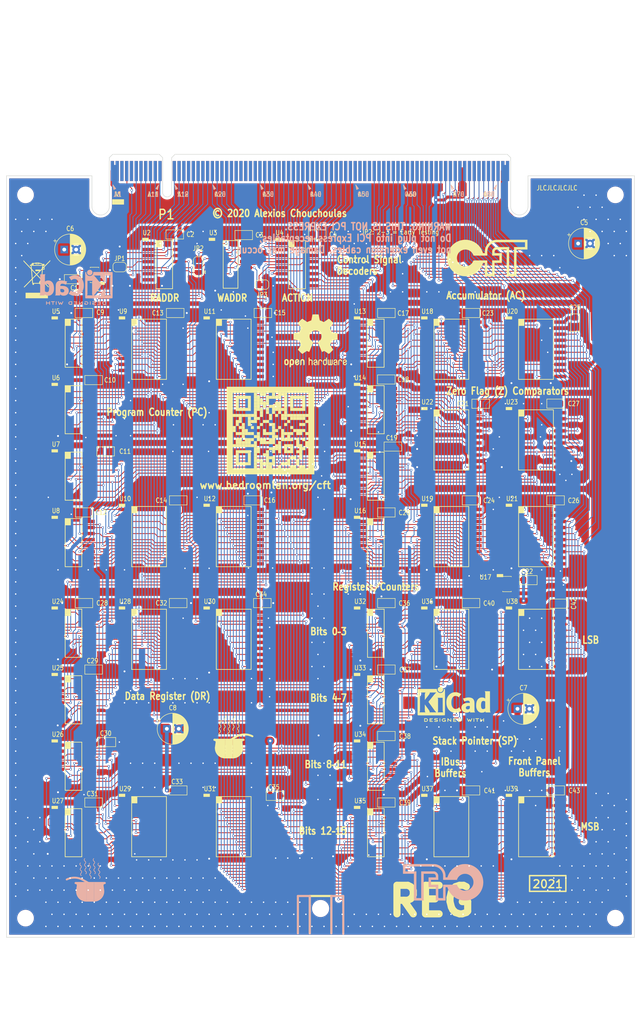
<source format=kicad_pcb>
(kicad_pcb (version 20171130) (host pcbnew 5.1.8-db9833491~87~ubuntu20.04.1)
  (title_block (title "Major Register Board") (rev 2021) (comment 1 REG))
  (layers (0 F.Cu signal) (31 B.Cu signal) (34 B.Paste user) (35 F.Paste user) (36 B.SilkS user) (37 F.SilkS user) (38 B.Mask user) (39 F.Mask user) (44 Edge.Cuts user))
  (net 0 "")
  (net 1 +5V)
  (net 2 GND)
  (net 3 /~RESET)
  (net 4 /~RSTHOLD)
  (net 5 /CLK1)
  (net 6 /CLK2)
  (net 7 /CLK3)
  (net 8 /CLK4)
  (net 9 /T34)
  (net 10 /WSTB)
  (net 11 /~HALT)
  (net 12 /~WS)
  (net 13 /~ENDEXT)
  (net 14 /~MEM)
  (net 15 /~IO)
  (net 16 /~R)
  (net 17 /~IRQS)
  (net 18 /~IRQ)
  (net 19 /~SKIPEXT)
  (net 20 "/Left Edge Connector/~IRQ7")
  (net 21 "/Left Edge Connector/~IRQ6")
  (net 22 "/Left Edge Connector/~IRQ5")
  (net 23 "/Left Edge Connector/~IRQ4")
  (net 24 "/Left Edge Connector/~IRQ3")
  (net 25 "/Left Edge Connector/~IRQ2")
  (net 26 "/Left Edge Connector/~IRQ1")
  (net 27 "/Left Edge Connector/~IRQ0")
  (net 28 "/Left Edge Connector/RSVD1")
  (net 29 "/Left Edge Connector/RSVD4")
  (net 30 "/Left Edge Connector/RSVD3")
  (net 31 "/Left Edge Connector/RSVD2")
  (net 32 /~W)
  (net 33 /~IODEV3xx)
  (net 34 /~IODEV2xx)
  (net 35 /~IODEV1xx)
  (net 36 /~SYSDEV)
  (net 37 "/Left Edge Connector/AB6")
  (net 38 "/Left Edge Connector/AB7")
  (net 39 "/Left Edge Connector/DB0")
  (net 40 "/Left Edge Connector/DB1")
  (net 41 "/Left Edge Connector/DB2")
  (net 42 "/Left Edge Connector/DB3")
  (net 43 "/Left Edge Connector/DB4")
  (net 44 "/Left Edge Connector/DB5")
  (net 45 "/Left Edge Connector/DB6")
  (net 46 "/Left Edge Connector/DB7")
  (net 47 "/Left Edge Connector/AB8")
  (net 48 "/Left Edge Connector/AB9")
  (net 49 "/Left Edge Connector/AB10")
  (net 50 "/Left Edge Connector/AB11")
  (net 51 "/Left Edge Connector/AB12")
  (net 52 "/Left Edge Connector/AB13")
  (net 53 "/Left Edge Connector/AB14")
  (net 54 "/Left Edge Connector/AB15")
  (net 55 "/Left Edge Connector/AB16")
  (net 56 "/Left Edge Connector/AB17")
  (net 57 "/Left Edge Connector/AB18")
  (net 58 "/Left Edge Connector/AB19")
  (net 59 "/Left Edge Connector/AB20")
  (net 60 "/Left Edge Connector/AB21")
  (net 61 "/Left Edge Connector/AB22")
  (net 62 "/Left Edge Connector/AB23")
  (net 63 "/Left Edge Connector/DB8")
  (net 64 "/Left Edge Connector/DB9")
  (net 65 "/Left Edge Connector/DB10")
  (net 66 "/Left Edge Connector/DB11")
  (net 67 "/Left Edge Connector/DB12")
  (net 68 "/Left Edge Connector/DB13")
  (net 69 "/Left Edge Connector/DB14")
  (net 70 "/Left Edge Connector/DB15")
  (net 71 "/Left Edge Connector/AB0")
  (net 72 "/Left Edge Connector/AB1")
  (net 73 "/Left Edge Connector/AB2")
  (net 74 "/Left Edge Connector/AB3")
  (net 75 "/Left Edge Connector/AB4")
  (net 76 "/Left Edge Connector/AB5")
  (net 77 /RADDR0)
  (net 78 /RADDR1)
  (net 79 /RADDR2)
  (net 80 /RADDR3)
  (net 81 /RADDR4)
  (net 82 /WADDR0)
  (net 83 /WADDR1)
  (net 84 /WADDR2)
  (net 85 /WADDR3)
  (net 86 /WADDR4)
  (net 87 /ACTION0)
  (net 88 /ACTION1)
  (net 89 /ACTION2)
  (net 90 /ACTION3)
  (net 91 /~ACCPL)
  (net 92 /FZ)
  (net 93 /RESET)
  (net 94 "Net-(U5-Pad12)")
  (net 95 "Net-(U5-Pad13)")
  (net 96 "Net-(U6-Pad12)")
  (net 97 "Net-(U6-Pad13)")
  (net 98 "Net-(U7-Pad13)")
  (net 99 "Net-(U7-Pad12)")
  (net 100 "Net-(U8-Pad12)")
  (net 101 "Net-(U8-Pad13)")
  (net 102 "Net-(U16-Pad13)")
  (net 103 "Net-(U16-Pad12)")
  (net 104 /~FPSPL)
  (net 105 /~FPACL)
  (net 106 /~FPDRL)
  (net 107 /~FPPCL)
  (net 108 /Accumulator/FPD7)
  (net 109 /Accumulator/FPD6)
  (net 110 /PC15)
  (net 111 /Accumulator/FPD5)
  (net 112 /Accumulator/FPD4)
  (net 113 /PC13)
  (net 114 /Accumulator/FPD3)
  (net 115 /Accumulator/FPD2)
  (net 116 /Accumulator/FPD1)
  (net 117 /Accumulator/FPD0)
  (net 118 /AC14)
  (net 119 /AC15)
  (net 120 /AC13)
  (net 121 /AC12)
  (net 122 /AC11)
  (net 123 /AC10)
  (net 124 /AC9)
  (net 125 /AC8)
  (net 126 /AC7)
  (net 127 /AC6)
  (net 128 /AC5)
  (net 129 /AC4)
  (net 130 /AC3)
  (net 131 /AC2)
  (net 132 /AC1)
  (net 133 /AC0)
  (net 134 /Accumulator/IBUS15)
  (net 135 /Accumulator/IBUS14)
  (net 136 /Accumulator/IBUS13)
  (net 137 /Accumulator/IBUS12)
  (net 138 /Accumulator/IBUS11)
  (net 139 /Accumulator/IBUS10)
  (net 140 /Accumulator/IBUS9)
  (net 141 /Accumulator/IBUS8)
  (net 142 /Accumulator/IBUS7)
  (net 143 /Accumulator/IBUS6)
  (net 144 /~FPSPH)
  (net 145 /~FPACH)
  (net 146 /~FPDRH)
  (net 147 /~FPPCH)
  (net 148 /PC14)
  (net 149 /PC12)
  (net 150 /PC11)
  (net 151 /PC10)
  (net 152 /Accumulator/IBUS5)
  (net 153 /Accumulator/IBUS4)
  (net 154 /Accumulator/IBUS3)
  (net 155 /Accumulator/IBUS2)
  (net 156 /Accumulator/IBUS1)
  (net 157 /Accumulator/IBUS0)
  (net 158 /~READ-PC)
  (net 159 /~READ-DR)
  (net 160 /~READ-AC)
  (net 161 "Net-(U2-Pad11)")
  (net 162 "Net-(U2-Pad10)")
  (net 163 "Net-(U2-Pad9)")
  (net 164 "Net-(U2-Pad7)")
  (net 165 /~WRITE-PC)
  (net 166 /~WRITE-DR)
  (net 167 /~WRITE-AC)
  (net 168 /~WRITE-SP)
  (net 169 "Net-(U3-Pad11)")
  (net 170 "Net-(U3-Pad10)")
  (net 171 "Net-(U3-Pad9)")
  (net 172 "Net-(U3-Pad7)")
  (net 173 /~ACTION-INCPC)
  (net 174 /~ACTION-INCDR)
  (net 175 /~ACTION-DECDR)
  (net 176 /~ACTION-INCAC)
  (net 177 /~ACTION-DECAC)
  (net 178 /~ACTION-INCSP)
  (net 179 /~ACTION-DECSP)
  (net 180 "/Program Counter/PC1")
  (net 181 "/Program Counter/PC0")
  (net 182 "/Program Counter/~DEC")
  (net 183 "/Program Counter/PC2")
  (net 184 "/Program Counter/PC3")
  (net 185 "/Program Counter/PC5")
  (net 186 "/Program Counter/PC4")
  (net 187 "/Program Counter/PC6")
  (net 188 "/Program Counter/PC7")
  (net 189 "/Program Counter/PC8")
  (net 190 "/Program Counter/PC9")
  (net 191 "Net-(U13-Pad13)")
  (net 192 "Net-(U13-Pad12)")
  (net 193 "Net-(U14-Pad13)")
  (net 194 "Net-(U14-Pad12)")
  (net 195 "Net-(U15-Pad13)")
  (net 196 "Net-(U15-Pad12)")
  (net 197 "Net-(U22-Pad19)")
  (net 198 "Net-(U24-Pad13)")
  (net 199 "Net-(U24-Pad12)")
  (net 200 "/Data Register/Q3")
  (net 201 "/Data Register/Q2")
  (net 202 "/Data Register/Q0")
  (net 203 "/Data Register/Q1")
  (net 204 "Net-(U25-Pad13)")
  (net 205 "Net-(U25-Pad12)")
  (net 206 "/Data Register/Q7")
  (net 207 "/Data Register/Q6")
  (net 208 "/Data Register/Q4")
  (net 209 "/Data Register/Q5")
  (net 210 "Net-(U26-Pad13)")
  (net 211 "Net-(U26-Pad12)")
  (net 212 "/Data Register/Q11")
  (net 213 "/Data Register/Q10")
  (net 214 "/Data Register/Q8")
  (net 215 "/Data Register/Q9")
  (net 216 "Net-(U27-Pad13)")
  (net 217 "Net-(U27-Pad12)")
  (net 218 "/Data Register/Q15")
  (net 219 "/Data Register/Q14")
  (net 220 "/Data Register/Q12")
  (net 221 "/Data Register/Q13")
  (net 222 "Net-(U32-Pad13)")
  (net 223 "Net-(U32-Pad12)")
  (net 224 "/Stack Pointer/Q3")
  (net 225 "/Stack Pointer/Q2")
  (net 226 "/Stack Pointer/Q0")
  (net 227 "/Stack Pointer/Q1")
  (net 228 "Net-(U33-Pad13)")
  (net 229 "Net-(U33-Pad12)")
  (net 230 "/Stack Pointer/Q7")
  (net 231 "/Stack Pointer/Q6")
  (net 232 "/Stack Pointer/Q4")
  (net 233 "/Stack Pointer/Q5")
  (net 234 "Net-(U34-Pad13)")
  (net 235 "Net-(U34-Pad12)")
  (net 236 "/Stack Pointer/Q11")
  (net 237 "/Stack Pointer/Q10")
  (net 238 "/Stack Pointer/Q8")
  (net 239 "/Stack Pointer/Q9")
  (net 240 "Net-(U35-Pad13)")
  (net 241 "Net-(U35-Pad12)")
  (net 242 "/Stack Pointer/Q15")
  (net 243 "/Stack Pointer/Q14")
  (net 244 "/Stack Pointer/Q12")
  (net 245 "/Stack Pointer/Q13")
  (net 246 "/Left Edge Connector/C22")
  (net 247 "/Left Edge Connector/C10")
  (net 248 "/Left Edge Connector/C9")
  (net 249 "/Left Edge Connector/C8")
  (net 250 "/Left Edge Connector/C7")
  (net 251 "/Left Edge Connector/C21")
  (net 252 "/Left Edge Connector/C20")
  (net 253 "/Left Edge Connector/C19")
  (net 254 /~READ-SP)
  (net 255 "Net-(U4-Pad14)")
  (net 256 "Net-(JP1-Pad2)")
  (net 257 "Net-(JP3-Pad2)")
  (net 258 "Net-(P1-PadB28)")
  (net 259 "Net-(P1-PadB29)")
  (net 260 /CLK4')
  (module alexios:SIGNATURE (layer B.Cu) (at 99.822 229.997 180)
    (fp_text reference REF** hide)
    (fp_text value SIGNATURESILK hide)
  )
  (module Symbol:KiCad-Logo2_6mm_SilkScreen (layer B.Cu) (at 93.98 99.949 180)
    (fp_text reference REF** hide)
    (fp_text value KiCad-Logo2_6mm_SilkScreen hide)
  )
  (module alexios:CFT (layer B.Cu) (at 171.069 225.679 180)
    (fp_text reference G*** hide)
    (fp_text value LOGO hide)
  )
  (module Symbol:WEEE-Logo_5.6x8mm_SilkScreen (layer F.Cu) (at 85.725 98.933)
    (fp_text reference REF** hide)
    (fp_text value WEEE-Logo_5.6x8mm_SilkScreen hide)
  )
  (module Symbol:KiCad-Logo2_6mm_SilkScreen (layer F.Cu) (at 173.355 187.579)
    (fp_text reference REF** hide)
    (fp_text value KiCad-Logo2_6mm_SilkScreen hide)
  )
  (module Symbol:OSHW-Logo2_14.6x12mm_SilkScreen (layer F.Cu) (at 144.272 111.887)
    (fp_text reference REF** hide)
    (fp_text value OSHW-Logo2_14.6x12mm_SilkScreen hide)
  )
  (module alexios:SIGNATURE (layer F.Cu) (at 123.19 199.898)
    (fp_text reference REF** hide)
    (fp_text value SIGNATURESILK hide)
  )
  (module alexios:CFT (layer F.Cu) (at 180.34 94.488)
    (fp_text reference G*** hide)
    (fp_text value LOGO hide)
  )
  (module alexios:QRCODE-CFT (layer F.Cu) (at 125.603 139.954)
    (fp_text reference REF** hide)
    (fp_text value QRCODE-CFT hide)
  )
  (module Jumper:SolderJumper-3_P1.3mm_Open_RoundedPad1.0x1.5mm (layer F.Cu) (at 119.634 96.266 90)
    (fp_text reference JP2 (at 3.81 0 180) (layer F.SilkS) (effects (font (size 1 0.83))))
    (fp_text value SolderJumper_3_Open)
    (pad 2 smd rect (at 0 0 90) (size 1 1.5) (layers F.Cu F.Mask) (net 260 /CLK4'))
    (pad 3 smd custom (at 1.3 0 90) (size 1 0.5) (layers F.Cu F.Mask) (net 2 GND) (options (clearance outline) (anchor rect)) (primitives (gr_circle (center 0 0.25) (end 0.5 0.25) (width 0)) (gr_circle (center 0 -0.25) (end 0.5 -0.25) (width 0)) (gr_poly (pts (xy -0.55 -0.75) (xy 0 -0.75) (xy 0 0.75) (xy -0.55 0.75)) (width 0))))
    (pad 1 smd custom (at -1.3 0 90) (size 1 0.5) (layers F.Cu F.Mask) (net 8 /CLK4) (options (clearance outline) (anchor rect)) (primitives (gr_circle (center 0 0.25) (end 0.5 0.25) (width 0)) (gr_circle (center 0 -0.25) (end 0.5 -0.25) (width 0)) (gr_poly (pts (xy 0.55 -0.75) (xy 0 -0.75) (xy 0 0.75) (xy 0.55 0.75)) (width 0))))
  )
  (module Jumper:SolderJumper-2_P1.3mm_Bridged_RoundedPad1.0x1.5mm (layer F.Cu) (at 133.0325 100.076 180)
    (fp_text reference JP3 (at 0 -2.159) (layer F.SilkS) (effects (font (size 1 0.83))))
    (fp_text value Jumper_NC_Small)
    (fp_poly (pts (xy 0.25 -0.3) (xy -0.25 -0.3) (xy -0.25 0.3) (xy 0.25 0.3)) (layer F.Cu) (width 0))
    (pad 1 smd custom (at -0.65 0 180) (size 1 0.5) (layers F.Cu F.Mask) (net 2 GND) (options (clearance outline) (anchor rect)) (primitives (gr_circle (center 0 0.25) (end 0.5 0.25) (width 0)) (gr_circle (center 0 -0.25) (end 0.5 -0.25) (width 0)) (gr_poly (pts (xy 0 -0.75) (xy 0.5 -0.75) (xy 0.5 0.75) (xy 0 0.75)) (width 0))))
    (pad 2 smd custom (at 0.65 0 180) (size 1 0.5) (layers F.Cu F.Mask) (net 257 "Net-(JP3-Pad2)") (options (clearance outline) (anchor rect)) (primitives (gr_circle (center 0 0.25) (end 0.5 0.25) (width 0)) (gr_circle (center 0 -0.25) (end 0.5 -0.25) (width 0)) (gr_poly (pts (xy 0 -0.75) (xy -0.5 -0.75) (xy -0.5 0.75) (xy 0 0.75)) (width 0))))
  )
  (module Jumper:SolderJumper-2_P1.3mm_Bridged_RoundedPad1.0x1.5mm (layer F.Cu) (at 103.124 96.393)
    (fp_text reference JP1 (at 0 -1.8) (layer F.SilkS) (effects (font (size 1 0.83))))
    (fp_text value Jumper_NC_Small)
    (fp_poly (pts (xy 0.25 -0.3) (xy -0.25 -0.3) (xy -0.25 0.3) (xy 0.25 0.3)) (layer F.Cu) (width 0))
    (pad 1 smd custom (at -0.65 0) (size 1 0.5) (layers F.Cu F.Mask) (net 2 GND) (options (clearance outline) (anchor rect)) (primitives (gr_circle (center 0 0.25) (end 0.5 0.25) (width 0)) (gr_circle (center 0 -0.25) (end 0.5 -0.25) (width 0)) (gr_poly (pts (xy 0 -0.75) (xy 0.5 -0.75) (xy 0.5 0.75) (xy 0 0.75)) (width 0))))
    (pad 2 smd custom (at 0.65 0) (size 1 0.5) (layers F.Cu F.Mask) (net 256 "Net-(JP1-Pad2)") (options (clearance outline) (anchor rect)) (primitives (gr_circle (center 0 0.25) (end 0.5 0.25) (width 0)) (gr_circle (center 0 -0.25) (end 0.5 -0.25) (width 0)) (gr_poly (pts (xy 0 -0.75) (xy -0.5 -0.75) (xy -0.5 0.75) (xy 0 0.75)) (width 0))))
  )
  (module alexios:SOIC-16 (layer F.Cu) (at 123.19 91.44)
    (fp_text reference U3 (at -1.350001 -2.25) (layer F.SilkS) (effects (font (size 1 0.83)) (justify left)))
    (fp_text value 74HC138)
    (pad 16 smd rect (at 6.466 0) (size 2.54 0.72) (layers F.Cu F.Paste F.Mask) (net 1 +5V))
    (pad 15 smd rect (at 6.466 1.27) (size 2.54 0.72) (layers F.Cu F.Paste F.Mask) (net 165 /~WRITE-PC))
    (pad 14 smd rect (at 6.466 2.54) (size 2.54 0.72) (layers F.Cu F.Paste F.Mask) (net 166 /~WRITE-DR))
    (pad 13 smd rect (at 6.466 3.81) (size 2.54 0.72) (layers F.Cu F.Paste F.Mask) (net 167 /~WRITE-AC))
    (pad 12 smd rect (at 6.466 5.08) (size 2.54 0.72) (layers F.Cu F.Paste F.Mask) (net 168 /~WRITE-SP))
    (pad 11 smd rect (at 6.466 6.35) (size 2.54 0.72) (layers F.Cu F.Paste F.Mask) (net 169 "Net-(U3-Pad11)"))
    (pad 10 smd rect (at 6.466 7.62) (size 2.54 0.72) (layers F.Cu F.Paste F.Mask) (net 170 "Net-(U3-Pad10)"))
    (pad 9 smd rect (at 6.466 8.89) (size 2.54 0.72) (layers F.Cu F.Paste F.Mask) (net 171 "Net-(U3-Pad9)"))
    (pad 8 smd rect (at 0.008 8.89) (size 2.54 0.72) (layers F.Cu F.Paste F.Mask) (net 2 GND))
    (pad 7 smd rect (at 0.008 7.62) (size 2.54 0.72) (layers F.Cu F.Paste F.Mask) (net 172 "Net-(U3-Pad7)"))
    (pad 6 smd rect (at 0.008 6.35) (size 2.54 0.72) (layers F.Cu F.Paste F.Mask) (net 85 /WADDR3))
    (pad 5 smd rect (at 0.008 5.08) (size 2.54 0.72) (layers F.Cu F.Paste F.Mask) (net 86 /WADDR4))
    (pad 4 smd rect (at 0.008 3.81) (size 2.54 0.72) (layers F.Cu F.Paste F.Mask) (net 260 /CLK4'))
    (pad 3 smd rect (at 0 2.54) (size 2.54 0.72) (layers F.Cu F.Paste F.Mask) (net 84 /WADDR2))
    (pad 2 smd rect (at 0 1.27) (size 2.54 0.72) (layers F.Cu F.Paste F.Mask) (net 83 /WADDR1))
    (pad 1 smd rect (at 0.012 0) (size 2.54 0.72) (layers F.Cu F.Paste F.Mask) (net 82 /WADDR0))
  )
  (module alexios:CFT-2019-Card-Edge (layer F.Cu) (at 101.6 76.2)
    (fp_text reference P1 (at 11.3284 9.144 180) (layer F.SilkS) (effects (font (size 2 1.75) (thickness 0.3))))
    (fp_text value CFT-2019-Bus)
    (fp_line (start 109.64 161.05) (end 109.64 1) (layer Edge.Cuts) (width 0.1))
    (fp_line (start 87.3 1) (end 109.64 1) (layer Edge.Cuts) (width 0.1))
    (fp_line (start 109.64 161.05) (end -22.25 161.05) (layer Edge.Cuts) (width 0.1))
    (fp_line (start -0.65 7.425) (end -0.65 -2.8) (layer Edge.Cuts) (width 0.1))
    (fp_line (start 0.05 -3.5) (end -0.65 -2.8) (layer Edge.Cuts) (width 0.1))
    (fp_line (start 0.05 -3.5) (end 9.85 -3.5) (layer Edge.Cuts) (width 0.1))
    (fp_line (start 9.85 -3.5) (end 10.55 -2.8) (layer Edge.Cuts) (width 0.1))
    (fp_line (start 10.55 -2.8) (end 10.55 4.5) (layer Edge.Cuts) (width 0.1))
    (fp_line (start 12.45 4.5) (end 12.45 -2.8) (layer Edge.Cuts) (width 0.1))
    (fp_line (start 13.15 -3.5) (end 12.45 -2.8) (layer Edge.Cuts) (width 0.1))
    (fp_line (start 13.15 -3.5) (end 82.95 -3.5) (layer Edge.Cuts) (width 0.1))
    (fp_line (start -4.3 1) (end -4.3 7.425) (layer Edge.Cuts) (width 0.1))
    (fp_line (start 82.95 -3.5) (end 83.65 -2.8) (layer Edge.Cuts) (width 0.1))
    (fp_line (start 83.65 7.425) (end 83.65 -2.8) (layer Edge.Cuts) (width 0.1))
    (fp_line (start 87.3 1) (end 87.3 7.425) (layer Edge.Cuts) (width 0.1))
    (fp_line (start -22.25 1) (end -4.3 1) (layer Edge.Cuts) (width 0.1))
    (fp_line (start -22.25 161.05) (end -22.25 1) (layer Edge.Cuts) (width 0.1))
    (fp_text user B60 (at 63.9 4.9 180) (layer B.SilkS) (effects (font (size 1 0.83)) (justify left mirror)))
    (fp_text user B50 (at 54 4.9 180) (layer B.SilkS) (effects (font (size 1 0.83)) (justify left mirror)))
    (fp_text user B40 (at 44 4.9 180) (layer B.SilkS) (effects (font (size 1 0.83)) (justify left mirror)))
    (fp_text user B30 (at 34 4.9 180) (layer B.SilkS) (effects (font (size 1 0.83)) (justify left mirror)))
    (fp_text user B20 (at 23.9 4.9 180) (layer B.SilkS) (effects (font (size 1 0.83)) (justify left mirror)))
    (fp_arc (start 85.475 7.425) (end 87.3 7.425) (angle 180) (layer Edge.Cuts) (width 0.1))
    (fp_arc (start -2.475 7.425) (end -4.3 7.425) (angle -180) (layer Edge.Cuts) (width 0.1))
    (fp_arc (start 11.5 4.5) (end 10.55 4.5) (angle -180) (layer Edge.Cuts) (width 0.1))
    (fp_text user B11 (at 7.2 4.9 180) (layer B.SilkS) (effects (font (size 1 0.83)) (justify right mirror)))
    (fp_text user B1 (at 1.9 4.9 180) (layer B.SilkS) (effects (font (size 1 0.83)) (justify left mirror)))
    (fp_text user A12 (at 13.6 4.9) (layer F.SilkS) (effects (font (size 1 0.83)) (justify left)))
    (fp_text user A80 (at 77.9 4.9) (layer F.SilkS) (effects (font (size 1 0.83)) (justify left)))
    (fp_text user A70 (at 71.5 4.9) (layer F.SilkS) (effects (font (size 1 0.83)) (justify left)))
    (fp_text user A60 (at 61.5 4.9) (layer F.SilkS) (effects (font (size 1 0.83)) (justify left)))
    (fp_text user A50 (at 51.5 4.9) (layer F.SilkS) (effects (font (size 1 0.83)) (justify left)))
    (fp_text user A40 (at 41.5 4.9) (layer F.SilkS) (effects (font (size 1 0.83)) (justify left)))
    (fp_text user A30 (at 31.5 4.9) (layer F.SilkS) (effects (font (size 1 0.83)) (justify left)))
    (fp_text user A20 (at 21.4 4.9) (layer F.SilkS) (effects (font (size 1 0.83)) (justify left)))
    (fp_text user A11 (at 7.3 4.9) (layer F.SilkS) (effects (font (size 1 0.83)) (justify left)))
    (fp_text user A1 (at 0.3 4.9) (layer F.SilkS) (effects (font (size 1 0.83)) (justify left)))
    (fp_text user B12 (at 16.1 4.9 180) (layer B.SilkS) (effects (font (size 1 0.83)) (justify left mirror)))
    (fp_text user B70 (at 74 4.9 180) (layer B.SilkS) (effects (font (size 1 0.83)) (justify left mirror)))
    (fp_text user B80 (at 80.4 4.9 180) (layer B.SilkS) (effects (font (size 1 0.83)) (justify left mirror)))
    (pad B3 connect rect (at 2 0 180) (size 0.7 4.2) (layers B.Cu B.Mask) (net 5 /CLK1))
    (pad B4 connect rect (at 3 0 180) (size 0.7 4.2) (layers B.Cu B.Mask) (net 6 /CLK2))
    (pad B5 connect rect (at 4 0 180) (size 0.7 4.2) (layers B.Cu B.Mask) (net 9 /T34))
    (pad B6 connect rect (at 5 0 180) (size 0.7 4.2) (layers B.Cu B.Mask) (net 3 /~RESET))
    (pad B7 connect rect (at 6 0 180) (size 0.7 4.2) (layers B.Cu B.Mask) (net 157 /Accumulator/IBUS0))
    (pad B8 connect rect (at 7 0 180) (size 0.7 4.2) (layers B.Cu B.Mask) (net 156 /Accumulator/IBUS1))
    (pad B9 connect rect (at 8 0 180) (size 0.7 4.2) (layers B.Cu B.Mask) (net 155 /Accumulator/IBUS2))
    (pad B10 connect rect (at 9 0 180) (size 0.7 4.2) (layers B.Cu B.Mask) (net 154 /Accumulator/IBUS3))
    (pad B11 connect rect (at 10 0 180) (size 0.7 4.2) (layers B.Cu B.Mask) (net 153 /Accumulator/IBUS4))
    (pad B12 connect rect (at 13 0 180) (size 0.7 4.2) (layers B.Cu B.Mask) (net 152 /Accumulator/IBUS5))
    (pad A13 connect rect (at 14 0 180) (size 0.7 4.2) (layers F.Cu F.Mask) (net 37 "/Left Edge Connector/AB6"))
    (pad A14 connect rect (at 15 0 180) (size 0.7 4.2) (layers F.Cu F.Mask) (net 38 "/Left Edge Connector/AB7"))
    (pad A15 connect rect (at 16 0 180) (size 0.7 4.2) (layers F.Cu F.Mask) (net 39 "/Left Edge Connector/DB0"))
    (pad A16 connect rect (at 17 0 180) (size 0.7 4.2) (layers F.Cu F.Mask) (net 40 "/Left Edge Connector/DB1"))
    (pad A17 connect rect (at 18 0 180) (size 0.7 4.2) (layers F.Cu F.Mask) (net 41 "/Left Edge Connector/DB2"))
    (pad A18 connect rect (at 19 0 180) (size 0.7 4.2) (layers F.Cu F.Mask) (net 42 "/Left Edge Connector/DB3"))
    (pad A19 connect rect (at 20 0 180) (size 0.7 4.2) (layers F.Cu F.Mask) (net 43 "/Left Edge Connector/DB4"))
    (pad A20 connect rect (at 21 0 180) (size 0.7 4.2) (layers F.Cu F.Mask) (net 44 "/Left Edge Connector/DB5"))
    (pad A21 connect rect (at 22 0 180) (size 0.7 4.2) (layers F.Cu F.Mask) (net 45 "/Left Edge Connector/DB6"))
    (pad A22 connect rect (at 23 0 180) (size 0.7 4.2) (layers F.Cu F.Mask) (net 46 "/Left Edge Connector/DB7"))
    (pad A23 connect rect (at 24 0 180) (size 0.7 4.2) (layers F.Cu F.Mask) (net 36 /~SYSDEV))
    (pad A24 connect rect (at 25 0 180) (size 0.7 4.2) (layers F.Cu F.Mask) (net 35 /~IODEV1xx))
    (pad A25 connect rect (at 26 0 180) (size 0.7 4.2) (layers F.Cu F.Mask) (net 34 /~IODEV2xx))
    (pad A26 connect rect (at 27 0 180) (size 0.7 4.2) (layers F.Cu F.Mask) (net 33 /~IODEV3xx))
    (pad A27 connect rect (at 28 0 180) (size 0.7 4.2) (layers F.Cu F.Mask) (net 16 /~R))
    (pad A28 connect rect (at 29 0 180) (size 0.7 4.2) (layers F.Cu F.Mask) (net 32 /~W))
    (pad A29 connect rect (at 30 0 180) (size 0.7 4.2) (layers F.Cu F.Mask) (net 31 "/Left Edge Connector/RSVD2"))
    (pad A30 connect rect (at 31 0 180) (size 0.7 4.2) (layers F.Cu F.Mask) (net 30 "/Left Edge Connector/RSVD3"))
    (pad A31 connect rect (at 32 0 180) (size 0.7 4.2) (layers F.Cu F.Mask) (net 29 "/Left Edge Connector/RSVD4"))
    (pad A32 connect rect (at 33 0 180) (size 0.7 4.2) (layers F.Cu F.Mask) (net 13 /~ENDEXT))
    (pad A33 connect rect (at 34 0 180) (size 0.7 4.2) (layers F.Cu F.Mask) (net 19 /~SKIPEXT))
    (pad A34 connect rect (at 35 0 180) (size 0.7 4.2) (layers F.Cu F.Mask) (net 47 "/Left Edge Connector/AB8"))
    (pad A35 connect rect (at 36 0 180) (size 0.7 4.2) (layers F.Cu F.Mask) (net 48 "/Left Edge Connector/AB9"))
    (pad A36 connect rect (at 37 0 180) (size 0.7 4.2) (layers F.Cu F.Mask) (net 49 "/Left Edge Connector/AB10"))
    (pad A37 connect rect (at 38 0 180) (size 0.7 4.2) (layers F.Cu F.Mask) (net 50 "/Left Edge Connector/AB11"))
    (pad A38 connect rect (at 39 0 180) (size 0.7 4.2) (layers F.Cu F.Mask) (net 51 "/Left Edge Connector/AB12"))
    (pad A39 connect rect (at 40 0 180) (size 0.7 4.2) (layers F.Cu F.Mask) (net 52 "/Left Edge Connector/AB13"))
    (pad A40 connect rect (at 41 0 180) (size 0.7 4.2) (layers F.Cu F.Mask) (net 53 "/Left Edge Connector/AB14"))
    (pad A41 connect rect (at 42 0 180) (size 0.7 4.2) (layers F.Cu F.Mask) (net 54 "/Left Edge Connector/AB15"))
    (pad A42 connect rect (at 43 0 180) (size 0.7 4.2) (layers F.Cu F.Mask) (net 55 "/Left Edge Connector/AB16"))
    (pad A43 connect rect (at 44 0 180) (size 0.7 4.2) (layers F.Cu F.Mask) (net 56 "/Left Edge Connector/AB17"))
    (pad A44 connect rect (at 45 0 180) (size 0.7 4.2) (layers F.Cu F.Mask) (net 57 "/Left Edge Connector/AB18"))
    (pad A45 connect rect (at 46 0 180) (size 0.7 4.2) (layers F.Cu F.Mask) (net 58 "/Left Edge Connector/AB19"))
    (pad A46 connect rect (at 47 0 180) (size 0.7 4.2) (layers F.Cu F.Mask) (net 59 "/Left Edge Connector/AB20"))
    (pad A47 connect rect (at 48 0 180) (size 0.7 4.2) (layers F.Cu F.Mask) (net 60 "/Left Edge Connector/AB21"))
    (pad A48 connect rect (at 49 0 180) (size 0.7 4.2) (layers F.Cu F.Mask) (net 61 "/Left Edge Connector/AB22"))
    (pad A49 connect rect (at 50 0 180) (size 0.7 4.2) (layers F.Cu F.Mask) (net 62 "/Left Edge Connector/AB23"))
    (pad A50 connect rect (at 51 0 180) (size 0.7 4.2) (layers F.Cu F.Mask) (net 28 "/Left Edge Connector/RSVD1"))
    (pad A51 connect rect (at 52 0 180) (size 0.7 4.2) (layers F.Cu F.Mask) (net 27 "/Left Edge Connector/~IRQ0"))
    (pad A52 connect rect (at 53 0 180) (size 0.7 4.2) (layers F.Cu F.Mask) (net 26 "/Left Edge Connector/~IRQ1"))
    (pad A53 connect rect (at 54 0 180) (size 0.7 4.2) (layers F.Cu F.Mask) (net 25 "/Left Edge Connector/~IRQ2"))
    (pad A54 connect rect (at 55 0 180) (size 0.7 4.2) (layers F.Cu F.Mask) (net 24 "/Left Edge Connector/~IRQ3"))
    (pad A55 connect rect (at 56 0 180) (size 0.7 4.2) (layers F.Cu F.Mask) (net 23 "/Left Edge Connector/~IRQ4"))
    (pad A56 connect rect (at 57 0 180) (size 0.7 4.2) (layers F.Cu F.Mask) (net 63 "/Left Edge Connector/DB8"))
    (pad A57 connect rect (at 58 0 180) (size 0.7 4.2) (layers F.Cu F.Mask) (net 64 "/Left Edge Connector/DB9"))
    (pad A58 connect rect (at 59 0 180) (size 0.7 4.2) (layers F.Cu F.Mask) (net 65 "/Left Edge Connector/DB10"))
    (pad A59 connect rect (at 60 0 180) (size 0.7 4.2) (layers F.Cu F.Mask) (net 66 "/Left Edge Connector/DB11"))
    (pad A60 connect rect (at 61 0 180) (size 0.7 4.2) (layers F.Cu F.Mask) (net 67 "/Left Edge Connector/DB12"))
    (pad A61 connect rect (at 62 0 180) (size 0.7 4.2) (layers F.Cu F.Mask) (net 68 "/Left Edge Connector/DB13"))
    (pad A62 connect rect (at 63 0 180) (size 0.7 4.2) (layers F.Cu F.Mask) (net 69 "/Left Edge Connector/DB14"))
    (pad A63 connect rect (at 64 0 180) (size 0.7 4.2) (layers F.Cu F.Mask) (net 70 "/Left Edge Connector/DB15"))
    (pad A64 connect rect (at 65 0 180) (size 0.7 4.2) (layers F.Cu F.Mask) (net 253 "/Left Edge Connector/C19"))
    (pad A65 connect rect (at 66 0 180) (size 0.7 4.2) (layers F.Cu F.Mask) (net 252 "/Left Edge Connector/C20"))
    (pad A66 connect rect (at 67 0 180) (size 0.7 4.2) (layers F.Cu F.Mask) (net 251 "/Left Edge Connector/C21"))
    (pad A6 connect rect (at 5 0 180) (size 0.7 4.2) (layers F.Cu F.Mask) (net 4 /~RSTHOLD))
    (pad A7 connect rect (at 6 0 180) (size 0.7 4.2) (layers F.Cu F.Mask) (net 71 "/Left Edge Connector/AB0"))
    (pad A8 connect rect (at 7 0 180) (size 0.7 4.2) (layers F.Cu F.Mask) (net 72 "/Left Edge Connector/AB1"))
    (pad A9 connect rect (at 8 0 180) (size 0.7 4.2) (layers F.Cu F.Mask) (net 73 "/Left Edge Connector/AB2"))
    (pad A10 connect rect (at 9 0 180) (size 0.7 4.2) (layers F.Cu F.Mask) (net 74 "/Left Edge Connector/AB3"))
    (pad A11 connect rect (at 10 0 180) (size 0.7 4.2) (layers F.Cu F.Mask) (net 75 "/Left Edge Connector/AB4"))
    (pad A12 connect rect (at 13 0 180) (size 0.7 4.2) (layers F.Cu F.Mask) (net 76 "/Left Edge Connector/AB5"))
    (pad B1 connect rect (at 0 0 180) (size 0.7 4.2) (layers B.Cu B.Mask) (net 2 GND))
    (pad B2 connect rect (at 1 0 180) (size 0.7 4.2) (layers B.Cu B.Mask) (net 2 GND))
    (pad A1 connect rect (at 0 0 180) (size 0.7 4.2) (layers F.Cu F.Mask) (net 1 +5V))
    (pad A2 connect rect (at 1 0 180) (size 0.7 4.2) (layers F.Cu F.Mask) (net 1 +5V))
    (pad A3 connect rect (at 2 0 180) (size 0.7 4.2) (layers F.Cu F.Mask) (net 7 /CLK3))
    (pad A4 connect rect (at 3 0 180) (size 0.7 4.2) (layers F.Cu F.Mask) (net 8 /CLK4))
    (pad A5 connect rect (at 4 0 180) (size 0.7 4.2) (layers F.Cu F.Mask) (net 10 /WSTB))
    (pad A67 connect rect (at 68 0 180) (size 0.7 4.2) (layers F.Cu F.Mask) (net 22 "/Left Edge Connector/~IRQ5"))
    (pad A68 connect rect (at 69 0 180) (size 0.7 4.2) (layers F.Cu F.Mask) (net 21 "/Left Edge Connector/~IRQ6"))
    (pad A69 connect rect (at 70 0 180) (size 0.7 4.2) (layers F.Cu F.Mask) (net 133 /AC0))
    (pad A70 connect rect (at 71 0 180) (size 0.7 4.2) (layers F.Cu F.Mask) (net 20 "/Left Edge Connector/~IRQ7"))
    (pad A71 connect rect (at 72 0 180) (size 0.7 4.2) (layers F.Cu F.Mask) (net 131 /AC2))
    (pad A72 connect rect (at 73 0 180) (size 0.7 4.2) (layers F.Cu F.Mask) (net 2 GND))
    (pad A73 connect rect (at 74 0 180) (size 0.7 4.2) (layers F.Cu F.Mask) (net 2 GND))
    (pad A74 connect rect (at 75 0 180) (size 0.7 4.2) (layers F.Cu F.Mask) (net 129 /AC4))
    (pad A75 connect rect (at 76 0 180) (size 0.7 4.2) (layers F.Cu F.Mask) (net 127 /AC6))
    (pad A76 connect rect (at 77 0 180) (size 0.7 4.2) (layers F.Cu F.Mask) (net 125 /AC8))
    (pad A77 connect rect (at 78 0 180) (size 0.7 4.2) (layers F.Cu F.Mask) (net 123 /AC10))
    (pad A78 connect rect (at 79 0 180) (size 0.7 4.2) (layers F.Cu F.Mask) (net 121 /AC12))
    (pad A79 connect rect (at 80 0 180) (size 0.7 4.2) (layers F.Cu F.Mask) (net 118 /AC14))
    (pad A80 connect rect (at 81 0 180) (size 0.7 4.2) (layers F.Cu F.Mask) (net 92 /FZ))
    (pad A81 connect rect (at 82 0 180) (size 0.7 4.2) (layers F.Cu F.Mask) (net 1 +5V))
    (pad A82 connect rect (at 83 0 180) (size 0.7 4.2) (layers F.Cu F.Mask) (net 1 +5V))
    (pad B13 connect rect (at 14 0 180) (size 0.7 4.2) (layers B.Cu B.Mask) (net 143 /Accumulator/IBUS6))
    (pad B14 connect rect (at 15 0 180) (size 0.7 4.2) (layers B.Cu B.Mask) (net 142 /Accumulator/IBUS7))
    (pad B15 connect rect (at 16 0 180) (size 0.7 4.2) (layers B.Cu B.Mask) (net 77 /RADDR0))
    (pad B16 connect rect (at 17 0 180) (size 0.7 4.2) (layers B.Cu B.Mask) (net 78 /RADDR1))
    (pad B17 connect rect (at 18 0 180) (size 0.7 4.2) (layers B.Cu B.Mask) (net 79 /RADDR2))
    (pad B18 connect rect (at 19 0 180) (size 0.7 4.2) (layers B.Cu B.Mask) (net 80 /RADDR3))
    (pad B19 connect rect (at 20 0 180) (size 0.7 4.2) (layers B.Cu B.Mask) (net 81 /RADDR4))
    (pad B20 connect rect (at 21 0 180) (size 0.7 4.2) (layers B.Cu B.Mask) (net 82 /WADDR0))
    (pad B21 connect rect (at 22 0 180) (size 0.7 4.2) (layers B.Cu B.Mask) (net 83 /WADDR1))
    (pad B22 connect rect (at 23 0 180) (size 0.7 4.2) (layers B.Cu B.Mask) (net 84 /WADDR2))
    (pad B23 connect rect (at 24 0 180) (size 0.7 4.2) (layers B.Cu B.Mask) (net 85 /WADDR3))
    (pad B24 connect rect (at 25 0 180) (size 0.7 4.2) (layers B.Cu B.Mask) (net 86 /WADDR4))
    (pad B25 connect rect (at 26 0 180) (size 0.7 4.2) (layers B.Cu B.Mask) (net 14 /~MEM))
    (pad B26 connect rect (at 27 0 180) (size 0.7 4.2) (layers B.Cu B.Mask) (net 15 /~IO))
    (pad B27 connect rect (at 28 0 180) (size 0.7 4.2) (layers B.Cu B.Mask) (net 12 /~WS))
    (pad B28 connect rect (at 29 0 180) (size 0.7 4.2) (layers B.Cu B.Mask) (net 258 "Net-(P1-PadB28)"))
    (pad B29 connect rect (at 30 0 180) (size 0.7 4.2) (layers B.Cu B.Mask) (net 259 "Net-(P1-PadB29)"))
    (pad B30 connect rect (at 31 0 180) (size 0.7 4.2) (layers B.Cu B.Mask) (net 87 /ACTION0))
    (pad B31 connect rect (at 32 0 180) (size 0.7 4.2) (layers B.Cu B.Mask) (net 88 /ACTION1))
    (pad B32 connect rect (at 33 0 180) (size 0.7 4.2) (layers B.Cu B.Mask) (net 89 /ACTION2))
    (pad B33 connect rect (at 34 0 180) (size 0.7 4.2) (layers B.Cu B.Mask) (net 90 /ACTION3))
    (pad B34 connect rect (at 35 0 180) (size 0.7 4.2) (layers B.Cu B.Mask) (net 141 /Accumulator/IBUS8))
    (pad B35 connect rect (at 36 0 180) (size 0.7 4.2) (layers B.Cu B.Mask) (net 140 /Accumulator/IBUS9))
    (pad B36 connect rect (at 37 0 180) (size 0.7 4.2) (layers B.Cu B.Mask) (net 139 /Accumulator/IBUS10))
    (pad B37 connect rect (at 38 0 180) (size 0.7 4.2) (layers B.Cu B.Mask) (net 138 /Accumulator/IBUS11))
    (pad B38 connect rect (at 39 0 180) (size 0.7 4.2) (layers B.Cu B.Mask) (net 137 /Accumulator/IBUS12))
    (pad B39 connect rect (at 40 0 180) (size 0.7 4.2) (layers B.Cu B.Mask) (net 136 /Accumulator/IBUS13))
    (pad B40 connect rect (at 41 0 180) (size 0.7 4.2) (layers B.Cu B.Mask) (net 135 /Accumulator/IBUS14))
    (pad B41 connect rect (at 42 0 180) (size 0.7 4.2) (layers B.Cu B.Mask) (net 134 /Accumulator/IBUS15))
    (pad B42 connect rect (at 43 0 180) (size 0.7 4.2) (layers B.Cu B.Mask) (net 18 /~IRQ))
    (pad B43 connect rect (at 44 0 180) (size 0.7 4.2) (layers B.Cu B.Mask) (net 17 /~IRQS))
    (pad B44 connect rect (at 45 0 180) (size 0.7 4.2) (layers B.Cu B.Mask) (net 151 /PC10))
    (pad B45 connect rect (at 46 0 180) (size 0.7 4.2) (layers B.Cu B.Mask) (net 150 /PC11))
    (pad B46 connect rect (at 47 0 180) (size 0.7 4.2) (layers B.Cu B.Mask) (net 149 /PC12))
    (pad B47 connect rect (at 48 0 180) (size 0.7 4.2) (layers B.Cu B.Mask) (net 113 /PC13))
    (pad B48 connect rect (at 49 0 180) (size 0.7 4.2) (layers B.Cu B.Mask) (net 148 /PC14))
    (pad B49 connect rect (at 50 0 180) (size 0.7 4.2) (layers B.Cu B.Mask) (net 110 /PC15))
    (pad B50 connect rect (at 51 0 180) (size 0.7 4.2) (layers B.Cu B.Mask) (net 250 "/Left Edge Connector/C7"))
    (pad B51 connect rect (at 52 0 180) (size 0.7 4.2) (layers B.Cu B.Mask) (net 249 "/Left Edge Connector/C8"))
    (pad B52 connect rect (at 53 0 180) (size 0.7 4.2) (layers B.Cu B.Mask) (net 248 "/Left Edge Connector/C9"))
    (pad B53 connect rect (at 54 0 180) (size 0.7 4.2) (layers B.Cu B.Mask) (net 247 "/Left Edge Connector/C10"))
    (pad B54 connect rect (at 55 0 180) (size 0.7 4.2) (layers B.Cu B.Mask) (net 147 /~FPPCH))
    (pad B55 connect rect (at 56 0 180) (size 0.7 4.2) (layers B.Cu B.Mask) (net 107 /~FPPCL))
    (pad B56 connect rect (at 57 0 180) (size 0.7 4.2) (layers B.Cu B.Mask) (net 146 /~FPDRH))
    (pad B57 connect rect (at 58 0 180) (size 0.7 4.2) (layers B.Cu B.Mask) (net 106 /~FPDRL))
    (pad B58 connect rect (at 59 0 180) (size 0.7 4.2) (layers B.Cu B.Mask) (net 105 /~FPACL))
    (pad B59 connect rect (at 60 0 180) (size 0.7 4.2) (layers B.Cu B.Mask) (net 145 /~FPACH))
    (pad B60 connect rect (at 61 0 180) (size 0.7 4.2) (layers B.Cu B.Mask) (net 11 /~HALT))
    (pad B61 connect rect (at 62 0 180) (size 0.7 4.2) (layers B.Cu B.Mask) (net 104 /~FPSPL))
    (pad B62 connect rect (at 63 0 180) (size 0.7 4.2) (layers B.Cu B.Mask) (net 144 /~FPSPH))
    (pad B63 connect rect (at 64 0 180) (size 0.7 4.2) (layers B.Cu B.Mask) (net 117 /Accumulator/FPD0))
    (pad B64 connect rect (at 65 0 180) (size 0.7 4.2) (layers B.Cu B.Mask) (net 116 /Accumulator/FPD1))
    (pad B65 connect rect (at 66 0 180) (size 0.7 4.2) (layers B.Cu B.Mask) (net 115 /Accumulator/FPD2))
    (pad B66 connect rect (at 67 0 180) (size 0.7 4.2) (layers B.Cu B.Mask) (net 114 /Accumulator/FPD3))
    (pad B67 connect rect (at 68 0 180) (size 0.7 4.2) (layers B.Cu B.Mask) (net 246 "/Left Edge Connector/C22"))
    (pad B68 connect rect (at 69 0 180) (size 0.7 4.2) (layers B.Cu B.Mask) (net 112 /Accumulator/FPD4))
    (pad B69 connect rect (at 70 0 180) (size 0.7 4.2) (layers B.Cu B.Mask) (net 111 /Accumulator/FPD5))
    (pad B70 connect rect (at 71 0 180) (size 0.7 4.2) (layers B.Cu B.Mask) (net 132 /AC1))
    (pad B71 connect rect (at 72 0 180) (size 0.7 4.2) (layers B.Cu B.Mask) (net 130 /AC3))
    (pad B72 connect rect (at 73 0 180) (size 0.7 4.2) (layers B.Cu B.Mask) (net 109 /Accumulator/FPD6))
    (pad B73 connect rect (at 74 0 180) (size 0.7 4.2) (layers B.Cu B.Mask) (net 108 /Accumulator/FPD7))
    (pad B74 connect rect (at 75 0 180) (size 0.7 4.2) (layers B.Cu B.Mask) (net 128 /AC5))
    (pad B75 connect rect (at 76 0 180) (size 0.7 4.2) (layers B.Cu B.Mask) (net 126 /AC7))
    (pad B76 connect rect (at 77 0 180) (size 0.7 4.2) (layers B.Cu B.Mask) (net 124 /AC9))
    (pad B77 connect rect (at 78 0 180) (size 0.7 4.2) (layers B.Cu B.Mask) (net 122 /AC11))
    (pad B78 connect rect (at 79 0 180) (size 0.7 4.2) (layers B.Cu B.Mask) (net 120 /AC13))
    (pad B79 connect rect (at 80 0 180) (size 0.7 4.2) (layers B.Cu B.Mask) (net 119 /AC15))
    (pad B80 connect rect (at 81 0 180) (size 0.7 4.2) (layers B.Cu B.Mask) (net 91 /~ACCPL))
    (pad B81 connect rect (at 82 0 180) (size 0.7 4.2) (layers B.Cu B.Mask) (net 2 GND))
    (pad B82 connect rect (at 83 0 180) (size 0.7 4.2) (layers B.Cu B.Mask) (net 2 GND))
  )
  (module alexios:SMD_0805_2012Metric_Pad1.15x1.40mm_HandSolder (layer F.Cu) (at 194.7 206.375 180)
    (fp_text reference C43 (at -3.937 -0.0508) (layer F.SilkS) (effects (font (size 1 0.83))))
    (fp_text value 100nF)
    (pad 2 smd roundrect (at 1.025 0 180) (size 1.15 1.4) (layers F.Cu F.Paste F.Mask) (roundrect_rratio 0.217391) (net 2 GND))
    (pad 1 smd roundrect (at -1.025 0 180) (size 1.15 1.4) (layers F.Cu F.Paste F.Mask) (roundrect_rratio 0.217391) (net 1 +5V))
  )
  (module alexios:SMD_0805_2012Metric_Pad1.15x1.40mm_HandSolder (layer F.Cu) (at 135.763 207.518)
    (fp_text reference C35 (at -0.254 -1.8288) (layer F.SilkS) (effects (font (size 1 0.83))))
    (fp_text value 100nF)
    (pad 2 smd roundrect (at 1.025 0) (size 1.15 1.4) (layers F.Cu F.Paste F.Mask) (roundrect_rratio 0.217391) (net 2 GND))
    (pad 1 smd roundrect (at -1.025 0) (size 1.15 1.4) (layers F.Cu F.Paste F.Mask) (roundrect_rratio 0.217391) (net 1 +5V))
  )
  (module alexios:SMD_0805_2012Metric_Pad1.15x1.40mm_HandSolder (layer F.Cu) (at 195.326 167.132 180)
    (fp_text reference C42 (at -3.175 0 270) (layer F.SilkS) (effects (font (size 1 0.83))))
    (fp_text value 100nF)
    (pad 2 smd roundrect (at 1.025 0 180) (size 1.15 1.4) (layers F.Cu F.Paste F.Mask) (roundrect_rratio 0.217) (net 2 GND))
    (pad 1 smd roundrect (at -1.025 0 180) (size 1.15 1.4) (layers F.Cu F.Paste F.Mask) (roundrect_rratio 0.217391) (net 1 +5V))
  )
  (module alexios:SMD_0805_2012Metric_Pad1.15x1.40mm_HandSolder (layer F.Cu) (at 176.902 206.375 180)
    (fp_text reference C41 (at -3.937 -0.0508) (layer F.SilkS) (effects (font (size 1 0.83))))
    (fp_text value 100nF)
    (pad 2 smd roundrect (at 1.025 0 180) (size 1.15 1.4) (layers F.Cu F.Paste F.Mask) (roundrect_rratio 0.217) (net 2 GND))
    (pad 1 smd roundrect (at -1.025 0 180) (size 1.15 1.4) (layers F.Cu F.Paste F.Mask) (roundrect_rratio 0.217391) (net 1 +5V))
  )
  (module alexios:SMD_0805_2012Metric_Pad1.15x1.40mm_HandSolder (layer F.Cu) (at 176.902 167.005 180)
    (fp_text reference C40 (at -3.81 -0.0508) (layer F.SilkS) (effects (font (size 1 0.83))))
    (fp_text value 100nF)
    (pad 2 smd roundrect (at 1.025 0 180) (size 1.15 1.4) (layers F.Cu F.Paste F.Mask) (roundrect_rratio 0.217) (net 2 GND))
    (pad 1 smd roundrect (at -1.025 0 180) (size 1.15 1.4) (layers F.Cu F.Paste F.Mask) (roundrect_rratio 0.217391) (net 1 +5V))
  )
  (module alexios:SMD_0805_2012Metric_Pad1.15x1.40mm_HandSolder (layer F.Cu) (at 159.122 208.915 180)
    (fp_text reference C39 (at -3.937 -0.0508) (layer F.SilkS) (effects (font (size 1 0.83))))
    (fp_text value 100nF)
    (pad 2 smd roundrect (at 1.025 0 180) (size 1.15 1.4) (layers F.Cu F.Paste F.Mask) (roundrect_rratio 0.217) (net 2 GND))
    (pad 1 smd roundrect (at -1.025 0 180) (size 1.15 1.4) (layers F.Cu F.Paste F.Mask) (roundrect_rratio 0.217391) (net 1 +5V))
  )
  (module alexios:SMD_0805_2012Metric_Pad1.15x1.40mm_HandSolder (layer F.Cu) (at 159.131 194.945 180)
    (fp_text reference C38 (at -3.937 -0.0508) (layer F.SilkS) (effects (font (size 1 0.83))))
    (fp_text value 100nF)
    (pad 2 smd roundrect (at 1.025 0 180) (size 1.15 1.4) (layers F.Cu F.Paste F.Mask) (roundrect_rratio 0.217) (net 2 GND))
    (pad 1 smd roundrect (at -1.025 0 180) (size 1.15 1.4) (layers F.Cu F.Paste F.Mask) (roundrect_rratio 0.217391) (net 1 +5V))
  )
  (module alexios:SMD_0805_2012Metric_Pad1.15x1.40mm_HandSolder (layer F.Cu) (at 159.131 180.975 180)
    (fp_text reference C37 (at -3.937 -0.0508) (layer F.SilkS) (effects (font (size 1 0.83))))
    (fp_text value 100nF)
    (pad 2 smd roundrect (at 1.025 0 180) (size 1.15 1.4) (layers F.Cu F.Paste F.Mask) (roundrect_rratio 0.217) (net 2 GND))
    (pad 1 smd roundrect (at -1.025 0 180) (size 1.15 1.4) (layers F.Cu F.Paste F.Mask) (roundrect_rratio 0.217391) (net 1 +5V))
  )
  (module alexios:SMD_0805_2012Metric_Pad1.15x1.40mm_HandSolder (layer F.Cu) (at 159.131 167.005 180)
    (fp_text reference C36 (at -3.81 -0.0508) (layer F.SilkS) (effects (font (size 1 0.83))))
    (fp_text value 100nF)
    (pad 2 smd roundrect (at 1.025 0 180) (size 1.15 1.4) (layers F.Cu F.Paste F.Mask) (roundrect_rratio 0.217) (net 2 GND))
    (pad 1 smd roundrect (at -1.025 0 180) (size 1.15 1.4) (layers F.Cu F.Paste F.Mask) (roundrect_rratio 0.217) (net 1 +5V))
  )
  (module alexios:SMD_0805_2012Metric_Pad1.15x1.40mm_HandSolder (layer F.Cu) (at 133.105 167.005)
    (fp_text reference C34 (at -0.254 -1.8288) (layer F.SilkS) (effects (font (size 1 0.83))))
    (fp_text value 100nF)
    (pad 2 smd roundrect (at 1.025 0) (size 1.15 1.4) (layers F.Cu F.Paste F.Mask) (roundrect_rratio 0.217) (net 2 GND))
    (pad 1 smd roundrect (at -1.025 0) (size 1.15 1.4) (layers F.Cu F.Paste F.Mask) (roundrect_rratio 0.217391) (net 1 +5V))
  )
  (module alexios:SMD_0805_2012Metric_Pad1.15x1.40mm_HandSolder (layer F.Cu) (at 115.443 206.375)
    (fp_text reference C33 (at -0.254 -1.8288) (layer F.SilkS) (effects (font (size 1 0.83))))
    (fp_text value 100nF)
    (pad 2 smd roundrect (at 1.025 0) (size 1.15 1.4) (layers F.Cu F.Paste F.Mask) (roundrect_rratio 0.217391) (net 2 GND))
    (pad 1 smd roundrect (at -1.025 0) (size 1.15 1.4) (layers F.Cu F.Paste F.Mask) (roundrect_rratio 0.217391) (net 1 +5V))
  )
  (module alexios:SMD_0805_2012Metric_Pad1.15x1.40mm_HandSolder (layer F.Cu) (at 115.429 167.005)
    (fp_text reference C32 (at -3.542 0) (layer F.SilkS) (effects (font (size 1 0.83))))
    (fp_text value 100nF)
    (pad 2 smd roundrect (at 1.025 0) (size 1.15 1.4) (layers F.Cu F.Paste F.Mask) (roundrect_rratio 0.217) (net 2 GND))
    (pad 1 smd roundrect (at -1.025 0) (size 1.15 1.4) (layers F.Cu F.Paste F.Mask) (roundrect_rratio 0.217391) (net 1 +5V))
  )
  (module alexios:SMD_0805_2012Metric_Pad1.15x1.40mm_HandSolder (layer F.Cu) (at 97.649 208.915)
    (fp_text reference C31 (at -0.254 -1.8288) (layer F.SilkS) (effects (font (size 1 0.83))))
    (fp_text value 100nF)
    (pad 2 smd roundrect (at 1.025 0) (size 1.15 1.4) (layers F.Cu F.Paste F.Mask) (roundrect_rratio 0.217391) (net 2 GND))
    (pad 1 smd roundrect (at -1.025 0) (size 1.15 1.4) (layers F.Cu F.Paste F.Mask) (roundrect_rratio 0.217391) (net 1 +5V))
  )
  (module alexios:SMD_0805_2012Metric_Pad1.15x1.40mm_HandSolder (layer F.Cu) (at 100.457 196.215)
    (fp_text reference C30 (at -0.254 -1.8288) (layer F.SilkS) (effects (font (size 1 0.83))))
    (fp_text value 100nF)
    (pad 2 smd roundrect (at 1.025 0) (size 1.15 1.4) (layers F.Cu F.Paste F.Mask) (roundrect_rratio 0.217) (net 2 GND))
    (pad 1 smd roundrect (at -1.025 0) (size 1.15 1.4) (layers F.Cu F.Paste F.Mask) (roundrect_rratio 0.217391) (net 1 +5V))
  )
  (module alexios:SMD_0805_2012Metric_Pad1.15x1.40mm_HandSolder (layer F.Cu) (at 97.663 180.975)
    (fp_text reference C29 (at -0.254 -1.8288) (layer F.SilkS) (effects (font (size 1 0.83))))
    (fp_text value 100nF)
    (pad 2 smd roundrect (at 1.025 0) (size 1.15 1.4) (layers F.Cu F.Paste F.Mask) (roundrect_rratio 0.217) (net 2 GND))
    (pad 1 smd roundrect (at -1.025 0) (size 1.15 1.4) (layers F.Cu F.Paste F.Mask) (roundrect_rratio 0.217391) (net 1 +5V))
  )
  (module alexios:SMD_0805_2012Metric_Pad1.15x1.40mm_HandSolder (layer F.Cu) (at 95.599 167.005 180)
    (fp_text reference C28 (at -3.842 0) (layer F.SilkS) (effects (font (size 1 0.83))))
    (fp_text value 100nF)
    (pad 2 smd roundrect (at 1.025 0 180) (size 1.15 1.4) (layers F.Cu F.Paste F.Mask) (roundrect_rratio 0.217) (net 2 GND))
    (pad 1 smd roundrect (at -1.025 0 180) (size 1.15 1.4) (layers F.Cu F.Paste F.Mask) (roundrect_rratio 0.217391) (net 1 +5V))
  )
  (module alexios:SMD_0805_2012Metric_Pad1.15x1.40mm_HandSolder (layer F.Cu) (at 194.682 125.095 180)
    (fp_text reference C27 (at -3.819 0) (layer F.SilkS) (effects (font (size 1 0.83))))
    (fp_text value 100nF)
    (pad 2 smd roundrect (at 1.025 0 180) (size 1.15 1.4) (layers F.Cu F.Paste F.Mask) (roundrect_rratio 0.217) (net 2 GND))
    (pad 1 smd roundrect (at -1.025 0 180) (size 1.15 1.4) (layers F.Cu F.Paste F.Mask) (roundrect_rratio 0.217391) (net 1 +5V))
  )
  (module alexios:SMD_0805_2012Metric_Pad1.15x1.40mm_HandSolder (layer F.Cu) (at 194.682 145.415 180)
    (fp_text reference C26 (at -3.81 -0.0508) (layer F.SilkS) (effects (font (size 1 0.83))))
    (fp_text value 100nF)
    (pad 2 smd roundrect (at 1.025 0 180) (size 1.15 1.4) (layers F.Cu F.Paste F.Mask) (roundrect_rratio 0.217) (net 2 GND))
    (pad 1 smd roundrect (at -1.025 0 180) (size 1.15 1.4) (layers F.Cu F.Paste F.Mask) (roundrect_rratio 0.217391) (net 1 +5V))
  )
  (module alexios:SMD_0805_2012Metric_Pad1.15x1.40mm_HandSolder (layer F.Cu) (at 198.755 108.086 270)
    (fp_text reference C25 (at -3.184 0 180) (layer F.SilkS) (effects (font (size 1 0.83))))
    (fp_text value 100nF)
    (pad 2 smd roundrect (at 1.025 0 270) (size 1.15 1.4) (layers F.Cu F.Paste F.Mask) (roundrect_rratio 0.217) (net 2 GND))
    (pad 1 smd roundrect (at -1.025 0 270) (size 1.15 1.4) (layers F.Cu F.Paste F.Mask) (roundrect_rratio 0.217391) (net 1 +5V))
  )
  (module alexios:SMD_0805_2012Metric_Pad1.15x1.40mm_HandSolder (layer F.Cu) (at 176.902 145.415 180)
    (fp_text reference C24 (at -3.81 -0.0508) (layer F.SilkS) (effects (font (size 1 0.83))))
    (fp_text value 100nF)
    (pad 2 smd roundrect (at 1.025 0 180) (size 1.15 1.4) (layers F.Cu F.Paste F.Mask) (roundrect_rratio 0.217) (net 2 GND))
    (pad 1 smd roundrect (at -1.025 0 180) (size 1.15 1.4) (layers F.Cu F.Paste F.Mask) (roundrect_rratio 0.217391) (net 1 +5V))
  )
  (module alexios:SMD_0805_2012Metric_Pad1.15x1.40mm_HandSolder (layer F.Cu) (at 176.902 106.045 180)
    (fp_text reference C23 (at -3.556 -0.0508) (layer F.SilkS) (effects (font (size 1 0.83))))
    (fp_text value 100nF)
    (pad 2 smd roundrect (at 1.025 0 180) (size 1.15 1.4) (layers F.Cu F.Paste F.Mask) (roundrect_rratio 0.217) (net 2 GND))
    (pad 1 smd roundrect (at -1.025 0 180) (size 1.15 1.4) (layers F.Cu F.Paste F.Mask) (roundrect_rratio 0.217391) (net 1 +5V))
  )
  (module alexios:SMD_0805_2012Metric_Pad1.15x1.40mm_HandSolder (layer F.Cu) (at 188.985 162.179)
    (fp_text reference C22 (at -0.254 -1.8288) (layer F.SilkS) (effects (font (size 1 0.83))))
    (fp_text value 100nF)
    (pad 2 smd roundrect (at 1.025 0) (size 1.15 1.4) (layers F.Cu F.Paste F.Mask) (roundrect_rratio 0.217) (net 2 GND))
    (pad 1 smd roundrect (at -1.025 0) (size 1.15 1.4) (layers F.Cu F.Paste F.Mask) (roundrect_rratio 0.217391) (net 1 +5V))
  )
  (module alexios:SMD_0805_2012Metric_Pad1.15x1.40mm_HandSolder (layer F.Cu) (at 178.9684 125.1204)
    (fp_text reference C21 (at -3.7084 -0.0254) (layer F.SilkS) (effects (font (size 1 0.83))))
    (fp_text value 100nF)
    (pad 2 smd roundrect (at 1.025 0) (size 1.15 1.4) (layers F.Cu F.Paste F.Mask) (roundrect_rratio 0.217) (net 2 GND))
    (pad 1 smd roundrect (at -1.025 0) (size 1.15 1.4) (layers F.Cu F.Paste F.Mask) (roundrect_rratio 0.217391) (net 1 +5V))
  )
  (module alexios:SMD_0805_2012Metric_Pad1.15x1.40mm_HandSolder (layer F.Cu) (at 159.122 147.955 180)
    (fp_text reference C20 (at -3.81 -0.0508) (layer F.SilkS) (effects (font (size 1 0.83))))
    (fp_text value 100nF)
    (pad 2 smd roundrect (at 1.025 0 180) (size 1.15 1.4) (layers F.Cu F.Paste F.Mask) (roundrect_rratio 0.217) (net 2 GND))
    (pad 1 smd roundrect (at -1.025 0 180) (size 1.15 1.4) (layers F.Cu F.Paste F.Mask) (roundrect_rratio 0.217) (net 1 +5V))
  )
  (module alexios:SMD_0805_2012Metric_Pad1.15x1.40mm_HandSolder (layer F.Cu) (at 160.528 134.112)
    (fp_text reference C19 (at -0.254 -1.8288) (layer F.SilkS) (effects (font (size 1 0.83))))
    (fp_text value 100nF)
    (pad 2 smd roundrect (at 1.025 0) (size 1.15 1.4) (layers F.Cu F.Paste F.Mask) (roundrect_rratio 0.217) (net 2 GND))
    (pad 1 smd roundrect (at -1.025 0) (size 1.15 1.4) (layers F.Cu F.Paste F.Mask) (roundrect_rratio 0.217391) (net 1 +5V))
  )
  (module alexios:SMD_0805_2012Metric_Pad1.15x1.40mm_HandSolder (layer F.Cu) (at 159.122 120.015 180)
    (fp_text reference C18 (at -3.565 0) (layer F.SilkS) (effects (font (size 1 0.83))))
    (fp_text value 100nF)
    (pad 2 smd roundrect (at 1.025 0 180) (size 1.15 1.4) (layers F.Cu F.Paste F.Mask) (roundrect_rratio 0.217) (net 2 GND))
    (pad 1 smd roundrect (at -1.025 0 180) (size 1.15 1.4) (layers F.Cu F.Paste F.Mask) (roundrect_rratio 0.217391) (net 1 +5V))
  )
  (module alexios:SMD_0805_2012Metric_Pad1.15x1.40mm_HandSolder (layer F.Cu) (at 159.131 106.045 180)
    (fp_text reference C17 (at -3.556 -0.0508) (layer F.SilkS) (effects (font (size 1 0.83))))
    (fp_text value 100nF)
    (pad 2 smd roundrect (at 1.025 0 180) (size 1.15 1.4) (layers F.Cu F.Paste F.Mask) (roundrect_rratio 0.217) (net 2 GND))
    (pad 1 smd roundrect (at -1.025 0 180) (size 1.15 1.4) (layers F.Cu F.Paste F.Mask) (roundrect_rratio 0.217391) (net 1 +5V))
  )
  (module alexios:SMD_0805_2012Metric_Pad1.15x1.40mm_HandSolder (layer F.Cu) (at 131.055 145.415 180)
    (fp_text reference C16 (at -3.576 0.014) (layer F.SilkS) (effects (font (size 1 0.83))))
    (fp_text value 100nF)
    (pad 2 smd roundrect (at 1.025 0 180) (size 1.15 1.4) (layers F.Cu F.Paste F.Mask) (roundrect_rratio 0.217) (net 2 GND))
    (pad 1 smd roundrect (at -1.025 0 180) (size 1.15 1.4) (layers F.Cu F.Paste F.Mask) (roundrect_rratio 0.217391) (net 1 +5V))
  )
  (module alexios:SMD_0805_2012Metric_Pad1.15x1.40mm_HandSolder (layer F.Cu) (at 133.223 106.045)
    (fp_text reference C15 (at 3.532 -0.046) (layer F.SilkS) (effects (font (size 1 0.83))))
    (fp_text value 100nF)
    (pad 2 smd roundrect (at 1.025 0) (size 1.15 1.4) (layers F.Cu F.Paste F.Mask) (roundrect_rratio 0.217391) (net 2 GND))
    (pad 1 smd roundrect (at -1.025 0) (size 1.15 1.4) (layers F.Cu F.Paste F.Mask) (roundrect_rratio 0.217391) (net 1 +5V))
  )
  (module alexios:SMD_0805_2012Metric_Pad1.15x1.40mm_HandSolder (layer F.Cu) (at 115.443 145.415)
    (fp_text reference C14 (at -3.553 0.014) (layer F.SilkS) (effects (font (size 1 0.83))))
    (fp_text value 100nF)
    (pad 2 smd roundrect (at 1.025 0) (size 1.15 1.4) (layers F.Cu F.Paste F.Mask) (roundrect_rratio 0.217) (net 2 GND))
    (pad 1 smd roundrect (at -1.025 0) (size 1.15 1.4) (layers F.Cu F.Paste F.Mask) (roundrect_rratio 0.217) (net 1 +5V))
  )
  (module alexios:SMD_0805_2012Metric_Pad1.15x1.40mm_HandSolder (layer F.Cu) (at 114.808 106.045)
    (fp_text reference C13 (at -3.683 0) (layer F.SilkS) (effects (font (size 1 0.83))))
    (fp_text value 100nF)
    (pad 2 smd roundrect (at 1.025 0) (size 1.15 1.4) (layers F.Cu F.Paste F.Mask) (roundrect_rratio 0.217) (net 2 GND))
    (pad 1 smd roundrect (at -1.025 0) (size 1.15 1.4) (layers F.Cu F.Paste F.Mask) (roundrect_rratio 0.217391) (net 1 +5V))
  )
  (module alexios:SMD_0805_2012Metric_Pad1.15x1.40mm_HandSolder (layer F.Cu) (at 95.64 147.955 180)
    (fp_text reference C12 (at -3.556 0) (layer F.SilkS) (effects (font (size 1 0.83))))
    (fp_text value 100nF)
    (pad 2 smd roundrect (at 1.025 0 180) (size 1.15 1.4) (layers F.Cu F.Paste F.Mask) (roundrect_rratio 0.217) (net 2 GND))
    (pad 1 smd roundrect (at -1.025 0 180) (size 1.15 1.4) (layers F.Cu F.Paste F.Mask) (roundrect_rratio 0.217391) (net 1 +5V))
  )
  (module alexios:SMD_0805_2012Metric_Pad1.15x1.40mm_HandSolder (layer F.Cu) (at 100.194 135.128)
    (fp_text reference C11 (at 4.064 0) (layer F.SilkS) (effects (font (size 1 0.83))))
    (fp_text value 100nF)
    (pad 2 smd roundrect (at 1.025 0) (size 1.15 1.4) (layers F.Cu F.Paste F.Mask) (roundrect_rratio 0.217) (net 2 GND))
    (pad 1 smd roundrect (at -1.025 0) (size 1.15 1.4) (layers F.Cu F.Paste F.Mask) (roundrect_rratio 0.217391) (net 1 +5V))
  )
  (module alexios:SMD_0805_2012Metric_Pad1.15x1.40mm_HandSolder (layer F.Cu) (at 97.663 120.142)
    (fp_text reference C10 (at 3.429 0) (layer F.SilkS) (effects (font (size 1 0.83))))
    (fp_text value 100nF)
    (pad 2 smd roundrect (at 1.025 0) (size 1.15 1.4) (layers F.Cu F.Paste F.Mask) (roundrect_rratio 0.217) (net 2 GND))
    (pad 1 smd roundrect (at -1.025 0) (size 1.15 1.4) (layers F.Cu F.Paste F.Mask) (roundrect_rratio 0.217391) (net 1 +5V))
  )
  (module alexios:SMD_0805_2012Metric_Pad1.15x1.40mm_HandSolder (layer F.Cu) (at 95.599 106.045 180)
    (fp_text reference C9 (at -3.461 0.127) (layer F.SilkS) (effects (font (size 1 0.83))))
    (fp_text value 100nF)
    (pad 2 smd roundrect (at 1.025 0 180) (size 1.15 1.4) (layers F.Cu F.Paste F.Mask) (roundrect_rratio 0.217) (net 2 GND))
    (pad 1 smd roundrect (at -1.025 0 180) (size 1.15 1.4) (layers F.Cu F.Paste F.Mask) (roundrect_rratio 0.217391) (net 1 +5V))
  )
  (module alexios:SMD_0805_2012Metric_Pad1.15x1.40mm_HandSolder (layer F.Cu) (at 144.639 89.535)
    (fp_text reference C4 (at 3.316 0) (layer F.SilkS) (effects (font (size 1 0.83))))
    (fp_text value 100nF)
    (pad 2 smd roundrect (at 1.025 0) (size 1.15 1.4) (layers F.Cu F.Paste F.Mask) (roundrect_rratio 0.217) (net 2 GND))
    (pad 1 smd roundrect (at -1.025 0) (size 1.15 1.4) (layers F.Cu F.Paste F.Mask) (roundrect_rratio 0.217391) (net 1 +5V))
  )
  (module alexios:SMD_0805_2012Metric_Pad1.15x1.40mm_HandSolder (layer F.Cu) (at 129.159 89.662 180)
    (fp_text reference C3 (at -3.302 0) (layer F.SilkS) (effects (font (size 1 0.83))))
    (fp_text value 100nF)
    (pad 2 smd roundrect (at 1.025 0 180) (size 1.15 1.4) (layers F.Cu F.Paste F.Mask) (roundrect_rratio 0.217) (net 2 GND))
    (pad 1 smd roundrect (at -1.025 0 180) (size 1.15 1.4) (layers F.Cu F.Paste F.Mask) (roundrect_rratio 0.217391) (net 1 +5V))
  )
  (module alexios:SMD_0805_2012Metric_Pad1.15x1.40mm_HandSolder (layer F.Cu) (at 114.681 89.535 180)
    (fp_text reference C2 (at -3.302 0) (layer F.SilkS) (effects (font (size 1 0.83))))
    (fp_text value 100nF)
    (pad 2 smd roundrect (at 1.025 0 180) (size 1.15 1.4) (layers F.Cu F.Paste F.Mask) (roundrect_rratio 0.217) (net 2 GND))
    (pad 1 smd roundrect (at -1.025 0 180) (size 1.15 1.4) (layers F.Cu F.Paste F.Mask) (roundrect_rratio 0.217391) (net 1 +5V))
  )
  (module alexios:SMD_0805_2012Metric_Pad1.15x1.40mm_HandSolder (layer F.Cu) (at 93.336 98.933 180)
    (fp_text reference C1 (at -0.254 -1.8288) (layer F.SilkS) (effects (font (size 1 0.83))))
    (fp_text value 100nF)
    (pad 2 smd roundrect (at 1.025 0 180) (size 1.15 1.4) (layers F.Cu F.Paste F.Mask) (roundrect_rratio 0.217) (net 2 GND))
    (pad 1 smd roundrect (at -1.025 0 180) (size 1.15 1.4) (layers F.Cu F.Paste F.Mask) (roundrect_rratio 0.217391) (net 1 +5V))
  )
  (module alexios:SOIC-20W (layer F.Cu) (at 185.42 208.28)
    (fp_text reference U39 (at -1.200001 -2.25) (layer F.SilkS) (effects (font (size 1 0.83)) (justify left)))
    (fp_text value 74HCT541)
    (pad 12 smd rect (at 10.264 10.16) (size 2.54 0.72) (layers F.Cu F.Paste F.Mask) (net 109 /Accumulator/FPD6))
    (pad 11 smd rect (at 10.264 11.43) (size 2.54 0.72) (layers F.Cu F.Paste F.Mask) (net 108 /Accumulator/FPD7))
    (pad 9 smd rect (at -0.004 10.16) (size 2.54 0.72) (layers F.Cu F.Paste F.Mask) (net 242 "/Stack Pointer/Q15"))
    (pad 10 smd rect (at -0.004 11.43) (size 2.54 0.72) (layers F.Cu F.Paste F.Mask) (net 2 GND))
    (pad 20 smd rect (at 10.264 0) (size 2.54 0.72) (layers F.Cu F.Paste F.Mask) (net 1 +5V))
    (pad 19 smd rect (at 10.264 1.27) (size 2.54 0.72) (layers F.Cu F.Paste F.Mask) (net 2 GND))
    (pad 18 smd rect (at 10.264 2.54) (size 2.54 0.72) (layers F.Cu F.Paste F.Mask) (net 117 /Accumulator/FPD0))
    (pad 17 smd rect (at 10.264 3.81) (size 2.54 0.72) (layers F.Cu F.Paste F.Mask) (net 116 /Accumulator/FPD1))
    (pad 16 smd rect (at 10.264 5.08) (size 2.54 0.72) (layers F.Cu F.Paste F.Mask) (net 115 /Accumulator/FPD2))
    (pad 15 smd rect (at 10.264 6.35) (size 2.54 0.72) (layers F.Cu F.Paste F.Mask) (net 114 /Accumulator/FPD3))
    (pad 14 smd rect (at 10.264 7.62) (size 2.54 0.72) (layers F.Cu F.Paste F.Mask) (net 112 /Accumulator/FPD4))
    (pad 13 smd rect (at 10.264 8.89) (size 2.54 0.72) (layers F.Cu F.Paste F.Mask) (net 111 /Accumulator/FPD5))
    (pad 8 smd rect (at -0.004 8.89) (size 2.54 0.72) (layers F.Cu F.Paste F.Mask) (net 243 "/Stack Pointer/Q14"))
    (pad 7 smd rect (at -0.004 7.62) (size 2.54 0.72) (layers F.Cu F.Paste F.Mask) (net 245 "/Stack Pointer/Q13"))
    (pad 6 smd rect (at -0.004 6.35) (size 2.54 0.72) (layers F.Cu F.Paste F.Mask) (net 244 "/Stack Pointer/Q12"))
    (pad 5 smd rect (at -0.004 5.08) (size 2.54 0.72) (layers F.Cu F.Paste F.Mask) (net 236 "/Stack Pointer/Q11"))
    (pad 4 smd rect (at -0.004 3.81) (size 2.54 0.72) (layers F.Cu F.Paste F.Mask) (net 237 "/Stack Pointer/Q10"))
    (pad 3 smd rect (at -0.012 2.54) (size 2.54 0.72) (layers F.Cu F.Paste F.Mask) (net 239 "/Stack Pointer/Q9"))
    (pad 2 smd rect (at -0.012 1.27) (size 2.54 0.72) (layers F.Cu F.Paste F.Mask) (net 238 "/Stack Pointer/Q8"))
    (pad 1 smd rect (at 0 0) (size 2.54 0.72) (layers F.Cu F.Paste F.Mask) (net 144 /~FPSPH))
  )
  (module alexios:SOIC-20W (layer F.Cu) (at 185.42 168.91)
    (fp_text reference U38 (at -1.200001 -2.25) (layer F.SilkS) (effects (font (size 1 0.83)) (justify left)))
    (fp_text value 74HCT541)
    (pad 12 smd rect (at 10.264 10.16) (size 2.54 0.72) (layers F.Cu F.Paste F.Mask) (net 109 /Accumulator/FPD6))
    (pad 11 smd rect (at 10.264 11.43) (size 2.54 0.72) (layers F.Cu F.Paste F.Mask) (net 108 /Accumulator/FPD7))
    (pad 9 smd rect (at -0.004 10.16) (size 2.54 0.72) (layers F.Cu F.Paste F.Mask) (net 230 "/Stack Pointer/Q7"))
    (pad 10 smd rect (at -0.004 11.43) (size 2.54 0.72) (layers F.Cu F.Paste F.Mask) (net 2 GND))
    (pad 20 smd rect (at 10.264 0) (size 2.54 0.72) (layers F.Cu F.Paste F.Mask) (net 1 +5V))
    (pad 19 smd rect (at 10.264 1.27) (size 2.54 0.72) (layers F.Cu F.Paste F.Mask) (net 2 GND))
    (pad 18 smd rect (at 10.264 2.54) (size 2.54 0.72) (layers F.Cu F.Paste F.Mask) (net 117 /Accumulator/FPD0))
    (pad 17 smd rect (at 10.264 3.81) (size 2.54 0.72) (layers F.Cu F.Paste F.Mask) (net 116 /Accumulator/FPD1))
    (pad 16 smd rect (at 10.264 5.08) (size 2.54 0.72) (layers F.Cu F.Paste F.Mask) (net 115 /Accumulator/FPD2))
    (pad 15 smd rect (at 10.264 6.35) (size 2.54 0.72) (layers F.Cu F.Paste F.Mask) (net 114 /Accumulator/FPD3))
    (pad 14 smd rect (at 10.264 7.62) (size 2.54 0.72) (layers F.Cu F.Paste F.Mask) (net 112 /Accumulator/FPD4))
    (pad 13 smd rect (at 10.264 8.89) (size 2.54 0.72) (layers F.Cu F.Paste F.Mask) (net 111 /Accumulator/FPD5))
    (pad 8 smd rect (at -0.004 8.89) (size 2.54 0.72) (layers F.Cu F.Paste F.Mask) (net 231 "/Stack Pointer/Q6"))
    (pad 7 smd rect (at -0.004 7.62) (size 2.54 0.72) (layers F.Cu F.Paste F.Mask) (net 233 "/Stack Pointer/Q5"))
    (pad 6 smd rect (at -0.004 6.35) (size 2.54 0.72) (layers F.Cu F.Paste F.Mask) (net 232 "/Stack Pointer/Q4"))
    (pad 5 smd rect (at -0.004 5.08) (size 2.54 0.72) (layers F.Cu F.Paste F.Mask) (net 224 "/Stack Pointer/Q3"))
    (pad 4 smd rect (at -0.004 3.81) (size 2.54 0.72) (layers F.Cu F.Paste F.Mask) (net 225 "/Stack Pointer/Q2"))
    (pad 3 smd rect (at -0.012 2.54) (size 2.54 0.72) (layers F.Cu F.Paste F.Mask) (net 227 "/Stack Pointer/Q1"))
    (pad 2 smd rect (at -0.012 1.27) (size 2.54 0.72) (layers F.Cu F.Paste F.Mask) (net 226 "/Stack Pointer/Q0"))
    (pad 1 smd rect (at 0 0) (size 2.54 0.72) (layers F.Cu F.Paste F.Mask) (net 104 /~FPSPL))
  )
  (module alexios:SOIC-20W (layer F.Cu) (at 167.64 208.28)
    (fp_text reference U37 (at -1.200001 -2.25) (layer F.SilkS) (effects (font (size 1 0.83)) (justify left)))
    (fp_text value 74HCT541)
    (pad 12 smd rect (at 10.264 10.16) (size 2.54 0.72) (layers F.Cu F.Paste F.Mask) (net 135 /Accumulator/IBUS14))
    (pad 11 smd rect (at 10.264 11.43) (size 2.54 0.72) (layers F.Cu F.Paste F.Mask) (net 134 /Accumulator/IBUS15))
    (pad 9 smd rect (at -0.004 10.16) (size 2.54 0.72) (layers F.Cu F.Paste F.Mask) (net 242 "/Stack Pointer/Q15"))
    (pad 10 smd rect (at -0.004 11.43) (size 2.54 0.72) (layers F.Cu F.Paste F.Mask) (net 2 GND))
    (pad 20 smd rect (at 10.264 0) (size 2.54 0.72) (layers F.Cu F.Paste F.Mask) (net 1 +5V))
    (pad 19 smd rect (at 10.264 1.27) (size 2.54 0.72) (layers F.Cu F.Paste F.Mask) (net 2 GND))
    (pad 18 smd rect (at 10.264 2.54) (size 2.54 0.72) (layers F.Cu F.Paste F.Mask) (net 141 /Accumulator/IBUS8))
    (pad 17 smd rect (at 10.264 3.81) (size 2.54 0.72) (layers F.Cu F.Paste F.Mask) (net 140 /Accumulator/IBUS9))
    (pad 16 smd rect (at 10.264 5.08) (size 2.54 0.72) (layers F.Cu F.Paste F.Mask) (net 139 /Accumulator/IBUS10))
    (pad 15 smd rect (at 10.264 6.35) (size 2.54 0.72) (layers F.Cu F.Paste F.Mask) (net 138 /Accumulator/IBUS11))
    (pad 14 smd rect (at 10.264 7.62) (size 2.54 0.72) (layers F.Cu F.Paste F.Mask) (net 137 /Accumulator/IBUS12))
    (pad 13 smd rect (at 10.264 8.89) (size 2.54 0.72) (layers F.Cu F.Paste F.Mask) (net 136 /Accumulator/IBUS13))
    (pad 8 smd rect (at -0.004 8.89) (size 2.54 0.72) (layers F.Cu F.Paste F.Mask) (net 243 "/Stack Pointer/Q14"))
    (pad 7 smd rect (at -0.004 7.62) (size 2.54 0.72) (layers F.Cu F.Paste F.Mask) (net 245 "/Stack Pointer/Q13"))
    (pad 6 smd rect (at -0.004 6.35) (size 2.54 0.72) (layers F.Cu F.Paste F.Mask) (net 244 "/Stack Pointer/Q12"))
    (pad 5 smd rect (at -0.004 5.08) (size 2.54 0.72) (layers F.Cu F.Paste F.Mask) (net 236 "/Stack Pointer/Q11"))
    (pad 4 smd rect (at -0.004 3.81) (size 2.54 0.72) (layers F.Cu F.Paste F.Mask) (net 237 "/Stack Pointer/Q10"))
    (pad 3 smd rect (at -0.012 2.54) (size 2.54 0.72) (layers F.Cu F.Paste F.Mask) (net 239 "/Stack Pointer/Q9"))
    (pad 2 smd rect (at -0.012 1.27) (size 2.54 0.72) (layers F.Cu F.Paste F.Mask) (net 238 "/Stack Pointer/Q8"))
    (pad 1 smd rect (at 0 0) (size 2.54 0.72) (layers F.Cu F.Paste F.Mask) (net 254 /~READ-SP))
  )
  (module alexios:SOIC-20W (layer F.Cu) (at 167.64 168.91)
    (fp_text reference U36 (at -1.200001 -2.25) (layer F.SilkS) (effects (font (size 1 0.83)) (justify left)))
    (fp_text value 74HCT541)
    (pad 12 smd rect (at 10.264 10.16) (size 2.54 0.72) (layers F.Cu F.Paste F.Mask) (net 143 /Accumulator/IBUS6))
    (pad 11 smd rect (at 10.264 11.43) (size 2.54 0.72) (layers F.Cu F.Paste F.Mask) (net 142 /Accumulator/IBUS7))
    (pad 9 smd rect (at -0.004 10.16) (size 2.54 0.72) (layers F.Cu F.Paste F.Mask) (net 230 "/Stack Pointer/Q7"))
    (pad 10 smd rect (at -0.004 11.43) (size 2.54 0.72) (layers F.Cu F.Paste F.Mask) (net 2 GND))
    (pad 20 smd rect (at 10.264 0) (size 2.54 0.72) (layers F.Cu F.Paste F.Mask) (net 1 +5V))
    (pad 19 smd rect (at 10.264 1.27) (size 2.54 0.72) (layers F.Cu F.Paste F.Mask) (net 2 GND))
    (pad 18 smd rect (at 10.264 2.54) (size 2.54 0.72) (layers F.Cu F.Paste F.Mask) (net 157 /Accumulator/IBUS0))
    (pad 17 smd rect (at 10.264 3.81) (size 2.54 0.72) (layers F.Cu F.Paste F.Mask) (net 156 /Accumulator/IBUS1))
    (pad 16 smd rect (at 10.264 5.08) (size 2.54 0.72) (layers F.Cu F.Paste F.Mask) (net 155 /Accumulator/IBUS2))
    (pad 15 smd rect (at 10.264 6.35) (size 2.54 0.72) (layers F.Cu F.Paste F.Mask) (net 154 /Accumulator/IBUS3))
    (pad 14 smd rect (at 10.264 7.62) (size 2.54 0.72) (layers F.Cu F.Paste F.Mask) (net 153 /Accumulator/IBUS4))
    (pad 13 smd rect (at 10.264 8.89) (size 2.54 0.72) (layers F.Cu F.Paste F.Mask) (net 152 /Accumulator/IBUS5))
    (pad 8 smd rect (at -0.004 8.89) (size 2.54 0.72) (layers F.Cu F.Paste F.Mask) (net 231 "/Stack Pointer/Q6"))
    (pad 7 smd rect (at -0.004 7.62) (size 2.54 0.72) (layers F.Cu F.Paste F.Mask) (net 233 "/Stack Pointer/Q5"))
    (pad 6 smd rect (at -0.004 6.35) (size 2.54 0.72) (layers F.Cu F.Paste F.Mask) (net 232 "/Stack Pointer/Q4"))
    (pad 5 smd rect (at -0.004 5.08) (size 2.54 0.72) (layers F.Cu F.Paste F.Mask) (net 224 "/Stack Pointer/Q3"))
    (pad 4 smd rect (at -0.004 3.81) (size 2.54 0.72) (layers F.Cu F.Paste F.Mask) (net 225 "/Stack Pointer/Q2"))
    (pad 3 smd rect (at -0.012 2.54) (size 2.54 0.72) (layers F.Cu F.Paste F.Mask) (net 227 "/Stack Pointer/Q1"))
    (pad 2 smd rect (at -0.012 1.27) (size 2.54 0.72) (layers F.Cu F.Paste F.Mask) (net 226 "/Stack Pointer/Q0"))
    (pad 1 smd rect (at 0 0) (size 2.54 0.72) (layers F.Cu F.Paste F.Mask) (net 254 /~READ-SP))
  )
  (module alexios:SOIC-16 (layer F.Cu) (at 153.67 210.82)
    (fp_text reference U35 (at -1.350001 -2.25) (layer F.SilkS) (effects (font (size 1 0.83)) (justify left)))
    (fp_text value 74HC193)
    (pad 16 smd rect (at 6.466 0) (size 2.54 0.72) (layers F.Cu F.Paste F.Mask) (net 1 +5V))
    (pad 15 smd rect (at 6.466 1.27) (size 2.54 0.72) (layers F.Cu F.Paste F.Mask) (net 137 /Accumulator/IBUS12))
    (pad 14 smd rect (at 6.466 2.54) (size 2.54 0.72) (layers F.Cu F.Paste F.Mask) (net 93 /RESET))
    (pad 13 smd rect (at 6.466 3.81) (size 2.54 0.72) (layers F.Cu F.Paste F.Mask) (net 240 "Net-(U35-Pad13)"))
    (pad 12 smd rect (at 6.466 5.08) (size 2.54 0.72) (layers F.Cu F.Paste F.Mask) (net 241 "Net-(U35-Pad12)"))
    (pad 11 smd rect (at 6.466 6.35) (size 2.54 0.72) (layers F.Cu F.Paste F.Mask) (net 168 /~WRITE-SP))
    (pad 10 smd rect (at 6.466 7.62) (size 2.54 0.72) (layers F.Cu F.Paste F.Mask) (net 135 /Accumulator/IBUS14))
    (pad 9 smd rect (at 6.466 8.89) (size 2.54 0.72) (layers F.Cu F.Paste F.Mask) (net 134 /Accumulator/IBUS15))
    (pad 8 smd rect (at 0.008 8.89) (size 2.54 0.72) (layers F.Cu F.Paste F.Mask) (net 2 GND))
    (pad 7 smd rect (at 0.008 7.62) (size 2.54 0.72) (layers F.Cu F.Paste F.Mask) (net 242 "/Stack Pointer/Q15"))
    (pad 6 smd rect (at 0.008 6.35) (size 2.54 0.72) (layers F.Cu F.Paste F.Mask) (net 243 "/Stack Pointer/Q14"))
    (pad 5 smd rect (at 0.008 5.08) (size 2.54 0.72) (layers F.Cu F.Paste F.Mask) (net 235 "Net-(U34-Pad12)"))
    (pad 4 smd rect (at 0.008 3.81) (size 2.54 0.72) (layers F.Cu F.Paste F.Mask) (net 234 "Net-(U34-Pad13)"))
    (pad 3 smd rect (at 0 2.54) (size 2.54 0.72) (layers F.Cu F.Paste F.Mask) (net 244 "/Stack Pointer/Q12"))
    (pad 2 smd rect (at 0 1.27) (size 2.54 0.72) (layers F.Cu F.Paste F.Mask) (net 245 "/Stack Pointer/Q13"))
    (pad 1 smd rect (at 0.012 0) (size 2.54 0.72) (layers F.Cu F.Paste F.Mask) (net 136 /Accumulator/IBUS13))
  )
  (module alexios:SOIC-16 (layer F.Cu) (at 153.67 196.85)
    (fp_text reference U34 (at -1.350001 -2.25) (layer F.SilkS) (effects (font (size 1 0.83)) (justify left)))
    (fp_text value 74HC193)
    (pad 16 smd rect (at 6.466 0) (size 2.54 0.72) (layers F.Cu F.Paste F.Mask) (net 1 +5V))
    (pad 15 smd rect (at 6.466 1.27) (size 2.54 0.72) (layers F.Cu F.Paste F.Mask) (net 141 /Accumulator/IBUS8))
    (pad 14 smd rect (at 6.466 2.54) (size 2.54 0.72) (layers F.Cu F.Paste F.Mask) (net 93 /RESET))
    (pad 13 smd rect (at 6.466 3.81) (size 2.54 0.72) (layers F.Cu F.Paste F.Mask) (net 234 "Net-(U34-Pad13)"))
    (pad 12 smd rect (at 6.466 5.08) (size 2.54 0.72) (layers F.Cu F.Paste F.Mask) (net 235 "Net-(U34-Pad12)"))
    (pad 11 smd rect (at 6.466 6.35) (size 2.54 0.72) (layers F.Cu F.Paste F.Mask) (net 168 /~WRITE-SP))
    (pad 10 smd rect (at 6.466 7.62) (size 2.54 0.72) (layers F.Cu F.Paste F.Mask) (net 139 /Accumulator/IBUS10))
    (pad 9 smd rect (at 6.466 8.89) (size 2.54 0.72) (layers F.Cu F.Paste F.Mask) (net 138 /Accumulator/IBUS11))
    (pad 8 smd rect (at 0.008 8.89) (size 2.54 0.72) (layers F.Cu F.Paste F.Mask) (net 2 GND))
    (pad 7 smd rect (at 0.008 7.62) (size 2.54 0.72) (layers F.Cu F.Paste F.Mask) (net 236 "/Stack Pointer/Q11"))
    (pad 6 smd rect (at 0.008 6.35) (size 2.54 0.72) (layers F.Cu F.Paste F.Mask) (net 237 "/Stack Pointer/Q10"))
    (pad 5 smd rect (at 0.008 5.08) (size 2.54 0.72) (layers F.Cu F.Paste F.Mask) (net 229 "Net-(U33-Pad12)"))
    (pad 4 smd rect (at 0.008 3.81) (size 2.54 0.72) (layers F.Cu F.Paste F.Mask) (net 228 "Net-(U33-Pad13)"))
    (pad 3 smd rect (at 0 2.54) (size 2.54 0.72) (layers F.Cu F.Paste F.Mask) (net 238 "/Stack Pointer/Q8"))
    (pad 2 smd rect (at 0 1.27) (size 2.54 0.72) (layers F.Cu F.Paste F.Mask) (net 239 "/Stack Pointer/Q9"))
    (pad 1 smd rect (at 0.012 0) (size 2.54 0.72) (layers F.Cu F.Paste F.Mask) (net 140 /Accumulator/IBUS9))
  )
  (module alexios:SOIC-16 (layer F.Cu) (at 153.67 182.88)
    (fp_text reference U33 (at -1.350001 -2.25) (layer F.SilkS) (effects (font (size 1 0.83)) (justify left)))
    (fp_text value 74HC193)
    (pad 16 smd rect (at 6.466 0) (size 2.54 0.72) (layers F.Cu F.Paste F.Mask) (net 1 +5V))
    (pad 15 smd rect (at 6.466 1.27) (size 2.54 0.72) (layers F.Cu F.Paste F.Mask) (net 153 /Accumulator/IBUS4))
    (pad 14 smd rect (at 6.466 2.54) (size 2.54 0.72) (layers F.Cu F.Paste F.Mask) (net 93 /RESET))
    (pad 13 smd rect (at 6.466 3.81) (size 2.54 0.72) (layers F.Cu F.Paste F.Mask) (net 228 "Net-(U33-Pad13)"))
    (pad 12 smd rect (at 6.466 5.08) (size 2.54 0.72) (layers F.Cu F.Paste F.Mask) (net 229 "Net-(U33-Pad12)"))
    (pad 11 smd rect (at 6.466 6.35) (size 2.54 0.72) (layers F.Cu F.Paste F.Mask) (net 168 /~WRITE-SP))
    (pad 10 smd rect (at 6.466 7.62) (size 2.54 0.72) (layers F.Cu F.Paste F.Mask) (net 143 /Accumulator/IBUS6))
    (pad 9 smd rect (at 6.466 8.89) (size 2.54 0.72) (layers F.Cu F.Paste F.Mask) (net 142 /Accumulator/IBUS7))
    (pad 8 smd rect (at 0.008 8.89) (size 2.54 0.72) (layers F.Cu F.Paste F.Mask) (net 2 GND))
    (pad 7 smd rect (at 0.008 7.62) (size 2.54 0.72) (layers F.Cu F.Paste F.Mask) (net 230 "/Stack Pointer/Q7"))
    (pad 6 smd rect (at 0.008 6.35) (size 2.54 0.72) (layers F.Cu F.Paste F.Mask) (net 231 "/Stack Pointer/Q6"))
    (pad 5 smd rect (at 0.008 5.08) (size 2.54 0.72) (layers F.Cu F.Paste F.Mask) (net 223 "Net-(U32-Pad12)"))
    (pad 4 smd rect (at 0.008 3.81) (size 2.54 0.72) (layers F.Cu F.Paste F.Mask) (net 222 "Net-(U32-Pad13)"))
    (pad 3 smd rect (at 0 2.54) (size 2.54 0.72) (layers F.Cu F.Paste F.Mask) (net 232 "/Stack Pointer/Q4"))
    (pad 2 smd rect (at 0 1.27) (size 2.54 0.72) (layers F.Cu F.Paste F.Mask) (net 233 "/Stack Pointer/Q5"))
    (pad 1 smd rect (at 0.012 0) (size 2.54 0.72) (layers F.Cu F.Paste F.Mask) (net 152 /Accumulator/IBUS5))
  )
  (module alexios:SOIC-16 (layer F.Cu) (at 153.67 168.91)
    (fp_text reference U32 (at -1.350001 -2.25) (layer F.SilkS) (effects (font (size 1 0.83)) (justify left)))
    (fp_text value 74HC193)
    (pad 16 smd rect (at 6.466 0) (size 2.54 0.72) (layers F.Cu F.Paste F.Mask) (net 1 +5V))
    (pad 15 smd rect (at 6.466 1.27) (size 2.54 0.72) (layers F.Cu F.Paste F.Mask) (net 157 /Accumulator/IBUS0))
    (pad 14 smd rect (at 6.466 2.54) (size 2.54 0.72) (layers F.Cu F.Paste F.Mask) (net 93 /RESET))
    (pad 13 smd rect (at 6.466 3.81) (size 2.54 0.72) (layers F.Cu F.Paste F.Mask) (net 222 "Net-(U32-Pad13)"))
    (pad 12 smd rect (at 6.466 5.08) (size 2.54 0.72) (layers F.Cu F.Paste F.Mask) (net 223 "Net-(U32-Pad12)"))
    (pad 11 smd rect (at 6.466 6.35) (size 2.54 0.72) (layers F.Cu F.Paste F.Mask) (net 168 /~WRITE-SP))
    (pad 10 smd rect (at 6.466 7.62) (size 2.54 0.72) (layers F.Cu F.Paste F.Mask) (net 155 /Accumulator/IBUS2))
    (pad 9 smd rect (at 6.466 8.89) (size 2.54 0.72) (layers F.Cu F.Paste F.Mask) (net 154 /Accumulator/IBUS3))
    (pad 8 smd rect (at 0.008 8.89) (size 2.54 0.72) (layers F.Cu F.Paste F.Mask) (net 2 GND))
    (pad 7 smd rect (at 0.008 7.62) (size 2.54 0.72) (layers F.Cu F.Paste F.Mask) (net 224 "/Stack Pointer/Q3"))
    (pad 6 smd rect (at 0.008 6.35) (size 2.54 0.72) (layers F.Cu F.Paste F.Mask) (net 225 "/Stack Pointer/Q2"))
    (pad 5 smd rect (at 0.008 5.08) (size 2.54 0.72) (layers F.Cu F.Paste F.Mask) (net 178 /~ACTION-INCSP))
    (pad 4 smd rect (at 0.008 3.81) (size 2.54 0.72) (layers F.Cu F.Paste F.Mask) (net 179 /~ACTION-DECSP))
    (pad 3 smd rect (at 0 2.54) (size 2.54 0.72) (layers F.Cu F.Paste F.Mask) (net 226 "/Stack Pointer/Q0"))
    (pad 2 smd rect (at 0 1.27) (size 2.54 0.72) (layers F.Cu F.Paste F.Mask) (net 227 "/Stack Pointer/Q1"))
    (pad 1 smd rect (at 0.012 0) (size 2.54 0.72) (layers F.Cu F.Paste F.Mask) (net 156 /Accumulator/IBUS1))
  )
  (module alexios:SOIC-20W (layer F.Cu) (at 121.92 208.28)
    (fp_text reference U31 (at -1.200001 -2.25) (layer F.SilkS) (effects (font (size 1 0.83)) (justify left)))
    (fp_text value 74HCT541)
    (pad 12 smd rect (at 10.264 10.16) (size 2.54 0.72) (layers F.Cu F.Paste F.Mask) (net 109 /Accumulator/FPD6))
    (pad 11 smd rect (at 10.264 11.43) (size 2.54 0.72) (layers F.Cu F.Paste F.Mask) (net 108 /Accumulator/FPD7))
    (pad 9 smd rect (at -0.004 10.16) (size 2.54 0.72) (layers F.Cu F.Paste F.Mask) (net 218 "/Data Register/Q15"))
    (pad 10 smd rect (at -0.004 11.43) (size 2.54 0.72) (layers F.Cu F.Paste F.Mask) (net 2 GND))
    (pad 20 smd rect (at 10.264 0) (size 2.54 0.72) (layers F.Cu F.Paste F.Mask) (net 1 +5V))
    (pad 19 smd rect (at 10.264 1.27) (size 2.54 0.72) (layers F.Cu F.Paste F.Mask) (net 2 GND))
    (pad 18 smd rect (at 10.264 2.54) (size 2.54 0.72) (layers F.Cu F.Paste F.Mask) (net 117 /Accumulator/FPD0))
    (pad 17 smd rect (at 10.264 3.81) (size 2.54 0.72) (layers F.Cu F.Paste F.Mask) (net 116 /Accumulator/FPD1))
    (pad 16 smd rect (at 10.264 5.08) (size 2.54 0.72) (layers F.Cu F.Paste F.Mask) (net 115 /Accumulator/FPD2))
    (pad 15 smd rect (at 10.264 6.35) (size 2.54 0.72) (layers F.Cu F.Paste F.Mask) (net 114 /Accumulator/FPD3))
    (pad 14 smd rect (at 10.264 7.62) (size 2.54 0.72) (layers F.Cu F.Paste F.Mask) (net 112 /Accumulator/FPD4))
    (pad 13 smd rect (at 10.264 8.89) (size 2.54 0.72) (layers F.Cu F.Paste F.Mask) (net 111 /Accumulator/FPD5))
    (pad 8 smd rect (at -0.004 8.89) (size 2.54 0.72) (layers F.Cu F.Paste F.Mask) (net 219 "/Data Register/Q14"))
    (pad 7 smd rect (at -0.004 7.62) (size 2.54 0.72) (layers F.Cu F.Paste F.Mask) (net 221 "/Data Register/Q13"))
    (pad 6 smd rect (at -0.004 6.35) (size 2.54 0.72) (layers F.Cu F.Paste F.Mask) (net 220 "/Data Register/Q12"))
    (pad 5 smd rect (at -0.004 5.08) (size 2.54 0.72) (layers F.Cu F.Paste F.Mask) (net 212 "/Data Register/Q11"))
    (pad 4 smd rect (at -0.004 3.81) (size 2.54 0.72) (layers F.Cu F.Paste F.Mask) (net 213 "/Data Register/Q10"))
    (pad 3 smd rect (at -0.012 2.54) (size 2.54 0.72) (layers F.Cu F.Paste F.Mask) (net 215 "/Data Register/Q9"))
    (pad 2 smd rect (at -0.012 1.27) (size 2.54 0.72) (layers F.Cu F.Paste F.Mask) (net 214 "/Data Register/Q8"))
    (pad 1 smd rect (at 0 0) (size 2.54 0.72) (layers F.Cu F.Paste F.Mask) (net 146 /~FPDRH))
  )
  (module alexios:SOIC-20W (layer F.Cu) (at 121.92 168.91)
    (fp_text reference U30 (at -1.200001 -2.25) (layer F.SilkS) (effects (font (size 1 0.83)) (justify left)))
    (fp_text value 74HCT541)
    (pad 12 smd rect (at 10.264 10.16) (size 2.54 0.72) (layers F.Cu F.Paste F.Mask) (net 109 /Accumulator/FPD6))
    (pad 11 smd rect (at 10.264 11.43) (size 2.54 0.72) (layers F.Cu F.Paste F.Mask) (net 108 /Accumulator/FPD7))
    (pad 9 smd rect (at -0.004 10.16) (size 2.54 0.72) (layers F.Cu F.Paste F.Mask) (net 206 "/Data Register/Q7"))
    (pad 10 smd rect (at -0.004 11.43) (size 2.54 0.72) (layers F.Cu F.Paste F.Mask) (net 2 GND))
    (pad 20 smd rect (at 10.264 0) (size 2.54 0.72) (layers F.Cu F.Paste F.Mask) (net 1 +5V))
    (pad 19 smd rect (at 10.264 1.27) (size 2.54 0.72) (layers F.Cu F.Paste F.Mask) (net 2 GND))
    (pad 18 smd rect (at 10.264 2.54) (size 2.54 0.72) (layers F.Cu F.Paste F.Mask) (net 117 /Accumulator/FPD0))
    (pad 17 smd rect (at 10.264 3.81) (size 2.54 0.72) (layers F.Cu F.Paste F.Mask) (net 116 /Accumulator/FPD1))
    (pad 16 smd rect (at 10.264 5.08) (size 2.54 0.72) (layers F.Cu F.Paste F.Mask) (net 115 /Accumulator/FPD2))
    (pad 15 smd rect (at 10.264 6.35) (size 2.54 0.72) (layers F.Cu F.Paste F.Mask) (net 114 /Accumulator/FPD3))
    (pad 14 smd rect (at 10.264 7.62) (size 2.54 0.72) (layers F.Cu F.Paste F.Mask) (net 112 /Accumulator/FPD4))
    (pad 13 smd rect (at 10.264 8.89) (size 2.54 0.72) (layers F.Cu F.Paste F.Mask) (net 111 /Accumulator/FPD5))
    (pad 8 smd rect (at -0.004 8.89) (size 2.54 0.72) (layers F.Cu F.Paste F.Mask) (net 207 "/Data Register/Q6"))
    (pad 7 smd rect (at -0.004 7.62) (size 2.54 0.72) (layers F.Cu F.Paste F.Mask) (net 209 "/Data Register/Q5"))
    (pad 6 smd rect (at -0.004 6.35) (size 2.54 0.72) (layers F.Cu F.Paste F.Mask) (net 208 "/Data Register/Q4"))
    (pad 5 smd rect (at -0.004 5.08) (size 2.54 0.72) (layers F.Cu F.Paste F.Mask) (net 200 "/Data Register/Q3"))
    (pad 4 smd rect (at -0.004 3.81) (size 2.54 0.72) (layers F.Cu F.Paste F.Mask) (net 201 "/Data Register/Q2"))
    (pad 3 smd rect (at -0.012 2.54) (size 2.54 0.72) (layers F.Cu F.Paste F.Mask) (net 203 "/Data Register/Q1"))
    (pad 2 smd rect (at -0.012 1.27) (size 2.54 0.72) (layers F.Cu F.Paste F.Mask) (net 202 "/Data Register/Q0"))
    (pad 1 smd rect (at 0 0) (size 2.54 0.72) (layers F.Cu F.Paste F.Mask) (net 106 /~FPDRL))
  )
  (module alexios:SOIC-20W (layer F.Cu) (at 104.14 208.28)
    (fp_text reference U29 (at -1.200001 -2.25) (layer F.SilkS) (effects (font (size 1 0.83)) (justify left)))
    (fp_text value 74HCT541)
    (pad 12 smd rect (at 10.264 10.16) (size 2.54 0.72) (layers F.Cu F.Paste F.Mask) (net 135 /Accumulator/IBUS14))
    (pad 11 smd rect (at 10.264 11.43) (size 2.54 0.72) (layers F.Cu F.Paste F.Mask) (net 134 /Accumulator/IBUS15))
    (pad 9 smd rect (at -0.004 10.16) (size 2.54 0.72) (layers F.Cu F.Paste F.Mask) (net 218 "/Data Register/Q15"))
    (pad 10 smd rect (at -0.004 11.43) (size 2.54 0.72) (layers F.Cu F.Paste F.Mask) (net 2 GND))
    (pad 20 smd rect (at 10.264 0) (size 2.54 0.72) (layers F.Cu F.Paste F.Mask) (net 1 +5V))
    (pad 19 smd rect (at 10.264 1.27) (size 2.54 0.72) (layers F.Cu F.Paste F.Mask) (net 2 GND))
    (pad 18 smd rect (at 10.264 2.54) (size 2.54 0.72) (layers F.Cu F.Paste F.Mask) (net 141 /Accumulator/IBUS8))
    (pad 17 smd rect (at 10.264 3.81) (size 2.54 0.72) (layers F.Cu F.Paste F.Mask) (net 140 /Accumulator/IBUS9))
    (pad 16 smd rect (at 10.264 5.08) (size 2.54 0.72) (layers F.Cu F.Paste F.Mask) (net 139 /Accumulator/IBUS10))
    (pad 15 smd rect (at 10.264 6.35) (size 2.54 0.72) (layers F.Cu F.Paste F.Mask) (net 138 /Accumulator/IBUS11))
    (pad 14 smd rect (at 10.264 7.62) (size 2.54 0.72) (layers F.Cu F.Paste F.Mask) (net 137 /Accumulator/IBUS12))
    (pad 13 smd rect (at 10.264 8.89) (size 2.54 0.72) (layers F.Cu F.Paste F.Mask) (net 136 /Accumulator/IBUS13))
    (pad 8 smd rect (at -0.004 8.89) (size 2.54 0.72) (layers F.Cu F.Paste F.Mask) (net 219 "/Data Register/Q14"))
    (pad 7 smd rect (at -0.004 7.62) (size 2.54 0.72) (layers F.Cu F.Paste F.Mask) (net 221 "/Data Register/Q13"))
    (pad 6 smd rect (at -0.004 6.35) (size 2.54 0.72) (layers F.Cu F.Paste F.Mask) (net 220 "/Data Register/Q12"))
    (pad 5 smd rect (at -0.004 5.08) (size 2.54 0.72) (layers F.Cu F.Paste F.Mask) (net 212 "/Data Register/Q11"))
    (pad 4 smd rect (at -0.004 3.81) (size 2.54 0.72) (layers F.Cu F.Paste F.Mask) (net 213 "/Data Register/Q10"))
    (pad 3 smd rect (at -0.012 2.54) (size 2.54 0.72) (layers F.Cu F.Paste F.Mask) (net 215 "/Data Register/Q9"))
    (pad 2 smd rect (at -0.012 1.27) (size 2.54 0.72) (layers F.Cu F.Paste F.Mask) (net 214 "/Data Register/Q8"))
    (pad 1 smd rect (at 0 0) (size 2.54 0.72) (layers F.Cu F.Paste F.Mask) (net 159 /~READ-DR))
  )
  (module alexios:SOIC-20W (layer F.Cu) (at 104.14 168.91)
    (fp_text reference U28 (at -1.200001 -2.25) (layer F.SilkS) (effects (font (size 1 0.83)) (justify left)))
    (fp_text value 74HCT541)
    (pad 12 smd rect (at 10.264 10.16) (size 2.54 0.72) (layers F.Cu F.Paste F.Mask) (net 143 /Accumulator/IBUS6))
    (pad 11 smd rect (at 10.264 11.43) (size 2.54 0.72) (layers F.Cu F.Paste F.Mask) (net 142 /Accumulator/IBUS7))
    (pad 9 smd rect (at -0.004 10.16) (size 2.54 0.72) (layers F.Cu F.Paste F.Mask) (net 206 "/Data Register/Q7"))
    (pad 10 smd rect (at -0.004 11.43) (size 2.54 0.72) (layers F.Cu F.Paste F.Mask) (net 2 GND))
    (pad 20 smd rect (at 10.264 0) (size 2.54 0.72) (layers F.Cu F.Paste F.Mask) (net 1 +5V))
    (pad 19 smd rect (at 10.264 1.27) (size 2.54 0.72) (layers F.Cu F.Paste F.Mask) (net 2 GND))
    (pad 18 smd rect (at 10.264 2.54) (size 2.54 0.72) (layers F.Cu F.Paste F.Mask) (net 157 /Accumulator/IBUS0))
    (pad 17 smd rect (at 10.264 3.81) (size 2.54 0.72) (layers F.Cu F.Paste F.Mask) (net 156 /Accumulator/IBUS1))
    (pad 16 smd rect (at 10.264 5.08) (size 2.54 0.72) (layers F.Cu F.Paste F.Mask) (net 155 /Accumulator/IBUS2))
    (pad 15 smd rect (at 10.264 6.35) (size 2.54 0.72) (layers F.Cu F.Paste F.Mask) (net 154 /Accumulator/IBUS3))
    (pad 14 smd rect (at 10.264 7.62) (size 2.54 0.72) (layers F.Cu F.Paste F.Mask) (net 153 /Accumulator/IBUS4))
    (pad 13 smd rect (at 10.264 8.89) (size 2.54 0.72) (layers F.Cu F.Paste F.Mask) (net 152 /Accumulator/IBUS5))
    (pad 8 smd rect (at -0.004 8.89) (size 2.54 0.72) (layers F.Cu F.Paste F.Mask) (net 207 "/Data Register/Q6"))
    (pad 7 smd rect (at -0.004 7.62) (size 2.54 0.72) (layers F.Cu F.Paste F.Mask) (net 209 "/Data Register/Q5"))
    (pad 6 smd rect (at -0.004 6.35) (size 2.54 0.72) (layers F.Cu F.Paste F.Mask) (net 208 "/Data Register/Q4"))
    (pad 5 smd rect (at -0.004 5.08) (size 2.54 0.72) (layers F.Cu F.Paste F.Mask) (net 200 "/Data Register/Q3"))
    (pad 4 smd rect (at -0.004 3.81) (size 2.54 0.72) (layers F.Cu F.Paste F.Mask) (net 201 "/Data Register/Q2"))
    (pad 3 smd rect (at -0.012 2.54) (size 2.54 0.72) (layers F.Cu F.Paste F.Mask) (net 203 "/Data Register/Q1"))
    (pad 2 smd rect (at -0.012 1.27) (size 2.54 0.72) (layers F.Cu F.Paste F.Mask) (net 202 "/Data Register/Q0"))
    (pad 1 smd rect (at 0 0) (size 2.54 0.72) (layers F.Cu F.Paste F.Mask) (net 159 /~READ-DR))
  )
  (module alexios:SOIC-16 (layer F.Cu) (at 90.158 210.82)
    (fp_text reference U27 (at -1.350001 -2.25) (layer F.SilkS) (effects (font (size 1 0.83)) (justify left)))
    (fp_text value 74HC193)
    (pad 16 smd rect (at 6.466 0) (size 2.54 0.72) (layers F.Cu F.Paste F.Mask) (net 1 +5V))
    (pad 15 smd rect (at 6.466 1.27) (size 2.54 0.72) (layers F.Cu F.Paste F.Mask) (net 137 /Accumulator/IBUS12))
    (pad 14 smd rect (at 6.466 2.54) (size 2.54 0.72) (layers F.Cu F.Paste F.Mask) (net 93 /RESET))
    (pad 13 smd rect (at 6.466 3.81) (size 2.54 0.72) (layers F.Cu F.Paste F.Mask) (net 216 "Net-(U27-Pad13)"))
    (pad 12 smd rect (at 6.466 5.08) (size 2.54 0.72) (layers F.Cu F.Paste F.Mask) (net 217 "Net-(U27-Pad12)"))
    (pad 11 smd rect (at 6.466 6.35) (size 2.54 0.72) (layers F.Cu F.Paste F.Mask) (net 166 /~WRITE-DR))
    (pad 10 smd rect (at 6.466 7.62) (size 2.54 0.72) (layers F.Cu F.Paste F.Mask) (net 135 /Accumulator/IBUS14))
    (pad 9 smd rect (at 6.466 8.89) (size 2.54 0.72) (layers F.Cu F.Paste F.Mask) (net 134 /Accumulator/IBUS15))
    (pad 8 smd rect (at 0.008 8.89) (size 2.54 0.72) (layers F.Cu F.Paste F.Mask) (net 2 GND))
    (pad 7 smd rect (at 0.008 7.62) (size 2.54 0.72) (layers F.Cu F.Paste F.Mask) (net 218 "/Data Register/Q15"))
    (pad 6 smd rect (at 0.008 6.35) (size 2.54 0.72) (layers F.Cu F.Paste F.Mask) (net 219 "/Data Register/Q14"))
    (pad 5 smd rect (at 0.008 5.08) (size 2.54 0.72) (layers F.Cu F.Paste F.Mask) (net 211 "Net-(U26-Pad12)"))
    (pad 4 smd rect (at 0.008 3.81) (size 2.54 0.72) (layers F.Cu F.Paste F.Mask) (net 210 "Net-(U26-Pad13)"))
    (pad 3 smd rect (at 0 2.54) (size 2.54 0.72) (layers F.Cu F.Paste F.Mask) (net 220 "/Data Register/Q12"))
    (pad 2 smd rect (at 0 1.27) (size 2.54 0.72) (layers F.Cu F.Paste F.Mask) (net 221 "/Data Register/Q13"))
    (pad 1 smd rect (at 0.012 0) (size 2.54 0.72) (layers F.Cu F.Paste F.Mask) (net 136 /Accumulator/IBUS13))
  )
  (module alexios:SOIC-16 (layer F.Cu) (at 90.158 196.85)
    (fp_text reference U26 (at -1.350001 -2.25) (layer F.SilkS) (effects (font (size 1 0.83)) (justify left)))
    (fp_text value 74HC193)
    (pad 16 smd rect (at 6.466 0) (size 2.54 0.72) (layers F.Cu F.Paste F.Mask) (net 1 +5V))
    (pad 15 smd rect (at 6.466 1.27) (size 2.54 0.72) (layers F.Cu F.Paste F.Mask) (net 141 /Accumulator/IBUS8))
    (pad 14 smd rect (at 6.466 2.54) (size 2.54 0.72) (layers F.Cu F.Paste F.Mask) (net 93 /RESET))
    (pad 13 smd rect (at 6.466 3.81) (size 2.54 0.72) (layers F.Cu F.Paste F.Mask) (net 210 "Net-(U26-Pad13)"))
    (pad 12 smd rect (at 6.466 5.08) (size 2.54 0.72) (layers F.Cu F.Paste F.Mask) (net 211 "Net-(U26-Pad12)"))
    (pad 11 smd rect (at 6.466 6.35) (size 2.54 0.72) (layers F.Cu F.Paste F.Mask) (net 166 /~WRITE-DR))
    (pad 10 smd rect (at 6.466 7.62) (size 2.54 0.72) (layers F.Cu F.Paste F.Mask) (net 139 /Accumulator/IBUS10))
    (pad 9 smd rect (at 6.466 8.89) (size 2.54 0.72) (layers F.Cu F.Paste F.Mask) (net 138 /Accumulator/IBUS11))
    (pad 8 smd rect (at 0.008 8.89) (size 2.54 0.72) (layers F.Cu F.Paste F.Mask) (net 2 GND))
    (pad 7 smd rect (at 0.008 7.62) (size 2.54 0.72) (layers F.Cu F.Paste F.Mask) (net 212 "/Data Register/Q11"))
    (pad 6 smd rect (at 0.008 6.35) (size 2.54 0.72) (layers F.Cu F.Paste F.Mask) (net 213 "/Data Register/Q10"))
    (pad 5 smd rect (at 0.008 5.08) (size 2.54 0.72) (layers F.Cu F.Paste F.Mask) (net 205 "Net-(U25-Pad12)"))
    (pad 4 smd rect (at 0.008 3.81) (size 2.54 0.72) (layers F.Cu F.Paste F.Mask) (net 204 "Net-(U25-Pad13)"))
    (pad 3 smd rect (at 0 2.54) (size 2.54 0.72) (layers F.Cu F.Paste F.Mask) (net 214 "/Data Register/Q8"))
    (pad 2 smd rect (at 0 1.27) (size 2.54 0.72) (layers F.Cu F.Paste F.Mask) (net 215 "/Data Register/Q9"))
    (pad 1 smd rect (at 0.012 0) (size 2.54 0.72) (layers F.Cu F.Paste F.Mask) (net 140 /Accumulator/IBUS9))
  )
  (module alexios:SOIC-16 (layer F.Cu) (at 90.158 182.88)
    (fp_text reference U25 (at -1.350001 -2.25) (layer F.SilkS) (effects (font (size 1 0.83)) (justify left)))
    (fp_text value 74HC193)
    (pad 16 smd rect (at 6.466 0) (size 2.54 0.72) (layers F.Cu F.Paste F.Mask) (net 1 +5V))
    (pad 15 smd rect (at 6.466 1.27) (size 2.54 0.72) (layers F.Cu F.Paste F.Mask) (net 153 /Accumulator/IBUS4))
    (pad 14 smd rect (at 6.466 2.54) (size 2.54 0.72) (layers F.Cu F.Paste F.Mask) (net 93 /RESET))
    (pad 13 smd rect (at 6.466 3.81) (size 2.54 0.72) (layers F.Cu F.Paste F.Mask) (net 204 "Net-(U25-Pad13)"))
    (pad 12 smd rect (at 6.466 5.08) (size 2.54 0.72) (layers F.Cu F.Paste F.Mask) (net 205 "Net-(U25-Pad12)"))
    (pad 11 smd rect (at 6.466 6.35) (size 2.54 0.72) (layers F.Cu F.Paste F.Mask) (net 166 /~WRITE-DR))
    (pad 10 smd rect (at 6.466 7.62) (size 2.54 0.72) (layers F.Cu F.Paste F.Mask) (net 143 /Accumulator/IBUS6))
    (pad 9 smd rect (at 6.466 8.89) (size 2.54 0.72) (layers F.Cu F.Paste F.Mask) (net 142 /Accumulator/IBUS7))
    (pad 8 smd rect (at 0.008 8.89) (size 2.54 0.72) (layers F.Cu F.Paste F.Mask) (net 2 GND))
    (pad 7 smd rect (at 0.008 7.62) (size 2.54 0.72) (layers F.Cu F.Paste F.Mask) (net 206 "/Data Register/Q7"))
    (pad 6 smd rect (at 0.008 6.35) (size 2.54 0.72) (layers F.Cu F.Paste F.Mask) (net 207 "/Data Register/Q6"))
    (pad 5 smd rect (at 0.008 5.08) (size 2.54 0.72) (layers F.Cu F.Paste F.Mask) (net 199 "Net-(U24-Pad12)"))
    (pad 4 smd rect (at 0.008 3.81) (size 2.54 0.72) (layers F.Cu F.Paste F.Mask) (net 198 "Net-(U24-Pad13)"))
    (pad 3 smd rect (at 0 2.54) (size 2.54 0.72) (layers F.Cu F.Paste F.Mask) (net 208 "/Data Register/Q4"))
    (pad 2 smd rect (at 0 1.27) (size 2.54 0.72) (layers F.Cu F.Paste F.Mask) (net 209 "/Data Register/Q5"))
    (pad 1 smd rect (at 0.012 0) (size 2.54 0.72) (layers F.Cu F.Paste F.Mask) (net 152 /Accumulator/IBUS5))
  )
  (module alexios:SOIC-16 (layer F.Cu) (at 90.158 168.91)
    (fp_text reference U24 (at -1.350001 -2.25) (layer F.SilkS) (effects (font (size 1 0.83)) (justify left)))
    (fp_text value 74HC193)
    (pad 16 smd rect (at 6.466 0) (size 2.54 0.72) (layers F.Cu F.Paste F.Mask) (net 1 +5V))
    (pad 15 smd rect (at 6.466 1.27) (size 2.54 0.72) (layers F.Cu F.Paste F.Mask) (net 157 /Accumulator/IBUS0))
    (pad 14 smd rect (at 6.466 2.54) (size 2.54 0.72) (layers F.Cu F.Paste F.Mask) (net 93 /RESET))
    (pad 13 smd rect (at 6.466 3.81) (size 2.54 0.72) (layers F.Cu F.Paste F.Mask) (net 198 "Net-(U24-Pad13)"))
    (pad 12 smd rect (at 6.466 5.08) (size 2.54 0.72) (layers F.Cu F.Paste F.Mask) (net 199 "Net-(U24-Pad12)"))
    (pad 11 smd rect (at 6.466 6.35) (size 2.54 0.72) (layers F.Cu F.Paste F.Mask) (net 166 /~WRITE-DR))
    (pad 10 smd rect (at 6.466 7.62) (size 2.54 0.72) (layers F.Cu F.Paste F.Mask) (net 155 /Accumulator/IBUS2))
    (pad 9 smd rect (at 6.466 8.89) (size 2.54 0.72) (layers F.Cu F.Paste F.Mask) (net 154 /Accumulator/IBUS3))
    (pad 8 smd rect (at 0.008 8.89) (size 2.54 0.72) (layers F.Cu F.Paste F.Mask) (net 2 GND))
    (pad 7 smd rect (at 0.008 7.62) (size 2.54 0.72) (layers F.Cu F.Paste F.Mask) (net 200 "/Data Register/Q3"))
    (pad 6 smd rect (at 0.008 6.35) (size 2.54 0.72) (layers F.Cu F.Paste F.Mask) (net 201 "/Data Register/Q2"))
    (pad 5 smd rect (at 0.008 5.08) (size 2.54 0.72) (layers F.Cu F.Paste F.Mask) (net 174 /~ACTION-INCDR))
    (pad 4 smd rect (at 0.008 3.81) (size 2.54 0.72) (layers F.Cu F.Paste F.Mask) (net 175 /~ACTION-DECDR))
    (pad 3 smd rect (at 0 2.54) (size 2.54 0.72) (layers F.Cu F.Paste F.Mask) (net 202 "/Data Register/Q0"))
    (pad 2 smd rect (at 0 1.27) (size 2.54 0.72) (layers F.Cu F.Paste F.Mask) (net 203 "/Data Register/Q1"))
    (pad 1 smd rect (at 0.012 0) (size 2.54 0.72) (layers F.Cu F.Paste F.Mask) (net 156 /Accumulator/IBUS1))
  )
  (module alexios:SOIC-20W (layer F.Cu) (at 185.42 127)
    (fp_text reference U23 (at -1.200001 -2.25) (layer F.SilkS) (effects (font (size 1 0.83)) (justify left)))
    (fp_text value 74HC688)
    (pad 12 smd rect (at 10.264 10.16) (size 2.54 0.72) (layers F.Cu F.Paste F.Mask) (net 2 GND))
    (pad 11 smd rect (at 10.264 11.43) (size 2.54 0.72) (layers F.Cu F.Paste F.Mask) (net 121 /AC12))
    (pad 9 smd rect (at -0.004 10.16) (size 2.54 0.72) (layers F.Cu F.Paste F.Mask) (net 2 GND))
    (pad 10 smd rect (at -0.004 11.43) (size 2.54 0.72) (layers F.Cu F.Paste F.Mask) (net 2 GND))
    (pad 20 smd rect (at 10.264 0) (size 2.54 0.72) (layers F.Cu F.Paste F.Mask) (net 1 +5V))
    (pad 19 smd rect (at 10.264 1.27) (size 2.54 0.72) (layers F.Cu F.Paste F.Mask) (net 92 /FZ))
    (pad 18 smd rect (at 10.264 2.54) (size 2.54 0.72) (layers F.Cu F.Paste F.Mask) (net 2 GND))
    (pad 17 smd rect (at 10.264 3.81) (size 2.54 0.72) (layers F.Cu F.Paste F.Mask) (net 119 /AC15))
    (pad 16 smd rect (at 10.264 5.08) (size 2.54 0.72) (layers F.Cu F.Paste F.Mask) (net 2 GND))
    (pad 15 smd rect (at 10.264 6.35) (size 2.54 0.72) (layers F.Cu F.Paste F.Mask) (net 118 /AC14))
    (pad 14 smd rect (at 10.264 7.62) (size 2.54 0.72) (layers F.Cu F.Paste F.Mask) (net 2 GND))
    (pad 13 smd rect (at 10.264 8.89) (size 2.54 0.72) (layers F.Cu F.Paste F.Mask) (net 120 /AC13))
    (pad 8 smd rect (at -0.004 8.89) (size 2.54 0.72) (layers F.Cu F.Paste F.Mask) (net 122 /AC11))
    (pad 7 smd rect (at -0.004 7.62) (size 2.54 0.72) (layers F.Cu F.Paste F.Mask) (net 2 GND))
    (pad 6 smd rect (at -0.004 6.35) (size 2.54 0.72) (layers F.Cu F.Paste F.Mask) (net 123 /AC10))
    (pad 5 smd rect (at -0.004 5.08) (size 2.54 0.72) (layers F.Cu F.Paste F.Mask) (net 2 GND))
    (pad 4 smd rect (at -0.004 3.81) (size 2.54 0.72) (layers F.Cu F.Paste F.Mask) (net 124 /AC9))
    (pad 3 smd rect (at -0.012 2.54) (size 2.54 0.72) (layers F.Cu F.Paste F.Mask) (net 2 GND))
    (pad 2 smd rect (at -0.012 1.27) (size 2.54 0.72) (layers F.Cu F.Paste F.Mask) (net 125 /AC8))
    (pad 1 smd rect (at 0 0) (size 2.54 0.72) (layers F.Cu F.Paste F.Mask) (net 197 "Net-(U22-Pad19)"))
  )
  (module alexios:SOIC-20W (layer F.Cu) (at 167.64 127)
    (fp_text reference U22 (at -1.200001 -2.25) (layer F.SilkS) (effects (font (size 1 0.83)) (justify left)))
    (fp_text value 74HC688)
    (pad 12 smd rect (at 10.264 10.16) (size 2.54 0.72) (layers F.Cu F.Paste F.Mask) (net 2 GND))
    (pad 11 smd rect (at 10.264 11.43) (size 2.54 0.72) (layers F.Cu F.Paste F.Mask) (net 129 /AC4))
    (pad 9 smd rect (at -0.004 10.16) (size 2.54 0.72) (layers F.Cu F.Paste F.Mask) (net 2 GND))
    (pad 10 smd rect (at -0.004 11.43) (size 2.54 0.72) (layers F.Cu F.Paste F.Mask) (net 2 GND))
    (pad 20 smd rect (at 10.264 0) (size 2.54 0.72) (layers F.Cu F.Paste F.Mask) (net 1 +5V))
    (pad 19 smd rect (at 10.264 1.27) (size 2.54 0.72) (layers F.Cu F.Paste F.Mask) (net 197 "Net-(U22-Pad19)"))
    (pad 18 smd rect (at 10.264 2.54) (size 2.54 0.72) (layers F.Cu F.Paste F.Mask) (net 2 GND))
    (pad 17 smd rect (at 10.264 3.81) (size 2.54 0.72) (layers F.Cu F.Paste F.Mask) (net 126 /AC7))
    (pad 16 smd rect (at 10.264 5.08) (size 2.54 0.72) (layers F.Cu F.Paste F.Mask) (net 2 GND))
    (pad 15 smd rect (at 10.264 6.35) (size 2.54 0.72) (layers F.Cu F.Paste F.Mask) (net 127 /AC6))
    (pad 14 smd rect (at 10.264 7.62) (size 2.54 0.72) (layers F.Cu F.Paste F.Mask) (net 2 GND))
    (pad 13 smd rect (at 10.264 8.89) (size 2.54 0.72) (layers F.Cu F.Paste F.Mask) (net 128 /AC5))
    (pad 8 smd rect (at -0.004 8.89) (size 2.54 0.72) (layers F.Cu F.Paste F.Mask) (net 130 /AC3))
    (pad 7 smd rect (at -0.004 7.62) (size 2.54 0.72) (layers F.Cu F.Paste F.Mask) (net 2 GND))
    (pad 6 smd rect (at -0.004 6.35) (size 2.54 0.72) (layers F.Cu F.Paste F.Mask) (net 131 /AC2))
    (pad 5 smd rect (at -0.004 5.08) (size 2.54 0.72) (layers F.Cu F.Paste F.Mask) (net 2 GND))
    (pad 4 smd rect (at -0.004 3.81) (size 2.54 0.72) (layers F.Cu F.Paste F.Mask) (net 132 /AC1))
    (pad 3 smd rect (at -0.012 2.54) (size 2.54 0.72) (layers F.Cu F.Paste F.Mask) (net 2 GND))
    (pad 2 smd rect (at -0.012 1.27) (size 2.54 0.72) (layers F.Cu F.Paste F.Mask) (net 133 /AC0))
    (pad 1 smd rect (at 0 0) (size 2.54 0.72) (layers F.Cu F.Paste F.Mask) (net 2 GND))
  )
  (module alexios:SOIC-20W (layer F.Cu) (at 185.42 147.32)
    (fp_text reference U21 (at -1.200001 -2.25) (layer F.SilkS) (effects (font (size 1 0.83)) (justify left)))
    (fp_text value 74HCT541)
    (pad 12 smd rect (at 10.264 10.16) (size 2.54 0.72) (layers F.Cu F.Paste F.Mask) (net 109 /Accumulator/FPD6))
    (pad 11 smd rect (at 10.264 11.43) (size 2.54 0.72) (layers F.Cu F.Paste F.Mask) (net 108 /Accumulator/FPD7))
    (pad 9 smd rect (at -0.004 10.16) (size 2.54 0.72) (layers F.Cu F.Paste F.Mask) (net 119 /AC15))
    (pad 10 smd rect (at -0.004 11.43) (size 2.54 0.72) (layers F.Cu F.Paste F.Mask) (net 2 GND))
    (pad 20 smd rect (at 10.264 0) (size 2.54 0.72) (layers F.Cu F.Paste F.Mask) (net 1 +5V))
    (pad 19 smd rect (at 10.264 1.27) (size 2.54 0.72) (layers F.Cu F.Paste F.Mask) (net 2 GND))
    (pad 18 smd rect (at 10.264 2.54) (size 2.54 0.72) (layers F.Cu F.Paste F.Mask) (net 117 /Accumulator/FPD0))
    (pad 17 smd rect (at 10.264 3.81) (size 2.54 0.72) (layers F.Cu F.Paste F.Mask) (net 116 /Accumulator/FPD1))
    (pad 16 smd rect (at 10.264 5.08) (size 2.54 0.72) (layers F.Cu F.Paste F.Mask) (net 115 /Accumulator/FPD2))
    (pad 15 smd rect (at 10.264 6.35) (size 2.54 0.72) (layers F.Cu F.Paste F.Mask) (net 114 /Accumulator/FPD3))
    (pad 14 smd rect (at 10.264 7.62) (size 2.54 0.72) (layers F.Cu F.Paste F.Mask) (net 112 /Accumulator/FPD4))
    (pad 13 smd rect (at 10.264 8.89) (size 2.54 0.72) (layers F.Cu F.Paste F.Mask) (net 111 /Accumulator/FPD5))
    (pad 8 smd rect (at -0.004 8.89) (size 2.54 0.72) (layers F.Cu F.Paste F.Mask) (net 118 /AC14))
    (pad 7 smd rect (at -0.004 7.62) (size 2.54 0.72) (layers F.Cu F.Paste F.Mask) (net 120 /AC13))
    (pad 6 smd rect (at -0.004 6.35) (size 2.54 0.72) (layers F.Cu F.Paste F.Mask) (net 121 /AC12))
    (pad 5 smd rect (at -0.004 5.08) (size 2.54 0.72) (layers F.Cu F.Paste F.Mask) (net 122 /AC11))
    (pad 4 smd rect (at -0.004 3.81) (size 2.54 0.72) (layers F.Cu F.Paste F.Mask) (net 123 /AC10))
    (pad 3 smd rect (at -0.012 2.54) (size 2.54 0.72) (layers F.Cu F.Paste F.Mask) (net 124 /AC9))
    (pad 2 smd rect (at -0.012 1.27) (size 2.54 0.72) (layers F.Cu F.Paste F.Mask) (net 125 /AC8))
    (pad 1 smd rect (at 0 0) (size 2.54 0.72) (layers F.Cu F.Paste F.Mask) (net 145 /~FPACH))
  )
  (module alexios:SOIC-20W (layer F.Cu) (at 185.42 107.95)
    (fp_text reference U20 (at -1.200001 -2.25) (layer F.SilkS) (effects (font (size 1 0.83)) (justify left)))
    (fp_text value 74HCT541)
    (pad 12 smd rect (at 10.264 10.16) (size 2.54 0.72) (layers F.Cu F.Paste F.Mask) (net 109 /Accumulator/FPD6))
    (pad 11 smd rect (at 10.264 11.43) (size 2.54 0.72) (layers F.Cu F.Paste F.Mask) (net 108 /Accumulator/FPD7))
    (pad 9 smd rect (at -0.004 10.16) (size 2.54 0.72) (layers F.Cu F.Paste F.Mask) (net 126 /AC7))
    (pad 10 smd rect (at -0.004 11.43) (size 2.54 0.72) (layers F.Cu F.Paste F.Mask) (net 2 GND))
    (pad 20 smd rect (at 10.264 0) (size 2.54 0.72) (layers F.Cu F.Paste F.Mask) (net 1 +5V))
    (pad 19 smd rect (at 10.264 1.27) (size 2.54 0.72) (layers F.Cu F.Paste F.Mask) (net 2 GND))
    (pad 18 smd rect (at 10.264 2.54) (size 2.54 0.72) (layers F.Cu F.Paste F.Mask) (net 117 /Accumulator/FPD0))
    (pad 17 smd rect (at 10.264 3.81) (size 2.54 0.72) (layers F.Cu F.Paste F.Mask) (net 116 /Accumulator/FPD1))
    (pad 16 smd rect (at 10.264 5.08) (size 2.54 0.72) (layers F.Cu F.Paste F.Mask) (net 115 /Accumulator/FPD2))
    (pad 15 smd rect (at 10.264 6.35) (size 2.54 0.72) (layers F.Cu F.Paste F.Mask) (net 114 /Accumulator/FPD3))
    (pad 14 smd rect (at 10.264 7.62) (size 2.54 0.72) (layers F.Cu F.Paste F.Mask) (net 112 /Accumulator/FPD4))
    (pad 13 smd rect (at 10.264 8.89) (size 2.54 0.72) (layers F.Cu F.Paste F.Mask) (net 111 /Accumulator/FPD5))
    (pad 8 smd rect (at -0.004 8.89) (size 2.54 0.72) (layers F.Cu F.Paste F.Mask) (net 127 /AC6))
    (pad 7 smd rect (at -0.004 7.62) (size 2.54 0.72) (layers F.Cu F.Paste F.Mask) (net 128 /AC5))
    (pad 6 smd rect (at -0.004 6.35) (size 2.54 0.72) (layers F.Cu F.Paste F.Mask) (net 129 /AC4))
    (pad 5 smd rect (at -0.004 5.08) (size 2.54 0.72) (layers F.Cu F.Paste F.Mask) (net 130 /AC3))
    (pad 4 smd rect (at -0.004 3.81) (size 2.54 0.72) (layers F.Cu F.Paste F.Mask) (net 131 /AC2))
    (pad 3 smd rect (at -0.012 2.54) (size 2.54 0.72) (layers F.Cu F.Paste F.Mask) (net 132 /AC1))
    (pad 2 smd rect (at -0.012 1.27) (size 2.54 0.72) (layers F.Cu F.Paste F.Mask) (net 133 /AC0))
    (pad 1 smd rect (at 0 0) (size 2.54 0.72) (layers F.Cu F.Paste F.Mask) (net 105 /~FPACL))
  )
  (module alexios:SOIC-20W (layer F.Cu) (at 167.64 147.32)
    (fp_text reference U19 (at -1.200001 -2.25) (layer F.SilkS) (effects (font (size 1 0.83)) (justify left)))
    (fp_text value 74HCT541)
    (pad 12 smd rect (at 10.264 10.16) (size 2.54 0.72) (layers F.Cu F.Paste F.Mask) (net 135 /Accumulator/IBUS14))
    (pad 11 smd rect (at 10.264 11.43) (size 2.54 0.72) (layers F.Cu F.Paste F.Mask) (net 134 /Accumulator/IBUS15))
    (pad 9 smd rect (at -0.004 10.16) (size 2.54 0.72) (layers F.Cu F.Paste F.Mask) (net 119 /AC15))
    (pad 10 smd rect (at -0.004 11.43) (size 2.54 0.72) (layers F.Cu F.Paste F.Mask) (net 2 GND))
    (pad 20 smd rect (at 10.264 0) (size 2.54 0.72) (layers F.Cu F.Paste F.Mask) (net 1 +5V))
    (pad 19 smd rect (at 10.264 1.27) (size 2.54 0.72) (layers F.Cu F.Paste F.Mask) (net 2 GND))
    (pad 18 smd rect (at 10.264 2.54) (size 2.54 0.72) (layers F.Cu F.Paste F.Mask) (net 141 /Accumulator/IBUS8))
    (pad 17 smd rect (at 10.264 3.81) (size 2.54 0.72) (layers F.Cu F.Paste F.Mask) (net 140 /Accumulator/IBUS9))
    (pad 16 smd rect (at 10.264 5.08) (size 2.54 0.72) (layers F.Cu F.Paste F.Mask) (net 139 /Accumulator/IBUS10))
    (pad 15 smd rect (at 10.264 6.35) (size 2.54 0.72) (layers F.Cu F.Paste F.Mask) (net 138 /Accumulator/IBUS11))
    (pad 14 smd rect (at 10.264 7.62) (size 2.54 0.72) (layers F.Cu F.Paste F.Mask) (net 137 /Accumulator/IBUS12))
    (pad 13 smd rect (at 10.264 8.89) (size 2.54 0.72) (layers F.Cu F.Paste F.Mask) (net 136 /Accumulator/IBUS13))
    (pad 8 smd rect (at -0.004 8.89) (size 2.54 0.72) (layers F.Cu F.Paste F.Mask) (net 118 /AC14))
    (pad 7 smd rect (at -0.004 7.62) (size 2.54 0.72) (layers F.Cu F.Paste F.Mask) (net 120 /AC13))
    (pad 6 smd rect (at -0.004 6.35) (size 2.54 0.72) (layers F.Cu F.Paste F.Mask) (net 121 /AC12))
    (pad 5 smd rect (at -0.004 5.08) (size 2.54 0.72) (layers F.Cu F.Paste F.Mask) (net 122 /AC11))
    (pad 4 smd rect (at -0.004 3.81) (size 2.54 0.72) (layers F.Cu F.Paste F.Mask) (net 123 /AC10))
    (pad 3 smd rect (at -0.012 2.54) (size 2.54 0.72) (layers F.Cu F.Paste F.Mask) (net 124 /AC9))
    (pad 2 smd rect (at -0.012 1.27) (size 2.54 0.72) (layers F.Cu F.Paste F.Mask) (net 125 /AC8))
    (pad 1 smd rect (at 0 0) (size 2.54 0.72) (layers F.Cu F.Paste F.Mask) (net 160 /~READ-AC))
  )
  (module alexios:SOIC-20W (layer F.Cu) (at 167.64 107.95)
    (fp_text reference U18 (at -1.200001 -2.25) (layer F.SilkS) (effects (font (size 1 0.83)) (justify left)))
    (fp_text value 74HCT541)
    (pad 12 smd rect (at 10.264 10.16) (size 2.54 0.72) (layers F.Cu F.Paste F.Mask) (net 143 /Accumulator/IBUS6))
    (pad 11 smd rect (at 10.264 11.43) (size 2.54 0.72) (layers F.Cu F.Paste F.Mask) (net 142 /Accumulator/IBUS7))
    (pad 9 smd rect (at -0.004 10.16) (size 2.54 0.72) (layers F.Cu F.Paste F.Mask) (net 126 /AC7))
    (pad 10 smd rect (at -0.004 11.43) (size 2.54 0.72) (layers F.Cu F.Paste F.Mask) (net 2 GND))
    (pad 20 smd rect (at 10.264 0) (size 2.54 0.72) (layers F.Cu F.Paste F.Mask) (net 1 +5V))
    (pad 19 smd rect (at 10.264 1.27) (size 2.54 0.72) (layers F.Cu F.Paste F.Mask) (net 2 GND))
    (pad 18 smd rect (at 10.264 2.54) (size 2.54 0.72) (layers F.Cu F.Paste F.Mask) (net 157 /Accumulator/IBUS0))
    (pad 17 smd rect (at 10.264 3.81) (size 2.54 0.72) (layers F.Cu F.Paste F.Mask) (net 156 /Accumulator/IBUS1))
    (pad 16 smd rect (at 10.264 5.08) (size 2.54 0.72) (layers F.Cu F.Paste F.Mask) (net 155 /Accumulator/IBUS2))
    (pad 15 smd rect (at 10.264 6.35) (size 2.54 0.72) (layers F.Cu F.Paste F.Mask) (net 154 /Accumulator/IBUS3))
    (pad 14 smd rect (at 10.264 7.62) (size 2.54 0.72) (layers F.Cu F.Paste F.Mask) (net 153 /Accumulator/IBUS4))
    (pad 13 smd rect (at 10.264 8.89) (size 2.54 0.72) (layers F.Cu F.Paste F.Mask) (net 152 /Accumulator/IBUS5))
    (pad 8 smd rect (at -0.004 8.89) (size 2.54 0.72) (layers F.Cu F.Paste F.Mask) (net 127 /AC6))
    (pad 7 smd rect (at -0.004 7.62) (size 2.54 0.72) (layers F.Cu F.Paste F.Mask) (net 128 /AC5))
    (pad 6 smd rect (at -0.004 6.35) (size 2.54 0.72) (layers F.Cu F.Paste F.Mask) (net 129 /AC4))
    (pad 5 smd rect (at -0.004 5.08) (size 2.54 0.72) (layers F.Cu F.Paste F.Mask) (net 130 /AC3))
    (pad 4 smd rect (at -0.004 3.81) (size 2.54 0.72) (layers F.Cu F.Paste F.Mask) (net 131 /AC2))
    (pad 3 smd rect (at -0.012 2.54) (size 2.54 0.72) (layers F.Cu F.Paste F.Mask) (net 132 /AC1))
    (pad 2 smd rect (at -0.012 1.27) (size 2.54 0.72) (layers F.Cu F.Paste F.Mask) (net 133 /AC0))
    (pad 1 smd rect (at 0 0) (size 2.54 0.72) (layers F.Cu F.Paste F.Mask) (net 160 /~READ-AC))
  )
  (module alexios:SOT-23-5_HandSoldering (layer F.Cu) (at 183.134 162.052)
    (fp_text reference U17 (at -3.175 -0.508) (layer F.SilkS) (effects (font (size 1 0.83))))
    (fp_text value 74AHC1G08)
    (pad 5 smd rect (at 2.7 0) (size 1.56 0.65) (layers F.Cu F.Paste F.Mask) (net 1 +5V))
    (pad 4 smd rect (at 2.7 1.9) (size 1.56 0.65) (layers F.Cu F.Paste F.Mask) (net 91 /~ACCPL))
    (pad 3 smd rect (at 0 1.9) (size 1.56 0.65) (layers F.Cu F.Paste F.Mask) (net 2 GND))
    (pad 2 smd rect (at 0 0.95) (size 1.56 0.65) (layers F.Cu F.Paste F.Mask) (net 102 "Net-(U16-Pad13)"))
    (pad 1 smd rect (at 0 0) (size 1.56 0.65) (layers F.Cu F.Paste F.Mask) (net 103 "Net-(U16-Pad12)"))
  )
  (module alexios:SOIC-16 (layer F.Cu) (at 153.67 149.86)
    (fp_text reference U16 (at -1.350001 -2.25) (layer F.SilkS) (effects (font (size 1 0.83)) (justify left)))
    (fp_text value 74HC193)
    (pad 16 smd rect (at 6.466 0) (size 2.54 0.72) (layers F.Cu F.Paste F.Mask) (net 1 +5V))
    (pad 15 smd rect (at 6.466 1.27) (size 2.54 0.72) (layers F.Cu F.Paste F.Mask) (net 137 /Accumulator/IBUS12))
    (pad 14 smd rect (at 6.466 2.54) (size 2.54 0.72) (layers F.Cu F.Paste F.Mask) (net 93 /RESET))
    (pad 13 smd rect (at 6.466 3.81) (size 2.54 0.72) (layers F.Cu F.Paste F.Mask) (net 102 "Net-(U16-Pad13)"))
    (pad 12 smd rect (at 6.466 5.08) (size 2.54 0.72) (layers F.Cu F.Paste F.Mask) (net 103 "Net-(U16-Pad12)"))
    (pad 11 smd rect (at 6.466 6.35) (size 2.54 0.72) (layers F.Cu F.Paste F.Mask) (net 167 /~WRITE-AC))
    (pad 10 smd rect (at 6.466 7.62) (size 2.54 0.72) (layers F.Cu F.Paste F.Mask) (net 135 /Accumulator/IBUS14))
    (pad 9 smd rect (at 6.466 8.89) (size 2.54 0.72) (layers F.Cu F.Paste F.Mask) (net 134 /Accumulator/IBUS15))
    (pad 8 smd rect (at 0.008 8.89) (size 2.54 0.72) (layers F.Cu F.Paste F.Mask) (net 2 GND))
    (pad 7 smd rect (at 0.008 7.62) (size 2.54 0.72) (layers F.Cu F.Paste F.Mask) (net 119 /AC15))
    (pad 6 smd rect (at 0.008 6.35) (size 2.54 0.72) (layers F.Cu F.Paste F.Mask) (net 118 /AC14))
    (pad 5 smd rect (at 0.008 5.08) (size 2.54 0.72) (layers F.Cu F.Paste F.Mask) (net 196 "Net-(U15-Pad12)"))
    (pad 4 smd rect (at 0.008 3.81) (size 2.54 0.72) (layers F.Cu F.Paste F.Mask) (net 195 "Net-(U15-Pad13)"))
    (pad 3 smd rect (at 0 2.54) (size 2.54 0.72) (layers F.Cu F.Paste F.Mask) (net 121 /AC12))
    (pad 2 smd rect (at 0 1.27) (size 2.54 0.72) (layers F.Cu F.Paste F.Mask) (net 120 /AC13))
    (pad 1 smd rect (at 0.012 0) (size 2.54 0.72) (layers F.Cu F.Paste F.Mask) (net 136 /Accumulator/IBUS13))
  )
  (module alexios:SOIC-16 (layer F.Cu) (at 153.67 135.89)
    (fp_text reference U15 (at -1.350001 -2.25) (layer F.SilkS) (effects (font (size 1 0.83)) (justify left)))
    (fp_text value 74HC193)
    (pad 16 smd rect (at 6.466 0) (size 2.54 0.72) (layers F.Cu F.Paste F.Mask) (net 1 +5V))
    (pad 15 smd rect (at 6.466 1.27) (size 2.54 0.72) (layers F.Cu F.Paste F.Mask) (net 141 /Accumulator/IBUS8))
    (pad 14 smd rect (at 6.466 2.54) (size 2.54 0.72) (layers F.Cu F.Paste F.Mask) (net 93 /RESET))
    (pad 13 smd rect (at 6.466 3.81) (size 2.54 0.72) (layers F.Cu F.Paste F.Mask) (net 195 "Net-(U15-Pad13)"))
    (pad 12 smd rect (at 6.466 5.08) (size 2.54 0.72) (layers F.Cu F.Paste F.Mask) (net 196 "Net-(U15-Pad12)"))
    (pad 11 smd rect (at 6.466 6.35) (size 2.54 0.72) (layers F.Cu F.Paste F.Mask) (net 167 /~WRITE-AC))
    (pad 10 smd rect (at 6.466 7.62) (size 2.54 0.72) (layers F.Cu F.Paste F.Mask) (net 139 /Accumulator/IBUS10))
    (pad 9 smd rect (at 6.466 8.89) (size 2.54 0.72) (layers F.Cu F.Paste F.Mask) (net 138 /Accumulator/IBUS11))
    (pad 8 smd rect (at 0.008 8.89) (size 2.54 0.72) (layers F.Cu F.Paste F.Mask) (net 2 GND))
    (pad 7 smd rect (at 0.008 7.62) (size 2.54 0.72) (layers F.Cu F.Paste F.Mask) (net 122 /AC11))
    (pad 6 smd rect (at 0.008 6.35) (size 2.54 0.72) (layers F.Cu F.Paste F.Mask) (net 123 /AC10))
    (pad 5 smd rect (at 0.008 5.08) (size 2.54 0.72) (layers F.Cu F.Paste F.Mask) (net 194 "Net-(U14-Pad12)"))
    (pad 4 smd rect (at 0.008 3.81) (size 2.54 0.72) (layers F.Cu F.Paste F.Mask) (net 193 "Net-(U14-Pad13)"))
    (pad 3 smd rect (at 0 2.54) (size 2.54 0.72) (layers F.Cu F.Paste F.Mask) (net 125 /AC8))
    (pad 2 smd rect (at 0 1.27) (size 2.54 0.72) (layers F.Cu F.Paste F.Mask) (net 124 /AC9))
    (pad 1 smd rect (at 0.012 0) (size 2.54 0.72) (layers F.Cu F.Paste F.Mask) (net 140 /Accumulator/IBUS9))
  )
  (module alexios:SOIC-16 (layer F.Cu) (at 153.67 121.92)
    (fp_text reference U14 (at -1.350001 -2.25) (layer F.SilkS) (effects (font (size 1 0.83)) (justify left)))
    (fp_text value 74HC193)
    (pad 16 smd rect (at 6.466 0) (size 2.54 0.72) (layers F.Cu F.Paste F.Mask) (net 1 +5V))
    (pad 15 smd rect (at 6.466 1.27) (size 2.54 0.72) (layers F.Cu F.Paste F.Mask) (net 153 /Accumulator/IBUS4))
    (pad 14 smd rect (at 6.466 2.54) (size 2.54 0.72) (layers F.Cu F.Paste F.Mask) (net 93 /RESET))
    (pad 13 smd rect (at 6.466 3.81) (size 2.54 0.72) (layers F.Cu F.Paste F.Mask) (net 193 "Net-(U14-Pad13)"))
    (pad 12 smd rect (at 6.466 5.08) (size 2.54 0.72) (layers F.Cu F.Paste F.Mask) (net 194 "Net-(U14-Pad12)"))
    (pad 11 smd rect (at 6.466 6.35) (size 2.54 0.72) (layers F.Cu F.Paste F.Mask) (net 167 /~WRITE-AC))
    (pad 10 smd rect (at 6.466 7.62) (size 2.54 0.72) (layers F.Cu F.Paste F.Mask) (net 143 /Accumulator/IBUS6))
    (pad 9 smd rect (at 6.466 8.89) (size 2.54 0.72) (layers F.Cu F.Paste F.Mask) (net 142 /Accumulator/IBUS7))
    (pad 8 smd rect (at 0.008 8.89) (size 2.54 0.72) (layers F.Cu F.Paste F.Mask) (net 2 GND))
    (pad 7 smd rect (at 0.008 7.62) (size 2.54 0.72) (layers F.Cu F.Paste F.Mask) (net 126 /AC7))
    (pad 6 smd rect (at 0.008 6.35) (size 2.54 0.72) (layers F.Cu F.Paste F.Mask) (net 127 /AC6))
    (pad 5 smd rect (at 0.008 5.08) (size 2.54 0.72) (layers F.Cu F.Paste F.Mask) (net 192 "Net-(U13-Pad12)"))
    (pad 4 smd rect (at 0.008 3.81) (size 2.54 0.72) (layers F.Cu F.Paste F.Mask) (net 191 "Net-(U13-Pad13)"))
    (pad 3 smd rect (at 0 2.54) (size 2.54 0.72) (layers F.Cu F.Paste F.Mask) (net 129 /AC4))
    (pad 2 smd rect (at 0 1.27) (size 2.54 0.72) (layers F.Cu F.Paste F.Mask) (net 128 /AC5))
    (pad 1 smd rect (at 0.012 0) (size 2.54 0.72) (layers F.Cu F.Paste F.Mask) (net 152 /Accumulator/IBUS5))
  )
  (module alexios:SOIC-16 (layer F.Cu) (at 153.658 107.95)
    (fp_text reference U13 (at -1.350001 -2.25) (layer F.SilkS) (effects (font (size 1 0.83)) (justify left)))
    (fp_text value 74HC193)
    (pad 16 smd rect (at 6.466 0) (size 2.54 0.72) (layers F.Cu F.Paste F.Mask) (net 1 +5V))
    (pad 15 smd rect (at 6.466 1.27) (size 2.54 0.72) (layers F.Cu F.Paste F.Mask) (net 157 /Accumulator/IBUS0))
    (pad 14 smd rect (at 6.466 2.54) (size 2.54 0.72) (layers F.Cu F.Paste F.Mask) (net 93 /RESET))
    (pad 13 smd rect (at 6.466 3.81) (size 2.54 0.72) (layers F.Cu F.Paste F.Mask) (net 191 "Net-(U13-Pad13)"))
    (pad 12 smd rect (at 6.466 5.08) (size 2.54 0.72) (layers F.Cu F.Paste F.Mask) (net 192 "Net-(U13-Pad12)"))
    (pad 11 smd rect (at 6.466 6.35) (size 2.54 0.72) (layers F.Cu F.Paste F.Mask) (net 167 /~WRITE-AC))
    (pad 10 smd rect (at 6.466 7.62) (size 2.54 0.72) (layers F.Cu F.Paste F.Mask) (net 155 /Accumulator/IBUS2))
    (pad 9 smd rect (at 6.466 8.89) (size 2.54 0.72) (layers F.Cu F.Paste F.Mask) (net 154 /Accumulator/IBUS3))
    (pad 8 smd rect (at 0.008 8.89) (size 2.54 0.72) (layers F.Cu F.Paste F.Mask) (net 2 GND))
    (pad 7 smd rect (at 0.008 7.62) (size 2.54 0.72) (layers F.Cu F.Paste F.Mask) (net 130 /AC3))
    (pad 6 smd rect (at 0.008 6.35) (size 2.54 0.72) (layers F.Cu F.Paste F.Mask) (net 131 /AC2))
    (pad 5 smd rect (at 0.008 5.08) (size 2.54 0.72) (layers F.Cu F.Paste F.Mask) (net 176 /~ACTION-INCAC))
    (pad 4 smd rect (at 0.008 3.81) (size 2.54 0.72) (layers F.Cu F.Paste F.Mask) (net 177 /~ACTION-DECAC))
    (pad 3 smd rect (at 0 2.54) (size 2.54 0.72) (layers F.Cu F.Paste F.Mask) (net 133 /AC0))
    (pad 2 smd rect (at 0 1.27) (size 2.54 0.72) (layers F.Cu F.Paste F.Mask) (net 132 /AC1))
    (pad 1 smd rect (at 0.012 0) (size 2.54 0.72) (layers F.Cu F.Paste F.Mask) (net 156 /Accumulator/IBUS1))
  )
  (module alexios:SOIC-20W (layer F.Cu) (at 121.92 147.32)
    (fp_text reference U12 (at -1.200001 -2.25) (layer F.SilkS) (effects (font (size 1 0.83)) (justify left)))
    (fp_text value 74HCT541)
    (pad 12 smd rect (at 10.264 10.16) (size 2.54 0.72) (layers F.Cu F.Paste F.Mask) (net 109 /Accumulator/FPD6))
    (pad 11 smd rect (at 10.264 11.43) (size 2.54 0.72) (layers F.Cu F.Paste F.Mask) (net 108 /Accumulator/FPD7))
    (pad 9 smd rect (at -0.004 10.16) (size 2.54 0.72) (layers F.Cu F.Paste F.Mask) (net 110 /PC15))
    (pad 10 smd rect (at -0.004 11.43) (size 2.54 0.72) (layers F.Cu F.Paste F.Mask) (net 2 GND))
    (pad 20 smd rect (at 10.264 0) (size 2.54 0.72) (layers F.Cu F.Paste F.Mask) (net 1 +5V))
    (pad 19 smd rect (at 10.264 1.27) (size 2.54 0.72) (layers F.Cu F.Paste F.Mask) (net 2 GND))
    (pad 18 smd rect (at 10.264 2.54) (size 2.54 0.72) (layers F.Cu F.Paste F.Mask) (net 117 /Accumulator/FPD0))
    (pad 17 smd rect (at 10.264 3.81) (size 2.54 0.72) (layers F.Cu F.Paste F.Mask) (net 116 /Accumulator/FPD1))
    (pad 16 smd rect (at 10.264 5.08) (size 2.54 0.72) (layers F.Cu F.Paste F.Mask) (net 115 /Accumulator/FPD2))
    (pad 15 smd rect (at 10.264 6.35) (size 2.54 0.72) (layers F.Cu F.Paste F.Mask) (net 114 /Accumulator/FPD3))
    (pad 14 smd rect (at 10.264 7.62) (size 2.54 0.72) (layers F.Cu F.Paste F.Mask) (net 112 /Accumulator/FPD4))
    (pad 13 smd rect (at 10.264 8.89) (size 2.54 0.72) (layers F.Cu F.Paste F.Mask) (net 111 /Accumulator/FPD5))
    (pad 8 smd rect (at -0.004 8.89) (size 2.54 0.72) (layers F.Cu F.Paste F.Mask) (net 148 /PC14))
    (pad 7 smd rect (at -0.004 7.62) (size 2.54 0.72) (layers F.Cu F.Paste F.Mask) (net 113 /PC13))
    (pad 6 smd rect (at -0.004 6.35) (size 2.54 0.72) (layers F.Cu F.Paste F.Mask) (net 149 /PC12))
    (pad 5 smd rect (at -0.004 5.08) (size 2.54 0.72) (layers F.Cu F.Paste F.Mask) (net 150 /PC11))
    (pad 4 smd rect (at -0.004 3.81) (size 2.54 0.72) (layers F.Cu F.Paste F.Mask) (net 151 /PC10))
    (pad 3 smd rect (at -0.012 2.54) (size 2.54 0.72) (layers F.Cu F.Paste F.Mask) (net 190 "/Program Counter/PC9"))
    (pad 2 smd rect (at -0.012 1.27) (size 2.54 0.72) (layers F.Cu F.Paste F.Mask) (net 189 "/Program Counter/PC8"))
    (pad 1 smd rect (at 0 0) (size 2.54 0.72) (layers F.Cu F.Paste F.Mask) (net 147 /~FPPCH))
  )
  (module alexios:SOIC-20W (layer F.Cu) (at 121.92 107.95)
    (fp_text reference U11 (at -1.200001 -2.25) (layer F.SilkS) (effects (font (size 1 0.83)) (justify left)))
    (fp_text value 74HCT541)
    (pad 12 smd rect (at 10.264 10.16) (size 2.54 0.72) (layers F.Cu F.Paste F.Mask) (net 109 /Accumulator/FPD6))
    (pad 11 smd rect (at 10.264 11.43) (size 2.54 0.72) (layers F.Cu F.Paste F.Mask) (net 108 /Accumulator/FPD7))
    (pad 9 smd rect (at -0.004 10.16) (size 2.54 0.72) (layers F.Cu F.Paste F.Mask) (net 188 "/Program Counter/PC7"))
    (pad 10 smd rect (at -0.004 11.43) (size 2.54 0.72) (layers F.Cu F.Paste F.Mask) (net 2 GND))
    (pad 20 smd rect (at 10.264 0) (size 2.54 0.72) (layers F.Cu F.Paste F.Mask) (net 1 +5V))
    (pad 19 smd rect (at 10.264 1.27) (size 2.54 0.72) (layers F.Cu F.Paste F.Mask) (net 2 GND))
    (pad 18 smd rect (at 10.264 2.54) (size 2.54 0.72) (layers F.Cu F.Paste F.Mask) (net 117 /Accumulator/FPD0))
    (pad 17 smd rect (at 10.264 3.81) (size 2.54 0.72) (layers F.Cu F.Paste F.Mask) (net 116 /Accumulator/FPD1))
    (pad 16 smd rect (at 10.264 5.08) (size 2.54 0.72) (layers F.Cu F.Paste F.Mask) (net 115 /Accumulator/FPD2))
    (pad 15 smd rect (at 10.264 6.35) (size 2.54 0.72) (layers F.Cu F.Paste F.Mask) (net 114 /Accumulator/FPD3))
    (pad 14 smd rect (at 10.264 7.62) (size 2.54 0.72) (layers F.Cu F.Paste F.Mask) (net 112 /Accumulator/FPD4))
    (pad 13 smd rect (at 10.264 8.89) (size 2.54 0.72) (layers F.Cu F.Paste F.Mask) (net 111 /Accumulator/FPD5))
    (pad 8 smd rect (at -0.004 8.89) (size 2.54 0.72) (layers F.Cu F.Paste F.Mask) (net 187 "/Program Counter/PC6"))
    (pad 7 smd rect (at -0.004 7.62) (size 2.54 0.72) (layers F.Cu F.Paste F.Mask) (net 185 "/Program Counter/PC5"))
    (pad 6 smd rect (at -0.004 6.35) (size 2.54 0.72) (layers F.Cu F.Paste F.Mask) (net 186 "/Program Counter/PC4"))
    (pad 5 smd rect (at -0.004 5.08) (size 2.54 0.72) (layers F.Cu F.Paste F.Mask) (net 184 "/Program Counter/PC3"))
    (pad 4 smd rect (at -0.004 3.81) (size 2.54 0.72) (layers F.Cu F.Paste F.Mask) (net 183 "/Program Counter/PC2"))
    (pad 3 smd rect (at -0.012 2.54) (size 2.54 0.72) (layers F.Cu F.Paste F.Mask) (net 180 "/Program Counter/PC1"))
    (pad 2 smd rect (at -0.012 1.27) (size 2.54 0.72) (layers F.Cu F.Paste F.Mask) (net 181 "/Program Counter/PC0"))
    (pad 1 smd rect (at 0 0) (size 2.54 0.72) (layers F.Cu F.Paste F.Mask) (net 107 /~FPPCL))
  )
  (module alexios:SOIC-20W (layer F.Cu) (at 104.148 147.32)
    (fp_text reference U10 (at -1.200001 -2.25) (layer F.SilkS) (effects (font (size 1 0.83)) (justify left)))
    (fp_text value 74HCT541)
    (pad 12 smd rect (at 10.264 10.16) (size 2.54 0.72) (layers F.Cu F.Paste F.Mask) (net 135 /Accumulator/IBUS14))
    (pad 11 smd rect (at 10.264 11.43) (size 2.54 0.72) (layers F.Cu F.Paste F.Mask) (net 134 /Accumulator/IBUS15))
    (pad 9 smd rect (at -0.004 10.16) (size 2.54 0.72) (layers F.Cu F.Paste F.Mask) (net 110 /PC15))
    (pad 10 smd rect (at -0.004 11.43) (size 2.54 0.72) (layers F.Cu F.Paste F.Mask) (net 2 GND))
    (pad 20 smd rect (at 10.264 0) (size 2.54 0.72) (layers F.Cu F.Paste F.Mask) (net 1 +5V))
    (pad 19 smd rect (at 10.264 1.27) (size 2.54 0.72) (layers F.Cu F.Paste F.Mask) (net 2 GND))
    (pad 18 smd rect (at 10.264 2.54) (size 2.54 0.72) (layers F.Cu F.Paste F.Mask) (net 141 /Accumulator/IBUS8))
    (pad 17 smd rect (at 10.264 3.81) (size 2.54 0.72) (layers F.Cu F.Paste F.Mask) (net 140 /Accumulator/IBUS9))
    (pad 16 smd rect (at 10.264 5.08) (size 2.54 0.72) (layers F.Cu F.Paste F.Mask) (net 139 /Accumulator/IBUS10))
    (pad 15 smd rect (at 10.264 6.35) (size 2.54 0.72) (layers F.Cu F.Paste F.Mask) (net 138 /Accumulator/IBUS11))
    (pad 14 smd rect (at 10.264 7.62) (size 2.54 0.72) (layers F.Cu F.Paste F.Mask) (net 137 /Accumulator/IBUS12))
    (pad 13 smd rect (at 10.264 8.89) (size 2.54 0.72) (layers F.Cu F.Paste F.Mask) (net 136 /Accumulator/IBUS13))
    (pad 8 smd rect (at -0.004 8.89) (size 2.54 0.72) (layers F.Cu F.Paste F.Mask) (net 148 /PC14))
    (pad 7 smd rect (at -0.004 7.62) (size 2.54 0.72) (layers F.Cu F.Paste F.Mask) (net 113 /PC13))
    (pad 6 smd rect (at -0.004 6.35) (size 2.54 0.72) (layers F.Cu F.Paste F.Mask) (net 149 /PC12))
    (pad 5 smd rect (at -0.004 5.08) (size 2.54 0.72) (layers F.Cu F.Paste F.Mask) (net 150 /PC11))
    (pad 4 smd rect (at -0.004 3.81) (size 2.54 0.72) (layers F.Cu F.Paste F.Mask) (net 151 /PC10))
    (pad 3 smd rect (at -0.012 2.54) (size 2.54 0.72) (layers F.Cu F.Paste F.Mask) (net 190 "/Program Counter/PC9"))
    (pad 2 smd rect (at -0.012 1.27) (size 2.54 0.72) (layers F.Cu F.Paste F.Mask) (net 189 "/Program Counter/PC8"))
    (pad 1 smd rect (at 0 0) (size 2.54 0.72) (layers F.Cu F.Paste F.Mask) (net 158 /~READ-PC))
  )
  (module alexios:SOIC-20W (layer F.Cu) (at 104.14 107.95)
    (fp_text reference U9 (at -1.200001 -2.25) (layer F.SilkS) (effects (font (size 1 0.83)) (justify left)))
    (fp_text value 74HCT541)
    (pad 12 smd rect (at 10.264 10.16) (size 2.54 0.72) (layers F.Cu F.Paste F.Mask) (net 143 /Accumulator/IBUS6))
    (pad 11 smd rect (at 10.264 11.43) (size 2.54 0.72) (layers F.Cu F.Paste F.Mask) (net 142 /Accumulator/IBUS7))
    (pad 9 smd rect (at -0.004 10.16) (size 2.54 0.72) (layers F.Cu F.Paste F.Mask) (net 188 "/Program Counter/PC7"))
    (pad 10 smd rect (at -0.004 11.43) (size 2.54 0.72) (layers F.Cu F.Paste F.Mask) (net 2 GND))
    (pad 20 smd rect (at 10.264 0) (size 2.54 0.72) (layers F.Cu F.Paste F.Mask) (net 1 +5V))
    (pad 19 smd rect (at 10.264 1.27) (size 2.54 0.72) (layers F.Cu F.Paste F.Mask) (net 2 GND))
    (pad 18 smd rect (at 10.264 2.54) (size 2.54 0.72) (layers F.Cu F.Paste F.Mask) (net 157 /Accumulator/IBUS0))
    (pad 17 smd rect (at 10.264 3.81) (size 2.54 0.72) (layers F.Cu F.Paste F.Mask) (net 156 /Accumulator/IBUS1))
    (pad 16 smd rect (at 10.264 5.08) (size 2.54 0.72) (layers F.Cu F.Paste F.Mask) (net 155 /Accumulator/IBUS2))
    (pad 15 smd rect (at 10.264 6.35) (size 2.54 0.72) (layers F.Cu F.Paste F.Mask) (net 154 /Accumulator/IBUS3))
    (pad 14 smd rect (at 10.264 7.62) (size 2.54 0.72) (layers F.Cu F.Paste F.Mask) (net 153 /Accumulator/IBUS4))
    (pad 13 smd rect (at 10.264 8.89) (size 2.54 0.72) (layers F.Cu F.Paste F.Mask) (net 152 /Accumulator/IBUS5))
    (pad 8 smd rect (at -0.004 8.89) (size 2.54 0.72) (layers F.Cu F.Paste F.Mask) (net 187 "/Program Counter/PC6"))
    (pad 7 smd rect (at -0.004 7.62) (size 2.54 0.72) (layers F.Cu F.Paste F.Mask) (net 185 "/Program Counter/PC5"))
    (pad 6 smd rect (at -0.004 6.35) (size 2.54 0.72) (layers F.Cu F.Paste F.Mask) (net 186 "/Program Counter/PC4"))
    (pad 5 smd rect (at -0.004 5.08) (size 2.54 0.72) (layers F.Cu F.Paste F.Mask) (net 184 "/Program Counter/PC3"))
    (pad 4 smd rect (at -0.004 3.81) (size 2.54 0.72) (layers F.Cu F.Paste F.Mask) (net 183 "/Program Counter/PC2"))
    (pad 3 smd rect (at -0.012 2.54) (size 2.54 0.72) (layers F.Cu F.Paste F.Mask) (net 180 "/Program Counter/PC1"))
    (pad 2 smd rect (at -0.012 1.27) (size 2.54 0.72) (layers F.Cu F.Paste F.Mask) (net 181 "/Program Counter/PC0"))
    (pad 1 smd rect (at 0 0) (size 2.54 0.72) (layers F.Cu F.Paste F.Mask) (net 158 /~READ-PC))
  )
  (module alexios:SOIC-16 (layer F.Cu) (at 90.158 149.86)
    (fp_text reference U8 (at -1.350001 -2.25) (layer F.SilkS) (effects (font (size 1 0.83)) (justify left)))
    (fp_text value 74HC193)
    (pad 16 smd rect (at 6.466 0) (size 2.54 0.72) (layers F.Cu F.Paste F.Mask) (net 1 +5V))
    (pad 15 smd rect (at 6.466 1.27) (size 2.54 0.72) (layers F.Cu F.Paste F.Mask) (net 137 /Accumulator/IBUS12))
    (pad 14 smd rect (at 6.466 2.54) (size 2.54 0.72) (layers F.Cu F.Paste F.Mask) (net 93 /RESET))
    (pad 13 smd rect (at 6.466 3.81) (size 2.54 0.72) (layers F.Cu F.Paste F.Mask) (net 101 "Net-(U8-Pad13)"))
    (pad 12 smd rect (at 6.466 5.08) (size 2.54 0.72) (layers F.Cu F.Paste F.Mask) (net 100 "Net-(U8-Pad12)"))
    (pad 11 smd rect (at 6.466 6.35) (size 2.54 0.72) (layers F.Cu F.Paste F.Mask) (net 165 /~WRITE-PC))
    (pad 10 smd rect (at 6.466 7.62) (size 2.54 0.72) (layers F.Cu F.Paste F.Mask) (net 135 /Accumulator/IBUS14))
    (pad 9 smd rect (at 6.466 8.89) (size 2.54 0.72) (layers F.Cu F.Paste F.Mask) (net 134 /Accumulator/IBUS15))
    (pad 8 smd rect (at 0.008 8.89) (size 2.54 0.72) (layers F.Cu F.Paste F.Mask) (net 2 GND))
    (pad 7 smd rect (at 0.008 7.62) (size 2.54 0.72) (layers F.Cu F.Paste F.Mask) (net 110 /PC15))
    (pad 6 smd rect (at 0.008 6.35) (size 2.54 0.72) (layers F.Cu F.Paste F.Mask) (net 148 /PC14))
    (pad 5 smd rect (at 0.008 5.08) (size 2.54 0.72) (layers F.Cu F.Paste F.Mask) (net 99 "Net-(U7-Pad12)"))
    (pad 4 smd rect (at 0.008 3.81) (size 2.54 0.72) (layers F.Cu F.Paste F.Mask) (net 1 +5V))
    (pad 3 smd rect (at 0 2.54) (size 2.54 0.72) (layers F.Cu F.Paste F.Mask) (net 149 /PC12))
    (pad 2 smd rect (at 0 1.27) (size 2.54 0.72) (layers F.Cu F.Paste F.Mask) (net 113 /PC13))
    (pad 1 smd rect (at 0.012 0) (size 2.54 0.72) (layers F.Cu F.Paste F.Mask) (net 136 /Accumulator/IBUS13))
  )
  (module alexios:SOIC-16 (layer F.Cu) (at 90.158 135.89)
    (fp_text reference U7 (at -1.350001 -2.25) (layer F.SilkS) (effects (font (size 1 0.83)) (justify left)))
    (fp_text value 74HC193)
    (pad 16 smd rect (at 6.466 0) (size 2.54 0.72) (layers F.Cu F.Paste F.Mask) (net 1 +5V))
    (pad 15 smd rect (at 6.466 1.27) (size 2.54 0.72) (layers F.Cu F.Paste F.Mask) (net 141 /Accumulator/IBUS8))
    (pad 14 smd rect (at 6.466 2.54) (size 2.54 0.72) (layers F.Cu F.Paste F.Mask) (net 93 /RESET))
    (pad 13 smd rect (at 6.466 3.81) (size 2.54 0.72) (layers F.Cu F.Paste F.Mask) (net 98 "Net-(U7-Pad13)"))
    (pad 12 smd rect (at 6.466 5.08) (size 2.54 0.72) (layers F.Cu F.Paste F.Mask) (net 99 "Net-(U7-Pad12)"))
    (pad 11 smd rect (at 6.466 6.35) (size 2.54 0.72) (layers F.Cu F.Paste F.Mask) (net 165 /~WRITE-PC))
    (pad 10 smd rect (at 6.466 7.62) (size 2.54 0.72) (layers F.Cu F.Paste F.Mask) (net 139 /Accumulator/IBUS10))
    (pad 9 smd rect (at 6.466 8.89) (size 2.54 0.72) (layers F.Cu F.Paste F.Mask) (net 138 /Accumulator/IBUS11))
    (pad 8 smd rect (at 0.008 8.89) (size 2.54 0.72) (layers F.Cu F.Paste F.Mask) (net 2 GND))
    (pad 7 smd rect (at 0.008 7.62) (size 2.54 0.72) (layers F.Cu F.Paste F.Mask) (net 150 /PC11))
    (pad 6 smd rect (at 0.008 6.35) (size 2.54 0.72) (layers F.Cu F.Paste F.Mask) (net 151 /PC10))
    (pad 5 smd rect (at 0.008 5.08) (size 2.54 0.72) (layers F.Cu F.Paste F.Mask) (net 96 "Net-(U6-Pad12)"))
    (pad 4 smd rect (at 0.008 3.81) (size 2.54 0.72) (layers F.Cu F.Paste F.Mask) (net 1 +5V))
    (pad 3 smd rect (at 0 2.54) (size 2.54 0.72) (layers F.Cu F.Paste F.Mask) (net 189 "/Program Counter/PC8"))
    (pad 2 smd rect (at 0 1.27) (size 2.54 0.72) (layers F.Cu F.Paste F.Mask) (net 190 "/Program Counter/PC9"))
    (pad 1 smd rect (at 0.012 0) (size 2.54 0.72) (layers F.Cu F.Paste F.Mask) (net 140 /Accumulator/IBUS9))
  )
  (module alexios:SOIC-16 (layer F.Cu) (at 90.158 121.92)
    (fp_text reference U6 (at -1.350001 -2.25) (layer F.SilkS) (effects (font (size 1 0.83)) (justify left)))
    (fp_text value 74HC193)
    (pad 16 smd rect (at 6.466 0) (size 2.54 0.72) (layers F.Cu F.Paste F.Mask) (net 1 +5V))
    (pad 15 smd rect (at 6.466 1.27) (size 2.54 0.72) (layers F.Cu F.Paste F.Mask) (net 153 /Accumulator/IBUS4))
    (pad 14 smd rect (at 6.466 2.54) (size 2.54 0.72) (layers F.Cu F.Paste F.Mask) (net 93 /RESET))
    (pad 13 smd rect (at 6.466 3.81) (size 2.54 0.72) (layers F.Cu F.Paste F.Mask) (net 97 "Net-(U6-Pad13)"))
    (pad 12 smd rect (at 6.466 5.08) (size 2.54 0.72) (layers F.Cu F.Paste F.Mask) (net 96 "Net-(U6-Pad12)"))
    (pad 11 smd rect (at 6.466 6.35) (size 2.54 0.72) (layers F.Cu F.Paste F.Mask) (net 165 /~WRITE-PC))
    (pad 10 smd rect (at 6.466 7.62) (size 2.54 0.72) (layers F.Cu F.Paste F.Mask) (net 143 /Accumulator/IBUS6))
    (pad 9 smd rect (at 6.466 8.89) (size 2.54 0.72) (layers F.Cu F.Paste F.Mask) (net 142 /Accumulator/IBUS7))
    (pad 8 smd rect (at 0.008 8.89) (size 2.54 0.72) (layers F.Cu F.Paste F.Mask) (net 2 GND))
    (pad 7 smd rect (at 0.008 7.62) (size 2.54 0.72) (layers F.Cu F.Paste F.Mask) (net 188 "/Program Counter/PC7"))
    (pad 6 smd rect (at 0.008 6.35) (size 2.54 0.72) (layers F.Cu F.Paste F.Mask) (net 187 "/Program Counter/PC6"))
    (pad 5 smd rect (at 0.008 5.08) (size 2.54 0.72) (layers F.Cu F.Paste F.Mask) (net 94 "Net-(U5-Pad12)"))
    (pad 4 smd rect (at 0.008 3.81) (size 2.54 0.72) (layers F.Cu F.Paste F.Mask) (net 1 +5V))
    (pad 3 smd rect (at 0 2.54) (size 2.54 0.72) (layers F.Cu F.Paste F.Mask) (net 186 "/Program Counter/PC4"))
    (pad 2 smd rect (at 0 1.27) (size 2.54 0.72) (layers F.Cu F.Paste F.Mask) (net 185 "/Program Counter/PC5"))
    (pad 1 smd rect (at 0.012 0) (size 2.54 0.72) (layers F.Cu F.Paste F.Mask) (net 152 /Accumulator/IBUS5))
  )
  (module alexios:SOIC-16 (layer F.Cu) (at 90.158 107.95)
    (fp_text reference U5 (at -1.350001 -2.25) (layer F.SilkS) (effects (font (size 1 0.83)) (justify left)))
    (fp_text value 74HC193)
    (pad 16 smd rect (at 6.466 0) (size 2.54 0.72) (layers F.Cu F.Paste F.Mask) (net 1 +5V))
    (pad 15 smd rect (at 6.466 1.27) (size 2.54 0.72) (layers F.Cu F.Paste F.Mask) (net 157 /Accumulator/IBUS0))
    (pad 14 smd rect (at 6.466 2.54) (size 2.54 0.72) (layers F.Cu F.Paste F.Mask) (net 93 /RESET))
    (pad 13 smd rect (at 6.466 3.81) (size 2.54 0.72) (layers F.Cu F.Paste F.Mask) (net 95 "Net-(U5-Pad13)"))
    (pad 12 smd rect (at 6.466 5.08) (size 2.54 0.72) (layers F.Cu F.Paste F.Mask) (net 94 "Net-(U5-Pad12)"))
    (pad 11 smd rect (at 6.466 6.35) (size 2.54 0.72) (layers F.Cu F.Paste F.Mask) (net 165 /~WRITE-PC))
    (pad 10 smd rect (at 6.466 7.62) (size 2.54 0.72) (layers F.Cu F.Paste F.Mask) (net 155 /Accumulator/IBUS2))
    (pad 9 smd rect (at 6.466 8.89) (size 2.54 0.72) (layers F.Cu F.Paste F.Mask) (net 154 /Accumulator/IBUS3))
    (pad 8 smd rect (at 0.008 8.89) (size 2.54 0.72) (layers F.Cu F.Paste F.Mask) (net 2 GND))
    (pad 7 smd rect (at 0.008 7.62) (size 2.54 0.72) (layers F.Cu F.Paste F.Mask) (net 184 "/Program Counter/PC3"))
    (pad 6 smd rect (at 0.008 6.35) (size 2.54 0.72) (layers F.Cu F.Paste F.Mask) (net 183 "/Program Counter/PC2"))
    (pad 5 smd rect (at 0.008 5.08) (size 2.54 0.72) (layers F.Cu F.Paste F.Mask) (net 173 /~ACTION-INCPC))
    (pad 4 smd rect (at 0.008 3.81) (size 2.54 0.72) (layers F.Cu F.Paste F.Mask) (net 182 "/Program Counter/~DEC"))
    (pad 3 smd rect (at 0 2.54) (size 2.54 0.72) (layers F.Cu F.Paste F.Mask) (net 181 "/Program Counter/PC0"))
    (pad 2 smd rect (at 0 1.27) (size 2.54 0.72) (layers F.Cu F.Paste F.Mask) (net 180 "/Program Counter/PC1"))
    (pad 1 smd rect (at 0.012 0) (size 2.54 0.72) (layers F.Cu F.Paste F.Mask) (net 156 /Accumulator/IBUS1))
  )
  (module alexios:SOIC-16 (layer F.Cu) (at 137.148 91.44)
    (fp_text reference U4 (at -1.350001 -2.25) (layer F.SilkS) (effects (font (size 1 0.83)) (justify left)))
    (fp_text value 74HC138)
    (pad 16 smd rect (at 6.466 0) (size 2.54 0.72) (layers F.Cu F.Paste F.Mask) (net 1 +5V))
    (pad 15 smd rect (at 6.466 1.27) (size 2.54 0.72) (layers F.Cu F.Paste F.Mask) (net 173 /~ACTION-INCPC))
    (pad 14 smd rect (at 6.466 2.54) (size 2.54 0.72) (layers F.Cu F.Paste F.Mask) (net 255 "Net-(U4-Pad14)"))
    (pad 13 smd rect (at 6.466 3.81) (size 2.54 0.72) (layers F.Cu F.Paste F.Mask) (net 174 /~ACTION-INCDR))
    (pad 12 smd rect (at 6.466 5.08) (size 2.54 0.72) (layers F.Cu F.Paste F.Mask) (net 175 /~ACTION-DECDR))
    (pad 11 smd rect (at 6.466 6.35) (size 2.54 0.72) (layers F.Cu F.Paste F.Mask) (net 176 /~ACTION-INCAC))
    (pad 10 smd rect (at 6.466 7.62) (size 2.54 0.72) (layers F.Cu F.Paste F.Mask) (net 177 /~ACTION-DECAC))
    (pad 9 smd rect (at 6.466 8.89) (size 2.54 0.72) (layers F.Cu F.Paste F.Mask) (net 178 /~ACTION-INCSP))
    (pad 8 smd rect (at 0.008 8.89) (size 2.54 0.72) (layers F.Cu F.Paste F.Mask) (net 2 GND))
    (pad 7 smd rect (at 0.008 7.62) (size 2.54 0.72) (layers F.Cu F.Paste F.Mask) (net 179 /~ACTION-DECSP))
    (pad 6 smd rect (at 0.008 6.35) (size 2.54 0.72) (layers F.Cu F.Paste F.Mask) (net 90 /ACTION3))
    (pad 5 smd rect (at 0.008 5.08) (size 2.54 0.72) (layers F.Cu F.Paste F.Mask) (net 257 "Net-(JP3-Pad2)"))
    (pad 4 smd rect (at 0.008 3.81) (size 2.54 0.72) (layers F.Cu F.Paste F.Mask) (net 260 /CLK4'))
    (pad 3 smd rect (at 0 2.54) (size 2.54 0.72) (layers F.Cu F.Paste F.Mask) (net 89 /ACTION2))
    (pad 2 smd rect (at 0 1.27) (size 2.54 0.72) (layers F.Cu F.Paste F.Mask) (net 88 /ACTION1))
    (pad 1 smd rect (at 0.012 0) (size 2.54 0.72) (layers F.Cu F.Paste F.Mask) (net 87 /ACTION0))
  )
  (module alexios:SOIC-16 (layer F.Cu) (at 109.22 91.44)
    (fp_text reference U2 (at -1.350001 -2.25) (layer F.SilkS) (effects (font (size 1 0.83)) (justify left)))
    (fp_text value 74HC138)
    (pad 16 smd rect (at 6.466 0) (size 2.54 0.72) (layers F.Cu F.Paste F.Mask) (net 1 +5V))
    (pad 15 smd rect (at 6.466 1.27) (size 2.54 0.72) (layers F.Cu F.Paste F.Mask) (net 158 /~READ-PC))
    (pad 14 smd rect (at 6.466 2.54) (size 2.54 0.72) (layers F.Cu F.Paste F.Mask) (net 159 /~READ-DR))
    (pad 13 smd rect (at 6.466 3.81) (size 2.54 0.72) (layers F.Cu F.Paste F.Mask) (net 160 /~READ-AC))
    (pad 12 smd rect (at 6.466 5.08) (size 2.54 0.72) (layers F.Cu F.Paste F.Mask) (net 254 /~READ-SP))
    (pad 11 smd rect (at 6.466 6.35) (size 2.54 0.72) (layers F.Cu F.Paste F.Mask) (net 161 "Net-(U2-Pad11)"))
    (pad 10 smd rect (at 6.466 7.62) (size 2.54 0.72) (layers F.Cu F.Paste F.Mask) (net 162 "Net-(U2-Pad10)"))
    (pad 9 smd rect (at 6.466 8.89) (size 2.54 0.72) (layers F.Cu F.Paste F.Mask) (net 163 "Net-(U2-Pad9)"))
    (pad 8 smd rect (at 0.008 8.89) (size 2.54 0.72) (layers F.Cu F.Paste F.Mask) (net 2 GND))
    (pad 7 smd rect (at 0.008 7.62) (size 2.54 0.72) (layers F.Cu F.Paste F.Mask) (net 164 "Net-(U2-Pad7)"))
    (pad 6 smd rect (at 0.008 6.35) (size 2.54 0.72) (layers F.Cu F.Paste F.Mask) (net 80 /RADDR3))
    (pad 5 smd rect (at 0.008 5.08) (size 2.54 0.72) (layers F.Cu F.Paste F.Mask) (net 81 /RADDR4))
    (pad 4 smd rect (at 0.008 3.81) (size 2.54 0.72) (layers F.Cu F.Paste F.Mask) (net 256 "Net-(JP1-Pad2)"))
    (pad 3 smd rect (at 0 2.54) (size 2.54 0.72) (layers F.Cu F.Paste F.Mask) (net 79 /RADDR2))
    (pad 2 smd rect (at 0 1.27) (size 2.54 0.72) (layers F.Cu F.Paste F.Mask) (net 78 /RADDR1))
    (pad 1 smd rect (at 0.012 0) (size 2.54 0.72) (layers F.Cu F.Paste F.Mask) (net 77 /RADDR0))
  )
  (module alexios:SOT-23-5_HandSoldering (layer F.Cu) (at 99.187 98.994 180)
    (fp_text reference U1 (at 1.05357 -1.95) (layer F.SilkS) (effects (font (size 1 0.83))))
    (fp_text value 74LVC1G04)
    (pad 5 smd rect (at 2.7 0 180) (size 1.56 0.65) (layers F.Cu F.Paste F.Mask) (net 1 +5V))
    (pad 4 smd rect (at 2.7 1.9 180) (size 1.56 0.65) (layers F.Cu F.Paste F.Mask) (net 93 /RESET))
    (pad 3 smd rect (at 0 1.9 180) (size 1.56 0.65) (layers F.Cu F.Paste F.Mask) (net 2 GND))
    (pad 2 smd rect (at 0 0.95 180) (size 1.56 0.65) (layers F.Cu F.Paste F.Mask) (net 3 /~RESET))
    (pad 1 smd rect (at 0 0 180) (size 1.56 0.65) (layers F.Cu F.Paste F.Mask))
  )
  (module Capacitor_THT:CP_Radial_D6.3mm_P2.50mm (layer F.Cu) (at 113.03 193.421)
    (fp_text reference C8 (at 1.25 -4.4) (layer F.SilkS) (effects (font (size 1 0.83))))
    (fp_text value 47µF)
    (pad 2 thru_hole circle (at 2.5 0) (size 1.6 1.6) (drill 0.8) (layers *.Cu *.Mask) (net 2 GND))
    (pad 1 thru_hole rect (at 0 0) (size 1.6 1.6) (drill 0.8) (layers *.Cu *.Mask) (net 1 +5V))
  )
  (module Capacitor_THT:CP_Radial_D6.3mm_P2.50mm (layer F.Cu) (at 186.69 189.23)
    (fp_text reference C7 (at 1.25 -4.4) (layer F.SilkS) (effects (font (size 1 0.83))))
    (fp_text value 47µF)
    (pad 2 thru_hole circle (at 2.5 0) (size 1.6 1.6) (drill 0.8) (layers *.Cu *.Mask) (net 2 GND))
    (pad 1 thru_hole rect (at 0 0) (size 1.6 1.6) (drill 0.8) (layers *.Cu *.Mask) (net 1 +5V))
  )
  (module Capacitor_THT:CP_Radial_D6.3mm_P2.50mm (layer F.Cu) (at 91.48 92.71)
    (fp_text reference C6 (at 1.25 -4.4) (layer F.SilkS) (effects (font (size 1 0.83))))
    (fp_text value 47µF)
    (pad 2 thru_hole circle (at 2.5 0) (size 1.6 1.6) (drill 0.8) (layers *.Cu *.Mask) (net 2 GND))
    (pad 1 thru_hole rect (at 0 0) (size 1.6 1.6) (drill 0.8) (layers *.Cu *.Mask) (net 1 +5V))
  )
  (module Capacitor_THT:CP_Radial_D6.3mm_P2.50mm (layer F.Cu) (at 199.43 91.44)
    (fp_text reference C5 (at 1.25 -4.4) (layer F.SilkS) (effects (font (size 1 0.83))))
    (fp_text value 47µF)
    (pad 2 thru_hole circle (at 2.5 0) (size 1.6 1.6) (drill 0.8) (layers *.Cu *.Mask) (net 2 GND))
    (pad 1 thru_hole rect (at 0 0) (size 1.6 1.6) (drill 0.8) (layers *.Cu *.Mask) (net 1 +5V))
  )
  (module alexios:vero-card-handle-type-C (layer F.Cu) (at 145.3261 231.1908)
    (fp_text reference REF** hide)
    (fp_text value vero-card-handle-type-C)
    (pad "" np_thru_hole circle (at 0 0) (size 2.6 2.6) (drill 2.6) (layers *.Cu *.Mask))
  )
  (module MountingHole:MountingHole_2.5mm (layer F.Cu) (at 83.3501 233.2165)
    (fp_text reference REF** hide)
    (fp_text value MountingHole_2.5mm hide)
    (pad 1 np_thru_hole circle (at 0 0) (size 2.5 2.5) (drill 2.5) (layers *.Cu *.Mask))
  )
  (module MountingHole:MountingHole_2.5mm (layer F.Cu) (at 207.2501 233.2165)
    (fp_text reference REF** hide)
    (fp_text value MountingHole_2.5mm hide)
    (pad 1 np_thru_hole circle (at 0 0) (size 2.5 2.5) (drill 2.5) (layers *.Cu *.Mask))
  )
  (module MountingHole:MountingHole_2.5mm (layer F.Cu) (at 207.2501 81.2165)
    (fp_text reference REF** hide)
    (fp_text value MountingHole_2.5mm hide)
    (pad 1 np_thru_hole circle (at 0 0) (size 2.5 2.5) (drill 2.5) (layers *.Cu *.Mask))
  )
  (module MountingHole:MountingHole_2.5mm (layer F.Cu) (at 83.3501 81.2165)
    (fp_text reference REF** hide)
    (fp_text value MountingHole_2.5mm hide)
    (pad 1 np_thru_hole circle (at 0 0) (size 2.5 2.5) (drill 2.5) (layers *.Cu *.Mask))
  )
  (gr_text JLCJLCJLCJLC (at 190.627 79.756) (layer F.SilkS) (effects (font (size 1 0.83)) (justify left)))
  (gr_text "JP2: 2-3 = Early Testing" (at 153.797 89.027) (layer F.SilkS) (effects (font (size 1 0.83)) (justify left)))
  (gr_text Registers/Counters (at 156.932 163.576) (layer F.SilkS) (effects (font (size 1.5 1.25) (thickness 0.3))))
  (gr_text "Bits 12–15" (at 151.003 214.884) (layer F.SilkS) (effects (font (size 1.5 1.25) (thickness 0.3)) (justify right)))
  (gr_text "Bits 8–11" (at 151.003 200.914) (layer F.SilkS) (effects (font (size 1.5 1.25) (thickness 0.3)) (justify right)))
  (gr_text "Bits 4–7" (at 151.003 186.944) (layer F.SilkS) (effects (font (size 1.5 1.25) (thickness 0.3)) (justify right)))
  (gr_text "Bits 0–3" (at 151.003 172.974) (layer F.SilkS) (effects (font (size 1.5 1.25) (thickness 0.3)) (justify right)))
  (gr_text LSB (at 202.057 174.752) (layer F.SilkS) (effects (font (size 1.5 1.25) (thickness 0.3))))
  (gr_text MSB (at 201.93 213.995) (layer F.SilkS) (effects (font (size 1.5 1.25) (thickness 0.3))))
  (gr_text "IBus\nBuffers" (at 172.593 201.549) (layer F.SilkS) (effects (font (size 1.5 1.25) (thickness 0.3))))
  (gr_text "Control Signal\nDecoders" (at 148.59 96.012) (layer F.SilkS) (effects (font (size 1.5 1.25) (thickness 0.3)) (justify left)))
  (gr_text ACTION (at 137.033 102.87) (layer F.SilkS) (effects (font (size 1.5 1.25) (thickness 0.3)) (justify left)))
  (gr_text WADDR (at 123.444 102.87) (layer F.SilkS) (effects (font (size 1.5 1.25) (thickness 0.3)) (justify left)))
  (gr_text RADDR (at 109.347 102.87) (layer F.SilkS) (effects (font (size 1.5 1.25) (thickness 0.3)) (justify left)))
  (gr_text "Front Panel\nBuffers\n" (at 190.246 201.422) (layer F.SilkS) (effects (font (size 1.5 1.25) (thickness 0.3))))
  (gr_line (start 189.23 227.584) (end 189.23 224.282) (layer F.SilkS) (width 0.3048))
  (gr_line (start 196.85 227.584) (end 189.23 227.584) (layer F.SilkS) (width 0.3048))
  (gr_line (start 196.85 224.282) (end 196.85 227.584) (layer F.SilkS) (width 0.3048))
  (gr_line (start 189.23 224.282) (end 196.85 224.282) (layer F.SilkS) (width 0.3048))
  (gr_text 2021 (at 193.04 226.06) (layer F.SilkS) (effects (font (size 1.66 1.66) (thickness 0.3))))
  (gr_text "WARNING: THIS IS NOT PCI EXPRESS.\nDo not plug into PCI Express receptacles,\nnot even extension cables. Damage may occur." (at 172.974 90.297) (layer B.SilkS) (effects (font (size 1.5 1.25) (thickness 0.3)) (justify left mirror)))
  (gr_text www.bedroomlan.org/cft (at 119.761 142.24) (layer F.SilkS) (effects (font (size 1.5 1.5) (thickness 0.3)) (justify left)))
  (gr_text "© 2020 Alexios Chouchoulas" (at 122.428 85.09) (layer F.SilkS) (effects (font (size 1.5 1.25) (thickness 0.3)) (justify left)))
  (gr_text "Zero Flag (Z) Comparators" (at 171.577 122.428) (layer F.SilkS) (effects (font (size 1.5 1.25) (thickness 0.3)) (justify left)))
  (gr_text "Stack Pointer (SP)" (at 168.656 195.961) (layer F.SilkS) (effects (font (size 1.5 1.25) (thickness 0.3)) (justify left)))
  (gr_text "Data Register (DR)" (at 104.013 186.563) (layer F.SilkS) (effects (font (size 1.5 1.25) (thickness 0.3)) (justify left)))
  (gr_text "Program Counter (PC)" (at 100.203 126.873) (layer F.SilkS) (effects (font (size 1.5 1.25) (thickness 0.3)) (justify left)))
  (gr_text "Accumulator (AC)" (at 171.577 102.362) (layer F.SilkS) (effects (font (size 1.5 1.25) (thickness 0.3)) (justify left)))
  (gr_text REG (at 168.656 229.616) (layer F.SilkS) (effects (font (size 6 6) (thickness 1.5))))
  (segment (start 195.707 206.384) (end 195.707 208.153) (width 0.7874) (layer F.Cu) (net 1))
  (segment (start 177.927 206.384) (end 177.927 208.153) (width 0.7874) (layer F.Cu) (net 1))
  (segment (start 177.927 167.014) (end 177.927 168.783) (width 0.7874) (layer F.Cu) (net 1))
  (segment (start 195.707 145.424) (end 195.707 147.193) (width 0.7874) (layer F.Cu) (net 1))
  (segment (start 177.927 145.424) (end 177.927 147.193) (width 0.7874) (layer F.Cu) (net 1))
  (segment (start 195.707 125.104) (end 195.707 126.873) (width 0.7874) (layer F.Cu) (net 1))
  (segment (start 177.927 125.104) (end 177.927 126.873) (width 0.7874) (layer F.Cu) (net 1))
  (segment (start 177.927 106.054) (end 177.927 107.823) (width 0.7874) (layer F.Cu) (net 1))
  (segment (start 132.207 106.054) (end 132.207 107.823) (width 0.7874) (layer F.Cu) (net 1))
  (segment (start 113.792 106.054) (end 113.792 107.823) (width 0.7874) (layer F.Cu) (net 1))
  (segment (start 132.207 145.424) (end 132.207 147.193) (width 0.7874) (layer F.Cu) (net 1))
  (segment (start 114.435 145.424) (end 114.435 147.193) (width 0.7874) (layer F.Cu) (net 1))
  (segment (start 115.706 89.535) (end 115.706 91.304) (width 0.7874) (layer F.Cu) (net 1))
  (segment (start 130.175 89.535) (end 130.175 91.304) (width 0.7874) (layer F.Cu) (net 1))
  (segment (start 143.637 89.535) (end 143.637 91.304) (width 0.7874) (layer F.Cu) (net 1))
  (segment (start 96.647 208.924) (end 96.647 210.693) (width 0.7874) (layer F.Cu) (net 1))
  (segment (start 96.647 180.984) (end 96.647 182.753) (width 0.7874) (layer F.Cu) (net 1))
  (segment (start 96.647 166.887) (end 96.647 168.656) (width 0.7874) (layer F.Cu) (net 1))
  (segment (start 96.647 147.837) (end 96.647 149.606) (width 0.7874) (layer F.Cu) (net 1))
  (segment (start 96.647 119.897) (end 96.647 121.666) (width 0.7874) (layer F.Cu) (net 1))
  (segment (start 96.647 106.054) (end 96.647 107.823) (width 0.7874) (layer F.Cu) (net 1))
  (segment (start 160.147 208.924) (end 160.147 210.693) (width 0.7874) (layer F.Cu) (net 1))
  (segment (start 160.147 106.054) (end 160.147 107.823) (width 0.7874) (layer F.Cu) (net 1))
  (segment (start 160.147 147.837) (end 160.147 149.606) (width 0.7874) (layer F.Cu) (net 1))
  (segment (start 159.512 133.985) (end 159.512 135.754) (width 0.7874) (layer F.Cu) (net 1))
  (segment (start 160.147 180.984) (end 160.147 182.753) (width 0.7874) (layer F.Cu) (net 1))
  (segment (start 160.147 119.897) (end 160.147 121.666) (width 0.7874) (layer F.Cu) (net 1))
  (segment (start 160.147 166.887) (end 160.147 168.656) (width 0.7874) (layer F.Cu) (net 1))
  (segment (start 114.427 167.014) (end 114.427 168.783) (width 0.7874) (layer F.Cu) (net 1))
  (segment (start 132.08 167.014) (end 132.08 168.783) (width 0.7874) (layer F.Cu) (net 1))
  (segment (start 143.646 89.535) (end 143.646 86.106) (width 0.7874) (layer F.Cu) (net 1))
  (segment (start 130.184 86.242) (end 130.048 86.106) (width 0.7874) (layer F.Cu) (net 1))
  (segment (start 130.184 89.662) (end 130.184 86.242) (width 0.7874) (layer F.Cu) (net 1))
  (segment (start 115.706 86.224) (end 115.824 86.106) (width 0.7874) (layer F.Cu) (net 1))
  (segment (start 115.706 89.535) (end 115.706 86.224) (width 0.7874) (layer F.Cu) (net 1))
  (segment (start 102.87 86.106) (end 115.824 86.106) (width 1.778) (layer F.Cu) (net 1))
  (segment (start 115.824 86.106) (end 120.904 86.106) (width 1.778) (layer F.Cu) (net 1))
  (segment (start 102.87 80.3574) (end 102.87 86.106) (width 0.7874) (layer F.Cu) (net 1))
  (segment (start 101.6 79.0874) (end 102.87 80.3574) (width 0.7874) (layer F.Cu) (net 1))
  (segment (start 101.6 76.2) (end 101.6 79.0874) (width 0.7874) (layer F.Cu) (net 1))
  (segment (start 91.48 92.71) (end 91.48 90.989863) (width 1.778) (layer F.Cu) (net 1))
  (segment (start 99.314 89.662) (end 102.87 86.106) (width 1.778) (layer F.Cu) (net 1))
  (segment (start 92.807863 89.662) (end 99.314 89.662) (width 1.778) (layer F.Cu) (net 1))
  (segment (start 91.48 90.989863) (end 92.807863 89.662) (width 1.778) (layer F.Cu) (net 1))
  (segment (start 113.8035 104.625) (end 113.3185 104.14) (width 0.7874) (layer F.Cu) (net 1))
  (segment (start 84.455 120.142) (end 84.328 120.015) (width 0.7874) (layer F.Cu) (net 1))
  (segment (start 96.638 120.142) (end 84.455 120.142) (width 0.7874) (layer F.Cu) (net 1))
  (segment (start 84.328 102.108) (end 84.328 120.015) (width 1.778) (layer F.Cu) (net 1))
  (segment (start 114.427 164.846) (end 131.191 164.846) (width 1.27) (layer F.Cu) (net 1))
  (segment (start 84.328 164.846) (end 114.427 164.846) (width 1.27) (layer F.Cu) (net 1))
  (segment (start 90.166 139.7) (end 84.3915 139.7) (width 0.1778) (layer F.Cu) (net 1))
  (segment (start 185.834 162.052) (end 187.96 162.052) (width 0.6096) (layer F.Cu) (net 1))
  (segment (start 90.166 153.67) (end 84.328 153.67) (width 0.1778) (layer F.Cu) (net 1))
  (segment (start 96.487 98.994) (end 94.361 98.994) (width 0.6096) (layer F.Cu) (net 1))
  (segment (start 90.166 125.73) (end 84.455 125.73) (width 0.1778) (layer F.Cu) (net 1))
  (segment (start 98.171 196.85) (end 95.758 196.85) (width 0.7112) (layer F.Cu) (net 1))
  (segment (start 99.441 196.088) (end 98.933 196.088) (width 0.7112) (layer F.Cu) (net 1))
  (segment (start 98.933 196.088) (end 98.171 196.85) (width 0.7112) (layer F.Cu) (net 1))
  (segment (start 99.432 194.065) (end 99.441 194.056) (width 0.7874) (layer F.Cu) (net 1))
  (segment (start 99.432 196.215) (end 99.432 194.065) (width 0.7874) (layer F.Cu) (net 1))
  (segment (start 177.927 106.045) (end 177.927 104.013) (width 0.7874) (layer F.Cu) (net 1))
  (segment (start 177.927 104.013) (end 177.819 103.905) (width 0.7874) (layer F.Cu) (net 1))
  (segment (start 84.328 120.015) (end 84.328 147.066) (width 1.778) (layer F.Cu) (net 1))
  (segment (start 96.665 147.955) (end 96.665 146.286) (width 0.6096) (layer F.Cu) (net 1))
  (segment (start 198.755 106.934) (end 198.755 103.924) (width 0.7874) (layer F.Cu) (net 1))
  (segment (start 196.469 107.95) (end 195.707 107.95) (width 0.7112) (layer F.Cu) (net 1))
  (segment (start 198.755 107.061) (end 197.358 107.061) (width 0.7112) (layer F.Cu) (net 1))
  (segment (start 197.358 107.061) (end 196.469 107.95) (width 0.7112) (layer F.Cu) (net 1))
  (segment (start 177.927 125.222) (end 177.927 122.809) (width 0.7874) (layer F.Cu) (net 1))
  (segment (start 195.707 122.936) (end 195.58 122.809) (width 0.7874) (layer F.Cu) (net 1))
  (segment (start 195.707 125.095) (end 195.707 122.936) (width 0.7874) (layer F.Cu) (net 1))
  (segment (start 177.927 122.809) (end 195.58 122.809) (width 1.27) (layer F.Cu) (net 1))
  (segment (start 195.58 122.809) (end 208.28 122.809) (width 1.27) (layer F.Cu) (net 1))
  (segment (start 208.28 122.809) (end 208.28 143.002) (width 1.27) (layer F.Cu) (net 1))
  (segment (start 177.927 145.415) (end 177.927 143.002) (width 0.7874) (layer F.Cu) (net 1))
  (segment (start 195.707 145.415) (end 195.707 143.002) (width 0.7874) (layer F.Cu) (net 1))
  (segment (start 208.28 143.002) (end 195.707 143.002) (width 1.27) (layer F.Cu) (net 1))
  (segment (start 195.707 143.002) (end 177.927 143.002) (width 1.27) (layer F.Cu) (net 1))
  (segment (start 96.624 135.89) (end 98.171 135.89) (width 0.6096) (layer F.Cu) (net 1))
  (segment (start 98.171 135.89) (end 98.933 135.128) (width 0.6096) (layer F.Cu) (net 1))
  (segment (start 98.933 135.128) (end 99.187 135.128) (width 0.6096) (layer F.Cu) (net 1))
  (segment (start 99.169 135.128) (end 99.169 133.332) (width 0.6096) (layer F.Cu) (net 1))
  (segment (start 195.684 168.91) (end 195.58 168.91) (width 0.6096) (layer F.Cu) (net 1))
  (segment (start 195.58 168.91) (end 196.596 168.91) (width 0.6096) (layer F.Cu) (net 1))
  (segment (start 208.28 143.002) (end 208.28 165.481) (width 1.27) (layer F.Cu) (net 1))
  (segment (start 177.927 167.005) (end 177.927 164.846) (width 0.7874) (layer F.Cu) (net 1))
  (via (at 187.96 160.655) (size 0.8) (drill 0.4) (layers F.Cu B.Cu) (net 1))
  (segment (start 187.96 162.179) (end 187.96 160.655) (width 0.6096) (layer F.Cu) (net 1))
  (via (at 187.96 166.497) (size 0.8) (drill 0.4) (layers F.Cu B.Cu) (net 1))
  (segment (start 187.96 160.655) (end 187.96 166.497) (width 0.6096) (layer B.Cu) (net 1))
  (segment (start 160.136 194.829) (end 160.147 194.818) (width 0.7112) (layer F.Cu) (net 1))
  (segment (start 160.136 196.85) (end 160.136 194.829) (width 0.7112) (layer F.Cu) (net 1))
  (segment (start 208.28 165.481) (end 208.28 182.626) (width 1.27) (layer F.Cu) (net 1))
  (via (at 134.747 206.248) (size 0.8) (drill 0.4) (layers F.Cu B.Cu) (net 1))
  (segment (start 134.738 207.518) (end 134.738 206.257) (width 0.7874) (layer F.Cu) (net 1))
  (segment (start 134.738 206.257) (end 134.747 206.248) (width 0.7874) (layer F.Cu) (net 1))
  (via (at 134.747 195.961) (size 1.27) (drill 0.5) (layers F.Cu B.Cu) (net 1))
  (segment (start 99.441 194.056) (end 100.076 193.421) (width 1.778) (layer F.Cu) (net 1))
  (segment (start 114.427 206.384) (end 114.427 208.153) (width 0.7874) (layer F.Cu) (net 1))
  (via (at 113.03 206.375) (size 0.8) (drill 0.4) (layers F.Cu B.Cu) (net 1))
  (segment (start 114.418 206.375) (end 113.03 206.375) (width 0.7874) (layer F.Cu) (net 1))
  (segment (start 113.03 206.375) (end 113.03 193.421) (width 0.7874) (layer B.Cu) (net 1))
  (segment (start 134.738 207.518) (end 133.731 207.518) (width 0.7874) (layer F.Cu) (net 1))
  (segment (start 133.731 207.518) (end 133.096 208.153) (width 0.7874) (layer F.Cu) (net 1))
  (segment (start 195.725 206.375) (end 195.725 204.452) (width 0.7874) (layer F.Cu) (net 1))
  (segment (start 177.927 206.375) (end 177.927 204.343) (width 0.7874) (layer F.Cu) (net 1))
  (segment (start 96.624 167.005) (end 96.624 164.869) (width 0.7874) (layer F.Cu) (net 1))
  (segment (start 114.427 166.182) (end 114.427 164.846) (width 0.7874) (layer F.Cu) (net 1))
  (segment (start 114.404 167.005) (end 114.404 166.205) (width 0.7874) (layer F.Cu) (net 1))
  (segment (start 114.404 166.205) (end 114.427 166.182) (width 0.7874) (layer F.Cu) (net 1))
  (segment (start 132.08 165.735) (end 132.08 167.132) (width 0.7874) (layer F.Cu) (net 1))
  (segment (start 131.191 164.846) (end 132.08 165.735) (width 0.7874) (layer F.Cu) (net 1))
  (segment (start 130.048 86.106) (end 183.65415 86.106) (width 1.778) (layer F.Cu) (net 1))
  (segment (start 84.328 147.066) (end 84.328 180.975) (width 1.778) (layer F.Cu) (net 1))
  (segment (start 84.328 180.975) (end 84.328 207.931564) (width 1.778) (layer F.Cu) (net 1))
  (segment (start 94.361 98.425) (end 94.361 98.933) (width 0.6096) (layer F.Cu) (net 1))
  (segment (start 90.17 94.234) (end 94.361 98.425) (width 0.6096) (layer F.Cu) (net 1))
  (segment (start 84.328 95.504) (end 84.328 102.108) (width 1.778) (layer F.Cu) (net 1))
  (segment (start 91.48 88.352) (end 84.328 95.504) (width 1.778) (layer F.Cu) (net 1))
  (segment (start 91.48 92.71) (end 91.48 88.352) (width 1.778) (layer F.Cu) (net 1))
  (segment (start 92.329 102.108) (end 84.328 102.108) (width 0.7874) (layer F.Cu) (net 1))
  (segment (start 95.885 103.251) (end 93.472 103.251) (width 0.7874) (layer F.Cu) (net 1))
  (segment (start 93.472 103.251) (end 92.329 102.108) (width 0.7874) (layer F.Cu) (net 1))
  (segment (start 96.624 103.99) (end 95.885 103.251) (width 0.7874) (layer F.Cu) (net 1))
  (segment (start 96.624 106.045) (end 96.624 103.99) (width 0.7874) (layer F.Cu) (net 1))
  (segment (start 132.08 143.637) (end 130.683 142.24) (width 0.7874) (layer F.Cu) (net 1))
  (segment (start 132.08 145.415) (end 132.08 143.637) (width 0.7874) (layer F.Cu) (net 1))
  (segment (start 96.52 180.975) (end 84.328 180.975) (width 1.27) (layer F.Cu) (net 1))
  (segment (start 84.455 195.072) (end 84.3915 195.1355) (width 1.778) (layer F.Cu) (net 1))
  (segment (start 99.441 194.056) (end 99.314 194.183) (width 1.778) (layer F.Cu) (net 1))
  (segment (start 99.314 194.183) (end 95.1865 194.183) (width 1.778) (layer F.Cu) (net 1))
  (segment (start 95.1865 194.183) (end 94.2975 195.072) (width 1.778) (layer F.Cu) (net 1))
  (segment (start 94.2975 195.072) (end 84.455 195.072) (width 1.778) (layer F.Cu) (net 1))
  (segment (start 100.076 193.421) (end 113.03 193.421) (width 1.778) (layer F.Cu) (net 1))
  (segment (start 114.427 195.961) (end 134.747 195.961) (width 1.778) (layer F.Cu) (net 1))
  (segment (start 113.03 194.564) (end 114.427 195.961) (width 1.778) (layer F.Cu) (net 1))
  (segment (start 113.03 193.421) (end 113.03 194.564) (width 1.778) (layer F.Cu) (net 1))
  (segment (start 134.747 206.248) (end 134.747 195.961) (width 0.7874) (layer B.Cu) (net 1))
  (segment (start 162.287 103.905) (end 160.147 106.045) (width 1.27) (layer F.Cu) (net 1))
  (segment (start 177.819 103.905) (end 162.287 103.905) (width 1.27) (layer F.Cu) (net 1))
  (segment (start 208.28 104.94) (end 208.28 122.809) (width 1.27) (layer F.Cu) (net 1))
  (segment (start 194.818 91.478) (end 208.28 104.94) (width 1.27) (layer F.Cu) (net 1))
  (segment (start 194.818 91.44) (end 194.818 91.478) (width 1.27) (layer F.Cu) (net 1))
  (segment (start 190.754 91.44) (end 194.818 91.44) (width 1.27) (layer F.Cu) (net 1))
  (segment (start 183.896 84.582) (end 190.754 91.44) (width 1.27) (layer F.Cu) (net 1))
  (segment (start 96.393 208.915) (end 84.709 208.915) (width 1.27) (layer F.Cu) (net 1))
  (segment (start 84.074 208.28) (end 84.709 208.915) (width 1.27) (layer F.Cu) (net 1))
  (segment (start 84.074 196.469) (end 84.074 208.28) (width 1.27) (layer F.Cu) (net 1))
  (segment (start 113.792 104.625) (end 113.792 106.045) (width 0.7874) (layer F.Cu) (net 1))
  (segment (start 114.277 104.14) (end 113.792 104.625) (width 0.7874) (layer F.Cu) (net 1))
  (segment (start 131.191 104.14) (end 114.277 104.14) (width 0.7874) (layer F.Cu) (net 1))
  (segment (start 132.08 106.045) (end 132.08 105.029) (width 0.7874) (layer F.Cu) (net 1))
  (segment (start 132.08 105.029) (end 131.191 104.14) (width 0.7874) (layer F.Cu) (net 1))
  (segment (start 113.3185 104.14) (end 96.901 104.14) (width 0.7874) (layer F.Cu) (net 1))
  (segment (start 169.418 206.121) (end 171.196 204.343) (width 1.27) (layer F.Cu) (net 1))
  (segment (start 166.37 206.121) (end 169.418 206.121) (width 1.27) (layer F.Cu) (net 1))
  (segment (start 171.196 204.343) (end 177.927 204.343) (width 1.27) (layer F.Cu) (net 1))
  (segment (start 160.274 208.915) (end 163.576 208.915) (width 1.27) (layer F.Cu) (net 1))
  (segment (start 163.576 208.915) (end 166.37 206.121) (width 1.27) (layer F.Cu) (net 1))
  (segment (start 97.409 133.858) (end 84.951 133.858) (width 1.27) (layer F.Cu) (net 1))
  (segment (start 97.917 133.35) (end 97.409 133.858) (width 1.27) (layer F.Cu) (net 1))
  (segment (start 159.385 134.112) (end 158.623 133.35) (width 1.27) (layer F.Cu) (net 1))
  (segment (start 158.623 133.35) (end 97.917 133.35) (width 1.27) (layer F.Cu) (net 1))
  (segment (start 174.244 183.134) (end 207.772 183.134) (width 1.27) (layer F.Cu) (net 1))
  (segment (start 162.8775 182.245) (end 173.355 182.245) (width 1.27) (layer F.Cu) (net 1))
  (segment (start 207.772 183.134) (end 208.28 182.626) (width 1.27) (layer F.Cu) (net 1))
  (segment (start 160.274 180.975) (end 161.6075 180.975) (width 1.27) (layer F.Cu) (net 1))
  (segment (start 173.355 182.245) (end 174.244 183.134) (width 1.27) (layer F.Cu) (net 1))
  (segment (start 161.6075 180.975) (end 162.8775 182.245) (width 1.27) (layer F.Cu) (net 1))
  (segment (start 165.227 146.05) (end 162.687 146.05) (width 1.27) (layer F.Cu) (net 1))
  (segment (start 177.927 143.002) (end 168.275 143.002) (width 1.27) (layer F.Cu) (net 1))
  (segment (start 168.275 143.002) (end 165.227 146.05) (width 1.27) (layer F.Cu) (net 1))
  (segment (start 183.6 79.0874) (end 183.896 79.3834) (width 0.7874) (layer F.Cu) (net 1))
  (segment (start 183.6 76.2) (end 183.6 79.0874) (width 0.7874) (layer F.Cu) (net 1))
  (segment (start 183.896 79.3834) (end 183.896 84.582) (width 0.7874) (layer F.Cu) (net 1))
  (segment (start 196.351 167.132) (end 196.351 165.345) (width 0.7874) (layer F.Cu) (net 1))
  (segment (start 196.351 167.132) (end 196.351 168.783) (width 0.7874) (layer F.Cu) (net 1))
  (segment (start 181.102 166.497) (end 179.578 164.973) (width 1.27) (layer F.Cu) (net 1))
  (segment (start 193.294 165.1) (end 191.897 166.497) (width 1.27) (layer F.Cu) (net 1))
  (segment (start 179.578 164.973) (end 176.53 164.973) (width 1.27) (layer F.Cu) (net 1))
  (segment (start 191.897 166.497) (end 181.102 166.497) (width 1.27) (layer F.Cu) (net 1))
  (segment (start 196.342 165.1) (end 193.294 165.1) (width 1.27) (layer F.Cu) (net 1))
  (segment (start 208.28 165.481) (end 207.899 165.1) (width 1.27) (layer F.Cu) (net 1))
  (segment (start 207.899 165.1) (end 196.596 165.1) (width 1.27) (layer F.Cu) (net 1))
  (segment (start 92.964 146.05) (end 91.948 147.066) (width 0.7874) (layer F.Cu) (net 1))
  (segment (start 105.918 142.24) (end 130.6195 142.24) (width 0.7874) (layer F.Cu) (net 1))
  (segment (start 102.108 146.05) (end 92.964 146.05) (width 0.7874) (layer F.Cu) (net 1))
  (segment (start 102.108 146.05) (end 105.918 142.24) (width 0.7874) (layer F.Cu) (net 1))
  (segment (start 91.948 147.066) (end 84.328 147.066) (width 0.7874) (layer F.Cu) (net 1))
  (segment (start 165.481 167.005) (end 160.274 167.005) (width 1.27) (layer F.Cu) (net 1))
  (segment (start 177.8 164.973) (end 167.513 164.973) (width 1.27) (layer F.Cu) (net 1))
  (segment (start 167.513 164.973) (end 165.481 167.005) (width 1.27) (layer F.Cu) (net 1))
  (segment (start 160.3375 194.945) (end 184.658 194.945) (width 1.27) (layer F.Cu) (net 1))
  (segment (start 160.274 195.0085) (end 160.3375 194.945) (width 1.27) (layer F.Cu) (net 1))
  (segment (start 184.658 194.945) (end 186.69 192.913) (width 1.27) (layer F.Cu) (net 1))
  (segment (start 186.69 192.913) (end 186.69 189.23) (width 1.27) (layer F.Cu) (net 1))
  (segment (start 172.847 121.92) (end 173.736 122.809) (width 1.27) (layer F.Cu) (net 1))
  (segment (start 164.973 121.92) (end 172.847 121.92) (width 1.27) (layer F.Cu) (net 1))
  (segment (start 164.338 121.285) (end 164.973 121.92) (width 1.27) (layer F.Cu) (net 1))
  (segment (start 162.941 121.285) (end 164.338 121.285) (width 1.27) (layer F.Cu) (net 1))
  (segment (start 160.147 120.015) (end 161.671 120.015) (width 1.27) (layer F.Cu) (net 1))
  (segment (start 161.671 120.015) (end 162.941 121.285) (width 1.27) (layer F.Cu) (net 1))
  (segment (start 173.736 122.809) (end 177.927 122.809) (width 1.27) (layer F.Cu) (net 1))
  (segment (start 206.356 103.905) (end 177.819 103.905) (width 1.27) (layer F.Cu) (net 1))
  (segment (start 202.057 204.343) (end 177.927 204.343) (width 1.27) (layer F.Cu) (net 1))
  (segment (start 120.904 86.106) (end 123.444 86.106) (width 1.778) (layer F.Cu) (net 1))
  (segment (start 123.444 86.106) (end 130.048 86.106) (width 1.778) (layer F.Cu) (net 1))
  (segment (start 160.274 147.955) (end 160.782 147.955) (width 1.27) (layer F.Cu) (net 1))
  (segment (start 162.687 146.05) (end 160.909 147.828) (width 1.27) (layer F.Cu) (net 1))
  (segment (start 114.404 143.787) (end 115.951 142.24) (width 0.7874) (layer F.Cu) (net 1))
  (segment (start 114.404 145.415) (end 114.404 143.787) (width 0.7874) (layer F.Cu) (net 1))
  (via (at 169.545 82.296) (size 0.8) (drill 0.4) (layers F.Cu B.Cu) (net 2))
  (via (at 191.516 132.08) (size 0.508) (drill 0.3) (layers F.Cu B.Cu) (net 2))
  (segment (start 195.684 132.08) (end 192.786 132.08) (width 0.1778) (layer F.Cu) (net 2))
  (via (at 101.092 97.028) (size 0.7874) (drill 0.399796) (layers F.Cu B.Cu) (net 2))
  (segment (start 99.187 97.094) (end 101.026 97.094) (width 0.6096) (layer F.Cu) (net 2))
  (segment (start 101.026 97.094) (end 101.092 97.028) (width 0.6096) (layer F.Cu) (net 2))
  (via (at 118.11 167.005) (size 0.7874) (drill 0.399796) (layers F.Cu B.Cu) (net 2))
  (via (at 91.059 167.005) (size 0.7874) (drill 0.399796) (layers F.Cu B.Cu) (net 2))
  (via (at 134.366 170.18) (size 0.508) (drill 0.3) (layers F.Cu B.Cu) (net 2))
  (segment (start 132.184 170.18) (end 134.366 170.18) (width 0.1778) (layer F.Cu) (net 2))
  (via (at 116.459 170.18) (size 0.508) (drill 0.3) (layers F.Cu B.Cu) (net 2))
  (segment (start 114.404 170.18) (end 116.459 170.18) (width 0.1778) (layer F.Cu) (net 2))
  (via (at 134.239 209.55) (size 0.508) (drill 0.3) (layers F.Cu B.Cu) (net 2))
  (segment (start 132.1435 209.55) (end 134.239 209.55) (width 0.1778) (layer F.Cu) (net 2))
  (segment (start 112.9562 209.55) (end 112.1307 208.7245) (width 0.1778) (layer F.Cu) (net 2))
  (segment (start 114.404 209.55) (end 112.9562 209.55) (width 0.1778) (layer F.Cu) (net 2))
  (segment (start 112.1307 208.7245) (end 111.76 208.7245) (width 0.1778) (layer F.Cu) (net 2))
  (segment (start 179.3518 209.55) (end 180.1138 208.788) (width 0.1778) (layer F.Cu) (net 2))
  (segment (start 177.904 209.55) (end 179.3518 209.55) (width 0.1778) (layer F.Cu) (net 2))
  (segment (start 180.1138 208.788) (end 180.2765 208.788) (width 0.1778) (layer F.Cu) (net 2))
  (segment (start 177.904 148.59) (end 176.784 148.59) (width 0.1778) (layer F.Cu) (net 2))
  (segment (start 176.784 148.59) (end 176.0855 147.8915) (width 0.1778) (layer F.Cu) (net 2))
  (segment (start 176.0855 147.8915) (end 175.895 147.8915) (width 0.1778) (layer F.Cu) (net 2))
  (segment (start 175.9585 108.458) (end 175.6942 108.458) (width 0.1778) (layer F.Cu) (net 2))
  (segment (start 177.904 109.22) (end 176.7205 109.22) (width 0.1778) (layer F.Cu) (net 2))
  (segment (start 176.7205 109.22) (end 175.9585 108.458) (width 0.1778) (layer F.Cu) (net 2))
  (via (at 102.87 105.41) (size 0.508) (drill 0.3) (layers F.Cu B.Cu) (net 2))
  (via (at 124.46 105.41) (size 0.508) (drill 0.3) (layers F.Cu B.Cu) (net 2))
  (segment (start 179.832 170.18) (end 180.086 169.926) (width 0.1778) (layer F.Cu) (net 2))
  (segment (start 177.904 170.18) (end 179.832 170.18) (width 0.1778) (layer F.Cu) (net 2))
  (segment (start 116.4134 147.828) (end 116.6218 147.828) (width 0.1778) (layer F.Cu) (net 2))
  (segment (start 114.412 148.59) (end 115.6514 148.59) (width 0.1778) (layer F.Cu) (net 2))
  (segment (start 115.6514 148.59) (end 116.4134 147.828) (width 0.1778) (layer F.Cu) (net 2))
  (via (at 130.048 148.59) (size 0.508) (drill 0.3) (layers F.Cu B.Cu) (net 2))
  (segment (start 132.184 148.59) (end 130.048 148.59) (width 0.1778) (layer F.Cu) (net 2))
  (via (at 121.92 167.005) (size 0.7874) (drill 0.399796) (layers F.Cu B.Cu) (net 2))
  (segment (start 121.916 159.2878) (end 121.92 159.2918) (width 0.1778) (layer F.Cu) (net 2))
  (segment (start 121.916 158.75) (end 121.916 159.2878) (width 0.1778) (layer F.Cu) (net 2))
  (segment (start 121.92 159.2918) (end 121.92 159.512) (width 0.1778) (layer F.Cu) (net 2))
  (via (at 167.64 160.02) (size 0.7874) (drill 0.399796) (layers F.Cu B.Cu) (net 2))
  (segment (start 167.636 158.75) (end 167.636 160.016) (width 0.1778) (layer F.Cu) (net 2))
  (segment (start 167.636 160.016) (end 167.64 160.02) (width 0.1778) (layer F.Cu) (net 2))
  (segment (start 109.228 100.33) (end 109.22 100.33) (width 0.1778) (layer F.Cu) (net 2))
  (segment (start 109.22 100.33) (end 107.315 100.33) (width 0.1778) (layer F.Cu) (net 2))
  (segment (start 107.315 100.33) (end 107.061 100.076) (width 0.1778) (layer F.Cu) (net 2))
  (via (at 120.65 88.9) (size 0.508) (drill 0.3) (layers F.Cu B.Cu) (net 2))
  (segment (start 170.053 134.62) (end 165.608 134.62) (width 0.1778) (layer F.Cu) (net 2))
  (via (at 165.608 134.62) (size 0.7874) (drill 0.399796) (layers F.Cu B.Cu) (net 2))
  (via (at 165.608 131.826) (size 0.508) (drill 0.3) (layers F.Cu B.Cu) (net 2))
  (segment (start 169.418 137.16) (end 169.799 137.541) (width 0.1778) (layer F.Cu) (net 2))
  (segment (start 167.636 137.16) (end 169.418 137.16) (width 0.1778) (layer F.Cu) (net 2))
  (via (at 130.048 109.22) (size 0.508) (drill 0.3) (layers F.Cu B.Cu) (net 2))
  (segment (start 132.184 109.22) (end 130.048 109.22) (width 0.1778) (layer F.Cu) (net 2))
  (via (at 166.751 126.111) (size 0.508) (drill 0.3) (layers F.Cu B.Cu) (net 2))
  (segment (start 167.64 127) (end 167.64 126.111) (width 0.6096) (layer F.Cu) (net 2))
  (via (at 116.459 109.22) (size 0.508) (drill 0.3) (layers F.Cu B.Cu) (net 2))
  (segment (start 114.404 109.22) (end 116.459 109.22) (width 0.1778) (layer F.Cu) (net 2))
  (segment (start 116.459 208.788) (end 117.856 208.788) (width 0.1778) (layer F.Cu) (net 2))
  (segment (start 114.404 209.55) (end 115.697 209.55) (width 0.1778) (layer F.Cu) (net 2))
  (segment (start 115.697 209.55) (end 116.459 208.788) (width 0.1778) (layer F.Cu) (net 2))
  (segment (start 153.678 191.77) (end 153.678 192.786) (width 0.1778) (layer F.Cu) (net 2))
  (via (at 88.138 144.78) (size 0.508) (drill 0.3) (layers F.Cu B.Cu) (net 2))
  (segment (start 90.166 144.78) (end 88.138 144.78) (width 0.6096) (layer F.Cu) (net 2))
  (via (at 92.964 148.336) (size 0.508) (drill 0.3) (layers F.Cu B.Cu) (net 2))
  (segment (start 94.615 147.955) (end 93.345 147.955) (width 0.6096) (layer F.Cu) (net 2))
  (segment (start 93.345 147.955) (end 92.964 148.336) (width 0.6096) (layer F.Cu) (net 2))
  (segment (start 152.019 158.75) (end 151.765 159.004) (width 0.1778) (layer F.Cu) (net 2))
  (segment (start 153.678 158.75) (end 152.019 158.75) (width 0.1778) (layer F.Cu) (net 2))
  (segment (start 123.3638 219.71) (end 123.6178 219.964) (width 0.1778) (layer F.Cu) (net 2))
  (segment (start 121.916 219.71) (end 123.3638 219.71) (width 0.1778) (layer F.Cu) (net 2))
  (segment (start 175.9585 108.458) (end 175.006 108.458) (width 0.1778) (layer F.Cu) (net 2))
  (via (at 185.42 120.777) (size 0.7874) (drill 0.399796) (layers F.Cu B.Cu) (net 2))
  (via (at 174.498 106.045) (size 0.508) (drill 0.3) (layers F.Cu B.Cu) (net 2))
  (segment (start 174.498 106.045) (end 175.895 106.045) (width 0.1778) (layer F.Cu) (net 2))
  (segment (start 195.684 109.22) (end 198.755 109.22) (width 0.1778) (layer F.Cu) (net 2))
  (via (at 114.3 135.128) (size 0.508) (drill 0.3) (layers F.Cu B.Cu) (net 2))
  (via (at 121.793 135.128) (size 0.508) (drill 0.3) (layers F.Cu B.Cu) (net 2))
  (via (at 130.683 135.128) (size 0.508) (drill 0.3) (layers F.Cu B.Cu) (net 2))
  (via (at 146.177 135.128) (size 0.508) (drill 0.3) (layers F.Cu B.Cu) (net 2))
  (via (at 157.734 135.255) (size 0.8) (drill 0.4) (layers F.Cu B.Cu) (net 2))
  (via (at 130.048 144.018) (size 0.8) (drill 0.4) (layers F.Cu B.Cu) (net 2))
  (via (at 135.001 143.764) (size 0.8) (drill 0.4) (layers F.Cu B.Cu) (net 2))
  (segment (start 183.134 163.952) (end 181.996 163.952) (width 0.1778) (layer F.Cu) (net 2))
  (segment (start 181.996 163.952) (end 181.864 164.084) (width 0.1778) (layer F.Cu) (net 2))
  (via (at 168.529 166.751) (size 0.8) (drill 0.4) (layers F.Cu B.Cu) (net 2))
  (via (at 135.382 167.005) (size 0.8) (drill 0.4) (layers F.Cu B.Cu) (net 2))
  (via (at 144.907 194.818) (size 0.8) (drill 0.4) (layers F.Cu B.Cu) (net 2))
  (via (at 153.67 208.534) (size 0.8) (drill 0.4) (layers F.Cu B.Cu) (net 2))
  (via (at 173.99 206.375) (size 0.8) (drill 0.4) (layers F.Cu B.Cu) (net 2))
  (via (at 90.551 98.933) (size 0.8) (drill 0.4) (layers F.Cu B.Cu) (net 2))
  (via (at 148.209 89.535) (size 0.8) (drill 0.4) (layers F.Cu B.Cu) (net 2))
  (via (at 132.588 89.662) (size 0.8) (drill 0.4) (layers F.Cu B.Cu) (net 2))
  (via (at 117.221 106.045) (size 0.8) (drill 0.4) (layers F.Cu B.Cu) (net 2))
  (via (at 135.6995 106.045) (size 0.8) (drill 0.4) (layers F.Cu B.Cu) (net 2))
  (segment (start 134.248 106.045) (end 135.6995 106.045) (width 0.7874) (layer F.Cu) (net 2))
  (via (at 145.542 140.2715) (size 0.508) (drill 0.3) (layers F.Cu B.Cu) (net 2))
  (via (at 90.17 160.02) (size 0.508) (drill 0.3) (layers F.Cu B.Cu) (net 2))
  (via (at 104.14 160.02) (size 0.508) (drill 0.3) (layers F.Cu B.Cu) (net 2))
  (segment (start 104.14 160.02) (end 104.14 158.8135) (width 0.25) (layer F.Cu) (net 2))
  (via (at 121.92 159.7025) (size 0.508) (drill 0.3) (layers F.Cu B.Cu) (net 2))
  (via (at 153.67 159.639) (size 0.508) (drill 0.3) (layers F.Cu B.Cu) (net 2))
  (via (at 185.42 159.7025) (size 0.7874) (drill 0.399796) (layers F.Cu B.Cu) (net 2))
  (via (at 103.0605 196.215) (size 0.508) (drill 0.3) (layers F.Cu B.Cu) (net 2))
  (via (at 90.1065 192.70979) (size 0.7874) (drill 0.399796) (layers F.Cu B.Cu) (net 2))
  (segment (start 115.53 193.421) (end 117.983 193.421) (width 1.778) (layer F.Cu) (net 2))
  (segment (start 101.482 196.215) (end 103.124 196.215) (width 0.7874) (layer F.Cu) (net 2))
  (via (at 106.299 219.71) (size 0.508) (drill 0.3) (layers F.Cu B.Cu) (net 2))
  (segment (start 104.136 219.71) (end 106.299 219.71) (width 0.6096) (layer F.Cu) (net 2))
  (via (at 103.632 167.005) (size 0.7874) (drill 0.399796) (layers F.Cu B.Cu) (net 2))
  (via (at 180.086 137.16) (size 0.508) (drill 0.3) (layers F.Cu B.Cu) (net 2))
  (segment (start 177.904 137.16) (end 180.086 137.16) (width 0.1778) (layer F.Cu) (net 2))
  (via (at 168.402 145.669) (size 0.508) (drill 0.3) (layers F.Cu B.Cu) (net 2))
  (via (at 81.28 86.36) (size 0.508) (drill 0.3) (layers F.Cu B.Cu) (net 2))
  (via (at 81.28 91.44) (size 0.508) (drill 0.3) (layers F.Cu B.Cu) (net 2))
  (via (at 82.55 93.98) (size 0.508) (drill 0.3) (layers F.Cu B.Cu) (net 2))
  (via (at 81.28 96.52) (size 0.508) (drill 0.3) (layers F.Cu B.Cu) (net 2))
  (via (at 81.28 99.06) (size 0.508) (drill 0.3) (layers F.Cu B.Cu) (net 2))
  (via (at 81.28 101.6) (size 0.508) (drill 0.3) (layers F.Cu B.Cu) (net 2))
  (via (at 81.28 104.14) (size 0.508) (drill 0.3) (layers F.Cu B.Cu) (net 2))
  (via (at 81.28 106.68) (size 0.508) (drill 0.3) (layers F.Cu B.Cu) (net 2))
  (via (at 81.28 109.22) (size 0.508) (drill 0.3) (layers F.Cu B.Cu) (net 2))
  (via (at 81.28 111.76) (size 0.508) (drill 0.3) (layers F.Cu B.Cu) (net 2))
  (via (at 81.28 114.3) (size 0.508) (drill 0.3) (layers F.Cu B.Cu) (net 2))
  (via (at 81.28 116.84) (size 0.508) (drill 0.3) (layers F.Cu B.Cu) (net 2))
  (via (at 81.28 119.38) (size 0.508) (drill 0.3) (layers F.Cu B.Cu) (net 2))
  (via (at 81.28 121.92) (size 0.508) (drill 0.3) (layers F.Cu B.Cu) (net 2))
  (via (at 81.28 124.46) (size 0.508) (drill 0.3) (layers F.Cu B.Cu) (net 2))
  (via (at 81.28 127) (size 0.508) (drill 0.3) (layers F.Cu B.Cu) (net 2))
  (via (at 81.28 129.54) (size 0.508) (drill 0.3) (layers F.Cu B.Cu) (net 2))
  (via (at 81.28 132.08) (size 0.508) (drill 0.3) (layers F.Cu B.Cu) (net 2))
  (via (at 81.28 134.62) (size 0.508) (drill 0.3) (layers F.Cu B.Cu) (net 2))
  (via (at 81.28 137.16) (size 0.508) (drill 0.3) (layers F.Cu B.Cu) (net 2))
  (via (at 81.28 139.7) (size 0.508) (drill 0.3) (layers F.Cu B.Cu) (net 2))
  (via (at 81.28 142.24) (size 0.508) (drill 0.3) (layers F.Cu B.Cu) (net 2))
  (via (at 81.28 144.78) (size 0.508) (drill 0.3) (layers F.Cu B.Cu) (net 2))
  (via (at 81.28 147.32) (size 0.508) (drill 0.3) (layers F.Cu B.Cu) (net 2))
  (via (at 81.28 149.86) (size 0.508) (drill 0.3) (layers F.Cu B.Cu) (net 2))
  (via (at 81.28 152.4) (size 0.508) (drill 0.3) (layers F.Cu B.Cu) (net 2))
  (via (at 81.28 154.94) (size 0.508) (drill 0.3) (layers F.Cu B.Cu) (net 2))
  (via (at 81.28 157.48) (size 0.508) (drill 0.3) (layers F.Cu B.Cu) (net 2))
  (via (at 81.28 160.02) (size 0.508) (drill 0.3) (layers F.Cu B.Cu) (net 2))
  (via (at 81.28 162.56) (size 0.508) (drill 0.3) (layers F.Cu B.Cu) (net 2))
  (via (at 81.28 165.1) (size 0.508) (drill 0.3) (layers F.Cu B.Cu) (net 2))
  (via (at 81.28 167.64) (size 0.508) (drill 0.3) (layers F.Cu B.Cu) (net 2))
  (via (at 81.28 170.18) (size 0.508) (drill 0.3) (layers F.Cu B.Cu) (net 2))
  (via (at 81.28 172.72) (size 0.508) (drill 0.3) (layers F.Cu B.Cu) (net 2))
  (via (at 81.28 175.26) (size 0.508) (drill 0.3) (layers F.Cu B.Cu) (net 2))
  (via (at 81.28 177.8) (size 0.508) (drill 0.3) (layers F.Cu B.Cu) (net 2))
  (via (at 81.28 180.34) (size 0.508) (drill 0.3) (layers F.Cu B.Cu) (net 2))
  (via (at 81.28 182.88) (size 0.508) (drill 0.3) (layers F.Cu B.Cu) (net 2))
  (via (at 81.28 185.42) (size 0.508) (drill 0.3) (layers F.Cu B.Cu) (net 2))
  (via (at 81.28 187.96) (size 0.508) (drill 0.3) (layers F.Cu B.Cu) (net 2))
  (via (at 81.28 190.5) (size 0.508) (drill 0.3) (layers F.Cu B.Cu) (net 2))
  (via (at 81.28 193.04) (size 0.508) (drill 0.3) (layers F.Cu B.Cu) (net 2))
  (via (at 81.28 195.58) (size 0.508) (drill 0.3) (layers F.Cu B.Cu) (net 2))
  (via (at 81.28 198.12) (size 0.508) (drill 0.3) (layers F.Cu B.Cu) (net 2))
  (via (at 81.28 200.66) (size 0.508) (drill 0.3) (layers F.Cu B.Cu) (net 2))
  (via (at 81.28 203.2) (size 0.508) (drill 0.3) (layers F.Cu B.Cu) (net 2))
  (via (at 81.28 205.74) (size 0.508) (drill 0.3) (layers F.Cu B.Cu) (net 2))
  (via (at 81.28 208.28) (size 0.508) (drill 0.3) (layers F.Cu B.Cu) (net 2))
  (via (at 81.28 210.82) (size 0.508) (drill 0.3) (layers F.Cu B.Cu) (net 2))
  (via (at 81.28 213.36) (size 0.508) (drill 0.3) (layers F.Cu B.Cu) (net 2))
  (via (at 81.28 215.9) (size 0.508) (drill 0.3) (layers F.Cu B.Cu) (net 2))
  (via (at 81.28 218.44) (size 0.508) (drill 0.3) (layers F.Cu B.Cu) (net 2))
  (via (at 81.28 220.98) (size 0.508) (drill 0.3) (layers F.Cu B.Cu) (net 2))
  (via (at 81.28 223.52) (size 0.508) (drill 0.3) (layers F.Cu B.Cu) (net 2))
  (via (at 81.28 226.06) (size 0.508) (drill 0.3) (layers F.Cu B.Cu) (net 2))
  (via (at 81.28 228.6) (size 0.508) (drill 0.3) (layers F.Cu B.Cu) (net 2))
  (via (at 87.63 234.95) (size 0.508) (drill 0.3) (layers F.Cu B.Cu) (net 2))
  (via (at 90.17 234.95) (size 0.508) (drill 0.3) (layers F.Cu B.Cu) (net 2))
  (via (at 92.71 234.95) (size 0.508) (drill 0.3) (layers F.Cu B.Cu) (net 2))
  (via (at 95.25 234.95) (size 0.508) (drill 0.3) (layers F.Cu B.Cu) (net 2))
  (via (at 97.79 234.95) (size 0.508) (drill 0.3) (layers F.Cu B.Cu) (net 2))
  (via (at 100.33 234.95) (size 0.508) (drill 0.3) (layers F.Cu B.Cu) (net 2))
  (via (at 102.87 234.95) (size 0.508) (drill 0.3) (layers F.Cu B.Cu) (net 2))
  (via (at 105.41 234.95) (size 0.508) (drill 0.3) (layers F.Cu B.Cu) (net 2))
  (via (at 107.95 234.95) (size 0.508) (drill 0.3) (layers F.Cu B.Cu) (net 2))
  (via (at 110.49 234.95) (size 0.508) (drill 0.3) (layers F.Cu B.Cu) (net 2))
  (via (at 113.03 234.95) (size 0.508) (drill 0.3) (layers F.Cu B.Cu) (net 2))
  (via (at 115.57 234.95) (size 0.508) (drill 0.3) (layers F.Cu B.Cu) (net 2))
  (via (at 118.11 234.95) (size 0.508) (drill 0.3) (layers F.Cu B.Cu) (net 2))
  (via (at 120.65 234.95) (size 0.508) (drill 0.3) (layers F.Cu B.Cu) (net 2))
  (via (at 123.19 234.95) (size 0.508) (drill 0.3) (layers F.Cu B.Cu) (net 2))
  (via (at 125.73 234.95) (size 0.508) (drill 0.3) (layers F.Cu B.Cu) (net 2))
  (via (at 128.27 234.95) (size 0.508) (drill 0.3) (layers F.Cu B.Cu) (net 2))
  (via (at 130.81 234.95) (size 0.508) (drill 0.3) (layers F.Cu B.Cu) (net 2))
  (via (at 133.35 234.95) (size 0.508) (drill 0.3) (layers F.Cu B.Cu) (net 2))
  (via (at 135.89 234.95) (size 0.508) (drill 0.3) (layers F.Cu B.Cu) (net 2))
  (via (at 138.43 234.95) (size 0.508) (drill 0.3) (layers F.Cu B.Cu) (net 2))
  (via (at 140.97 234.95) (size 0.508) (drill 0.3) (layers F.Cu B.Cu) (net 2))
  (via (at 143.51 234.95) (size 0.508) (drill 0.3) (layers F.Cu B.Cu) (net 2))
  (via (at 146.05 234.95) (size 0.508) (drill 0.3) (layers F.Cu B.Cu) (net 2))
  (via (at 148.59 234.95) (size 0.508) (drill 0.3) (layers F.Cu B.Cu) (net 2))
  (via (at 151.13 234.95) (size 0.508) (drill 0.3) (layers F.Cu B.Cu) (net 2))
  (via (at 153.67 234.95) (size 0.508) (drill 0.3) (layers F.Cu B.Cu) (net 2))
  (via (at 156.21 234.95) (size 0.508) (drill 0.3) (layers F.Cu B.Cu) (net 2))
  (via (at 158.75 234.95) (size 0.508) (drill 0.3) (layers F.Cu B.Cu) (net 2))
  (via (at 161.29 234.95) (size 0.508) (drill 0.3) (layers F.Cu B.Cu) (net 2))
  (via (at 163.83 234.95) (size 0.508) (drill 0.3) (layers F.Cu B.Cu) (net 2))
  (via (at 166.37 234.95) (size 0.508) (drill 0.3) (layers F.Cu B.Cu) (net 2))
  (via (at 168.91 234.95) (size 0.508) (drill 0.3) (layers F.Cu B.Cu) (net 2))
  (via (at 171.45 234.95) (size 0.508) (drill 0.3) (layers F.Cu B.Cu) (net 2))
  (via (at 173.99 234.95) (size 0.508) (drill 0.3) (layers F.Cu B.Cu) (net 2))
  (via (at 176.53 234.95) (size 0.508) (drill 0.3) (layers F.Cu B.Cu) (net 2))
  (via (at 179.07 234.95) (size 0.508) (drill 0.3) (layers F.Cu B.Cu) (net 2))
  (via (at 181.61 234.95) (size 0.508) (drill 0.3) (layers F.Cu B.Cu) (net 2))
  (via (at 184.15 234.95) (size 0.508) (drill 0.3) (layers F.Cu B.Cu) (net 2))
  (via (at 186.69 234.95) (size 0.508) (drill 0.3) (layers F.Cu B.Cu) (net 2))
  (via (at 189.23 234.95) (size 0.508) (drill 0.3) (layers F.Cu B.Cu) (net 2))
  (via (at 191.77 234.95) (size 0.508) (drill 0.3) (layers F.Cu B.Cu) (net 2))
  (via (at 194.31 234.95) (size 0.508) (drill 0.3) (layers F.Cu B.Cu) (net 2))
  (via (at 196.85 234.95) (size 0.508) (drill 0.3) (layers F.Cu B.Cu) (net 2))
  (via (at 199.39 234.95) (size 0.508) (drill 0.3) (layers F.Cu B.Cu) (net 2))
  (via (at 201.93 234.95) (size 0.508) (drill 0.3) (layers F.Cu B.Cu) (net 2))
  (via (at 209.55 228.6) (size 0.508) (drill 0.3) (layers F.Cu B.Cu) (net 2))
  (via (at 209.55 226.06) (size 0.508) (drill 0.3) (layers F.Cu B.Cu) (net 2))
  (via (at 209.55 223.52) (size 0.508) (drill 0.3) (layers F.Cu B.Cu) (net 2))
  (via (at 209.55 220.98) (size 0.508) (drill 0.3) (layers F.Cu B.Cu) (net 2))
  (via (at 209.55 218.44) (size 0.508) (drill 0.3) (layers F.Cu B.Cu) (net 2))
  (via (at 209.55 215.9) (size 0.508) (drill 0.3) (layers F.Cu B.Cu) (net 2))
  (via (at 209.55 213.36) (size 0.508) (drill 0.3) (layers F.Cu B.Cu) (net 2))
  (via (at 209.55 210.82) (size 0.508) (drill 0.3) (layers F.Cu B.Cu) (net 2))
  (via (at 209.55 208.28) (size 0.508) (drill 0.3) (layers F.Cu B.Cu) (net 2))
  (via (at 83.82 86.36) (size 0.508) (drill 0.3) (layers F.Cu B.Cu) (net 2))
  (via (at 86.36 86.36) (size 0.508) (drill 0.3) (layers F.Cu B.Cu) (net 2))
  (via (at 88.9 86.36) (size 0.508) (drill 0.3) (layers F.Cu B.Cu) (net 2))
  (via (at 82.55 88.9) (size 0.508) (drill 0.3) (layers F.Cu B.Cu) (net 2))
  (via (at 85.09 88.9) (size 0.508) (drill 0.3) (layers F.Cu B.Cu) (net 2))
  (via (at 87.63 88.9) (size 0.508) (drill 0.3) (layers F.Cu B.Cu) (net 2))
  (via (at 83.82 91.44) (size 0.508) (drill 0.3) (layers F.Cu B.Cu) (net 2))
  (via (at 123.19 88.9) (size 0.508) (drill 0.3) (layers F.Cu B.Cu) (net 2))
  (via (at 118.11 88.9) (size 0.508) (drill 0.3) (layers F.Cu B.Cu) (net 2))
  (via (at 119.38 91.44) (size 0.508) (drill 0.3) (layers F.Cu B.Cu) (net 2))
  (via (at 151.13 88.9) (size 0.508) (drill 0.3) (layers F.Cu B.Cu) (net 2))
  (via (at 153.67 88.9) (size 0.508) (drill 0.3) (layers F.Cu B.Cu) (net 2))
  (via (at 152.4 91.44) (size 0.508) (drill 0.3) (layers F.Cu B.Cu) (net 2))
  (via (at 159.512 88.9) (size 0.508) (drill 0.3) (layers F.Cu B.Cu) (net 2))
  (via (at 162.179 88.9) (size 0.508) (drill 0.3) (layers F.Cu B.Cu) (net 2))
  (via (at 164.211 88.9) (size 0.508) (drill 0.3) (layers F.Cu B.Cu) (net 2))
  (via (at 169.164 88.9) (size 0.508) (drill 0.3) (layers F.Cu B.Cu) (net 2))
  (via (at 154.94 91.44) (size 0.508) (drill 0.3) (layers F.Cu B.Cu) (net 2))
  (via (at 208.28 86.36) (size 0.508) (drill 0.3) (layers F.Cu B.Cu) (net 2))
  (via (at 205.74 86.36) (size 0.508) (drill 0.3) (layers F.Cu B.Cu) (net 2))
  (via (at 203.2 86.36) (size 0.508) (drill 0.3) (layers F.Cu B.Cu) (net 2))
  (via (at 200.66 86.36) (size 0.508) (drill 0.3) (layers F.Cu B.Cu) (net 2))
  (via (at 199.39 83.82) (size 0.508) (drill 0.3) (layers F.Cu B.Cu) (net 2))
  (via (at 201.93 83.82) (size 0.508) (drill 0.3) (layers F.Cu B.Cu) (net 2))
  (via (at 204.47 83.82) (size 0.508) (drill 0.3) (layers F.Cu B.Cu) (net 2))
  (via (at 200.66 81.28) (size 0.508) (drill 0.3) (layers F.Cu B.Cu) (net 2))
  (via (at 203.2 81.28) (size 0.508) (drill 0.3) (layers F.Cu B.Cu) (net 2))
  (via (at 201.93 88.9) (size 0.508) (drill 0.3) (layers F.Cu B.Cu) (net 2))
  (via (at 204.47 88.9) (size 0.508) (drill 0.3) (layers F.Cu B.Cu) (net 2))
  (via (at 207.01 88.9) (size 0.508) (drill 0.3) (layers F.Cu B.Cu) (net 2))
  (via (at 209.55 88.9) (size 0.508) (drill 0.3) (layers F.Cu B.Cu) (net 2))
  (via (at 208.28 91.44) (size 0.508) (drill 0.3) (layers F.Cu B.Cu) (net 2))
  (via (at 205.74 91.44) (size 0.508) (drill 0.3) (layers F.Cu B.Cu) (net 2))
  (via (at 209.55 93.98) (size 0.508) (drill 0.3) (layers F.Cu B.Cu) (net 2))
  (via (at 207.01 93.98) (size 0.508) (drill 0.3) (layers F.Cu B.Cu) (net 2))
  (via (at 195.58 96.52) (size 0.508) (drill 0.3) (layers F.Cu B.Cu) (net 2))
  (via (at 194.31 93.98) (size 0.508) (drill 0.3) (layers F.Cu B.Cu) (net 2))
  (via (at 191.77 93.98) (size 0.508) (drill 0.3) (layers F.Cu B.Cu) (net 2))
  (via (at 189.23 93.98) (size 0.508) (drill 0.3) (layers F.Cu B.Cu) (net 2))
  (via (at 167.64 101.6) (size 0.508) (drill 0.3) (layers F.Cu B.Cu) (net 2))
  (via (at 170.18 101.6) (size 0.508) (drill 0.3) (layers F.Cu B.Cu) (net 2))
  (via (at 172.72 101.6) (size 0.508) (drill 0.3) (layers F.Cu B.Cu) (net 2))
  (via (at 177.8 101.6) (size 0.508) (drill 0.3) (layers F.Cu B.Cu) (net 2))
  (via (at 162.56 101.6) (size 0.508) (drill 0.3) (layers F.Cu B.Cu) (net 2))
  (via (at 160.02 101.6) (size 0.508) (drill 0.3) (layers F.Cu B.Cu) (net 2))
  (via (at 127 101.6) (size 0.508) (drill 0.3) (layers F.Cu B.Cu) (net 2))
  (via (at 129.54 106.68) (size 0.508) (drill 0.3) (layers F.Cu B.Cu) (net 2))
  (via (at 152.4 104.14) (size 0.508) (drill 0.3) (layers F.Cu B.Cu) (net 2))
  (via (at 135.382 119.38) (size 0.508) (drill 0.3) (layers F.Cu B.Cu) (net 2))
  (via (at 135.382 116.84) (size 0.508) (drill 0.3) (layers F.Cu B.Cu) (net 2))
  (via (at 135.382 114.3) (size 0.508) (drill 0.3) (layers F.Cu B.Cu) (net 2))
  (via (at 113.284 127) (size 0.508) (drill 0.3) (layers F.Cu B.Cu) (net 2))
  (via (at 114.427 129.54) (size 0.508) (drill 0.3) (layers F.Cu B.Cu) (net 2))
  (via (at 115.57 127) (size 0.508) (drill 0.3) (layers F.Cu B.Cu) (net 2))
  (via (at 119.38 127) (size 0.508) (drill 0.3) (layers F.Cu B.Cu) (net 2))
  (via (at 121.92 127) (size 0.508) (drill 0.3) (layers F.Cu B.Cu) (net 2))
  (via (at 123.19 129.54) (size 0.508) (drill 0.3) (layers F.Cu B.Cu) (net 2))
  (via (at 120.65 129.54) (size 0.508) (drill 0.3) (layers F.Cu B.Cu) (net 2))
  (via (at 130.81 129.54) (size 0.508) (drill 0.3) (layers F.Cu B.Cu) (net 2))
  (via (at 146.05 129.54) (size 0.508) (drill 0.3) (layers F.Cu B.Cu) (net 2))
  (via (at 182.88 132.08) (size 0.508) (drill 0.3) (layers F.Cu B.Cu) (net 2))
  (via (at 181.61 134.62) (size 0.508) (drill 0.3) (layers F.Cu B.Cu) (net 2))
  (via (at 191.77 129.54) (size 0.508) (drill 0.3) (layers F.Cu B.Cu) (net 2))
  (via (at 191.77 125.095) (size 0.508) (drill 0.3) (layers F.Cu B.Cu) (net 2))
  (via (at 187.96 125.095) (size 0.508) (drill 0.3) (layers F.Cu B.Cu) (net 2))
  (via (at 184.15 125.095) (size 0.508) (drill 0.3) (layers F.Cu B.Cu) (net 2))
  (via (at 191.77 111.76) (size 0.508) (drill 0.3) (layers F.Cu B.Cu) (net 2))
  (via (at 193.04 114.3) (size 0.508) (drill 0.3) (layers F.Cu B.Cu) (net 2))
  (via (at 119.38 144.78) (size 0.508) (drill 0.3) (layers F.Cu B.Cu) (net 2))
  (via (at 121.92 144.78) (size 0.508) (drill 0.3) (layers F.Cu B.Cu) (net 2))
  (via (at 144.78 144.78) (size 0.508) (drill 0.3) (layers F.Cu B.Cu) (net 2))
  (via (at 146.05 147.32) (size 0.508) (drill 0.3) (layers F.Cu B.Cu) (net 2))
  (via (at 195.707 160.274) (size 0.508) (drill 0.3) (layers F.Cu B.Cu) (net 2))
  (via (at 196.342 163.195) (size 0.508) (drill 0.3) (layers F.Cu B.Cu) (net 2))
  (via (at 179.07 161.29) (size 0.508) (drill 0.3) (layers F.Cu B.Cu) (net 2))
  (via (at 176.53 161.29) (size 0.508) (drill 0.3) (layers F.Cu B.Cu) (net 2))
  (via (at 181.61 160.02) (size 0.508) (drill 0.3) (layers F.Cu B.Cu) (net 2))
  (via (at 121.92 187.96) (size 0.508) (drill 0.3) (layers F.Cu B.Cu) (net 2))
  (via (at 119.38 187.96) (size 0.508) (drill 0.3) (layers F.Cu B.Cu) (net 2))
  (via (at 114.3 187.96) (size 0.508) (drill 0.3) (layers F.Cu B.Cu) (net 2))
  (via (at 109.22 187.96) (size 0.508) (drill 0.3) (layers F.Cu B.Cu) (net 2))
  (via (at 106.68 187.96) (size 0.508) (drill 0.3) (layers F.Cu B.Cu) (net 2))
  (via (at 104.14 187.96) (size 0.508) (drill 0.3) (layers F.Cu B.Cu) (net 2))
  (via (at 105.41 185.42) (size 0.508) (drill 0.3) (layers F.Cu B.Cu) (net 2))
  (via (at 116.84 187.96) (size 0.508) (drill 0.3) (layers F.Cu B.Cu) (net 2))
  (via (at 130.81 187.96) (size 0.508) (drill 0.3) (layers F.Cu B.Cu) (net 2))
  (via (at 134.62 186.69) (size 0.508) (drill 0.3) (layers F.Cu B.Cu) (net 2))
  (via (at 146.05 186.69) (size 0.508) (drill 0.3) (layers F.Cu B.Cu) (net 2))
  (via (at 144.78 182.88) (size 0.508) (drill 0.3) (layers F.Cu B.Cu) (net 2))
  (via (at 146.05 180.34) (size 0.508) (drill 0.3) (layers F.Cu B.Cu) (net 2))
  (via (at 144.78 177.8) (size 0.508) (drill 0.3) (layers F.Cu B.Cu) (net 2))
  (via (at 146.05 175.26) (size 0.508) (drill 0.3) (layers F.Cu B.Cu) (net 2))
  (via (at 144.78 172.72) (size 0.508) (drill 0.3) (layers F.Cu B.Cu) (net 2))
  (via (at 146.05 170.18) (size 0.508) (drill 0.3) (layers F.Cu B.Cu) (net 2))
  (via (at 144.78 167.64) (size 0.508) (drill 0.3) (layers F.Cu B.Cu) (net 2))
  (via (at 146.05 165.1) (size 0.508) (drill 0.3) (layers F.Cu B.Cu) (net 2))
  (via (at 143.51 165.1) (size 0.508) (drill 0.3) (layers F.Cu B.Cu) (net 2))
  (via (at 143.51 170.18) (size 0.508) (drill 0.3) (layers F.Cu B.Cu) (net 2))
  (via (at 143.51 175.26) (size 0.508) (drill 0.3) (layers F.Cu B.Cu) (net 2))
  (via (at 143.51 180.34) (size 0.508) (drill 0.3) (layers F.Cu B.Cu) (net 2))
  (via (at 143.51 159.639) (size 0.508) (drill 0.3) (layers F.Cu B.Cu) (net 2))
  (via (at 146.05 159.639) (size 0.508) (drill 0.3) (layers F.Cu B.Cu) (net 2))
  (via (at 134.62 182.88) (size 0.508) (drill 0.3) (layers F.Cu B.Cu) (net 2))
  (via (at 130.81 182.88) (size 0.508) (drill 0.3) (layers F.Cu B.Cu) (net 2))
  (via (at 119.38 182.88) (size 0.508) (drill 0.3) (layers F.Cu B.Cu) (net 2))
  (via (at 116.84 182.88) (size 0.508) (drill 0.3) (layers F.Cu B.Cu) (net 2))
  (via (at 114.3 182.88) (size 0.508) (drill 0.3) (layers F.Cu B.Cu) (net 2))
  (via (at 167.64 193.04) (size 0.508) (drill 0.3) (layers F.Cu B.Cu) (net 2))
  (via (at 170.18 193.04) (size 0.508) (drill 0.3) (layers F.Cu B.Cu) (net 2))
  (via (at 172.72 193.04) (size 0.508) (drill 0.3) (layers F.Cu B.Cu) (net 2))
  (via (at 177.8 193.04) (size 0.508) (drill 0.3) (layers F.Cu B.Cu) (net 2))
  (via (at 180.34 193.04) (size 0.508) (drill 0.3) (layers F.Cu B.Cu) (net 2))
  (via (at 179.07 191.77) (size 0.508) (drill 0.3) (layers F.Cu B.Cu) (net 2))
  (via (at 177.8 198.12) (size 0.508) (drill 0.3) (layers F.Cu B.Cu) (net 2))
  (via (at 180.34 198.12) (size 0.508) (drill 0.3) (layers F.Cu B.Cu) (net 2))
  (via (at 172.72 198.12) (size 0.508) (drill 0.3) (layers F.Cu B.Cu) (net 2))
  (via (at 185.42 198.12) (size 0.508) (drill 0.3) (layers F.Cu B.Cu) (net 2))
  (via (at 187.96 198.12) (size 0.508) (drill 0.3) (layers F.Cu B.Cu) (net 2))
  (via (at 190.5 198.12) (size 0.508) (drill 0.3) (layers F.Cu B.Cu) (net 2))
  (via (at 195.58 198.12) (size 0.508) (drill 0.3) (layers F.Cu B.Cu) (net 2))
  (via (at 191.77 195.58) (size 0.508) (drill 0.3) (layers F.Cu B.Cu) (net 2))
  (via (at 189.23 195.58) (size 0.508) (drill 0.3) (layers F.Cu B.Cu) (net 2))
  (via (at 186.69 195.58) (size 0.508) (drill 0.3) (layers F.Cu B.Cu) (net 2))
  (via (at 195.58 193.04) (size 0.508) (drill 0.3) (layers F.Cu B.Cu) (net 2))
  (via (at 190.5 193.04) (size 0.508) (drill 0.3) (layers F.Cu B.Cu) (net 2))
  (via (at 186.69 200.66) (size 0.508) (drill 0.3) (layers F.Cu B.Cu) (net 2))
  (via (at 189.23 200.66) (size 0.508) (drill 0.3) (layers F.Cu B.Cu) (net 2))
  (via (at 191.77 200.66) (size 0.508) (drill 0.3) (layers F.Cu B.Cu) (net 2))
  (via (at 191.77 206.375) (size 0.508) (drill 0.3) (layers F.Cu B.Cu) (net 2))
  (via (at 189.23 206.375) (size 0.508) (drill 0.3) (layers F.Cu B.Cu) (net 2))
  (via (at 186.69 206.375) (size 0.508) (drill 0.3) (layers F.Cu B.Cu) (net 2))
  (via (at 184.15 206.375) (size 0.508) (drill 0.3) (layers F.Cu B.Cu) (net 2))
  (via (at 181.61 206.375) (size 0.508) (drill 0.3) (layers F.Cu B.Cu) (net 2))
  (via (at 144.78 208.28) (size 0.508) (drill 0.3) (layers F.Cu B.Cu) (net 2))
  (via (at 147.32 208.28) (size 0.508) (drill 0.3) (layers F.Cu B.Cu) (net 2))
  (via (at 144.78 203.2) (size 0.508) (drill 0.3) (layers F.Cu B.Cu) (net 2))
  (via (at 146.05 200.66) (size 0.508) (drill 0.3) (layers F.Cu B.Cu) (net 2))
  (via (at 147.32 203.2) (size 0.508) (drill 0.3) (layers F.Cu B.Cu) (net 2))
  (via (at 130.81 200.66) (size 0.508) (drill 0.3) (layers F.Cu B.Cu) (net 2))
  (via (at 130.81 205.74) (size 0.508) (drill 0.3) (layers F.Cu B.Cu) (net 2))
  (via (at 120.65 205.74) (size 0.508) (drill 0.3) (layers F.Cu B.Cu) (net 2))
  (via (at 120.65 200.66) (size 0.508) (drill 0.3) (layers F.Cu B.Cu) (net 2))
  (via (at 118.11 200.66) (size 0.508) (drill 0.3) (layers F.Cu B.Cu) (net 2))
  (via (at 115.57 200.66) (size 0.508) (drill 0.3) (layers F.Cu B.Cu) (net 2))
  (via (at 123.19 200.66) (size 0.508) (drill 0.3) (layers F.Cu B.Cu) (net 2))
  (via (at 110.49 200.66) (size 0.508) (drill 0.3) (layers F.Cu B.Cu) (net 2))
  (via (at 107.95 200.66) (size 0.508) (drill 0.3) (layers F.Cu B.Cu) (net 2))
  (via (at 105.41 200.66) (size 0.508) (drill 0.3) (layers F.Cu B.Cu) (net 2))
  (via (at 105.41 205.74) (size 0.508) (drill 0.3) (layers F.Cu B.Cu) (net 2))
  (via (at 107.95 205.74) (size 0.508) (drill 0.3) (layers F.Cu B.Cu) (net 2))
  (via (at 123.19 205.74) (size 0.508) (drill 0.3) (layers F.Cu B.Cu) (net 2))
  (via (at 85.09 224.79) (size 0.508) (drill 0.3) (layers F.Cu B.Cu) (net 2))
  (via (at 87.63 224.79) (size 0.508) (drill 0.3) (layers F.Cu B.Cu) (net 2))
  (via (at 90.17 224.79) (size 0.508) (drill 0.3) (layers F.Cu B.Cu) (net 2))
  (via (at 92.71 224.79) (size 0.508) (drill 0.3) (layers F.Cu B.Cu) (net 2))
  (via (at 95.25 224.79) (size 0.508) (drill 0.3) (layers F.Cu B.Cu) (net 2))
  (via (at 97.79 224.79) (size 0.508) (drill 0.3) (layers F.Cu B.Cu) (net 2))
  (via (at 100.33 224.79) (size 0.508) (drill 0.3) (layers F.Cu B.Cu) (net 2))
  (via (at 83.82 227.33) (size 0.508) (drill 0.3) (layers F.Cu B.Cu) (net 2))
  (via (at 86.36 227.33) (size 0.508) (drill 0.3) (layers F.Cu B.Cu) (net 2))
  (via (at 88.9 227.33) (size 0.508) (drill 0.3) (layers F.Cu B.Cu) (net 2))
  (via (at 91.44 227.33) (size 0.508) (drill 0.3) (layers F.Cu B.Cu) (net 2))
  (via (at 93.98 227.33) (size 0.508) (drill 0.3) (layers F.Cu B.Cu) (net 2))
  (via (at 96.52 227.33) (size 0.508) (drill 0.3) (layers F.Cu B.Cu) (net 2))
  (via (at 99.06 227.33) (size 0.508) (drill 0.3) (layers F.Cu B.Cu) (net 2))
  (via (at 101.6 227.33) (size 0.508) (drill 0.3) (layers F.Cu B.Cu) (net 2))
  (via (at 104.14 227.33) (size 0.508) (drill 0.3) (layers F.Cu B.Cu) (net 2))
  (via (at 106.68 227.33) (size 0.508) (drill 0.3) (layers F.Cu B.Cu) (net 2))
  (via (at 109.22 227.33) (size 0.508) (drill 0.3) (layers F.Cu B.Cu) (net 2))
  (via (at 111.76 227.33) (size 0.508) (drill 0.3) (layers F.Cu B.Cu) (net 2))
  (via (at 114.3 227.33) (size 0.508) (drill 0.3) (layers F.Cu B.Cu) (net 2))
  (via (at 116.84 227.33) (size 0.508) (drill 0.3) (layers F.Cu B.Cu) (net 2))
  (via (at 119.38 227.33) (size 0.508) (drill 0.3) (layers F.Cu B.Cu) (net 2))
  (via (at 121.92 227.33) (size 0.508) (drill 0.3) (layers F.Cu B.Cu) (net 2))
  (via (at 123.19 229.87) (size 0.508) (drill 0.3) (layers F.Cu B.Cu) (net 2))
  (via (at 120.65 229.87) (size 0.508) (drill 0.3) (layers F.Cu B.Cu) (net 2))
  (via (at 118.11 229.87) (size 0.508) (drill 0.3) (layers F.Cu B.Cu) (net 2))
  (via (at 115.57 229.87) (size 0.508) (drill 0.3) (layers F.Cu B.Cu) (net 2))
  (via (at 113.03 229.87) (size 0.508) (drill 0.3) (layers F.Cu B.Cu) (net 2))
  (via (at 110.49 229.87) (size 0.508) (drill 0.3) (layers F.Cu B.Cu) (net 2))
  (via (at 107.95 229.87) (size 0.508) (drill 0.3) (layers F.Cu B.Cu) (net 2))
  (via (at 105.41 229.87) (size 0.508) (drill 0.3) (layers F.Cu B.Cu) (net 2))
  (via (at 102.87 229.87) (size 0.508) (drill 0.3) (layers F.Cu B.Cu) (net 2))
  (via (at 100.33 229.87) (size 0.508) (drill 0.3) (layers F.Cu B.Cu) (net 2))
  (via (at 97.79 229.87) (size 0.508) (drill 0.3) (layers F.Cu B.Cu) (net 2))
  (via (at 95.25 229.87) (size 0.508) (drill 0.3) (layers F.Cu B.Cu) (net 2))
  (via (at 92.71 229.87) (size 0.508) (drill 0.3) (layers F.Cu B.Cu) (net 2))
  (via (at 90.17 229.87) (size 0.508) (drill 0.3) (layers F.Cu B.Cu) (net 2))
  (via (at 87.63 229.87) (size 0.508) (drill 0.3) (layers F.Cu B.Cu) (net 2))
  (via (at 88.9 232.41) (size 0.508) (drill 0.3) (layers F.Cu B.Cu) (net 2))
  (via (at 91.44 232.41) (size 0.508) (drill 0.3) (layers F.Cu B.Cu) (net 2))
  (via (at 93.98 232.41) (size 0.508) (drill 0.3) (layers F.Cu B.Cu) (net 2))
  (via (at 96.52 232.41) (size 0.508) (drill 0.3) (layers F.Cu B.Cu) (net 2))
  (via (at 99.06 232.41) (size 0.508) (drill 0.3) (layers F.Cu B.Cu) (net 2))
  (via (at 101.6 232.41) (size 0.508) (drill 0.3) (layers F.Cu B.Cu) (net 2))
  (via (at 104.14 232.41) (size 0.508) (drill 0.3) (layers F.Cu B.Cu) (net 2))
  (via (at 106.68 232.41) (size 0.508) (drill 0.3) (layers F.Cu B.Cu) (net 2))
  (via (at 109.22 232.41) (size 0.508) (drill 0.3) (layers F.Cu B.Cu) (net 2))
  (via (at 111.76 232.41) (size 0.508) (drill 0.3) (layers F.Cu B.Cu) (net 2))
  (via (at 114.3 232.41) (size 0.508) (drill 0.3) (layers F.Cu B.Cu) (net 2))
  (via (at 116.84 232.41) (size 0.508) (drill 0.3) (layers F.Cu B.Cu) (net 2))
  (via (at 119.38 232.41) (size 0.508) (drill 0.3) (layers F.Cu B.Cu) (net 2))
  (via (at 121.92 232.41) (size 0.508) (drill 0.3) (layers F.Cu B.Cu) (net 2))
  (via (at 124.46 232.41) (size 0.508) (drill 0.3) (layers F.Cu B.Cu) (net 2))
  (via (at 127 232.41) (size 0.508) (drill 0.3) (layers F.Cu B.Cu) (net 2))
  (via (at 129.54 232.41) (size 0.508) (drill 0.3) (layers F.Cu B.Cu) (net 2))
  (via (at 132.08 232.41) (size 0.508) (drill 0.3) (layers F.Cu B.Cu) (net 2))
  (via (at 134.62 232.41) (size 0.508) (drill 0.3) (layers F.Cu B.Cu) (net 2))
  (via (at 137.16 232.41) (size 0.508) (drill 0.3) (layers F.Cu B.Cu) (net 2))
  (via (at 139.7 232.41) (size 0.508) (drill 0.3) (layers F.Cu B.Cu) (net 2))
  (via (at 142.24 232.41) (size 0.508) (drill 0.3) (layers F.Cu B.Cu) (net 2))
  (via (at 149.86 232.41) (size 0.508) (drill 0.3) (layers F.Cu B.Cu) (net 2))
  (via (at 152.4 232.41) (size 0.508) (drill 0.3) (layers F.Cu B.Cu) (net 2))
  (via (at 154.94 232.41) (size 0.508) (drill 0.3) (layers F.Cu B.Cu) (net 2))
  (via (at 157.48 232.41) (size 0.508) (drill 0.3) (layers F.Cu B.Cu) (net 2))
  (via (at 160.02 232.41) (size 0.508) (drill 0.3) (layers F.Cu B.Cu) (net 2))
  (via (at 162.56 232.41) (size 0.508) (drill 0.3) (layers F.Cu B.Cu) (net 2))
  (via (at 165.1 232.41) (size 0.508) (drill 0.3) (layers F.Cu B.Cu) (net 2))
  (via (at 167.64 232.41) (size 0.508) (drill 0.3) (layers F.Cu B.Cu) (net 2))
  (via (at 170.18 232.41) (size 0.508) (drill 0.3) (layers F.Cu B.Cu) (net 2))
  (via (at 172.72 232.41) (size 0.508) (drill 0.3) (layers F.Cu B.Cu) (net 2))
  (via (at 175.26 232.41) (size 0.508) (drill 0.3) (layers F.Cu B.Cu) (net 2))
  (via (at 177.8 232.41) (size 0.508) (drill 0.3) (layers F.Cu B.Cu) (net 2))
  (via (at 180.34 232.41) (size 0.508) (drill 0.3) (layers F.Cu B.Cu) (net 2))
  (via (at 182.88 232.41) (size 0.508) (drill 0.3) (layers F.Cu B.Cu) (net 2))
  (via (at 185.42 232.41) (size 0.508) (drill 0.3) (layers F.Cu B.Cu) (net 2))
  (via (at 187.96 232.41) (size 0.508) (drill 0.3) (layers F.Cu B.Cu) (net 2))
  (via (at 190.5 232.41) (size 0.508) (drill 0.3) (layers F.Cu B.Cu) (net 2))
  (via (at 193.04 232.41) (size 0.508) (drill 0.3) (layers F.Cu B.Cu) (net 2))
  (via (at 195.58 232.41) (size 0.508) (drill 0.3) (layers F.Cu B.Cu) (net 2))
  (via (at 198.12 232.41) (size 0.508) (drill 0.3) (layers F.Cu B.Cu) (net 2))
  (via (at 200.66 232.41) (size 0.508) (drill 0.3) (layers F.Cu B.Cu) (net 2))
  (via (at 125.73 229.87) (size 0.508) (drill 0.3) (layers F.Cu B.Cu) (net 2))
  (via (at 128.27 229.87) (size 0.508) (drill 0.3) (layers F.Cu B.Cu) (net 2))
  (via (at 171.45 222.25) (size 0.508) (drill 0.3) (layers F.Cu B.Cu) (net 2))
  (via (at 173.99 222.25) (size 0.508) (drill 0.3) (layers F.Cu B.Cu) (net 2))
  (via (at 181.61 222.25) (size 0.508) (drill 0.3) (layers F.Cu B.Cu) (net 2))
  (via (at 190.5 209.55) (size 0.508) (drill 0.3) (layers F.Cu B.Cu) (net 2))
  (via (at 185.42 220.853) (size 0.7874) (drill 0.399796) (layers F.Cu B.Cu) (net 2))
  (via (at 179.07 222.25) (size 0.508) (drill 0.3) (layers F.Cu B.Cu) (net 2))
  (via (at 176.53 222.25) (size 0.508) (drill 0.3) (layers F.Cu B.Cu) (net 2))
  (via (at 168.91 222.25) (size 0.508) (drill 0.3) (layers F.Cu B.Cu) (net 2))
  (via (at 166.37 222.25) (size 0.508) (drill 0.3) (layers F.Cu B.Cu) (net 2))
  (via (at 191.77 180.34) (size 0.508) (drill 0.3) (layers F.Cu B.Cu) (net 2))
  (via (at 190.5 177.8) (size 0.508) (drill 0.3) (layers F.Cu B.Cu) (net 2))
  (via (at 189.23 175.26) (size 0.508) (drill 0.3) (layers F.Cu B.Cu) (net 2))
  (via (at 187.96 172.72) (size 0.508) (drill 0.3) (layers F.Cu B.Cu) (net 2))
  (via (at 189.23 170.18) (size 0.508) (drill 0.3) (layers F.Cu B.Cu) (net 2))
  (via (at 191.77 170.18) (size 0.508) (drill 0.3) (layers F.Cu B.Cu) (net 2))
  (via (at 190.5 172.72) (size 0.508) (drill 0.3) (layers F.Cu B.Cu) (net 2))
  (via (at 191.77 175.26) (size 0.508) (drill 0.3) (layers F.Cu B.Cu) (net 2))
  (via (at 187.96 177.8) (size 0.508) (drill 0.3) (layers F.Cu B.Cu) (net 2))
  (via (at 189.23 180.34) (size 0.508) (drill 0.3) (layers F.Cu B.Cu) (net 2))
  (via (at 191.77 160.02) (size 0.508) (drill 0.3) (layers F.Cu B.Cu) (net 2))
  (via (at 180.34 144.78) (size 0.508) (drill 0.3) (layers F.Cu B.Cu) (net 2))
  (via (at 181.61 147.32) (size 0.508) (drill 0.3) (layers F.Cu B.Cu) (net 2))
  (via (at 182.88 144.78) (size 0.508) (drill 0.3) (layers F.Cu B.Cu) (net 2))
  (via (at 185.42 144.78) (size 0.508) (drill 0.3) (layers F.Cu B.Cu) (net 2))
  (via (at 198.12 139.954) (size 0.508) (drill 0.3) (layers F.Cu B.Cu) (net 2))
  (via (at 195.58 139.954) (size 0.508) (drill 0.3) (layers F.Cu B.Cu) (net 2))
  (via (at 196.85 141.224) (size 0.508) (drill 0.3) (layers F.Cu B.Cu) (net 2))
  (via (at 124.46 227.33) (size 0.508) (drill 0.3) (layers F.Cu B.Cu) (net 2))
  (via (at 130.81 229.87) (size 0.508) (drill 0.3) (layers F.Cu B.Cu) (net 2))
  (via (at 133.35 229.87) (size 0.508) (drill 0.3) (layers F.Cu B.Cu) (net 2))
  (via (at 135.89 229.87) (size 0.508) (drill 0.3) (layers F.Cu B.Cu) (net 2))
  (via (at 138.43 229.87) (size 0.508) (drill 0.3) (layers F.Cu B.Cu) (net 2))
  (via (at 140.97 229.87) (size 0.508) (drill 0.3) (layers F.Cu B.Cu) (net 2))
  (via (at 102.87 224.79) (size 0.508) (drill 0.3) (layers F.Cu B.Cu) (net 2))
  (via (at 105.41 224.79) (size 0.508) (drill 0.3) (layers F.Cu B.Cu) (net 2))
  (via (at 107.95 224.79) (size 0.508) (drill 0.3) (layers F.Cu B.Cu) (net 2))
  (via (at 110.49 224.79) (size 0.508) (drill 0.3) (layers F.Cu B.Cu) (net 2))
  (via (at 113.03 224.79) (size 0.508) (drill 0.3) (layers F.Cu B.Cu) (net 2))
  (via (at 115.57 224.79) (size 0.508) (drill 0.3) (layers F.Cu B.Cu) (net 2))
  (via (at 118.11 224.79) (size 0.508) (drill 0.3) (layers F.Cu B.Cu) (net 2))
  (via (at 120.65 224.79) (size 0.508) (drill 0.3) (layers F.Cu B.Cu) (net 2))
  (via (at 123.19 224.79) (size 0.508) (drill 0.3) (layers F.Cu B.Cu) (net 2))
  (via (at 86.36 222.25) (size 0.508) (drill 0.3) (layers F.Cu B.Cu) (net 2))
  (via (at 88.9 222.25) (size 0.508) (drill 0.3) (layers F.Cu B.Cu) (net 2))
  (via (at 91.44 222.25) (size 0.508) (drill 0.3) (layers F.Cu B.Cu) (net 2))
  (via (at 93.98 222.25) (size 0.508) (drill 0.3) (layers F.Cu B.Cu) (net 2))
  (via (at 96.52 222.25) (size 0.508) (drill 0.3) (layers F.Cu B.Cu) (net 2))
  (via (at 99.06 222.25) (size 0.508) (drill 0.3) (layers F.Cu B.Cu) (net 2))
  (via (at 83.82 222.25) (size 0.508) (drill 0.3) (layers F.Cu B.Cu) (net 2))
  (via (at 85.09 219.71) (size 0.508) (drill 0.3) (layers F.Cu B.Cu) (net 2))
  (via (at 83.82 217.17) (size 0.508) (drill 0.3) (layers F.Cu B.Cu) (net 2))
  (via (at 85.09 214.63) (size 0.508) (drill 0.3) (layers F.Cu B.Cu) (net 2))
  (via (at 83.82 212.09) (size 0.508) (drill 0.3) (layers F.Cu B.Cu) (net 2))
  (via (at 86.36 212.09) (size 0.508) (drill 0.3) (layers F.Cu B.Cu) (net 2))
  (via (at 86.36 217.17) (size 0.508) (drill 0.3) (layers F.Cu B.Cu) (net 2))
  (via (at 88.011 219.71) (size 0.7874) (drill 0.399796) (layers F.Cu B.Cu) (net 2))
  (via (at 203.2 232.41) (size 0.508) (drill 0.3) (layers F.Cu B.Cu) (net 2))
  (via (at 201.93 229.87) (size 0.508) (drill 0.3) (layers F.Cu B.Cu) (net 2))
  (via (at 199.39 229.87) (size 0.508) (drill 0.3) (layers F.Cu B.Cu) (net 2))
  (via (at 196.85 229.87) (size 0.508) (drill 0.3) (layers F.Cu B.Cu) (net 2))
  (via (at 194.31 229.87) (size 0.508) (drill 0.3) (layers F.Cu B.Cu) (net 2))
  (via (at 191.77 229.87) (size 0.508) (drill 0.3) (layers F.Cu B.Cu) (net 2))
  (via (at 189.23 229.87) (size 0.508) (drill 0.3) (layers F.Cu B.Cu) (net 2))
  (via (at 186.69 229.87) (size 0.508) (drill 0.3) (layers F.Cu B.Cu) (net 2))
  (via (at 147.955 220.218) (size 0.7874) (drill 0.399796) (layers F.Cu B.Cu) (net 2))
  (via (at 143.51 220.599) (size 0.508) (drill 0.3) (layers F.Cu B.Cu) (net 2))
  (via (at 140.97 220.599) (size 0.508) (drill 0.3) (layers F.Cu B.Cu) (net 2))
  (via (at 138.43 220.599) (size 0.508) (drill 0.3) (layers F.Cu B.Cu) (net 2))
  (via (at 135.89 220.599) (size 0.508) (drill 0.3) (layers F.Cu B.Cu) (net 2))
  (via (at 121.92 220.726) (size 0.7874) (drill 0.399796) (layers F.Cu B.Cu) (net 2))
  (via (at 119.38 220.98) (size 0.508) (drill 0.3) (layers F.Cu B.Cu) (net 2))
  (via (at 116.84 220.98) (size 0.508) (drill 0.3) (layers F.Cu B.Cu) (net 2))
  (via (at 114.3 220.98) (size 0.508) (drill 0.3) (layers F.Cu B.Cu) (net 2))
  (via (at 111.76 220.98) (size 0.508) (drill 0.3) (layers F.Cu B.Cu) (net 2))
  (via (at 109.22 220.98) (size 0.508) (drill 0.3) (layers F.Cu B.Cu) (net 2))
  (via (at 106.68 220.98) (size 0.508) (drill 0.3) (layers F.Cu B.Cu) (net 2))
  (via (at 90.17 206.756) (size 0.7874) (drill 0.399796) (layers F.Cu B.Cu) (net 2))
  (via (at 95.631 207.264) (size 0.508) (drill 0.3) (layers F.Cu B.Cu) (net 2))
  (via (at 171.45 206.375) (size 0.508) (drill 0.3) (layers F.Cu B.Cu) (net 2))
  (segment (start 194.056 134.62) (end 193.802 134.366) (width 0.1778) (layer F.Cu) (net 2))
  (segment (start 195.684 134.62) (end 194.056 134.62) (width 0.1778) (layer F.Cu) (net 2))
  (segment (start 169.0838 219.71) (end 169.2108 219.837) (width 0.1778) (layer F.Cu) (net 2))
  (segment (start 167.636 219.71) (end 169.0838 219.71) (width 0.1778) (layer F.Cu) (net 2))
  (segment (start 169.2108 219.837) (end 169.291 219.837) (width 0.1778) (layer F.Cu) (net 2))
  (via (at 198.12 227.33) (size 0.508) (drill 0.3) (layers F.Cu B.Cu) (net 2))
  (via (at 200.66 227.33) (size 0.508) (drill 0.3) (layers F.Cu B.Cu) (net 2))
  (via (at 203.2 227.33) (size 0.508) (drill 0.3) (layers F.Cu B.Cu) (net 2))
  (via (at 204.47 229.87) (size 0.508) (drill 0.3) (layers F.Cu B.Cu) (net 2))
  (via (at 141.986 89.535) (size 0.508) (drill 0.3) (layers F.Cu B.Cu) (net 2))
  (via (at 92.964 106.045) (size 0.8) (drill 0.4) (layers F.Cu B.Cu) (net 2))
  (via (at 90.424 106.045) (size 0.508) (drill 0.3) (layers F.Cu B.Cu) (net 2))
  (via (at 90.17 131.8895) (size 0.8) (drill 0.4) (layers F.Cu B.Cu) (net 2))
  (via (at 102.362 131.826) (size 0.508) (drill 0.3) (layers F.Cu B.Cu) (net 2))
  (via (at 105.41 131.826) (size 0.508) (drill 0.3) (layers F.Cu B.Cu) (net 2))
  (via (at 105.41 127) (size 0.508) (drill 0.3) (layers F.Cu B.Cu) (net 2))
  (via (at 104.14 128.27) (size 0.508) (drill 0.3) (layers F.Cu B.Cu) (net 2))
  (via (at 105.41 124.46) (size 0.508) (drill 0.3) (layers F.Cu B.Cu) (net 2))
  (via (at 105.029 120.65) (size 0.8) (drill 0.4) (layers F.Cu B.Cu) (net 2))
  (via (at 92.075 116.84) (size 0.7874) (drill 0.399796) (layers F.Cu B.Cu) (net 2))
  (via (at 121.92 120.396) (size 0.7874) (drill 0.399796) (layers F.Cu B.Cu) (net 2))
  (via (at 105.283 100.33) (size 0.8) (drill 0.4) (layers F.Cu B.Cu) (net 2))
  (via (at 112.014 100.33) (size 0.8) (drill 0.4) (layers F.Cu B.Cu) (net 2))
  (via (at 123.19 101.346) (size 0.8) (drill 0.4) (layers F.Cu B.Cu) (net 2))
  (via (at 152.4 95.25) (size 0.508) (drill 0.3) (layers F.Cu B.Cu) (net 2))
  (via (at 154.94 95.25) (size 0.508) (drill 0.3) (layers F.Cu B.Cu) (net 2))
  (via (at 162.56 95.25) (size 0.508) (drill 0.3) (layers F.Cu B.Cu) (net 2))
  (via (at 162.56 97.79) (size 0.508) (drill 0.3) (layers F.Cu B.Cu) (net 2))
  (via (at 168.529 126.111) (size 0.508) (drill 0.3) (layers F.Cu B.Cu) (net 2))
  (via (at 176.149 129.54) (size 0.508) (drill 0.3) (layers F.Cu B.Cu) (net 2))
  (via (at 151.765 116.84) (size 0.7874) (drill 0.399796) (layers F.Cu B.Cu) (net 2))
  (via (at 151.765 130.81) (size 0.7874) (drill 0.399796) (layers F.Cu B.Cu) (net 2))
  (via (at 165.608 138.43) (size 0.7874) (drill 0.399796) (layers F.Cu B.Cu) (net 2))
  (via (at 183.388 138.43) (size 0.7874) (drill 0.399796) (layers F.Cu B.Cu) (net 2))
  (via (at 197.993 137.16) (size 0.7874) (drill 0.399796) (layers F.Cu B.Cu) (net 2))
  (via (at 193.675 120.777) (size 0.7874) (drill 0.399796) (layers F.Cu B.Cu) (net 2))
  (via (at 193.548 109.22) (size 0.7874) (drill 0.399796) (layers F.Cu B.Cu) (net 2))
  (via (at 153.67 179.07) (size 0.7874) (drill 0.399796) (layers F.Cu B.Cu) (net 2))
  (via (at 155.829 180.975) (size 0.7874) (drill 0.399796) (layers F.Cu B.Cu) (net 2))
  (via (at 158.115 165.608) (size 0.7874) (drill 0.399796) (layers F.Cu B.Cu) (net 2))
  (via (at 181.356 180.975) (size 0.7874) (drill 0.399796) (layers F.Cu B.Cu) (net 2))
  (via (at 169.672 180.34) (size 0.7874) (drill 0.399796) (layers F.Cu B.Cu) (net 2))
  (via (at 121.92 181.61) (size 0.7874) (drill 0.399796) (layers F.Cu B.Cu) (net 2))
  (via (at 104.14 181.356) (size 0.7874) (drill 0.399796) (layers F.Cu B.Cu) (net 2))
  (via (at 90.17 178.816) (size 0.7874) (drill 0.399796) (layers F.Cu B.Cu) (net 2))
  (via (at 110.49 205.74) (size 0.508) (drill 0.3) (layers F.Cu B.Cu) (net 2))
  (via (at 155.448 219.964) (size 0.508) (drill 0.3) (layers F.Cu B.Cu) (net 2))
  (segment (start 155.194 219.71) (end 155.448 219.964) (width 0.1778) (layer F.Cu) (net 2))
  (segment (start 153.678 219.71) (end 155.194 219.71) (width 0.1778) (layer F.Cu) (net 2))
  (via (at 151.638 145.161) (size 0.7874) (drill 0.399796) (layers F.Cu B.Cu) (net 2))
  (segment (start 151.638 145.161) (end 151.892 144.907) (width 0.1778) (layer F.Cu) (net 2))
  (segment (start 151.892 144.907) (end 153.543 144.907) (width 0.1778) (layer F.Cu) (net 2))
  (segment (start 153.543 144.907) (end 153.67 144.78) (width 0.1778) (layer F.Cu) (net 2))
  (via (at 164.084 159.893) (size 0.508) (drill 0.3) (layers F.Cu B.Cu) (net 2))
  (via (at 153.67 165.1) (size 0.508) (drill 0.3) (layers F.Cu B.Cu) (net 2))
  (via (at 151.13 165.1) (size 0.508) (drill 0.3) (layers F.Cu B.Cu) (net 2))
  (via (at 153.678 192.786) (size 0.7874) (drill 0.399796) (layers F.Cu B.Cu) (net 2))
  (via (at 158.623 207.264) (size 0.7874) (drill 0.399796) (layers F.Cu B.Cu) (net 2))
  (via (at 96.012 132.207) (size 0.508) (drill 0.3) (layers F.Cu B.Cu) (net 2))
  (via (at 112.141 121.031) (size 0.508) (drill 0.3) (layers F.Cu B.Cu) (net 2))
  (via (at 103.124 92.075) (size 0.7874) (drill 0.399796) (layers F.Cu B.Cu) (net 2))
  (via (at 101.6 100.33) (size 0.7874) (drill 0.399796) (layers F.Cu B.Cu) (net 2))
  (via (at 116.459 121.031) (size 0.508) (drill 0.3) (layers F.Cu B.Cu) (net 2))
  (via (at 116.84 159.7025) (size 0.508) (drill 0.3) (layers F.Cu B.Cu) (net 2))
  (via (at 100.33 160.02) (size 0.508) (drill 0.3) (layers F.Cu B.Cu) (net 2))
  (via (at 96.52 160.02) (size 0.508) (drill 0.3) (layers F.Cu B.Cu) (net 2))
  (via (at 130.175 159.639) (size 0.508) (drill 0.3) (layers F.Cu B.Cu) (net 2))
  (via (at 135.255 159.639) (size 0.508) (drill 0.3) (layers F.Cu B.Cu) (net 2))
  (via (at 167.767 203.454) (size 0.508) (drill 0.3) (layers F.Cu B.Cu) (net 2))
  (via (at 172.72 202.438) (size 0.508) (drill 0.3) (layers F.Cu B.Cu) (net 2))
  (via (at 179.197 202.438) (size 0.508) (drill 0.3) (layers F.Cu B.Cu) (net 2))
  (via (at 183.769 191.77) (size 0.508) (drill 0.3) (layers F.Cu B.Cu) (net 2))
  (via (at 134.62 172.085) (size 0.508) (drill 0.3) (layers F.Cu B.Cu) (net 2))
  (segment (start 171.323 82.296) (end 169.545 82.296) (width 0.6096) (layer F.Cu) (net 2))
  (segment (start 174.879 81.661) (end 171.958 81.661) (width 0.6096) (layer F.Cu) (net 2))
  (segment (start 171.958 81.661) (end 171.323 82.296) (width 0.6096) (layer F.Cu) (net 2))
  (segment (start 102.6 76.2) (end 102.6 78.9096) (width 0.6096) (layer B.Cu) (net 2))
  (segment (start 153.678 208.526) (end 153.67 208.534) (width 0.25) (layer F.Cu) (net 2))
  (segment (start 153.678 205.74) (end 153.678 208.526) (width 0.25) (layer F.Cu) (net 2))
  (via (at 134.874 129.54) (size 0.508) (drill 0.3) (layers F.Cu B.Cu) (net 2))
  (via (at 134.874 135.128) (size 0.508) (drill 0.3) (layers F.Cu B.Cu) (net 2))
  (via (at 135.128 111.125) (size 0.508) (drill 0.3) (layers F.Cu B.Cu) (net 2))
  (segment (start 134.1825 100.076) (end 134.4365 100.33) (width 0.1778) (layer F.Cu) (net 2))
  (segment (start 133.6825 100.076) (end 134.1825 100.076) (width 0.1778) (layer F.Cu) (net 2))
  (segment (start 134.4365 100.33) (end 135.382 100.33) (width 0.1778) (layer F.Cu) (net 2))
  (segment (start 135.382 100.33) (end 137.16 100.33) (width 0.1778) (layer F.Cu) (net 2))
  (via (at 135.382 100.33) (size 0.508) (drill 0.3) (layers F.Cu B.Cu) (net 2))
  (segment (start 101.727 96.393) (end 101.092 97.028) (width 0.25) (layer F.Cu) (net 2))
  (segment (start 102.474 96.393) (end 101.727 96.393) (width 0.25) (layer F.Cu) (net 2))
  (segment (start 183.6 76.2) (end 183.6 78.55) (width 0.25) (layer B.Cu) (net 2))
  (segment (start 183.642 78.592) (end 183.642 78.867) (width 0.25) (layer B.Cu) (net 2))
  (segment (start 183.6 78.55) (end 183.642 78.592) (width 0.25) (layer B.Cu) (net 2))
  (segment (start 195.684 170.18) (end 191.77 170.18) (width 0.6096) (layer F.Cu) (net 2))
  (segment (start 158.369 130.175) (end 157.48 131.064) (width 0.1778) (layer F.Cu) (net 2))
  (segment (start 162.2425 130.175) (end 158.369 130.175) (width 0.1778) (layer F.Cu) (net 2))
  (segment (start 167.628 129.54) (end 162.8775 129.54) (width 0.1778) (layer F.Cu) (net 2))
  (segment (start 162.8775 129.54) (end 162.2425 130.175) (width 0.1778) (layer F.Cu) (net 2))
  (via (at 157.48 131.064) (size 0.508) (drill 0.3) (layers F.Cu B.Cu) (net 2))
  (segment (start 165.862 132.08) (end 165.608 131.826) (width 0.1778) (layer F.Cu) (net 2))
  (segment (start 177.927 132.08) (end 165.862 132.08) (width 0.1778) (layer F.Cu) (net 2))
  (via (at 167.64 220.853) (size 0.7874) (drill 0.399796) (layers F.Cu B.Cu) (net 2))
  (via (at 199.39 224.79) (size 0.508) (drill 0.3) (layers F.Cu B.Cu) (net 2))
  (via (at 201.93 224.79) (size 0.508) (drill 0.3) (layers F.Cu B.Cu) (net 2))
  (via (at 204.47 224.79) (size 0.508) (drill 0.3) (layers F.Cu B.Cu) (net 2))
  (via (at 207.01 224.79) (size 0.508) (drill 0.3) (layers F.Cu B.Cu) (net 2))
  (via (at 205.74 227.33) (size 0.508) (drill 0.3) (layers F.Cu B.Cu) (net 2))
  (via (at 205.74 222.25) (size 0.508) (drill 0.3) (layers F.Cu B.Cu) (net 2))
  (via (at 203.2 222.25) (size 0.508) (drill 0.3) (layers F.Cu B.Cu) (net 2))
  (via (at 200.66 222.25) (size 0.508) (drill 0.3) (layers F.Cu B.Cu) (net 2))
  (via (at 201.93 219.71) (size 0.508) (drill 0.3) (layers F.Cu B.Cu) (net 2))
  (via (at 204.47 219.71) (size 0.508) (drill 0.3) (layers F.Cu B.Cu) (net 2))
  (via (at 207.01 219.71) (size 0.508) (drill 0.3) (layers F.Cu B.Cu) (net 2))
  (via (at 203.2 217.17) (size 0.508) (drill 0.3) (layers F.Cu B.Cu) (net 2))
  (via (at 205.74 217.17) (size 0.508) (drill 0.3) (layers F.Cu B.Cu) (net 2))
  (via (at 204.47 214.63) (size 0.508) (drill 0.3) (layers F.Cu B.Cu) (net 2))
  (via (at 207.01 214.63) (size 0.508) (drill 0.3) (layers F.Cu B.Cu) (net 2))
  (via (at 205.74 212.09) (size 0.508) (drill 0.3) (layers F.Cu B.Cu) (net 2))
  (via (at 207.01 209.55) (size 0.508) (drill 0.3) (layers F.Cu B.Cu) (net 2))
  (via (at 204.47 209.55) (size 0.508) (drill 0.3) (layers F.Cu B.Cu) (net 2))
  (via (at 203.2 207.01) (size 0.508) (drill 0.3) (layers F.Cu B.Cu) (net 2))
  (via (at 205.74 207.01) (size 0.508) (drill 0.3) (layers F.Cu B.Cu) (net 2))
  (via (at 203.2 212.09) (size 0.508) (drill 0.3) (layers F.Cu B.Cu) (net 2))
  (via (at 134.62 176.53) (size 0.508) (drill 0.3) (layers F.Cu B.Cu) (net 2))
  (via (at 152.4 119.38) (size 0.508) (drill 0.3) (layers F.Cu B.Cu) (net 2))
  (via (at 151.13 125.73) (size 0.508) (drill 0.3) (layers F.Cu B.Cu) (net 2))
  (via (at 198.12 222.25) (size 0.508) (drill 0.3) (layers F.Cu B.Cu) (net 2))
  (via (at 195.58 222.25) (size 0.508) (drill 0.3) (layers F.Cu B.Cu) (net 2))
  (via (at 196.85 224.79) (size 0.508) (drill 0.3) (layers F.Cu B.Cu) (net 2))
  (via (at 194.31 224.79) (size 0.508) (drill 0.3) (layers F.Cu B.Cu) (net 2))
  (via (at 195.58 227.33) (size 0.508) (drill 0.3) (layers F.Cu B.Cu) (net 2))
  (via (at 193.04 227.33) (size 0.508) (drill 0.3) (layers F.Cu B.Cu) (net 2))
  (via (at 105.918 98.044) (size 0.508) (drill 0.3) (layers F.Cu B.Cu) (net 3))
  (segment (start 105.918 98.044) (end 99.187 98.044) (width 0.1778) (layer F.Cu) (net 3))
  (segment (start 105.918 85.852) (end 105.918 98.044) (width 0.1778) (layer B.Cu) (net 3))
  (segment (start 106.6 85.17) (end 105.918 85.852) (width 0.1778) (layer B.Cu) (net 3))
  (segment (start 106.6 76.2) (end 106.6 85.17) (width 0.1778) (layer B.Cu) (net 3))
  (via (at 105.2767 97.155) (size 0.508) (drill 0.3) (layers F.Cu B.Cu) (net 8))
  (via (at 105.664 80.264) (size 0.508) (drill 0.3) (layers F.Cu B.Cu) (net 8))
  (segment (start 104.6 76.2) (end 104.6 77.676) (width 0.1778) (layer F.Cu) (net 8))
  (segment (start 104.6 77.676) (end 104.648 77.724) (width 0.1778) (layer F.Cu) (net 8))
  (segment (start 117.983 97.536) (end 117.602 97.155) (width 0.1778) (layer F.Cu) (net 8))
  (segment (start 117.602 97.155) (end 105.2767 97.155) (width 0.1778) (layer F.Cu) (net 8))
  (segment (start 117.983 97.536) (end 119.634 97.536) (width 0.1778) (layer F.Cu) (net 8))
  (segment (start 105.664 79.883) (end 104.648 78.867) (width 0.1778) (layer F.Cu) (net 8))
  (segment (start 104.648 77.724) (end 104.648 78.867) (width 0.1778) (layer F.Cu) (net 8))
  (segment (start 105.664 80.264) (end 105.664 79.883) (width 0.1778) (layer F.Cu) (net 8))
  (segment (start 105.664 85.0837) (end 105.664 80.264) (width 0.1778) (layer B.Cu) (net 8))
  (segment (start 105.2767 97.155) (end 105.2767 85.471) (width 0.1778) (layer B.Cu) (net 8))
  (segment (start 105.2767 85.471) (end 105.664 85.0837) (width 0.1778) (layer B.Cu) (net 8))
  (segment (start 109.232 91.44) (end 109.22 91.44) (width 0.1778) (layer F.Cu) (net 77))
  (segment (start 117.6 76.2) (end 117.6 83.171) (width 0.1778) (layer B.Cu) (net 77))
  (via (at 111.633 91.44) (size 0.508) (drill 0.3) (layers F.Cu B.Cu) (net 77))
  (segment (start 109.232 91.44) (end 111.633 91.44) (width 0.1778) (layer F.Cu) (net 77))
  (segment (start 111.633 89.138) (end 117.6 83.171) (width 0.1778) (layer B.Cu) (net 77))
  (segment (start 111.633 91.44) (end 111.633 89.138) (width 0.1778) (layer B.Cu) (net 77))
  (via (at 112.268 92.71) (size 0.508) (drill 0.3) (layers F.Cu B.Cu) (net 78))
  (segment (start 109.22 92.71) (end 112.268 92.71) (width 0.1778) (layer F.Cu) (net 78))
  (segment (start 118.6 83.171) (end 118.6 76.2) (width 0.1778) (layer B.Cu) (net 78))
  (segment (start 112.268 92.71) (end 112.522 92.456) (width 0.1778) (layer B.Cu) (net 78))
  (segment (start 112.522 89.249) (end 118.6 83.171) (width 0.1778) (layer B.Cu) (net 78))
  (segment (start 112.522 92.456) (end 112.522 89.249) (width 0.1778) (layer B.Cu) (net 78))
  (segment (start 119.6 76.2) (end 119.6 83.171) (width 0.1778) (layer B.Cu) (net 79))
  (via (at 112.903 93.98) (size 0.508) (drill 0.3) (layers F.Cu B.Cu) (net 79))
  (segment (start 109.22 93.98) (end 112.903 93.98) (width 0.1778) (layer F.Cu) (net 79))
  (segment (start 113.220499 89.550501) (end 119.6 83.171) (width 0.1778) (layer B.Cu) (net 79))
  (segment (start 113.220499 93.662501) (end 113.220499 89.550501) (width 0.1778) (layer B.Cu) (net 79))
  (segment (start 112.903 93.98) (end 113.220499 93.662501) (width 0.1778) (layer B.Cu) (net 79))
  (segment (start 113.919 89.852) (end 120.6 83.171) (width 0.1778) (layer B.Cu) (net 80))
  (segment (start 120.6 83.171) (end 120.6 76.2) (width 0.1778) (layer B.Cu) (net 80))
  (segment (start 111.887 96.52) (end 113.919 94.488) (width 0.1778) (layer B.Cu) (net 80))
  (segment (start 113.919 94.488) (end 113.919 89.852) (width 0.1778) (layer B.Cu) (net 80))
  (via (at 111.887 97.79) (size 0.508) (drill 0.3) (layers F.Cu B.Cu) (net 80))
  (segment (start 109.228 97.79) (end 111.887 97.79) (width 0.1778) (layer F.Cu) (net 80))
  (segment (start 111.887 97.79) (end 111.887 96.52) (width 0.1778) (layer B.Cu) (net 80))
  (segment (start 121.6 83.171) (end 121.6 76.2) (width 0.1778) (layer B.Cu) (net 81))
  (segment (start 114.681 90.09) (end 121.6 83.171) (width 0.1778) (layer B.Cu) (net 81))
  (segment (start 113.157 96.52) (end 114.681 94.996) (width 0.1778) (layer B.Cu) (net 81))
  (segment (start 114.681 94.996) (end 114.681 90.09) (width 0.1778) (layer B.Cu) (net 81))
  (via (at 113.157 96.52) (size 0.508) (drill 0.3) (layers F.Cu B.Cu) (net 81))
  (segment (start 109.228 96.52) (end 113.157 96.52) (width 0.1778) (layer F.Cu) (net 81))
  (via (at 125.476 91.44) (size 0.508) (drill 0.3) (layers F.Cu B.Cu) (net 82))
  (segment (start 122.6 83.171) (end 122.6 76.2) (width 0.1778) (layer B.Cu) (net 82))
  (segment (start 125.476 91.44) (end 125.476 86.047) (width 0.1778) (layer B.Cu) (net 82))
  (segment (start 125.476 86.047) (end 122.6 83.171) (width 0.1778) (layer B.Cu) (net 82))
  (segment (start 123.202 91.44) (end 125.476 91.44) (width 0.1778) (layer F.Cu) (net 82))
  (via (at 126.111 92.71) (size 0.508) (drill 0.3) (layers F.Cu B.Cu) (net 83))
  (segment (start 123.19 92.71) (end 126.111 92.71) (width 0.1778) (layer F.Cu) (net 83))
  (segment (start 126.111 85.667) (end 126.111 92.71) (width 0.1778) (layer B.Cu) (net 83))
  (segment (start 123.6 76.2) (end 123.6 83.156) (width 0.1778) (layer B.Cu) (net 83))
  (segment (start 123.6 83.156) (end 126.111 85.667) (width 0.1778) (layer B.Cu) (net 83))
  (via (at 126.746 93.98) (size 0.508) (drill 0.3) (layers F.Cu B.Cu) (net 84))
  (segment (start 123.19 93.98) (end 126.746 93.98) (width 0.1778) (layer F.Cu) (net 84))
  (segment (start 124.6 83.171) (end 124.6 76.2) (width 0.1778) (layer B.Cu) (net 84))
  (segment (start 126.746 93.98) (end 126.746 85.317) (width 0.1778) (layer B.Cu) (net 84))
  (segment (start 126.746 85.317) (end 124.6 83.171) (width 0.1778) (layer B.Cu) (net 84))
  (via (at 126.365 97.79) (size 0.508) (drill 0.3) (layers F.Cu B.Cu) (net 85))
  (segment (start 125.6 83.171) (end 125.6 76.2) (width 0.1778) (layer B.Cu) (net 85))
  (segment (start 127.381 94.996) (end 127.381 84.952) (width 0.1778) (layer B.Cu) (net 85))
  (segment (start 127.381 84.952) (end 125.6 83.171) (width 0.1778) (layer B.Cu) (net 85))
  (segment (start 126.365 96.012) (end 126.365 97.79) (width 0.1778) (layer B.Cu) (net 85))
  (segment (start 127.381 94.996) (end 126.365 96.012) (width 0.1778) (layer B.Cu) (net 85))
  (segment (start 126.365 97.79) (end 123.19 97.79) (width 0.1778) (layer F.Cu) (net 85))
  (via (at 127.381 96.52) (size 0.508) (drill 0.3) (layers F.Cu B.Cu) (net 86))
  (segment (start 126.6 83.171) (end 126.6 76.2) (width 0.1778) (layer B.Cu) (net 86))
  (segment (start 128.016 84.587) (end 126.6 83.171) (width 0.1778) (layer B.Cu) (net 86))
  (segment (start 127.381 96.52) (end 128.016 95.885) (width 0.1778) (layer B.Cu) (net 86))
  (segment (start 128.016 95.885) (end 128.016 84.587) (width 0.1778) (layer B.Cu) (net 86))
  (segment (start 127.381 96.52) (end 123.19 96.52) (width 0.1778) (layer F.Cu) (net 86))
  (segment (start 132.6 76.2) (end 132.6 83.364) (width 0.1778) (layer B.Cu) (net 87))
  (via (at 133.858 91.44) (size 0.508) (drill 0.3) (layers F.Cu B.Cu) (net 87))
  (segment (start 137.16 91.44) (end 133.858 91.44) (width 0.1778) (layer F.Cu) (net 87))
  (segment (start 133.858 84.622) (end 132.6 83.364) (width 0.1778) (layer B.Cu) (net 87))
  (segment (start 133.858 91.44) (end 133.858 84.622) (width 0.1778) (layer B.Cu) (net 87))
  (segment (start 133.6 76.2) (end 133.6 83.364) (width 0.1778) (layer B.Cu) (net 88))
  (via (at 134.493 92.71) (size 0.508) (drill 0.3) (layers F.Cu B.Cu) (net 88))
  (segment (start 137.148 92.71) (end 134.493 92.71) (width 0.1778) (layer F.Cu) (net 88))
  (segment (start 134.493 84.257) (end 133.6 83.364) (width 0.1778) (layer B.Cu) (net 88))
  (segment (start 134.493 92.71) (end 134.493 84.257) (width 0.1778) (layer B.Cu) (net 88))
  (segment (start 134.6 76.2) (end 134.6 83.364) (width 0.1778) (layer B.Cu) (net 89))
  (via (at 135.128 93.98) (size 0.508) (drill 0.3) (layers F.Cu B.Cu) (net 89))
  (segment (start 137.148 93.98) (end 135.128 93.98) (width 0.1778) (layer F.Cu) (net 89))
  (segment (start 135.128 83.892) (end 134.6 83.364) (width 0.1778) (layer B.Cu) (net 89))
  (segment (start 135.128 93.98) (end 135.128 83.892) (width 0.1778) (layer B.Cu) (net 89))
  (via (at 135.128 97.79) (size 0.508) (drill 0.3) (layers F.Cu B.Cu) (net 90))
  (segment (start 137.156 97.79) (end 135.128 97.79) (width 0.1778) (layer F.Cu) (net 90))
  (segment (start 135.6 83.364) (end 135.6 76.2) (width 0.1778) (layer B.Cu) (net 90))
  (segment (start 135.89 83.654) (end 135.6 83.364) (width 0.1778) (layer B.Cu) (net 90))
  (segment (start 135.128 97.79) (end 135.89 97.028) (width 0.1778) (layer B.Cu) (net 90))
  (segment (start 135.89 97.028) (end 135.89 83.654) (width 0.1778) (layer B.Cu) (net 90))
  (via (at 196.85 162.179) (size 0.508) (drill 0.3) (layers F.Cu B.Cu) (net 91))
  (segment (start 192.7225 162.179) (end 196.85 162.179) (width 0.1778) (layer F.Cu) (net 91))
  (segment (start 185.801 163.952) (end 190.9495 163.952) (width 0.1778) (layer F.Cu) (net 91))
  (segment (start 190.9495 163.952) (end 192.7225 162.179) (width 0.1778) (layer F.Cu) (net 91))
  (segment (start 196.85 149.987) (end 200.533 146.304) (width 0.1778) (layer B.Cu) (net 91))
  (segment (start 182.6 88.874) (end 182.6 76.2) (width 0.1778) (layer B.Cu) (net 91))
  (segment (start 196.85 162.179) (end 196.85 149.987) (width 0.1778) (layer B.Cu) (net 91))
  (segment (start 198.628 104.902) (end 182.6 88.874) (width 0.1778) (layer B.Cu) (net 91))
  (segment (start 200.533 146.304) (end 200.533 119.253) (width 0.1778) (layer B.Cu) (net 91))
  (segment (start 198.628 117.348) (end 198.628 104.902) (width 0.1778) (layer B.Cu) (net 91))
  (segment (start 200.533 119.253) (end 198.628 117.348) (width 0.1778) (layer B.Cu) (net 91))
  (via (at 182.1 82.2) (size 0.508) (drill 0.3) (layers F.Cu B.Cu) (net 92))
  (segment (start 182.6 81.7) (end 182.1 82.2) (width 0.1778) (layer F.Cu) (net 92))
  (segment (start 182.6 76.2) (end 182.6 81.7) (width 0.1778) (layer F.Cu) (net 92))
  (via (at 199.898 128.27) (size 0.508) (drill 0.3) (layers F.Cu B.Cu) (net 92))
  (segment (start 199.898 128.27) (end 195.707 128.27) (width 0.1778) (layer F.Cu) (net 92))
  (segment (start 199.898 119.507) (end 199.898 128.27) (width 0.1778) (layer B.Cu) (net 92))
  (segment (start 197.993 117.602) (end 199.898 119.507) (width 0.1778) (layer B.Cu) (net 92))
  (segment (start 197.993 105.283) (end 197.993 117.602) (width 0.1778) (layer B.Cu) (net 92))
  (segment (start 182.1 82.2) (end 182.1 89.39) (width 0.1778) (layer B.Cu) (net 92))
  (segment (start 182.1 89.39) (end 197.993 105.283) (width 0.1778) (layer B.Cu) (net 92))
  (via (at 94.742 97.028) (size 0.508) (drill 0.3) (layers F.Cu B.Cu) (net 93))
  (segment (start 96.487 97.094) (end 94.808 97.094) (width 0.1778) (layer F.Cu) (net 93))
  (segment (start 94.808 97.094) (end 94.742 97.028) (width 0.1778) (layer F.Cu) (net 93))
  (via (at 98.806 213.36) (size 0.508) (drill 0.3) (layers F.Cu B.Cu) (net 93))
  (segment (start 98.806 213.36) (end 96.52 213.36) (width 0.1778) (layer F.Cu) (net 93))
  (via (at 98.806 199.39) (size 0.508) (drill 0.3) (layers F.Cu B.Cu) (net 93))
  (segment (start 96.624 199.39) (end 98.806 199.39) (width 0.1778) (layer F.Cu) (net 93))
  (via (at 98.806 185.42) (size 0.508) (drill 0.3) (layers F.Cu B.Cu) (net 93))
  (segment (start 96.624 185.42) (end 98.806 185.42) (width 0.1778) (layer F.Cu) (net 93))
  (via (at 98.806 171.45) (size 0.508) (drill 0.3) (layers F.Cu B.Cu) (net 93))
  (segment (start 96.624 171.45) (end 98.806 171.45) (width 0.1778) (layer F.Cu) (net 93))
  (via (at 162.433 171.45) (size 0.508) (drill 0.3) (layers F.Cu B.Cu) (net 93))
  (via (at 162.433 185.42) (size 0.508) (drill 0.3) (layers F.Cu B.Cu) (net 93))
  (via (at 94.742 110.49) (size 0.508) (drill 0.3) (layers F.Cu B.Cu) (net 93))
  (segment (start 96.624 110.49) (end 94.742 110.49) (width 0.1778) (layer F.Cu) (net 93))
  (segment (start 94.742 97.028) (end 94.742 110.49) (width 0.1778) (layer B.Cu) (net 93))
  (via (at 94.742 124.46) (size 0.508) (drill 0.3) (layers F.Cu B.Cu) (net 93))
  (segment (start 96.624 124.46) (end 94.742 124.46) (width 0.1778) (layer F.Cu) (net 93))
  (via (at 94.742 138.43) (size 0.508) (drill 0.3) (layers F.Cu B.Cu) (net 93))
  (segment (start 96.624 138.43) (end 94.742 138.43) (width 0.1778) (layer F.Cu) (net 93))
  (via (at 94.742 152.4) (size 0.508) (drill 0.3) (layers F.Cu B.Cu) (net 93))
  (segment (start 96.624 152.4) (end 94.742 152.4) (width 0.1778) (layer F.Cu) (net 93))
  (via (at 163.703 109.474) (size 0.508) (drill 0.3) (layers F.Cu B.Cu) (net 93))
  (via (at 162.433 124.46) (size 0.508) (drill 0.3) (layers F.Cu B.Cu) (net 93))
  (segment (start 160.136 124.46) (end 162.433 124.46) (width 0.1778) (layer F.Cu) (net 93))
  (via (at 163.068 138.43) (size 0.508) (drill 0.3) (layers F.Cu B.Cu) (net 93))
  (via (at 163.068 152.4) (size 0.508) (drill 0.3) (layers F.Cu B.Cu) (net 93))
  (segment (start 160.124 171.45) (end 162.433 171.45) (width 0.1778) (layer F.Cu) (net 93))
  (segment (start 160.124 185.42) (end 162.433 185.42) (width 0.1778) (layer F.Cu) (net 93))
  (segment (start 162.433 199.39) (end 162.433 185.42) (width 0.1778) (layer B.Cu) (net 93))
  (via (at 162.433 199.39) (size 0.508) (drill 0.3) (layers F.Cu B.Cu) (net 93))
  (segment (start 160.136 199.39) (end 162.433 199.39) (width 0.1778) (layer F.Cu) (net 93))
  (via (at 157.607 213.36) (size 0.508) (drill 0.3) (layers F.Cu B.Cu) (net 93))
  (segment (start 160.136 213.36) (end 157.607 213.36) (width 0.1778) (layer F.Cu) (net 93))
  (via (at 157.607 223.52) (size 0.508) (drill 0.3) (layers F.Cu B.Cu) (net 93))
  (segment (start 98.806 171.45) (end 98.806 213.36) (width 0.1778) (layer B.Cu) (net 93))
  (segment (start 94.742 110.49) (end 94.742 152.4) (width 0.1778) (layer B.Cu) (net 93))
  (via (at 101.473 153.035) (size 0.508) (drill 0.3) (layers F.Cu B.Cu) (net 93))
  (via (at 101.473 170.815) (size 0.508) (drill 0.3) (layers F.Cu B.Cu) (net 93))
  (segment (start 101.473 153.035) (end 101.473 170.815) (width 0.1778) (layer B.Cu) (net 93))
  (segment (start 99.441 170.815) (end 98.806 171.45) (width 0.1778) (layer F.Cu) (net 93))
  (segment (start 101.473 170.815) (end 99.441 170.815) (width 0.1778) (layer F.Cu) (net 93))
  (segment (start 99.568 153.035) (end 101.473 153.035) (width 0.1778) (layer F.Cu) (net 93))
  (segment (start 96.624 152.4) (end 98.933 152.4) (width 0.1778) (layer F.Cu) (net 93))
  (segment (start 98.933 152.4) (end 99.568 153.035) (width 0.1778) (layer F.Cu) (net 93))
  (via (at 101.346 222.123) (size 0.508) (drill 0.3) (layers F.Cu B.Cu) (net 93))
  (segment (start 162.433 185.42) (end 163.068 184.785) (width 0.1778) (layer B.Cu) (net 93))
  (segment (start 160.136 138.43) (end 163.068 138.43) (width 0.1778) (layer F.Cu) (net 93))
  (segment (start 160.136 152.4) (end 163.068 152.4) (width 0.1778) (layer F.Cu) (net 93))
  (segment (start 163.068 170.815) (end 162.433 171.45) (width 0.1778) (layer B.Cu) (net 93))
  (segment (start 163.068 152.4) (end 163.068 170.815) (width 0.1778) (layer B.Cu) (net 93))
  (segment (start 163.068 172.516052) (end 163.068 184.785) (width 0.1778) (layer B.Cu) (net 93))
  (segment (start 162.433 171.881052) (end 163.068 172.516052) (width 0.1778) (layer B.Cu) (net 93))
  (segment (start 162.433 171.45) (end 162.433 171.881052) (width 0.1778) (layer B.Cu) (net 93))
  (segment (start 163.703 112.649) (end 163.703 109.22) (width 0.1778) (layer B.Cu) (net 93))
  (segment (start 163.068 133.731) (end 162.433 133.096) (width 0.1778) (layer B.Cu) (net 93))
  (segment (start 163.068 138.43) (end 163.068 133.731) (width 0.1778) (layer B.Cu) (net 93))
  (segment (start 163.068 116.459) (end 163.068 113.284) (width 0.1778) (layer B.Cu) (net 93))
  (segment (start 162.433 133.096) (end 162.433 117.094) (width 0.1778) (layer B.Cu) (net 93))
  (segment (start 162.433 117.094) (end 163.068 116.459) (width 0.1778) (layer B.Cu) (net 93))
  (segment (start 163.068 113.284) (end 163.703 112.649) (width 0.1778) (layer B.Cu) (net 93))
  (segment (start 162.687 110.49) (end 163.703 109.474) (width 0.1778) (layer F.Cu) (net 93))
  (segment (start 160.147 110.49) (end 162.687 110.49) (width 0.1778) (layer F.Cu) (net 93))
  (segment (start 101.346 218.186) (end 101.346 222.123) (width 0.1778) (layer B.Cu) (net 93))
  (segment (start 100.457 217.297) (end 101.346 218.186) (width 0.1778) (layer B.Cu) (net 93))
  (segment (start 100.457 216.027) (end 100.457 217.297) (width 0.1778) (layer B.Cu) (net 93))
  (segment (start 98.806 213.36) (end 98.806 214.376) (width 0.1778) (layer B.Cu) (net 93))
  (segment (start 98.806 214.376) (end 100.457 216.027) (width 0.1778) (layer B.Cu) (net 93))
  (segment (start 147.955 222.123) (end 101.346 222.123) (width 0.1778) (layer F.Cu) (net 93))
  (segment (start 157.607 223.52) (end 149.352 223.52) (width 0.1778) (layer F.Cu) (net 93))
  (segment (start 149.352 223.52) (end 147.955 222.123) (width 0.1778) (layer F.Cu) (net 93))
  (segment (start 163.703 151.765) (end 163.068 152.4) (width 0.1778) (layer B.Cu) (net 93))
  (segment (start 163.703 149.987) (end 163.703 151.765) (width 0.1778) (layer B.Cu) (net 93))
  (segment (start 164.338 149.352) (end 163.703 149.987) (width 0.1778) (layer B.Cu) (net 93))
  (segment (start 164.338 146.05) (end 164.338 149.352) (width 0.1778) (layer B.Cu) (net 93))
  (segment (start 163.068 138.43) (end 163.068 144.78) (width 0.1778) (layer B.Cu) (net 93))
  (segment (start 163.068 144.78) (end 164.338 146.05) (width 0.1778) (layer B.Cu) (net 93))
  (segment (start 157.607 205.486) (end 157.607 223.52) (width 0.1778) (layer B.Cu) (net 93))
  (segment (start 160.401 202.692) (end 157.607 205.486) (width 0.1778) (layer B.Cu) (net 93))
  (segment (start 162.433 199.39) (end 160.401 201.422) (width 0.1778) (layer B.Cu) (net 93))
  (segment (start 160.401 201.422) (end 160.401 202.692) (width 0.1778) (layer B.Cu) (net 93))
  (segment (start 92.849 127) (end 90.182 127) (width 0.1778) (layer F.Cu) (net 94))
  (via (at 92.849 127) (size 0.508) (drill 0.3) (layers F.Cu B.Cu) (net 94))
  (segment (start 96.636 113.03) (end 94.107 113.03) (width 0.1778) (layer F.Cu) (net 94))
  (via (at 94.107 113.03) (size 0.508) (drill 0.3) (layers F.Cu B.Cu) (net 94))
  (segment (start 94.107 125.742) (end 94.107 113.03) (width 0.1778) (layer B.Cu) (net 94))
  (segment (start 92.849 127) (end 94.107 125.742) (width 0.1778) (layer B.Cu) (net 94))
  (segment (start 92.849 140.97) (end 90.182 140.97) (width 0.1778) (layer F.Cu) (net 96))
  (via (at 94.107 127) (size 0.508) (drill 0.3) (layers F.Cu B.Cu) (net 96))
  (via (at 92.849 140.97) (size 0.508) (drill 0.3) (layers F.Cu B.Cu) (net 96))
  (segment (start 96.636 127) (end 94.107 127) (width 0.1778) (layer F.Cu) (net 96))
  (segment (start 94.107 139.712) (end 94.107 127) (width 0.1778) (layer B.Cu) (net 96))
  (segment (start 92.849 140.97) (end 94.107 139.712) (width 0.1778) (layer B.Cu) (net 96))
  (via (at 92.202 154.94) (size 0.508) (drill 0.3) (layers F.Cu B.Cu) (net 99))
  (segment (start 92.202 154.94) (end 90.182 154.94) (width 0.1778) (layer F.Cu) (net 99))
  (via (at 93.98 140.97) (size 0.508) (drill 0.3) (layers F.Cu B.Cu) (net 99))
  (segment (start 96.636 140.97) (end 93.98 140.97) (width 0.1778) (layer F.Cu) (net 99))
  (segment (start 93.98 153.162) (end 93.98 140.97) (width 0.1778) (layer B.Cu) (net 99))
  (segment (start 92.202 154.94) (end 93.98 153.162) (width 0.1778) (layer B.Cu) (net 99))
  (via (at 156.972 153.67) (size 0.508) (drill 0.3) (layers F.Cu B.Cu) (net 102))
  (segment (start 160.136 153.67) (end 156.972 153.67) (width 0.1778) (layer F.Cu) (net 102))
  (via (at 156.972 163.195) (size 0.508) (drill 0.3) (layers F.Cu B.Cu) (net 102))
  (segment (start 183.007 163.195) (end 156.972 163.195) (width 0.1778) (layer F.Cu) (net 102))
  (segment (start 156.972 153.67) (end 156.972 163.195) (width 0.1778) (layer B.Cu) (net 102))
  (via (at 157.607 154.94) (size 0.508) (drill 0.3) (layers F.Cu B.Cu) (net 103))
  (segment (start 160.136 154.94) (end 157.607 154.94) (width 0.1778) (layer F.Cu) (net 103))
  (via (at 157.607 162.56) (size 0.508) (drill 0.3) (layers F.Cu B.Cu) (net 103))
  (segment (start 181.61 162.052) (end 181.102 162.56) (width 0.1778) (layer F.Cu) (net 103))
  (segment (start 183.134 162.052) (end 181.61 162.052) (width 0.1778) (layer F.Cu) (net 103))
  (segment (start 181.102 162.56) (end 157.607 162.56) (width 0.1778) (layer F.Cu) (net 103))
  (segment (start 157.607 154.94) (end 157.607 162.56) (width 0.1778) (layer B.Cu) (net 103))
  (via (at 183.261 168.91) (size 0.508) (drill 0.3) (layers F.Cu B.Cu) (net 104))
  (segment (start 185.42 168.91) (end 183.261 168.91) (width 0.1778) (layer F.Cu) (net 104))
  (via (at 182.118 200.66) (size 0.508) (drill 0.3) (layers F.Cu B.Cu) (net 104))
  (via (at 148.717 201.295) (size 0.508) (drill 0.3) (layers F.Cu B.Cu) (net 104))
  (via (at 148.082 92.456) (size 0.508) (drill 0.3) (layers F.Cu B.Cu) (net 104))
  (via (at 163.322 91.821) (size 0.508) (drill 0.3) (layers F.Cu B.Cu) (net 104))
  (segment (start 148.717 201.295) (end 148.717 121.412) (width 0.1778) (layer B.Cu) (net 104))
  (segment (start 148.082 120.777) (end 148.082 92.456) (width 0.1778) (layer B.Cu) (net 104))
  (segment (start 148.717 121.412) (end 148.082 120.777) (width 0.1778) (layer B.Cu) (net 104))
  (segment (start 162.687 92.456) (end 163.322 91.821) (width 0.1778) (layer F.Cu) (net 104))
  (segment (start 148.082 92.456) (end 162.687 92.456) (width 0.1778) (layer F.Cu) (net 104))
  (segment (start 163.6 83.3) (end 163.6 76.2) (width 0.1778) (layer B.Cu) (net 104))
  (segment (start 163.322 91.821) (end 163.322 83.578) (width 0.1778) (layer B.Cu) (net 104))
  (segment (start 163.322 83.578) (end 163.6 83.3) (width 0.1778) (layer B.Cu) (net 104))
  (segment (start 183.261 168.91) (end 183.261 189.611) (width 0.1778) (layer B.Cu) (net 104))
  (segment (start 182.118 190.754) (end 182.118 200.66) (width 0.1778) (layer B.Cu) (net 104))
  (segment (start 183.261 189.611) (end 182.118 190.754) (width 0.1778) (layer B.Cu) (net 104))
  (segment (start 166.116 201.295) (end 148.717 201.295) (width 0.1778) (layer F.Cu) (net 104))
  (segment (start 182.118 200.66) (end 166.751 200.66) (width 0.1778) (layer F.Cu) (net 104))
  (segment (start 166.751 200.66) (end 166.116 201.295) (width 0.1778) (layer F.Cu) (net 104))
  (segment (start 160.6 76.2) (end 160.6 83.3) (width 0.1778) (layer B.Cu) (net 105))
  (via (at 183.896 106.68) (size 0.508) (drill 0.3) (layers F.Cu B.Cu) (net 105))
  (via (at 183.896 100.33) (size 0.508) (drill 0.3) (layers F.Cu B.Cu) (net 105))
  (segment (start 183.896 106.68) (end 183.896 100.33) (width 0.1778) (layer B.Cu) (net 105))
  (via (at 160.528 100.33) (size 0.508) (drill 0.3) (layers F.Cu B.Cu) (net 105))
  (segment (start 160.528 83.372) (end 160.6 83.3) (width 0.1778) (layer B.Cu) (net 105))
  (segment (start 160.528 100.33) (end 160.528 83.372) (width 0.1778) (layer B.Cu) (net 105))
  (segment (start 183.896 107.315) (end 183.896 106.68) (width 0.1778) (layer F.Cu) (net 105))
  (segment (start 185.42 107.95) (end 184.531 107.95) (width 0.1778) (layer F.Cu) (net 105))
  (segment (start 184.531 107.95) (end 183.896 107.315) (width 0.1778) (layer F.Cu) (net 105))
  (segment (start 170.434 100.33) (end 160.528 100.33) (width 0.1778) (layer F.Cu) (net 105))
  (segment (start 170.942 99.822) (end 170.434 100.33) (width 0.1778) (layer F.Cu) (net 105))
  (segment (start 183.896 100.33) (end 183.388 99.822) (width 0.1778) (layer F.Cu) (net 105))
  (segment (start 183.388 99.822) (end 170.942 99.822) (width 0.1778) (layer F.Cu) (net 105))
  (segment (start 124.0028 169.545) (end 141.605 169.545) (width 0.1778) (layer F.Cu) (net 106))
  (segment (start 121.92 168.91) (end 123.3678 168.91) (width 0.1778) (layer F.Cu) (net 106))
  (segment (start 123.3678 168.91) (end 124.0028 169.545) (width 0.1778) (layer F.Cu) (net 106))
  (via (at 141.605 169.545) (size 0.508) (drill 0.3) (layers F.Cu B.Cu) (net 106))
  (via (at 142.24 102.87) (size 0.508) (drill 0.3) (layers F.Cu B.Cu) (net 106))
  (via (at 158.496 102.87) (size 0.508) (drill 0.3) (layers F.Cu B.Cu) (net 106))
  (segment (start 159.6 83.3) (end 159.6 76.2) (width 0.1778) (layer B.Cu) (net 106))
  (segment (start 158.496 102.87) (end 158.496 84.404) (width 0.1778) (layer B.Cu) (net 106))
  (segment (start 158.496 84.404) (end 159.6 83.3) (width 0.1778) (layer B.Cu) (net 106))
  (segment (start 141.605 169.545) (end 141.605 149.098) (width 0.1778) (layer B.Cu) (net 106))
  (segment (start 142.24 148.463) (end 142.24 102.87) (width 0.1778) (layer B.Cu) (net 106))
  (segment (start 141.605 149.098) (end 142.24 148.463) (width 0.1778) (layer B.Cu) (net 106))
  (segment (start 142.24 102.87) (end 158.496 102.87) (width 0.1778) (layer F.Cu) (net 106))
  (via (at 126.365 107.95) (size 0.508) (drill 0.3) (layers F.Cu B.Cu) (net 107))
  (segment (start 121.92 107.95) (end 126.365 107.95) (width 0.1778) (layer F.Cu) (net 107))
  (via (at 126.365 112.395) (size 0.508) (drill 0.3) (layers F.Cu B.Cu) (net 107))
  (segment (start 126.365 107.95) (end 126.365 112.395) (width 0.1778) (layer B.Cu) (net 107))
  (segment (start 126.365 112.395) (end 148.717 112.395) (width 0.1778) (layer F.Cu) (net 107))
  (via (at 148.717 112.395) (size 0.508) (drill 0.3) (layers F.Cu B.Cu) (net 107))
  (via (at 148.717 96.52) (size 0.508) (drill 0.3) (layers F.Cu B.Cu) (net 107))
  (segment (start 148.717 112.395) (end 148.717 96.774) (width 0.1778) (layer B.Cu) (net 107))
  (via (at 157.226 96.52) (size 0.508) (drill 0.3) (layers F.Cu B.Cu) (net 107))
  (segment (start 148.717 96.52) (end 157.226 96.52) (width 0.1778) (layer F.Cu) (net 107))
  (segment (start 157.6 83.319) (end 157.6 76.2) (width 0.1778) (layer B.Cu) (net 107))
  (segment (start 157.226 96.52) (end 157.226 83.693) (width 0.1778) (layer B.Cu) (net 107))
  (segment (start 157.226 83.693) (end 157.6 83.319) (width 0.1778) (layer B.Cu) (net 107))
  (via (at 193.929 219.71) (size 0.508) (drill 0.3) (layers F.Cu B.Cu) (net 108))
  (segment (start 128.905 119.38) (end 128.905 219.71) (width 0.1778) (layer B.Cu) (net 108))
  (via (at 128.905 158.75) (size 0.508) (drill 0.3) (layers F.Cu B.Cu) (net 108))
  (via (at 128.905 180.34) (size 0.508) (drill 0.3) (layers F.Cu B.Cu) (net 108))
  (via (at 128.905 119.38) (size 0.508) (drill 0.3) (layers F.Cu B.Cu) (net 108))
  (segment (start 132.184 158.75) (end 128.905 158.75) (width 0.1778) (layer F.Cu) (net 108))
  (segment (start 132.184 180.34) (end 128.905 180.34) (width 0.1778) (layer F.Cu) (net 108))
  (segment (start 132.184 119.38) (end 128.905 119.38) (width 0.1778) (layer F.Cu) (net 108))
  (via (at 128.905 219.71) (size 0.508) (drill 0.3) (layers F.Cu B.Cu) (net 108))
  (segment (start 132.184 219.71) (end 128.905 219.71) (width 0.1778) (layer F.Cu) (net 108))
  (via (at 180.721 107.95) (size 0.508) (drill 0.3) (layers F.Cu B.Cu) (net 108))
  (via (at 190.754 108.585) (size 0.508) (drill 0.3) (layers F.Cu B.Cu) (net 108))
  (via (at 190.754 119.38) (size 0.508) (drill 0.3) (layers F.Cu B.Cu) (net 108))
  (segment (start 190.754 108.585) (end 190.754 119.38) (width 0.1778) (layer B.Cu) (net 108))
  (segment (start 190.754 119.38) (end 195.707 119.38) (width 0.1778) (layer F.Cu) (net 108))
  (segment (start 181.356 108.585) (end 190.754 108.585) (width 0.1778) (layer F.Cu) (net 108))
  (segment (start 180.721 107.95) (end 181.356 108.585) (width 0.1778) (layer F.Cu) (net 108))
  (segment (start 180.721 100.457) (end 180.721 107.95) (width 0.1778) (layer B.Cu) (net 108))
  (segment (start 175.6 76.2) (end 175.6 95.336) (width 0.1778) (layer B.Cu) (net 108))
  (segment (start 175.6 95.336) (end 180.721 100.457) (width 0.1778) (layer B.Cu) (net 108))
  (via (at 128.905 227.203) (size 0.508) (drill 0.3) (layers F.Cu B.Cu) (net 108))
  (segment (start 128.905 219.71) (end 128.905 227.203) (width 0.1778) (layer B.Cu) (net 108))
  (via (at 193.929 158.75) (size 0.508) (drill 0.3) (layers F.Cu B.Cu) (net 108))
  (via (at 193.929 180.34) (size 0.508) (drill 0.3) (layers F.Cu B.Cu) (net 108))
  (segment (start 193.929 219.71) (end 195.707 219.71) (width 0.1778) (layer F.Cu) (net 108))
  (segment (start 193.929 219.71) (end 193.929 180.34) (width 0.1778) (layer B.Cu) (net 108))
  (segment (start 195.684 180.34) (end 193.929 180.34) (width 0.1778) (layer F.Cu) (net 108))
  (segment (start 194.056 130.302) (end 194.056 158.115) (width 0.1778) (layer B.Cu) (net 108))
  (segment (start 190.754 119.38) (end 190.754 127) (width 0.1778) (layer B.Cu) (net 108))
  (segment (start 190.754 127) (end 194.056 130.302) (width 0.1778) (layer B.Cu) (net 108))
  (segment (start 194.056 158.115) (end 193.929 158.242) (width 0.1778) (layer B.Cu) (net 108))
  (segment (start 193.929 158.242) (end 193.929 158.75) (width 0.1778) (layer B.Cu) (net 108))
  (segment (start 193.929 180.34) (end 193.929 158.75) (width 0.1778) (layer B.Cu) (net 108))
  (segment (start 193.929 158.75) (end 195.707 158.75) (width 0.1778) (layer F.Cu) (net 108))
  (segment (start 187.833 228.6) (end 147.32 228.6) (width 0.1778) (layer F.Cu) (net 108))
  (segment (start 192.024 224.409) (end 187.833 228.6) (width 0.1778) (layer F.Cu) (net 108))
  (segment (start 193.929 219.71) (end 192.024 221.615) (width 0.1778) (layer F.Cu) (net 108))
  (segment (start 145.923 227.203) (end 128.905 227.203) (width 0.1778) (layer F.Cu) (net 108))
  (segment (start 147.32 228.6) (end 145.923 227.203) (width 0.1778) (layer F.Cu) (net 108))
  (segment (start 192.024 221.615) (end 192.024 224.409) (width 0.1778) (layer F.Cu) (net 108))
  (via (at 192.151 156.845) (size 0.508) (drill 0.3) (layers F.Cu B.Cu) (net 109))
  (via (at 193.294 179.07) (size 0.508) (drill 0.3) (layers F.Cu B.Cu) (net 109))
  (via (at 128.27 118.11) (size 0.508) (drill 0.3) (layers F.Cu B.Cu) (net 109))
  (segment (start 128.27 218.44) (end 128.27 118.11) (width 0.1778) (layer B.Cu) (net 109))
  (via (at 128.27 157.48) (size 0.508) (drill 0.3) (layers F.Cu B.Cu) (net 109))
  (via (at 128.27 179.07) (size 0.508) (drill 0.3) (layers F.Cu B.Cu) (net 109))
  (segment (start 132.184 157.48) (end 128.27 157.48) (width 0.1778) (layer F.Cu) (net 109))
  (segment (start 132.184 179.07) (end 128.27 179.07) (width 0.1778) (layer F.Cu) (net 109))
  (segment (start 132.184 118.11) (end 128.27 118.11) (width 0.1778) (layer F.Cu) (net 109))
  (segment (start 132.184 218.44) (end 128.27 218.44) (width 0.1778) (layer F.Cu) (net 109))
  (via (at 128.27 218.44) (size 0.508) (drill 0.3) (layers F.Cu B.Cu) (net 109))
  (via (at 128.27 226.568) (size 0.508) (drill 0.3) (layers F.Cu B.Cu) (net 109))
  (segment (start 128.27 218.44) (end 128.27 226.568) (width 0.1778) (layer B.Cu) (net 109))
  (via (at 180.467 118.11) (size 0.508) (drill 0.3) (layers F.Cu B.Cu) (net 109))
  (via (at 180.086 157.48) (size 0.508) (drill 0.3) (layers F.Cu B.Cu) (net 109))
  (segment (start 182.753 157.48) (end 180.086 157.48) (width 0.1778) (layer F.Cu) (net 109))
  (segment (start 183.388 156.845) (end 182.753 157.48) (width 0.1778) (layer F.Cu) (net 109))
  (segment (start 193.548 156.845) (end 183.388 156.845) (width 0.1778) (layer F.Cu) (net 109))
  (segment (start 195.684 157.48) (end 194.183 157.48) (width 0.1778) (layer F.Cu) (net 109))
  (segment (start 194.183 157.48) (end 193.548 156.845) (width 0.1778) (layer F.Cu) (net 109))
  (segment (start 195.684 218.44) (end 193.294 218.44) (width 0.1778) (layer F.Cu) (net 109))
  (segment (start 195.684 179.07) (end 193.294 179.07) (width 0.1778) (layer F.Cu) (net 109))
  (segment (start 180.086 157.48) (end 178.689 156.083) (width 0.1778) (layer B.Cu) (net 109))
  (segment (start 178.689 124.46) (end 180.467 122.682) (width 0.1778) (layer B.Cu) (net 109))
  (segment (start 180.467 122.682) (end 180.467 118.11) (width 0.1778) (layer B.Cu) (net 109))
  (segment (start 178.689 156.083) (end 178.689 124.46) (width 0.1778) (layer B.Cu) (net 109))
  (segment (start 186.977699 117.508699) (end 183.608301 117.508699) (width 0.1778) (layer F.Cu) (net 109))
  (segment (start 195.684 118.11) (end 187.579 118.11) (width 0.1778) (layer F.Cu) (net 109))
  (segment (start 183.007 118.11) (end 180.467 118.11) (width 0.1778) (layer F.Cu) (net 109))
  (segment (start 183.608301 117.508699) (end 183.007 118.11) (width 0.1778) (layer F.Cu) (net 109))
  (segment (start 187.579 118.11) (end 186.977699 117.508699) (width 0.1778) (layer F.Cu) (net 109))
  (segment (start 174.6 96.114) (end 174.6 76.2) (width 0.1778) (layer B.Cu) (net 109))
  (segment (start 180.467 116.205) (end 180.086 115.824) (width 0.1778) (layer B.Cu) (net 109))
  (segment (start 180.467 118.11) (end 180.467 116.205) (width 0.1778) (layer B.Cu) (net 109))
  (segment (start 180.086 115.824) (end 180.086 109.347) (width 0.1778) (layer B.Cu) (net 109))
  (segment (start 180.086 109.347) (end 179.451 108.712) (width 0.1778) (layer B.Cu) (net 109))
  (segment (start 179.451 108.712) (end 179.451 100.965) (width 0.1778) (layer B.Cu) (net 109))
  (segment (start 179.451 100.965) (end 174.6 96.114) (width 0.1778) (layer B.Cu) (net 109))
  (via (at 193.294 218.44) (size 0.508) (drill 0.3) (layers F.Cu B.Cu) (net 109))
  (segment (start 193.294 159.258) (end 193.294 218.44) (width 0.1778) (layer B.Cu) (net 109))
  (segment (start 192.151 156.845) (end 192.151 158.115) (width 0.1778) (layer B.Cu) (net 109))
  (segment (start 192.151 158.115) (end 193.294 159.258) (width 0.1778) (layer B.Cu) (net 109))
  (segment (start 146.177 226.568) (end 128.27 226.568) (width 0.1778) (layer F.Cu) (net 109))
  (segment (start 147.574 227.965) (end 146.177 226.568) (width 0.1778) (layer F.Cu) (net 109))
  (segment (start 187.579 227.965) (end 147.574 227.965) (width 0.1778) (layer F.Cu) (net 109))
  (segment (start 191.389 224.155) (end 187.579 227.965) (width 0.1778) (layer F.Cu) (net 109))
  (segment (start 193.294 218.44) (end 191.389 220.345) (width 0.1778) (layer F.Cu) (net 109))
  (segment (start 191.389 220.345) (end 191.389 224.155) (width 0.1778) (layer F.Cu) (net 109))
  (segment (start 108.458 157.48) (end 109.093 158.115) (width 0.1778) (layer F.Cu) (net 110))
  (segment (start 104.128 157.48) (end 108.458 157.48) (width 0.1778) (layer F.Cu) (net 110))
  (segment (start 92.964 157.48) (end 93.599 158.115) (width 0.1778) (layer F.Cu) (net 110))
  (segment (start 90.166 157.48) (end 92.964 157.48) (width 0.1778) (layer F.Cu) (net 110))
  (segment (start 101.981 157.48) (end 104.14 157.48) (width 0.1778) (layer F.Cu) (net 110))
  (segment (start 93.599 158.115) (end 101.346 158.115) (width 0.1778) (layer F.Cu) (net 110))
  (segment (start 101.346 158.115) (end 101.981 157.48) (width 0.1778) (layer F.Cu) (net 110))
  (segment (start 120.142 157.48) (end 121.92 157.48) (width 0.1778) (layer F.Cu) (net 110))
  (segment (start 109.084701 158.123299) (end 119.498701 158.123299) (width 0.1778) (layer F.Cu) (net 110))
  (segment (start 119.498701 158.123299) (end 120.142 157.48) (width 0.1778) (layer F.Cu) (net 110))
  (segment (start 146.812 88.137) (end 146.812 123.19) (width 0.1778) (layer B.Cu) (net 110))
  (segment (start 151.6 76.2) (end 151.6 83.349) (width 0.1778) (layer B.Cu) (net 110))
  (segment (start 151.6 83.349) (end 146.812 88.137) (width 0.1778) (layer B.Cu) (net 110))
  (via (at 146.812 123.19) (size 0.508) (drill 0.3) (layers F.Cu B.Cu) (net 110))
  (via (at 111.633 123.19) (size 0.508) (drill 0.3) (layers F.Cu B.Cu) (net 110))
  (segment (start 146.812 123.19) (end 111.5441 123.19) (width 0.1778) (layer F.Cu) (net 110))
  (via (at 111.633 158.115) (size 0.508) (drill 0.3) (layers F.Cu B.Cu) (net 110))
  (segment (start 111.633 123.19) (end 111.633 158.115) (width 0.1778) (layer B.Cu) (net 110))
  (via (at 200.66 177.8) (size 0.508) (drill 0.3) (layers F.Cu B.Cu) (net 111))
  (via (at 200.66 156.21) (size 0.508) (drill 0.3) (layers F.Cu B.Cu) (net 111))
  (via (at 200.66 217.17) (size 0.508) (drill 0.3) (layers F.Cu B.Cu) (net 111))
  (segment (start 127.635 116.84) (end 127.635 217.17) (width 0.1778) (layer B.Cu) (net 111))
  (via (at 127.635 116.84) (size 0.508) (drill 0.3) (layers F.Cu B.Cu) (net 111))
  (via (at 127.635 177.8) (size 0.508) (drill 0.3) (layers F.Cu B.Cu) (net 111))
  (via (at 127.635 156.21) (size 0.508) (drill 0.3) (layers F.Cu B.Cu) (net 111))
  (segment (start 132.184 156.21) (end 127.635 156.21) (width 0.1778) (layer F.Cu) (net 111))
  (segment (start 132.184 177.8) (end 127.635 177.8) (width 0.1778) (layer F.Cu) (net 111))
  (segment (start 132.184 116.84) (end 127.635 116.84) (width 0.1778) (layer F.Cu) (net 111))
  (segment (start 132.184 217.17) (end 127.635 217.17) (width 0.1778) (layer F.Cu) (net 111))
  (via (at 127.635 217.17) (size 0.508) (drill 0.3) (layers F.Cu B.Cu) (net 111))
  (via (at 171.577 96.012) (size 0.508) (drill 0.3) (layers F.Cu B.Cu) (net 111))
  (via (at 181.356 116.937199) (size 0.508) (drill 0.3) (layers F.Cu B.Cu) (net 111))
  (via (at 175.387 96.012) (size 0.508) (drill 0.3) (layers F.Cu B.Cu) (net 111))
  (via (at 127.635 225.933) (size 0.508) (drill 0.3) (layers F.Cu B.Cu) (net 111))
  (segment (start 127.635 217.17) (end 127.635 225.933) (width 0.1778) (layer B.Cu) (net 111))
  (segment (start 182.469199 116.937199) (end 181.356 116.937199) (width 0.1778) (layer F.Cu) (net 111))
  (segment (start 183.167699 116.238699) (end 182.469199 116.937199) (width 0.1778) (layer F.Cu) (net 111))
  (segment (start 187.485699 116.238699) (end 183.167699 116.238699) (width 0.1778) (layer F.Cu) (net 111))
  (segment (start 195.684 116.84) (end 188.087 116.84) (width 0.1778) (layer F.Cu) (net 111))
  (segment (start 188.087 116.84) (end 187.485699 116.238699) (width 0.1778) (layer F.Cu) (net 111))
  (segment (start 180.086 100.711) (end 175.387 96.012) (width 0.1778) (layer B.Cu) (net 111))
  (segment (start 180.721 108.966) (end 180.086 108.331) (width 0.1778) (layer B.Cu) (net 111))
  (segment (start 181.356 116.937199) (end 181.356 116.078) (width 0.1778) (layer B.Cu) (net 111))
  (segment (start 180.086 108.331) (end 180.086 100.711) (width 0.1778) (layer B.Cu) (net 111))
  (segment (start 180.721 115.443) (end 180.721 108.966) (width 0.1778) (layer B.Cu) (net 111))
  (segment (start 181.356 116.078) (end 180.721 115.443) (width 0.1778) (layer B.Cu) (net 111))
  (segment (start 175.387 96.012) (end 171.577 96.012) (width 0.1778) (layer F.Cu) (net 111))
  (segment (start 171.6 95.989) (end 171.577 96.012) (width 0.1778) (layer B.Cu) (net 111))
  (segment (start 171.6 76.2) (end 171.6 95.989) (width 0.1778) (layer B.Cu) (net 111))
  (segment (start 200.66 217.17) (end 195.707 217.17) (width 0.1778) (layer F.Cu) (net 111))
  (segment (start 200.66 177.8) (end 195.707 177.8) (width 0.1778) (layer F.Cu) (net 111))
  (segment (start 200.66 177.8) (end 200.66 217.17) (width 0.1778) (layer B.Cu) (net 111))
  (segment (start 194.2362 156.21) (end 193.6012 155.575) (width 0.1778) (layer F.Cu) (net 111))
  (segment (start 195.684 156.21) (end 194.2362 156.21) (width 0.1778) (layer F.Cu) (net 111))
  (segment (start 193.6012 155.575) (end 183.007 155.575) (width 0.1778) (layer F.Cu) (net 111))
  (segment (start 182.372 156.21) (end 180.086 156.21) (width 0.1778) (layer F.Cu) (net 111))
  (segment (start 183.007 155.575) (end 182.372 156.21) (width 0.1778) (layer F.Cu) (net 111))
  (via (at 180.086 156.21) (size 0.508) (drill 0.3) (layers F.Cu B.Cu) (net 111))
  (segment (start 179.451 155.575) (end 180.086 156.21) (width 0.1778) (layer B.Cu) (net 111))
  (segment (start 179.451 124.841) (end 179.451 155.575) (width 0.1778) (layer B.Cu) (net 111))
  (segment (start 181.356 116.937199) (end 181.356 122.936) (width 0.1778) (layer B.Cu) (net 111))
  (segment (start 181.356 122.936) (end 179.451 124.841) (width 0.1778) (layer B.Cu) (net 111))
  (segment (start 200.66 156.21) (end 195.707 156.21) (width 0.1778) (layer F.Cu) (net 111))
  (segment (start 200.66 156.21) (end 200.66 177.8) (width 0.1778) (layer B.Cu) (net 111))
  (segment (start 146.431 225.933) (end 127.635 225.933) (width 0.1778) (layer F.Cu) (net 111))
  (segment (start 195.684 217.17) (end 193.04 217.17) (width 0.1778) (layer F.Cu) (net 111))
  (segment (start 193.04 217.17) (end 190.754 219.456) (width 0.1778) (layer F.Cu) (net 111))
  (segment (start 190.754 223.774) (end 187.198 227.33) (width 0.1778) (layer F.Cu) (net 111))
  (segment (start 147.828 227.33) (end 146.431 225.933) (width 0.1778) (layer F.Cu) (net 111))
  (segment (start 187.198 227.33) (end 147.828 227.33) (width 0.1778) (layer F.Cu) (net 111))
  (segment (start 190.754 219.456) (end 190.754 223.774) (width 0.1778) (layer F.Cu) (net 111))
  (via (at 201.803 115.57) (size 0.508) (drill 0.3) (layers F.Cu B.Cu) (net 112))
  (via (at 200.025 215.9) (size 0.508) (drill 0.3) (layers F.Cu B.Cu) (net 112))
  (via (at 200.025 154.94) (size 0.508) (drill 0.3) (layers F.Cu B.Cu) (net 112))
  (via (at 200.025 176.53) (size 0.508) (drill 0.3) (layers F.Cu B.Cu) (net 112))
  (segment (start 127 215.9) (end 127 115.57) (width 0.1778) (layer B.Cu) (net 112))
  (via (at 127 176.53) (size 0.508) (drill 0.3) (layers F.Cu B.Cu) (net 112))
  (via (at 127 154.94) (size 0.508) (drill 0.3) (layers F.Cu B.Cu) (net 112))
  (via (at 127 115.57) (size 0.508) (drill 0.3) (layers F.Cu B.Cu) (net 112))
  (segment (start 132.184 154.94) (end 127 154.94) (width 0.1778) (layer F.Cu) (net 112))
  (segment (start 132.184 176.53) (end 127 176.53) (width 0.1778) (layer F.Cu) (net 112))
  (segment (start 132.184 115.57) (end 127 115.57) (width 0.1778) (layer F.Cu) (net 112))
  (via (at 127 215.9) (size 0.508) (drill 0.3) (layers F.Cu B.Cu) (net 112))
  (segment (start 132.184 215.9) (end 127 215.9) (width 0.1778) (layer F.Cu) (net 112))
  (via (at 127 225.298) (size 0.508) (drill 0.3) (layers F.Cu B.Cu) (net 112))
  (segment (start 127 215.9) (end 127 225.298) (width 0.1778) (layer B.Cu) (net 112))
  (via (at 198.247 99.187) (size 0.508) (drill 0.3) (layers F.Cu B.Cu) (net 112))
  (via (at 170.18 99.187) (size 0.508) (drill 0.3) (layers F.Cu B.Cu) (net 112))
  (segment (start 198.247 99.187) (end 170.18 99.187) (width 0.1778) (layer F.Cu) (net 112))
  (segment (start 170.6 80.479) (end 170.6 76.2) (width 0.1778) (layer B.Cu) (net 112))
  (segment (start 170.434 88.646) (end 170.434 80.645) (width 0.1778) (layer B.Cu) (net 112))
  (segment (start 170.18 99.187) (end 170.18 88.9) (width 0.1778) (layer B.Cu) (net 112))
  (segment (start 170.434 80.645) (end 170.6 80.479) (width 0.1778) (layer B.Cu) (net 112))
  (segment (start 170.18 88.9) (end 170.434 88.646) (width 0.1778) (layer B.Cu) (net 112))
  (segment (start 195.684 215.9) (end 200.025 215.9) (width 0.1778) (layer F.Cu) (net 112))
  (segment (start 200.025 215.9) (end 200.025 176.53) (width 0.1778) (layer B.Cu) (net 112))
  (segment (start 195.684 176.53) (end 200.025 176.53) (width 0.1778) (layer F.Cu) (net 112))
  (segment (start 201.803 115.57) (end 195.707 115.57) (width 0.1778) (layer F.Cu) (net 112))
  (segment (start 201.803 102.743) (end 198.247 99.187) (width 0.1778) (layer B.Cu) (net 112))
  (segment (start 201.803 115.57) (end 201.803 102.743) (width 0.1778) (layer B.Cu) (net 112))
  (segment (start 203.708 151.257) (end 200.025 154.94) (width 0.1778) (layer B.Cu) (net 112))
  (segment (start 203.708 117.983) (end 203.708 151.257) (width 0.1778) (layer B.Cu) (net 112))
  (segment (start 201.803 115.57) (end 201.803 116.078) (width 0.1778) (layer B.Cu) (net 112))
  (segment (start 201.803 116.078) (end 203.708 117.983) (width 0.1778) (layer B.Cu) (net 112))
  (segment (start 195.684 154.94) (end 200.025 154.94) (width 0.1778) (layer F.Cu) (net 112))
  (segment (start 200.025 154.94) (end 200.025 176.53) (width 0.1778) (layer B.Cu) (net 112))
  (segment (start 146.685 225.298) (end 127 225.298) (width 0.1778) (layer F.Cu) (net 112))
  (segment (start 192.786 215.9) (end 190.119 218.567) (width 0.1778) (layer F.Cu) (net 112))
  (segment (start 195.684 215.9) (end 192.786 215.9) (width 0.1778) (layer F.Cu) (net 112))
  (segment (start 190.119 218.567) (end 190.119 223.393) (width 0.1778) (layer F.Cu) (net 112))
  (segment (start 190.119 223.393) (end 186.817 226.695) (width 0.1778) (layer F.Cu) (net 112))
  (segment (start 186.817 226.695) (end 148.082 226.695) (width 0.1778) (layer F.Cu) (net 112))
  (segment (start 148.082 226.695) (end 146.685 225.298) (width 0.1778) (layer F.Cu) (net 112))
  (segment (start 88.519 151.13) (end 88.138 151.511) (width 0.1778) (layer F.Cu) (net 113))
  (segment (start 90.158 151.13) (end 88.519 151.13) (width 0.1778) (layer F.Cu) (net 113))
  (segment (start 88.138 152.654) (end 88.527299 153.043299) (width 0.1778) (layer F.Cu) (net 113))
  (segment (start 88.138 151.511) (end 88.138 152.654) (width 0.1778) (layer F.Cu) (net 113))
  (segment (start 119.126 154.94) (end 121.92 154.94) (width 0.1778) (layer F.Cu) (net 113))
  (segment (start 118.491 155.575) (end 119.126 154.94) (width 0.1778) (layer F.Cu) (net 113))
  (segment (start 110.109 155.575) (end 118.491 155.575) (width 0.1778) (layer F.Cu) (net 113))
  (segment (start 104.128 154.94) (end 109.474 154.94) (width 0.1778) (layer F.Cu) (net 113))
  (segment (start 109.474 154.94) (end 110.109 155.575) (width 0.1778) (layer F.Cu) (net 113))
  (segment (start 145.542 87.407) (end 145.542 124.46) (width 0.1778) (layer B.Cu) (net 113))
  (segment (start 149.6 76.2) (end 149.6 83.349) (width 0.1778) (layer B.Cu) (net 113))
  (segment (start 149.6 83.349) (end 145.542 87.407) (width 0.1778) (layer B.Cu) (net 113))
  (segment (start 92.097731 153.035) (end 94.637731 155.575) (width 0.1778) (layer F.Cu) (net 113))
  (segment (start 88.527299 153.035) (end 92.097731 153.035) (width 0.1778) (layer F.Cu) (net 113))
  (segment (start 94.637731 155.575) (end 100.33 155.575) (width 0.1778) (layer F.Cu) (net 113))
  (segment (start 100.965 154.94) (end 100.33 155.575) (width 0.1778) (layer F.Cu) (net 113))
  (segment (start 100.965 154.94) (end 104.14 154.94) (width 0.1778) (layer F.Cu) (net 113))
  (via (at 145.542 124.46) (size 0.508) (drill 0.3) (layers F.Cu B.Cu) (net 113))
  (via (at 116.586 124.46) (size 0.508) (drill 0.3) (layers F.Cu B.Cu) (net 113))
  (via (at 116.84 155.575) (size 0.508) (drill 0.3) (layers F.Cu B.Cu) (net 113))
  (segment (start 145.542 124.46) (end 116.586 124.46) (width 0.1778) (layer F.Cu) (net 113))
  (segment (start 116.586 155.321) (end 116.84 155.575) (width 0.1778) (layer B.Cu) (net 113))
  (segment (start 116.586 124.587) (end 116.586 155.321) (width 0.1778) (layer B.Cu) (net 113))
  (via (at 201.168 114.3) (size 0.508) (drill 0.3) (layers F.Cu B.Cu) (net 114))
  (via (at 199.39 214.63) (size 0.508) (drill 0.3) (layers F.Cu B.Cu) (net 114))
  (via (at 199.39 175.26) (size 0.508) (drill 0.3) (layers F.Cu B.Cu) (net 114))
  (via (at 199.39 153.67) (size 0.508) (drill 0.3) (layers F.Cu B.Cu) (net 114))
  (via (at 126.365 175.26) (size 0.508) (drill 0.3) (layers F.Cu B.Cu) (net 114))
  (via (at 126.365 153.67) (size 0.508) (drill 0.3) (layers F.Cu B.Cu) (net 114))
  (via (at 126.365 114.3) (size 0.508) (drill 0.3) (layers F.Cu B.Cu) (net 114))
  (segment (start 126.365 114.3) (end 126.365 214.63) (width 0.1778) (layer B.Cu) (net 114))
  (segment (start 132.184 153.67) (end 126.365 153.67) (width 0.1778) (layer F.Cu) (net 114))
  (segment (start 132.184 175.26) (end 126.365 175.26) (width 0.1778) (layer F.Cu) (net 114))
  (segment (start 132.184 114.3) (end 126.365 114.3) (width 0.1778) (layer F.Cu) (net 114))
  (via (at 126.365 214.63) (size 0.508) (drill 0.3) (layers F.Cu B.Cu) (net 114))
  (segment (start 132.184 214.63) (end 126.365 214.63) (width 0.1778) (layer F.Cu) (net 114))
  (via (at 126.365 224.663) (size 0.508) (drill 0.3) (layers F.Cu B.Cu) (net 114))
  (segment (start 126.365 214.63) (end 126.365 224.663) (width 0.1778) (layer B.Cu) (net 114))
  (via (at 196.596 98.552) (size 0.508) (drill 0.3) (layers F.Cu B.Cu) (net 114))
  (via (at 168.148 98.552) (size 0.508) (drill 0.3) (layers F.Cu B.Cu) (net 114))
  (segment (start 196.723 98.552) (end 168.148 98.552) (width 0.1778) (layer F.Cu) (net 114))
  (segment (start 168.148 98.552) (end 168.148 83.708) (width 0.1778) (layer B.Cu) (net 114))
  (segment (start 168.6 83.256) (end 168.6 76.2) (width 0.1778) (layer B.Cu) (net 114))
  (segment (start 168.148 83.708) (end 168.6 83.256) (width 0.1778) (layer B.Cu) (net 114))
  (segment (start 199.39 214.63) (end 195.707 214.63) (width 0.1778) (layer F.Cu) (net 114))
  (segment (start 199.39 214.63) (end 199.39 175.26) (width 0.1778) (layer B.Cu) (net 114))
  (segment (start 199.39 175.26) (end 195.707 175.26) (width 0.1778) (layer F.Cu) (net 114))
  (segment (start 195.684 114.3) (end 201.168 114.3) (width 0.1778) (layer F.Cu) (net 114))
  (segment (start 201.168 103.124) (end 196.596 98.552) (width 0.1778) (layer B.Cu) (net 114))
  (segment (start 201.168 116.332) (end 201.168 103.124) (width 0.1778) (layer B.Cu) (net 114))
  (segment (start 203.073 118.237) (end 201.168 116.332) (width 0.1778) (layer B.Cu) (net 114))
  (segment (start 199.39 153.67) (end 203.073 149.987) (width 0.1778) (layer B.Cu) (net 114))
  (segment (start 203.073 149.987) (end 203.073 118.237) (width 0.1778) (layer B.Cu) (net 114))
  (segment (start 199.39 153.67) (end 195.707 153.67) (width 0.1778) (layer F.Cu) (net 114))
  (segment (start 199.39 153.67) (end 199.39 175.26) (width 0.1778) (layer B.Cu) (net 114))
  (segment (start 146.939 224.663) (end 126.365 224.663) (width 0.1778) (layer F.Cu) (net 114))
  (segment (start 195.684 214.63) (end 192.532 214.63) (width 0.1778) (layer F.Cu) (net 114))
  (segment (start 189.484 217.678) (end 189.484 223.012) (width 0.1778) (layer F.Cu) (net 114))
  (segment (start 189.484 223.012) (end 186.436 226.06) (width 0.1778) (layer F.Cu) (net 114))
  (segment (start 192.532 214.63) (end 189.484 217.678) (width 0.1778) (layer F.Cu) (net 114))
  (segment (start 186.436 226.06) (end 148.336 226.06) (width 0.1778) (layer F.Cu) (net 114))
  (segment (start 148.336 226.06) (end 146.939 224.663) (width 0.1778) (layer F.Cu) (net 114))
  (via (at 198.755 173.99) (size 0.508) (drill 0.3) (layers F.Cu B.Cu) (net 115))
  (via (at 200.533 113.03) (size 0.508) (drill 0.3) (layers F.Cu B.Cu) (net 115))
  (via (at 198.755 152.4) (size 0.508) (drill 0.3) (layers F.Cu B.Cu) (net 115))
  (via (at 198.755 213.36) (size 0.508) (drill 0.3) (layers F.Cu B.Cu) (net 115))
  (segment (start 125.73 213.36) (end 125.73 113.03) (width 0.1778) (layer B.Cu) (net 115))
  (via (at 125.73 152.4) (size 0.508) (drill 0.3) (layers F.Cu B.Cu) (net 115))
  (via (at 125.73 113.03) (size 0.508) (drill 0.3) (layers F.Cu B.Cu) (net 115))
  (via (at 125.73 173.99) (size 0.508) (drill 0.3) (layers F.Cu B.Cu) (net 115))
  (segment (start 132.184 152.4) (end 125.73 152.4) (width 0.1778) (layer F.Cu) (net 115))
  (segment (start 132.184 173.99) (end 125.73 173.99) (width 0.1778) (layer F.Cu) (net 115))
  (segment (start 132.184 113.03) (end 125.73 113.03) (width 0.1778) (layer F.Cu) (net 115))
  (via (at 125.73 213.36) (size 0.508) (drill 0.3) (layers F.Cu B.Cu) (net 115))
  (segment (start 132.184 213.36) (end 125.73 213.36) (width 0.1778) (layer F.Cu) (net 115))
  (via (at 125.73 224.028) (size 0.508) (drill 0.3) (layers F.Cu B.Cu) (net 115))
  (segment (start 125.73 213.36) (end 125.73 224.028) (width 0.1778) (layer B.Cu) (net 115))
  (via (at 194.945 97.917) (size 0.508) (drill 0.3) (layers F.Cu B.Cu) (net 115))
  (via (at 167.513 97.917) (size 0.508) (drill 0.3) (layers F.Cu B.Cu) (net 115))
  (segment (start 167.6 83.3) (end 167.6 76.2) (width 0.1778) (layer B.Cu) (net 115))
  (segment (start 167.513 97.917) (end 167.513 83.387) (width 0.1778) (layer B.Cu) (net 115))
  (segment (start 167.513 83.387) (end 167.6 83.3) (width 0.1778) (layer B.Cu) (net 115))
  (segment (start 167.513 97.917) (end 194.945 97.917) (width 0.1778) (layer F.Cu) (net 115))
  (segment (start 198.755 173.99) (end 198.755 213.36) (width 0.1778) (layer B.Cu) (net 115))
  (segment (start 195.684 173.99) (end 198.755 173.99) (width 0.1778) (layer F.Cu) (net 115))
  (segment (start 200.533 103.505) (end 194.945 97.917) (width 0.1778) (layer B.Cu) (net 115))
  (segment (start 200.533 116.586) (end 200.533 103.505) (width 0.1778) (layer B.Cu) (net 115))
  (segment (start 200.533 113.03) (end 195.707 113.03) (width 0.1778) (layer F.Cu) (net 115))
  (segment (start 195.684 152.4) (end 198.755 152.4) (width 0.1778) (layer F.Cu) (net 115))
  (segment (start 202.438 118.491) (end 200.533 116.586) (width 0.1778) (layer B.Cu) (net 115))
  (segment (start 198.755 152.4) (end 202.438 148.717) (width 0.1778) (layer B.Cu) (net 115))
  (segment (start 202.438 148.717) (end 202.438 118.491) (width 0.1778) (layer B.Cu) (net 115))
  (segment (start 198.755 152.4) (end 198.755 173.99) (width 0.1778) (layer B.Cu) (net 115))
  (segment (start 195.684 213.36) (end 195.834 213.36) (width 0.1778) (layer F.Cu) (net 115))
  (segment (start 195.834 213.36) (end 198.755 213.36) (width 0.1778) (layer F.Cu) (net 115))
  (segment (start 147.193 224.028) (end 125.73 224.028) (width 0.1778) (layer F.Cu) (net 115))
  (segment (start 192.278 213.36) (end 188.849 216.789) (width 0.1778) (layer F.Cu) (net 115))
  (segment (start 186.055 225.425) (end 148.59 225.425) (width 0.1778) (layer F.Cu) (net 115))
  (segment (start 148.59 225.425) (end 147.193 224.028) (width 0.1778) (layer F.Cu) (net 115))
  (segment (start 195.684 213.36) (end 192.278 213.36) (width 0.1778) (layer F.Cu) (net 115))
  (segment (start 188.849 216.789) (end 188.849 222.631) (width 0.1778) (layer F.Cu) (net 115))
  (segment (start 188.849 222.631) (end 186.055 225.425) (width 0.1778) (layer F.Cu) (net 115))
  (via (at 198.12 151.13) (size 0.508) (drill 0.3) (layers F.Cu B.Cu) (net 116))
  (via (at 198.12 212.09) (size 0.508) (drill 0.3) (layers F.Cu B.Cu) (net 116))
  (via (at 199.898 111.76) (size 0.508) (drill 0.3) (layers F.Cu B.Cu) (net 116))
  (via (at 198.12 172.72) (size 0.508) (drill 0.3) (layers F.Cu B.Cu) (net 116))
  (via (at 125.095 111.76) (size 0.508) (drill 0.3) (layers F.Cu B.Cu) (net 116))
  (segment (start 125.095 111.76) (end 125.095 212.09) (width 0.1778) (layer B.Cu) (net 116))
  (via (at 125.095 172.72) (size 0.508) (drill 0.3) (layers F.Cu B.Cu) (net 116))
  (via (at 125.095 151.13) (size 0.508) (drill 0.3) (layers F.Cu B.Cu) (net 116))
  (segment (start 132.184 151.13) (end 125.095 151.13) (width 0.1778) (layer F.Cu) (net 116))
  (segment (start 132.184 172.72) (end 125.095 172.72) (width 0.1778) (layer F.Cu) (net 116))
  (segment (start 132.184 111.76) (end 125.095 111.76) (width 0.1778) (layer F.Cu) (net 116))
  (via (at 125.095 212.09) (size 0.508) (drill 0.3) (layers F.Cu B.Cu) (net 116))
  (segment (start 132.184 212.09) (end 125.095 212.09) (width 0.1778) (layer F.Cu) (net 116))
  (via (at 125.095 223.393) (size 0.508) (drill 0.3) (layers F.Cu B.Cu) (net 116))
  (segment (start 125.095 223.393) (end 125.095 212.09) (width 0.1778) (layer B.Cu) (net 116))
  (via (at 193.167 97.282) (size 0.508) (drill 0.3) (layers F.Cu B.Cu) (net 116))
  (via (at 166.878 97.282) (size 0.508) (drill 0.3) (layers F.Cu B.Cu) (net 116))
  (segment (start 166.6 83.3) (end 166.6 76.2) (width 0.1778) (layer B.Cu) (net 116))
  (segment (start 166.878 97.282) (end 166.878 83.578) (width 0.1778) (layer B.Cu) (net 116))
  (segment (start 166.878 83.578) (end 166.6 83.3) (width 0.1778) (layer B.Cu) (net 116))
  (segment (start 193.167 97.282) (end 166.878 97.282) (width 0.1778) (layer F.Cu) (net 116))
  (segment (start 198.12 212.09) (end 195.58 212.09) (width 0.1778) (layer F.Cu) (net 116))
  (segment (start 198.12 212.09) (end 198.12 172.72) (width 0.1778) (layer B.Cu) (net 116))
  (segment (start 198.12 172.72) (end 195.58 172.72) (width 0.1778) (layer F.Cu) (net 116))
  (segment (start 199.898 104.013) (end 193.167 97.282) (width 0.1778) (layer B.Cu) (net 116))
  (segment (start 199.898 116.84) (end 199.898 104.013) (width 0.1778) (layer B.Cu) (net 116))
  (segment (start 195.684 111.76) (end 199.898 111.76) (width 0.1778) (layer F.Cu) (net 116))
  (segment (start 201.803 118.745) (end 201.803 147.447) (width 0.1778) (layer B.Cu) (net 116))
  (segment (start 201.803 147.447) (end 198.12 151.13) (width 0.1778) (layer B.Cu) (net 116))
  (segment (start 199.898 116.84) (end 201.803 118.745) (width 0.1778) (layer B.Cu) (net 116))
  (segment (start 198.12 151.13) (end 195.58 151.13) (width 0.1778) (layer F.Cu) (net 116))
  (segment (start 198.12 151.13) (end 198.12 172.72) (width 0.1778) (layer B.Cu) (net 116))
  (segment (start 147.467506 223.393) (end 125.095 223.393) (width 0.1778) (layer F.Cu) (net 116))
  (segment (start 192.024 212.09) (end 188.214 215.9) (width 0.1778) (layer F.Cu) (net 116))
  (segment (start 188.214 215.9) (end 188.214 222.25) (width 0.1778) (layer F.Cu) (net 116))
  (segment (start 188.214 222.25) (end 185.674 224.79) (width 0.1778) (layer F.Cu) (net 116))
  (segment (start 185.674 224.79) (end 148.864506 224.79) (width 0.1778) (layer F.Cu) (net 116))
  (segment (start 195.684 212.09) (end 192.024 212.09) (width 0.1778) (layer F.Cu) (net 116))
  (segment (start 148.864506 224.79) (end 147.467506 223.393) (width 0.1778) (layer F.Cu) (net 116))
  (via (at 199.263 110.49) (size 0.508) (drill 0.3) (layers F.Cu B.Cu) (net 117))
  (via (at 197.485 171.45) (size 0.508) (drill 0.3) (layers F.Cu B.Cu) (net 117))
  (via (at 198.12 149.86) (size 0.508) (drill 0.3) (layers F.Cu B.Cu) (net 117))
  (via (at 197.485 210.82) (size 0.508) (drill 0.3) (layers F.Cu B.Cu) (net 117))
  (via (at 124.46 149.86) (size 0.508) (drill 0.3) (layers F.Cu B.Cu) (net 117))
  (via (at 124.46 110.49) (size 0.508) (drill 0.3) (layers F.Cu B.Cu) (net 117))
  (via (at 124.46 171.45) (size 0.508) (drill 0.3) (layers F.Cu B.Cu) (net 117))
  (segment (start 124.46 110.49) (end 124.46 210.82) (width 0.1778) (layer B.Cu) (net 117))
  (segment (start 124.46 149.86) (end 132.08 149.86) (width 0.1778) (layer F.Cu) (net 117))
  (segment (start 132.184 171.45) (end 124.46 171.45) (width 0.1778) (layer F.Cu) (net 117))
  (segment (start 132.184 110.49) (end 124.46 110.49) (width 0.1778) (layer F.Cu) (net 117))
  (via (at 124.46 210.82) (size 0.508) (drill 0.3) (layers F.Cu B.Cu) (net 117))
  (segment (start 124.46 210.82) (end 132.08 210.82) (width 0.1778) (layer F.Cu) (net 117))
  (via (at 124.46 222.758) (size 0.508) (drill 0.3) (layers F.Cu B.Cu) (net 117))
  (segment (start 124.46 210.82) (end 124.46 222.758) (width 0.1778) (layer B.Cu) (net 117))
  (via (at 191.516 96.647) (size 0.508) (drill 0.3) (layers F.Cu B.Cu) (net 117))
  (via (at 166.243 96.647) (size 0.508) (drill 0.3) (layers F.Cu B.Cu) (net 117))
  (segment (start 165.6 83.3) (end 165.6 76.2) (width 0.1778) (layer B.Cu) (net 117))
  (segment (start 166.243 96.647) (end 166.243 83.943) (width 0.1778) (layer B.Cu) (net 117))
  (segment (start 166.243 83.943) (end 165.6 83.3) (width 0.1778) (layer B.Cu) (net 117))
  (segment (start 166.243 96.647) (end 191.516 96.647) (width 0.1778) (layer F.Cu) (net 117))
  (segment (start 197.485 210.82) (end 195.707 210.82) (width 0.1778) (layer F.Cu) (net 117))
  (segment (start 197.485 210.82) (end 197.485 171.45) (width 0.1778) (layer B.Cu) (net 117))
  (segment (start 197.485 171.45) (end 195.707 171.45) (width 0.1778) (layer F.Cu) (net 117))
  (segment (start 198.12 149.86) (end 195.707 149.86) (width 0.1778) (layer F.Cu) (net 117))
  (segment (start 199.263 104.394) (end 191.516 96.647) (width 0.1778) (layer B.Cu) (net 117))
  (segment (start 196.594 110.49) (end 199.263 110.49) (width 0.1778) (layer F.Cu) (net 117))
  (segment (start 195.684 110.49) (end 196.594 110.49) (width 0.1778) (layer F.Cu) (net 117))
  (segment (start 199.263 117.094) (end 201.168 118.999) (width 0.1778) (layer B.Cu) (net 117))
  (segment (start 199.263 104.394) (end 199.263 117.094) (width 0.1778) (layer B.Cu) (net 117))
  (segment (start 201.168 118.999) (end 201.168 146.812) (width 0.1778) (layer B.Cu) (net 117))
  (segment (start 201.168 146.812) (end 197.485 150.495) (width 0.1778) (layer B.Cu) (net 117))
  (segment (start 197.485 150.495) (end 197.485 171.45) (width 0.1778) (layer B.Cu) (net 117))
  (segment (start 191.643 210.82) (end 187.579 214.884) (width 0.1778) (layer F.Cu) (net 117))
  (segment (start 195.684 210.82) (end 191.643 210.82) (width 0.1778) (layer F.Cu) (net 117))
  (segment (start 187.579 214.884) (end 187.579 221.869) (width 0.1778) (layer F.Cu) (net 117))
  (segment (start 147.701 222.758) (end 124.46 222.758) (width 0.1778) (layer F.Cu) (net 117))
  (segment (start 187.579 221.869) (end 185.293 224.155) (width 0.1778) (layer F.Cu) (net 117))
  (segment (start 185.293 224.155) (end 149.098 224.155) (width 0.1778) (layer F.Cu) (net 117))
  (segment (start 149.098 224.155) (end 147.701 222.758) (width 0.1778) (layer F.Cu) (net 117))
  (segment (start 181.6 76.2) (end 181.6 81.7) (width 0.1778) (layer F.Cu) (net 118))
  (segment (start 181.6 81.7) (end 181.1 82.2) (width 0.1778) (layer F.Cu) (net 118))
  (via (at 181.1 82.2) (size 0.508) (drill 0.3) (layers F.Cu B.Cu) (net 118))
  (segment (start 182.626 156.845) (end 173.355 156.845) (width 0.1778) (layer F.Cu) (net 118))
  (segment (start 185.42 156.21) (end 183.261 156.21) (width 0.1778) (layer F.Cu) (net 118))
  (segment (start 183.261 156.21) (end 182.626 156.845) (width 0.1778) (layer F.Cu) (net 118))
  (segment (start 173.355 156.845) (end 172.72 156.21) (width 0.1778) (layer F.Cu) (net 118))
  (segment (start 167.628 156.21) (end 172.72 156.21) (width 0.1778) (layer F.Cu) (net 118))
  (via (at 199.898 133.35) (size 0.508) (drill 0.3) (layers F.Cu B.Cu) (net 118))
  (segment (start 199.898 133.35) (end 195.707 133.35) (width 0.1778) (layer F.Cu) (net 118))
  (segment (start 195.684 133.35) (end 195.707 133.35) (width 0.1778) (layer F.Cu) (net 118))
  (via (at 192.786 133.35) (size 0.508) (drill 0.3) (layers F.Cu B.Cu) (net 118))
  (segment (start 195.707 133.35) (end 192.786 133.35) (width 0.1778) (layer F.Cu) (net 118))
  (via (at 192.786 156.21) (size 0.508) (drill 0.3) (layers F.Cu B.Cu) (net 118))
  (segment (start 192.786 133.35) (end 192.786 156.21) (width 0.1778) (layer B.Cu) (net 118))
  (segment (start 192.786 156.21) (end 185.42 156.21) (width 0.1778) (layer F.Cu) (net 118))
  (segment (start 165.227 156.21) (end 167.767 156.21) (width 0.1778) (layer F.Cu) (net 118))
  (segment (start 164.625699 156.811301) (end 165.227 156.21) (width 0.1778) (layer F.Cu) (net 118))
  (segment (start 153.678 156.21) (end 156.124829 156.21) (width 0.1778) (layer F.Cu) (net 118))
  (segment (start 156.72613 156.811301) (end 164.625699 156.811301) (width 0.1778) (layer F.Cu) (net 118))
  (segment (start 156.124829 156.21) (end 156.72613 156.811301) (width 0.1778) (layer F.Cu) (net 118))
  (segment (start 198.628 132.08) (end 199.898 133.35) (width 0.1778) (layer B.Cu) (net 118))
  (segment (start 196.723 118.11) (end 198.628 120.015) (width 0.1778) (layer B.Cu) (net 118))
  (segment (start 198.628 120.015) (end 198.628 132.08) (width 0.1778) (layer B.Cu) (net 118))
  (segment (start 196.723 106.045) (end 196.723 118.11) (width 0.1778) (layer B.Cu) (net 118))
  (segment (start 181.1 82.2) (end 181.1 90.422) (width 0.1778) (layer B.Cu) (net 118))
  (segment (start 181.1 90.422) (end 196.723 106.045) (width 0.1778) (layer B.Cu) (net 118))
  (segment (start 185.42 157.48) (end 183.769 157.48) (width 0.1778) (layer F.Cu) (net 119))
  (segment (start 183.134 158.115) (end 172.847 158.115) (width 0.1778) (layer F.Cu) (net 119))
  (segment (start 183.769 157.48) (end 183.134 158.115) (width 0.1778) (layer F.Cu) (net 119))
  (segment (start 172.847 158.115) (end 172.212 157.48) (width 0.1778) (layer F.Cu) (net 119))
  (segment (start 167.628 157.48) (end 172.212 157.48) (width 0.1778) (layer F.Cu) (net 119))
  (via (at 199.263 130.81) (size 0.508) (drill 0.3) (layers F.Cu B.Cu) (net 119))
  (via (at 193.04 157.48) (size 0.508) (drill 0.3) (layers F.Cu B.Cu) (net 119))
  (via (at 193.421 130.81) (size 0.508) (drill 0.3) (layers F.Cu B.Cu) (net 119))
  (segment (start 195.684 130.81) (end 193.421 130.81) (width 0.1778) (layer F.Cu) (net 119))
  (segment (start 155.575 157.48) (end 153.67 157.48) (width 0.1778) (layer F.Cu) (net 119))
  (segment (start 156.176301 158.081301) (end 155.575 157.48) (width 0.1778) (layer F.Cu) (net 119))
  (segment (start 165.133699 158.081301) (end 156.176301 158.081301) (width 0.1778) (layer F.Cu) (net 119))
  (segment (start 167.636 157.48) (end 165.735 157.48) (width 0.1778) (layer F.Cu) (net 119))
  (segment (start 165.735 157.48) (end 165.133699 158.081301) (width 0.1778) (layer F.Cu) (net 119))
  (segment (start 185.416 157.48) (end 192.786 157.48) (width 0.1778) (layer F.Cu) (net 119))
  (segment (start 193.421 157.099) (end 193.421 130.81) (width 0.1778) (layer B.Cu) (net 119))
  (segment (start 193.04 157.48) (end 193.421 157.099) (width 0.1778) (layer B.Cu) (net 119))
  (segment (start 199.263 130.81) (end 195.58 130.81) (width 0.1778) (layer F.Cu) (net 119))
  (segment (start 199.263 119.761) (end 199.263 130.81) (width 0.1778) (layer B.Cu) (net 119))
  (segment (start 197.358 117.856) (end 199.263 119.761) (width 0.1778) (layer B.Cu) (net 119))
  (segment (start 197.358 105.664) (end 197.358 117.856) (width 0.1778) (layer B.Cu) (net 119))
  (segment (start 181.6 76.2) (end 181.6 89.906) (width 0.1778) (layer B.Cu) (net 119))
  (segment (start 181.6 89.906) (end 197.358 105.664) (width 0.1778) (layer B.Cu) (net 119))
  (segment (start 182.118 155.575) (end 173.863 155.575) (width 0.1778) (layer F.Cu) (net 120))
  (segment (start 185.42 154.94) (end 182.753 154.94) (width 0.1778) (layer F.Cu) (net 120))
  (segment (start 182.753 154.94) (end 182.118 155.575) (width 0.1778) (layer F.Cu) (net 120))
  (segment (start 173.863 155.575) (end 173.228 154.94) (width 0.1778) (layer F.Cu) (net 120))
  (segment (start 167.628 154.94) (end 173.228 154.94) (width 0.1778) (layer F.Cu) (net 120))
  (via (at 199.898 135.89) (size 0.508) (drill 0.3) (layers F.Cu B.Cu) (net 120))
  (segment (start 195.684 135.89) (end 199.898 135.89) (width 0.1778) (layer F.Cu) (net 120))
  (via (at 192.151 154.94) (size 0.508) (drill 0.3) (layers F.Cu B.Cu) (net 120))
  (segment (start 185.416 154.94) (end 192.151 154.94) (width 0.1778) (layer F.Cu) (net 120))
  (segment (start 192.151 154.94) (end 192.151 135.89) (width 0.1778) (layer B.Cu) (net 120))
  (via (at 192.151 135.89) (size 0.508) (drill 0.3) (layers F.Cu B.Cu) (net 120))
  (segment (start 195.684 135.89) (end 192.151 135.89) (width 0.1778) (layer F.Cu) (net 120))
  (via (at 150.622 163.195) (size 0.508) (drill 0.3) (layers F.Cu B.Cu) (net 120))
  (via (at 164.973 164.465) (size 0.508) (drill 0.3) (layers F.Cu B.Cu) (net 120))
  (via (at 164.973 154.94) (size 0.508) (drill 0.3) (layers F.Cu B.Cu) (net 120))
  (segment (start 164.973 164.592) (end 164.973 154.94) (width 0.1778) (layer B.Cu) (net 120))
  (segment (start 164.973 154.94) (end 167.64 154.94) (width 0.1778) (layer F.Cu) (net 120))
  (via (at 150.622 151.13) (size 0.508) (drill 0.3) (layers F.Cu B.Cu) (net 120))
  (segment (start 150.622 151.13) (end 150.622 163.195) (width 0.1778) (layer B.Cu) (net 120))
  (segment (start 156.21 164.465) (end 164.973 164.465) (width 0.1778) (layer F.Cu) (net 120))
  (segment (start 150.622 163.195) (end 154.94 163.195) (width 0.1778) (layer F.Cu) (net 120))
  (segment (start 154.94 163.195) (end 156.21 164.465) (width 0.1778) (layer F.Cu) (net 120))
  (segment (start 153.67 151.13) (end 150.622 151.13) (width 0.1778) (layer F.Cu) (net 120))
  (segment (start 180.6 76.206) (end 180.594 76.2) (width 0.1778) (layer B.Cu) (net 120))
  (segment (start 180.6 90.938) (end 180.6 76.206) (width 0.1778) (layer B.Cu) (net 120))
  (segment (start 199.898 134.366) (end 197.993 132.461) (width 0.1778) (layer B.Cu) (net 120))
  (segment (start 196.088 106.426) (end 180.6 90.938) (width 0.1778) (layer B.Cu) (net 120))
  (segment (start 199.898 135.89) (end 199.898 134.366) (width 0.1778) (layer B.Cu) (net 120))
  (segment (start 197.993 132.461) (end 197.993 120.269) (width 0.1778) (layer B.Cu) (net 120))
  (segment (start 197.993 120.269) (end 196.088 118.364) (width 0.1778) (layer B.Cu) (net 120))
  (segment (start 196.088 118.364) (end 196.088 106.426) (width 0.1778) (layer B.Cu) (net 120))
  (segment (start 180.6 76.2) (end 180.6 81.7) (width 0.1778) (layer F.Cu) (net 121))
  (segment (start 180.6 81.7) (end 180.1 82.2) (width 0.1778) (layer F.Cu) (net 121))
  (via (at 180.1 82.2) (size 0.508) (drill 0.3) (layers F.Cu B.Cu) (net 121))
  (segment (start 181.61 154.305) (end 174.371 154.305) (width 0.1778) (layer F.Cu) (net 121))
  (segment (start 185.42 153.67) (end 182.245 153.67) (width 0.1778) (layer F.Cu) (net 121))
  (segment (start 182.245 153.67) (end 181.61 154.305) (width 0.1778) (layer F.Cu) (net 121))
  (segment (start 174.371 154.305) (end 173.736 153.67) (width 0.1778) (layer F.Cu) (net 121))
  (segment (start 167.628 153.67) (end 173.736 153.67) (width 0.1778) (layer F.Cu) (net 121))
  (via (at 199.898 138.43) (size 0.508) (drill 0.3) (layers F.Cu B.Cu) (net 121))
  (segment (start 199.898 138.43) (end 195.707 138.43) (width 0.1778) (layer F.Cu) (net 121))
  (via (at 191.516 138.43) (size 0.508) (drill 0.3) (layers F.Cu B.Cu) (net 121))
  (segment (start 195.684 138.43) (end 191.516 138.43) (width 0.1778) (layer F.Cu) (net 121))
  (via (at 191.516 153.67) (size 0.508) (drill 0.3) (layers F.Cu B.Cu) (net 121))
  (segment (start 191.516 138.43) (end 191.516 153.67) (width 0.1778) (layer B.Cu) (net 121))
  (segment (start 191.516 153.67) (end 185.42 153.67) (width 0.1778) (layer F.Cu) (net 121))
  (via (at 151.257 152.4) (size 0.508) (drill 0.3) (layers F.Cu B.Cu) (net 121))
  (via (at 151.257 162.56) (size 0.508) (drill 0.3) (layers F.Cu B.Cu) (net 121))
  (via (at 165.608 163.83) (size 0.508) (drill 0.3) (layers F.Cu B.Cu) (net 121))
  (via (at 165.608 153.67) (size 0.508) (drill 0.3) (layers F.Cu B.Cu) (net 121))
  (segment (start 165.608 163.703) (end 165.608 153.67) (width 0.1778) (layer B.Cu) (net 121))
  (segment (start 165.608 153.67) (end 167.64 153.67) (width 0.1778) (layer F.Cu) (net 121))
  (segment (start 151.257 152.4) (end 151.257 162.56) (width 0.1778) (layer B.Cu) (net 121))
  (segment (start 156.464 163.83) (end 165.608 163.83) (width 0.1778) (layer F.Cu) (net 121))
  (segment (start 151.257 162.56) (end 155.194 162.56) (width 0.1778) (layer F.Cu) (net 121))
  (segment (start 155.194 162.56) (end 156.464 163.83) (width 0.1778) (layer F.Cu) (net 121))
  (segment (start 153.67 152.4) (end 151.257 152.4) (width 0.1778) (layer F.Cu) (net 121))
  (segment (start 199.270238 136.532238) (end 199.898 137.16) (width 0.1778) (layer B.Cu) (net 121))
  (segment (start 199.270238 134.754238) (end 199.270238 136.532238) (width 0.1778) (layer B.Cu) (net 121))
  (segment (start 180.1 91.454) (end 195.453 106.807) (width 0.1778) (layer B.Cu) (net 121))
  (segment (start 180.1 82.2) (end 180.1 91.454) (width 0.1778) (layer B.Cu) (net 121))
  (segment (start 195.453 118.618) (end 197.358 120.523) (width 0.1778) (layer B.Cu) (net 121))
  (segment (start 195.453 106.807) (end 195.453 118.618) (width 0.1778) (layer B.Cu) (net 121))
  (segment (start 197.358 120.523) (end 197.358 132.842) (width 0.1778) (layer B.Cu) (net 121))
  (segment (start 199.898 137.16) (end 199.898 138.43) (width 0.1778) (layer B.Cu) (net 121))
  (segment (start 197.358 132.842) (end 199.270238 134.754238) (width 0.1778) (layer B.Cu) (net 121))
  (segment (start 181.102 153.035) (end 174.879 153.035) (width 0.1778) (layer F.Cu) (net 122))
  (segment (start 185.42 152.4) (end 181.737 152.4) (width 0.1778) (layer F.Cu) (net 122))
  (segment (start 181.737 152.4) (end 181.102 153.035) (width 0.1778) (layer F.Cu) (net 122))
  (segment (start 174.879 153.035) (end 174.244 152.4) (width 0.1778) (layer F.Cu) (net 122))
  (segment (start 167.628 152.4) (end 174.244 152.4) (width 0.1778) (layer F.Cu) (net 122))
  (via (at 198.501 135.255) (size 0.508) (drill 0.3) (layers F.Cu B.Cu) (net 122))
  (segment (start 187.579 135.89) (end 185.42 135.89) (width 0.1778) (layer F.Cu) (net 122))
  (segment (start 198.501 135.255) (end 188.214 135.255) (width 0.1778) (layer F.Cu) (net 122))
  (segment (start 188.214 135.255) (end 187.579 135.89) (width 0.1778) (layer F.Cu) (net 122))
  (via (at 190.754 152.4) (size 0.508) (drill 0.3) (layers F.Cu B.Cu) (net 122))
  (segment (start 185.416 152.4) (end 190.754 152.4) (width 0.1778) (layer F.Cu) (net 122))
  (via (at 190.754 135.255) (size 0.508) (drill 0.3) (layers F.Cu B.Cu) (net 122))
  (segment (start 190.754 152.4) (end 190.754 135.255) (width 0.1778) (layer B.Cu) (net 122))
  (via (at 190.754 141.605) (size 0.508) (drill 0.3) (layers F.Cu B.Cu) (net 122))
  (segment (start 163.957 141.605) (end 190.754 141.605) (width 0.1778) (layer F.Cu) (net 122))
  (segment (start 162.687 142.875) (end 163.957 141.605) (width 0.1778) (layer F.Cu) (net 122))
  (segment (start 156.337 142.875) (end 162.687 142.875) (width 0.1778) (layer F.Cu) (net 122))
  (segment (start 153.678 143.51) (end 155.702 143.51) (width 0.1778) (layer F.Cu) (net 122))
  (segment (start 155.702 143.51) (end 156.337 142.875) (width 0.1778) (layer F.Cu) (net 122))
  (segment (start 196.723 133.477) (end 198.501 135.255) (width 0.1778) (layer B.Cu) (net 122))
  (segment (start 196.723 120.777) (end 196.723 133.477) (width 0.1778) (layer B.Cu) (net 122))
  (segment (start 194.818 118.872) (end 196.723 120.777) (width 0.1778) (layer B.Cu) (net 122))
  (segment (start 194.818 107.188) (end 194.818 118.872) (width 0.1778) (layer B.Cu) (net 122))
  (segment (start 179.6 76.2) (end 179.6 91.97) (width 0.1778) (layer B.Cu) (net 122))
  (segment (start 179.6 91.97) (end 194.818 107.188) (width 0.1778) (layer B.Cu) (net 122))
  (segment (start 179.6 76.2) (end 179.6 81.7) (width 0.1778) (layer F.Cu) (net 123))
  (segment (start 179.6 81.7) (end 179.1 82.2) (width 0.1778) (layer F.Cu) (net 123))
  (via (at 179.1 82.2) (size 0.508) (drill 0.3) (layers F.Cu B.Cu) (net 123))
  (segment (start 180.594 151.765) (end 175.387 151.765) (width 0.1778) (layer F.Cu) (net 123))
  (segment (start 185.42 151.13) (end 181.229 151.13) (width 0.1778) (layer F.Cu) (net 123))
  (segment (start 181.229 151.13) (end 180.594 151.765) (width 0.1778) (layer F.Cu) (net 123))
  (segment (start 175.387 151.765) (end 174.752 151.13) (width 0.1778) (layer F.Cu) (net 123))
  (segment (start 167.628 151.13) (end 174.752 151.13) (width 0.1778) (layer F.Cu) (net 123))
  (segment (start 185.416 151.13) (end 185.42 151.13) (width 0.1778) (layer F.Cu) (net 123))
  (via (at 190.119 151.13) (size 0.508) (drill 0.3) (layers F.Cu B.Cu) (net 123))
  (segment (start 185.416 151.13) (end 190.119 151.13) (width 0.1778) (layer F.Cu) (net 123))
  (via (at 190.119 133.35) (size 0.508) (drill 0.3) (layers F.Cu B.Cu) (net 123))
  (segment (start 190.119 151.13) (end 190.119 133.35) (width 0.1778) (layer B.Cu) (net 123))
  (segment (start 185.42 133.35) (end 190.119 133.35) (width 0.1778) (layer F.Cu) (net 123))
  (segment (start 190.119 103.522961) (end 190.119 133.35) (width 0.1778) (layer B.Cu) (net 123))
  (segment (start 179.1 82.2) (end 179.1 92.503961) (width 0.1778) (layer B.Cu) (net 123))
  (segment (start 179.1 92.503961) (end 190.119 103.522961) (width 0.1778) (layer B.Cu) (net 123))
  (via (at 190.119 140.97) (size 0.508) (drill 0.3) (layers F.Cu B.Cu) (net 123))
  (segment (start 163.068 140.97) (end 190.119 140.97) (width 0.1778) (layer F.Cu) (net 123))
  (segment (start 155.829 141.605) (end 162.433 141.605) (width 0.1778) (layer F.Cu) (net 123))
  (segment (start 153.678 142.24) (end 155.194 142.24) (width 0.1778) (layer F.Cu) (net 123))
  (segment (start 162.433 141.605) (end 163.068 140.97) (width 0.1778) (layer F.Cu) (net 123))
  (segment (start 155.194 142.24) (end 155.829 141.605) (width 0.1778) (layer F.Cu) (net 123))
  (segment (start 185.42 149.86) (end 180.721 149.86) (width 0.1778) (layer F.Cu) (net 124))
  (segment (start 180.086 150.495) (end 175.895 150.495) (width 0.1778) (layer F.Cu) (net 124))
  (segment (start 180.721 149.86) (end 180.086 150.495) (width 0.1778) (layer F.Cu) (net 124))
  (segment (start 175.895 150.495) (end 175.26 149.86) (width 0.1778) (layer F.Cu) (net 124))
  (segment (start 167.628 149.86) (end 175.26 149.86) (width 0.1778) (layer F.Cu) (net 124))
  (segment (start 164.973 149.86) (end 167.64 149.86) (width 0.1778) (layer F.Cu) (net 124))
  (via (at 164.973 149.86) (size 0.508) (drill 0.3) (layers F.Cu B.Cu) (net 124))
  (via (at 189.484 149.86) (size 0.508) (drill 0.3) (layers F.Cu B.Cu) (net 124))
  (segment (start 185.408 149.86) (end 189.484 149.86) (width 0.1778) (layer F.Cu) (net 124))
  (via (at 189.484 130.81) (size 0.508) (drill 0.3) (layers F.Cu B.Cu) (net 124))
  (segment (start 189.484 149.86) (end 189.484 130.81) (width 0.1778) (layer B.Cu) (net 124))
  (segment (start 189.484 130.81) (end 185.42 130.81) (width 0.1778) (layer F.Cu) (net 124))
  (segment (start 189.484 103.886) (end 189.484 130.81) (width 0.1778) (layer B.Cu) (net 124))
  (segment (start 178.6 76.2) (end 178.6 93.002) (width 0.1778) (layer B.Cu) (net 124))
  (segment (start 178.6 93.002) (end 189.484 103.886) (width 0.1778) (layer B.Cu) (net 124))
  (via (at 163.703 137.795) (size 0.508) (drill 0.3) (layers F.Cu B.Cu) (net 124))
  (segment (start 164.981299 149.851701) (end 164.973 149.86) (width 0.1778) (layer B.Cu) (net 124))
  (segment (start 164.981299 145.677299) (end 164.981299 149.851701) (width 0.1778) (layer B.Cu) (net 124))
  (segment (start 163.703 137.795) (end 163.703 144.399) (width 0.1778) (layer B.Cu) (net 124))
  (segment (start 163.703 144.399) (end 164.981299 145.677299) (width 0.1778) (layer B.Cu) (net 124))
  (segment (start 157.226 137.795) (end 163.703 137.795) (width 0.1778) (layer F.Cu) (net 124))
  (segment (start 153.67 137.16) (end 156.591 137.16) (width 0.1778) (layer F.Cu) (net 124))
  (segment (start 156.591 137.16) (end 157.226 137.795) (width 0.1778) (layer F.Cu) (net 124))
  (segment (start 178.6 76.2) (end 178.6 81.7) (width 0.1778) (layer F.Cu) (net 125))
  (segment (start 178.6 81.7) (end 178.1 82.2) (width 0.1778) (layer F.Cu) (net 125))
  (via (at 178.1 82.2) (size 0.508) (drill 0.3) (layers F.Cu B.Cu) (net 125))
  (segment (start 176.403 149.225) (end 175.768 148.59) (width 0.1778) (layer F.Cu) (net 125))
  (segment (start 179.578 149.225) (end 176.403 149.225) (width 0.1778) (layer F.Cu) (net 125))
  (segment (start 175.768 148.59) (end 167.628 148.59) (width 0.1778) (layer F.Cu) (net 125))
  (segment (start 185.42 148.59) (end 180.213 148.59) (width 0.1778) (layer F.Cu) (net 125))
  (segment (start 180.213 148.59) (end 179.578 149.225) (width 0.1778) (layer F.Cu) (net 125))
  (segment (start 165.608 148.59) (end 175.514 148.59) (width 0.1778) (layer F.Cu) (net 125))
  (via (at 165.608 148.59) (size 0.508) (drill 0.3) (layers F.Cu B.Cu) (net 125))
  (via (at 188.849 148.59) (size 0.508) (drill 0.3) (layers F.Cu B.Cu) (net 125))
  (segment (start 185.408 148.59) (end 188.849 148.59) (width 0.1778) (layer F.Cu) (net 125))
  (via (at 188.849 128.27) (size 0.508) (drill 0.3) (layers F.Cu B.Cu) (net 125))
  (segment (start 185.408 128.27) (end 188.849 128.27) (width 0.1778) (layer F.Cu) (net 125))
  (segment (start 178.1 93.391) (end 178.1 82.2) (width 0.1778) (layer B.Cu) (net 125))
  (segment (start 188.849 148.59) (end 188.849 104.14) (width 0.1778) (layer B.Cu) (net 125))
  (segment (start 188.849 104.14) (end 178.1 93.391) (width 0.1778) (layer B.Cu) (net 125))
  (via (at 164.338 139.065) (size 0.508) (drill 0.3) (layers F.Cu B.Cu) (net 125))
  (segment (start 164.338 144.018) (end 164.338 139.065) (width 0.1778) (layer B.Cu) (net 125))
  (segment (start 165.608 148.59) (end 165.608 145.288) (width 0.1778) (layer B.Cu) (net 125))
  (segment (start 165.608 145.288) (end 164.338 144.018) (width 0.1778) (layer B.Cu) (net 125))
  (segment (start 156.718 139.065) (end 164.465 139.065) (width 0.1778) (layer F.Cu) (net 125))
  (segment (start 153.67 138.43) (end 156.083 138.43) (width 0.1778) (layer F.Cu) (net 125))
  (segment (start 156.083 138.43) (end 156.718 139.065) (width 0.1778) (layer F.Cu) (net 125))
  (segment (start 172.454 118.753299) (end 172.454 118.745) (width 0.1778) (layer F.Cu) (net 126))
  (segment (start 171.819 118.11) (end 167.628 118.11) (width 0.1778) (layer F.Cu) (net 126))
  (segment (start 183.884 118.11) (end 185.408 118.11) (width 0.1778) (layer F.Cu) (net 126))
  (segment (start 172.454 118.745) (end 171.819 118.11) (width 0.1778) (layer F.Cu) (net 126))
  (segment (start 172.454 118.753299) (end 183.240701 118.753299) (width 0.1778) (layer F.Cu) (net 126))
  (segment (start 183.240701 118.753299) (end 183.255 118.739) (width 0.1778) (layer F.Cu) (net 126))
  (segment (start 183.255 118.739) (end 183.884 118.11) (width 0.1778) (layer F.Cu) (net 126))
  (via (at 183.255 118.739) (size 0.508) (drill 0.3) (layers F.Cu B.Cu) (net 126))
  (segment (start 177.6 76.2) (end 177.6 93.78) (width 0.1778) (layer B.Cu) (net 126))
  (segment (start 177.6 93.78) (end 183.255 99.435) (width 0.1778) (layer B.Cu) (net 126))
  (segment (start 183.255 99.435) (end 183.255 123.196) (width 0.1778) (layer B.Cu) (net 126))
  (segment (start 183.255 123.196) (end 180.721 125.73) (width 0.1778) (layer B.Cu) (net 126))
  (segment (start 180.721 125.73) (end 180.721 130.81) (width 0.1778) (layer B.Cu) (net 126))
  (via (at 180.721 130.81) (size 0.508) (drill 0.3) (layers F.Cu B.Cu) (net 126))
  (segment (start 175.895 130.81) (end 180.721 130.81) (width 0.1778) (layer F.Cu) (net 126))
  (segment (start 174.371 129.286) (end 175.895 130.81) (width 0.1778) (layer F.Cu) (net 126))
  (segment (start 171.577 129.286) (end 174.371 129.286) (width 0.1778) (layer F.Cu) (net 126))
  (segment (start 163.064102 127.635) (end 169.926 127.635) (width 0.1778) (layer F.Cu) (net 126))
  (segment (start 158.0515 129.54) (end 158.6865 128.905) (width 0.1778) (layer F.Cu) (net 126))
  (segment (start 153.654 129.54) (end 158.0515 129.54) (width 0.1778) (layer F.Cu) (net 126))
  (segment (start 158.6865 128.905) (end 161.794102 128.905) (width 0.1778) (layer F.Cu) (net 126))
  (segment (start 161.794102 128.905) (end 163.064102 127.635) (width 0.1778) (layer F.Cu) (net 126))
  (segment (start 169.926 127.635) (end 171.577 129.286) (width 0.1778) (layer F.Cu) (net 126))
  (segment (start 177.6 76.2) (end 177.6 81.7) (width 0.1778) (layer F.Cu) (net 127))
  (segment (start 177.6 81.7) (end 177.1 82.2) (width 0.1778) (layer F.Cu) (net 127))
  (via (at 177.1 82.2) (size 0.508) (drill 0.3) (layers F.Cu B.Cu) (net 127))
  (segment (start 182.859701 117.483299) (end 183.503 116.84) (width 0.1778) (layer F.Cu) (net 127))
  (segment (start 172.327 116.84) (end 167.628 116.84) (width 0.1778) (layer F.Cu) (net 127))
  (segment (start 172.962 117.475) (end 172.970299 117.483299) (width 0.1778) (layer F.Cu) (net 127))
  (segment (start 172.970299 117.483299) (end 182.617701 117.483299) (width 0.1778) (layer F.Cu) (net 127))
  (segment (start 172.970299 117.483299) (end 172.327 116.84) (width 0.1778) (layer F.Cu) (net 127))
  (segment (start 183.503 116.84) (end 185.408 116.84) (width 0.1778) (layer F.Cu) (net 127))
  (segment (start 182.617701 117.483299) (end 182.859701 117.483299) (width 0.1778) (layer F.Cu) (net 127))
  (via (at 182.617701 117.483299) (size 0.508) (drill 0.3) (layers F.Cu B.Cu) (net 127))
  (via (at 163.068 132.715) (size 0.508) (drill 0.3) (layers F.Cu B.Cu) (net 127))
  (segment (start 175.641 133.35) (end 177.8 133.35) (width 0.1778) (layer F.Cu) (net 127))
  (segment (start 175.014299 132.723299) (end 175.641 133.35) (width 0.1778) (layer F.Cu) (net 127))
  (segment (start 163.652311 132.723299) (end 175.014299 132.723299) (width 0.1778) (layer F.Cu) (net 127))
  (segment (start 163.068 132.715) (end 163.644012 132.715) (width 0.1778) (layer F.Cu) (net 127))
  (segment (start 163.644012 132.715) (end 163.652311 132.723299) (width 0.1778) (layer F.Cu) (net 127))
  (via (at 163.068 126.365) (size 0.508) (drill 0.3) (layers F.Cu B.Cu) (net 127))
  (segment (start 163.068 132.715) (end 163.068 126.365) (width 0.1778) (layer B.Cu) (net 127))
  (segment (start 163.059701 126.356701) (end 163.068 126.365) (width 0.1778) (layer F.Cu) (net 127))
  (via (at 163.068 117.475) (size 0.508) (drill 0.3) (layers F.Cu B.Cu) (net 127))
  (segment (start 177.038 82.262) (end 177.1 82.2) (width 0.1778) (layer B.Cu) (net 127))
  (segment (start 182.617701 99.686701) (end 182.617701 117.483299) (width 0.1778) (layer B.Cu) (net 127))
  (segment (start 177.1 82.2) (end 177.1 94.169) (width 0.1778) (layer B.Cu) (net 127))
  (segment (start 177.1 94.169) (end 182.617701 99.686701) (width 0.1778) (layer B.Cu) (net 127))
  (segment (start 165.1 117.475) (end 163.068 117.475) (width 0.1778) (layer F.Cu) (net 127))
  (segment (start 167.624 116.84) (end 165.735 116.84) (width 0.1778) (layer F.Cu) (net 127))
  (segment (start 165.735 116.84) (end 165.1 117.475) (width 0.1778) (layer F.Cu) (net 127))
  (segment (start 163.068 126.365) (end 163.068 117.475) (width 0.1778) (layer B.Cu) (net 127))
  (segment (start 158.3202 127.635) (end 161.798 127.635) (width 0.1778) (layer F.Cu) (net 127))
  (segment (start 161.798 127.635) (end 163.068 126.365) (width 0.1778) (layer F.Cu) (net 127))
  (segment (start 153.678 128.27) (end 157.6852 128.27) (width 0.1778) (layer F.Cu) (net 127))
  (segment (start 157.6852 128.27) (end 158.3202 127.635) (width 0.1778) (layer F.Cu) (net 127))
  (segment (start 182.36 116.213299) (end 183.003299 115.57) (width 0.1778) (layer F.Cu) (net 128))
  (segment (start 167.616 115.57) (end 173.089 115.57) (width 0.1778) (layer F.Cu) (net 128))
  (segment (start 182.36 116.213299) (end 181.982701 116.213299) (width 0.1778) (layer F.Cu) (net 128))
  (segment (start 183.003299 115.57) (end 185.408 115.57) (width 0.1778) (layer F.Cu) (net 128))
  (segment (start 173.732299 116.213299) (end 173.089 115.57) (width 0.1778) (layer F.Cu) (net 128))
  (segment (start 181.982701 116.213299) (end 173.732299 116.213299) (width 0.1778) (layer F.Cu) (net 128))
  (via (at 181.982701 116.213299) (size 0.508) (drill 0.3) (layers F.Cu B.Cu) (net 128))
  (via (at 180.086 135.89) (size 0.508) (drill 0.3) (layers F.Cu B.Cu) (net 128))
  (via (at 180.086 127.635) (size 0.508) (drill 0.3) (layers F.Cu B.Cu) (net 128))
  (segment (start 180.086 135.89) (end 177.8 135.89) (width 0.1778) (layer F.Cu) (net 128))
  (segment (start 176.276 127.635) (end 180.086 127.635) (width 0.1778) (layer F.Cu) (net 128))
  (segment (start 174.498 125.857) (end 176.276 127.635) (width 0.1778) (layer F.Cu) (net 128))
  (segment (start 172.212 125.857) (end 174.498 125.857) (width 0.1778) (layer F.Cu) (net 128))
  (segment (start 153.67 123.19) (end 157.607 123.19) (width 0.1778) (layer F.Cu) (net 128))
  (segment (start 158.242 123.825) (end 162.941 123.825) (width 0.1778) (layer F.Cu) (net 128))
  (segment (start 162.941 123.825) (end 163.576 124.46) (width 0.1778) (layer F.Cu) (net 128))
  (segment (start 157.607 123.19) (end 158.242 123.825) (width 0.1778) (layer F.Cu) (net 128))
  (segment (start 163.576 124.46) (end 170.815 124.46) (width 0.1778) (layer F.Cu) (net 128))
  (segment (start 170.815 124.46) (end 172.212 125.857) (width 0.1778) (layer F.Cu) (net 128))
  (segment (start 180.086 125.349) (end 180.086 135.89) (width 0.1778) (layer B.Cu) (net 128))
  (segment (start 181.982701 123.452299) (end 180.086 125.349) (width 0.1778) (layer B.Cu) (net 128))
  (segment (start 181.982701 99.940701) (end 181.982701 123.452299) (width 0.1778) (layer B.Cu) (net 128))
  (segment (start 176.6 76.2) (end 176.6 94.558) (width 0.1778) (layer B.Cu) (net 128))
  (segment (start 176.6 94.558) (end 181.982701 99.940701) (width 0.1778) (layer B.Cu) (net 128))
  (segment (start 176.6 76.2) (end 176.6 81.7) (width 0.1778) (layer F.Cu) (net 129))
  (segment (start 176.6 81.7) (end 176.1 82.2) (width 0.1778) (layer F.Cu) (net 129))
  (via (at 176.1 82.2) (size 0.508) (drill 0.3) (layers F.Cu B.Cu) (net 129))
  (segment (start 181.979 114.943299) (end 182.622299 114.3) (width 0.1778) (layer F.Cu) (net 129))
  (segment (start 182.622299 114.3) (end 185.408 114.3) (width 0.1778) (layer F.Cu) (net 129))
  (segment (start 174.232 114.935) (end 173.597 114.3) (width 0.1778) (layer F.Cu) (net 129))
  (segment (start 167.616 114.3) (end 173.597 114.3) (width 0.1778) (layer F.Cu) (net 129))
  (segment (start 181.979 114.943299) (end 181.347701 114.943299) (width 0.1778) (layer F.Cu) (net 129))
  (segment (start 181.347701 114.943299) (end 174.240299 114.943299) (width 0.1778) (layer F.Cu) (net 129))
  (via (at 181.347701 114.943299) (size 0.508) (drill 0.3) (layers F.Cu B.Cu) (net 129))
  (via (at 175.768 138.43) (size 0.508) (drill 0.3) (layers F.Cu B.Cu) (net 129))
  (segment (start 175.768 138.43) (end 177.927 138.43) (width 0.1778) (layer F.Cu) (net 129))
  (via (at 174.498 114.935) (size 0.508) (drill 0.3) (layers F.Cu B.Cu) (net 129))
  (segment (start 174.498 117.983) (end 174.498 114.935) (width 0.1778) (layer B.Cu) (net 129))
  (segment (start 175.133 135.509) (end 175.133 118.618) (width 0.1778) (layer B.Cu) (net 129))
  (segment (start 175.133 118.618) (end 174.498 117.983) (width 0.1778) (layer B.Cu) (net 129))
  (segment (start 175.768 138.43) (end 175.768 136.144) (width 0.1778) (layer B.Cu) (net 129))
  (segment (start 175.768 136.144) (end 175.133 135.509) (width 0.1778) (layer B.Cu) (net 129))
  (segment (start 181.347701 114.943299) (end 181.347701 100.194701) (width 0.1778) (layer B.Cu) (net 129))
  (segment (start 176.1 94.947) (end 181.347701 100.194701) (width 0.1778) (layer B.Cu) (net 129))
  (segment (start 176.1 82.2) (end 176.1 94.947) (width 0.1778) (layer B.Cu) (net 129))
  (via (at 175.133 127.5715) (size 0.508) (drill 0.3) (layers F.Cu B.Cu) (net 129))
  (segment (start 174.0535 126.492) (end 175.133 127.5715) (width 0.1778) (layer F.Cu) (net 129))
  (segment (start 171.577 126.492) (end 174.0535 126.492) (width 0.1778) (layer F.Cu) (net 129))
  (segment (start 155.7528 125.095) (end 170.18 125.095) (width 0.1778) (layer F.Cu) (net 129))
  (segment (start 153.67 124.46) (end 155.1178 124.46) (width 0.1778) (layer F.Cu) (net 129))
  (segment (start 170.18 125.095) (end 171.577 126.492) (width 0.1778) (layer F.Cu) (net 129))
  (segment (start 155.1178 124.46) (end 155.7528 125.095) (width 0.1778) (layer F.Cu) (net 129))
  (segment (start 185.408 113.03) (end 182.233 113.03) (width 0.1778) (layer F.Cu) (net 130))
  (segment (start 181.598 113.665) (end 174.74 113.665) (width 0.1778) (layer F.Cu) (net 130))
  (segment (start 182.233 113.03) (end 181.598 113.665) (width 0.1778) (layer F.Cu) (net 130))
  (segment (start 174.74 113.665) (end 174.105 113.03) (width 0.1778) (layer F.Cu) (net 130))
  (segment (start 167.616 113.03) (end 174.105 113.03) (width 0.1778) (layer F.Cu) (net 130))
  (via (at 175.133 113.665) (size 0.508) (drill 0.3) (layers F.Cu B.Cu) (net 130))
  (via (at 163.711299 113.656701) (size 0.508) (drill 0.3) (layers F.Cu B.Cu) (net 130))
  (via (at 163.711299 135.89) (size 0.508) (drill 0.3) (layers F.Cu B.Cu) (net 130))
  (segment (start 163.711299 113.656701) (end 163.711299 135.881701) (width 0.1778) (layer B.Cu) (net 130))
  (segment (start 163.711299 135.881701) (end 163.703 135.89) (width 0.1778) (layer B.Cu) (net 130))
  (segment (start 163.703 135.89) (end 167.64 135.89) (width 0.1778) (layer F.Cu) (net 130))
  (segment (start 164.338 113.03) (end 167.628 113.03) (width 0.1778) (layer F.Cu) (net 130))
  (segment (start 163.711299 113.656701) (end 164.338 113.03) (width 0.1778) (layer F.Cu) (net 130))
  (segment (start 162.433 114.935) (end 163.711299 113.656701) (width 0.1778) (layer F.Cu) (net 130))
  (segment (start 158.623 114.935) (end 162.433 114.935) (width 0.1778) (layer F.Cu) (net 130))
  (segment (start 153.666 115.57) (end 157.988 115.57) (width 0.1778) (layer F.Cu) (net 130))
  (segment (start 157.988 115.57) (end 158.623 114.935) (width 0.1778) (layer F.Cu) (net 130))
  (segment (start 173.6 80.001) (end 173.6 76.2) (width 0.1778) (layer B.Cu) (net 130))
  (segment (start 173.863 80.264) (end 173.6 80.001) (width 0.1778) (layer B.Cu) (net 130))
  (segment (start 175.133 113.665) (end 175.133 99.949) (width 0.1778) (layer B.Cu) (net 130))
  (segment (start 173.863 98.679) (end 173.863 80.264) (width 0.1778) (layer B.Cu) (net 130))
  (segment (start 175.133 99.949) (end 173.863 98.679) (width 0.1778) (layer B.Cu) (net 130))
  (via (at 173.1 80.645) (size 0.508) (drill 0.3) (layers F.Cu B.Cu) (net 131))
  (segment (start 175.248 112.395) (end 174.613 111.76) (width 0.1778) (layer F.Cu) (net 131))
  (segment (start 164.182402 111.76) (end 164.338 111.76) (width 0.1778) (layer F.Cu) (net 131))
  (segment (start 181.208701 112.403299) (end 181.852 111.76) (width 0.1778) (layer F.Cu) (net 131))
  (segment (start 175.248 112.403299) (end 181.208701 112.403299) (width 0.1778) (layer F.Cu) (net 131))
  (segment (start 181.852 111.76) (end 185.408 111.76) (width 0.1778) (layer F.Cu) (net 131))
  (segment (start 167.628 111.76) (end 167.616 111.76) (width 0.1778) (layer F.Cu) (net 131))
  (segment (start 174.613 111.76) (end 167.628 111.76) (width 0.1778) (layer F.Cu) (net 131))
  (segment (start 164.338 111.76) (end 167.628 111.76) (width 0.1778) (layer F.Cu) (net 131))
  (via (at 164.338 133.35) (size 0.508) (drill 0.3) (layers F.Cu B.Cu) (net 131))
  (segment (start 164.338 111.76) (end 164.338 133.35) (width 0.1778) (layer B.Cu) (net 131))
  (segment (start 164.338 133.35) (end 167.64 133.35) (width 0.1778) (layer F.Cu) (net 131))
  (via (at 173.101 95.377) (size 0.508) (drill 0.3) (layers F.Cu B.Cu) (net 131))
  (via (at 164.338 95.377) (size 0.508) (drill 0.3) (layers F.Cu B.Cu) (net 131))
  (segment (start 173.101 95.377) (end 164.338 95.377) (width 0.1778) (layer F.Cu) (net 131))
  (via (at 164.338 111.76) (size 0.508) (drill 0.3) (layers F.Cu B.Cu) (net 131))
  (segment (start 162.433 113.665) (end 164.338 111.76) (width 0.1778) (layer F.Cu) (net 131))
  (segment (start 153.666 114.3) (end 155.1138 114.3) (width 0.1778) (layer F.Cu) (net 131))
  (segment (start 155.7488 113.665) (end 162.433 113.665) (width 0.1778) (layer F.Cu) (net 131))
  (segment (start 155.1138 114.3) (end 155.7488 113.665) (width 0.1778) (layer F.Cu) (net 131))
  (segment (start 164.338 111.76) (end 164.338 95.377) (width 0.1778) (layer B.Cu) (net 131))
  (segment (start 173.6 80.145) (end 173.1 80.645) (width 0.1778) (layer F.Cu) (net 131))
  (segment (start 173.6 76.2) (end 173.6 80.145) (width 0.1778) (layer F.Cu) (net 131))
  (segment (start 173.1 95.376) (end 173.101 95.377) (width 0.1778) (layer B.Cu) (net 131))
  (segment (start 173.1 80.645) (end 173.1 95.376) (width 0.1778) (layer B.Cu) (net 131))
  (via (at 172.466 94.742) (size 0.508) (drill 0.3) (layers F.Cu B.Cu) (net 132))
  (segment (start 175.121 110.49) (end 175.756 111.125) (width 0.1778) (layer F.Cu) (net 132))
  (segment (start 181.487598 110.49) (end 185.408 110.49) (width 0.1778) (layer F.Cu) (net 132))
  (segment (start 175.756 111.133299) (end 180.844299 111.133299) (width 0.1778) (layer F.Cu) (net 132))
  (segment (start 180.844299 111.133299) (end 181.487598 110.49) (width 0.1778) (layer F.Cu) (net 132))
  (via (at 164.973 130.81) (size 0.508) (drill 0.3) (layers F.Cu B.Cu) (net 132))
  (segment (start 164.973 110.49) (end 164.973 130.81) (width 0.1778) (layer B.Cu) (net 132))
  (segment (start 167.636 130.81) (end 164.973 130.81) (width 0.1778) (layer F.Cu) (net 132))
  (via (at 164.973 94.742) (size 0.508) (drill 0.3) (layers F.Cu B.Cu) (net 132))
  (segment (start 172.466 94.742) (end 164.973 94.742) (width 0.1778) (layer F.Cu) (net 132))
  (via (at 164.973 108.585) (size 0.508) (drill 0.3) (layers F.Cu B.Cu) (net 132))
  (segment (start 164.973 110.49) (end 175.121 110.49) (width 0.1778) (layer F.Cu) (net 132))
  (via (at 164.973 110.49) (size 0.508) (drill 0.3) (layers F.Cu B.Cu) (net 132))
  (segment (start 163.449 108.585) (end 164.973 108.585) (width 0.1778) (layer F.Cu) (net 132))
  (segment (start 162.179 109.855) (end 163.449 108.585) (width 0.1778) (layer F.Cu) (net 132))
  (segment (start 156.972 109.855) (end 162.179 109.855) (width 0.1778) (layer F.Cu) (net 132))
  (segment (start 153.658 109.22) (end 156.337 109.22) (width 0.1778) (layer F.Cu) (net 132))
  (segment (start 156.337 109.22) (end 156.972 109.855) (width 0.1778) (layer F.Cu) (net 132))
  (segment (start 172.466 76.334) (end 172.466 94.742) (width 0.1778) (layer B.Cu) (net 132))
  (segment (start 172.6 76.2) (end 172.466 76.334) (width 0.1778) (layer B.Cu) (net 132))
  (segment (start 164.973 110.49) (end 164.973 94.742) (width 0.1778) (layer B.Cu) (net 132))
  (via (at 171.069 81.153) (size 0.508) (drill 0.3) (layers F.Cu B.Cu) (net 133))
  (segment (start 180.463299 109.863299) (end 176.272299 109.863299) (width 0.1778) (layer F.Cu) (net 133))
  (segment (start 167.616 109.22) (end 175.629 109.22) (width 0.1778) (layer F.Cu) (net 133))
  (segment (start 181.106598 109.22) (end 180.463299 109.863299) (width 0.1778) (layer F.Cu) (net 133))
  (segment (start 185.408 109.22) (end 181.106598 109.22) (width 0.1778) (layer F.Cu) (net 133))
  (segment (start 176.272299 109.863299) (end 175.629 109.22) (width 0.1778) (layer F.Cu) (net 133))
  (via (at 165.608 128.27) (size 0.508) (drill 0.3) (layers F.Cu B.Cu) (net 133))
  (segment (start 165.608 109.22) (end 165.608 128.27) (width 0.1778) (layer B.Cu) (net 133))
  (segment (start 165.608 128.27) (end 167.64 128.27) (width 0.1778) (layer F.Cu) (net 133))
  (segment (start 165.608 109.22) (end 167.628 109.22) (width 0.1778) (layer F.Cu) (net 133))
  (via (at 165.608 109.22) (size 0.508) (drill 0.3) (layers F.Cu B.Cu) (net 133))
  (segment (start 165.227 109.601) (end 165.608 109.22) (width 0.1778) (layer F.Cu) (net 133))
  (segment (start 164.846 109.601) (end 165.227 109.601) (width 0.1778) (layer F.Cu) (net 133))
  (segment (start 155.956 111.125) (end 163.322 111.125) (width 0.1778) (layer F.Cu) (net 133))
  (segment (start 163.322 111.125) (end 164.846 109.601) (width 0.1778) (layer F.Cu) (net 133))
  (segment (start 153.658 110.49) (end 155.321 110.49) (width 0.1778) (layer F.Cu) (net 133))
  (segment (start 155.321 110.49) (end 155.956 111.125) (width 0.1778) (layer F.Cu) (net 133))
  (via (at 165.608 94.107) (size 0.508) (drill 0.3) (layers F.Cu B.Cu) (net 133))
  (via (at 170.815 94.107) (size 0.508) (drill 0.3) (layers F.Cu B.Cu) (net 133))
  (segment (start 165.608 94.107) (end 170.815 94.107) (width 0.1778) (layer F.Cu) (net 133))
  (segment (start 165.608 109.22) (end 165.608 94.107) (width 0.1778) (layer B.Cu) (net 133))
  (segment (start 171.1 88.996) (end 171.1 81.184) (width 0.1778) (layer B.Cu) (net 133))
  (segment (start 170.815 94.107) (end 170.815 89.281) (width 0.1778) (layer B.Cu) (net 133))
  (segment (start 171.1 81.184) (end 171.069 81.153) (width 0.1778) (layer B.Cu) (net 133))
  (segment (start 170.815 89.281) (end 171.1 88.996) (width 0.1778) (layer B.Cu) (net 133))
  (segment (start 171.6 80.622) (end 171.069 81.153) (width 0.1778) (layer F.Cu) (net 133))
  (segment (start 171.6 76.2) (end 171.6 80.622) (width 0.1778) (layer F.Cu) (net 133))
  (via (at 140.97 158.115) (size 0.508) (drill 0.3) (layers F.Cu B.Cu) (net 134))
  (segment (start 102.235 158.115) (end 108.077 158.115) (width 0.1778) (layer F.Cu) (net 134))
  (segment (start 96.624 158.75) (end 101.6 158.75) (width 0.1778) (layer F.Cu) (net 134))
  (segment (start 102.235 158.115) (end 101.6 158.75) (width 0.1778) (layer F.Cu) (net 134))
  (segment (start 108.077 158.115) (end 108.712 158.75) (width 0.1778) (layer F.Cu) (net 134))
  (segment (start 108.712 158.75) (end 114.427 158.75) (width 0.1778) (layer F.Cu) (net 134))
  (segment (start 120.396 158.115) (end 140.97 158.115) (width 0.1778) (layer F.Cu) (net 134))
  (segment (start 114.404 158.75) (end 119.761 158.75) (width 0.1778) (layer F.Cu) (net 134))
  (segment (start 119.761 158.75) (end 120.396 158.115) (width 0.1778) (layer F.Cu) (net 134))
  (segment (start 140.97 158.115) (end 155.321 158.115) (width 0.1778) (layer F.Cu) (net 134))
  (segment (start 155.956 158.75) (end 160.147 158.75) (width 0.1778) (layer F.Cu) (net 134))
  (segment (start 155.321 158.115) (end 155.956 158.75) (width 0.1778) (layer F.Cu) (net 134))
  (segment (start 172.593 158.75) (end 177.927 158.75) (width 0.1778) (layer F.Cu) (net 134))
  (segment (start 171.958 158.115) (end 172.593 158.75) (width 0.1778) (layer F.Cu) (net 134))
  (segment (start 165.989 158.115) (end 171.958 158.115) (width 0.1778) (layer F.Cu) (net 134))
  (segment (start 160.136 158.75) (end 165.354 158.75) (width 0.1778) (layer F.Cu) (net 134))
  (segment (start 165.354 158.75) (end 165.989 158.115) (width 0.1778) (layer F.Cu) (net 134))
  (segment (start 119.761 219.71) (end 120.396 219.075) (width 0.1778) (layer F.Cu) (net 134))
  (segment (start 108.712 219.71) (end 114.427 219.71) (width 0.1778) (layer F.Cu) (net 134))
  (segment (start 102.235 219.075) (end 108.077 219.075) (width 0.1778) (layer F.Cu) (net 134))
  (segment (start 120.396 219.075) (end 140.97 219.075) (width 0.1778) (layer F.Cu) (net 134))
  (segment (start 108.077 219.075) (end 108.712 219.71) (width 0.1778) (layer F.Cu) (net 134))
  (segment (start 96.624 219.71) (end 101.6 219.71) (width 0.1778) (layer F.Cu) (net 134))
  (segment (start 102.235 219.075) (end 101.6 219.71) (width 0.1778) (layer F.Cu) (net 134))
  (via (at 140.97 219.075) (size 0.508) (drill 0.3) (layers F.Cu B.Cu) (net 134))
  (segment (start 114.404 219.71) (end 119.761 219.71) (width 0.1778) (layer F.Cu) (net 134))
  (segment (start 140.97 85.979) (end 140.97 219.075) (width 0.1778) (layer B.Cu) (net 134))
  (segment (start 143.6 76.2) (end 143.6 83.349) (width 0.1778) (layer B.Cu) (net 134))
  (segment (start 143.6 83.349) (end 140.97 85.979) (width 0.1778) (layer B.Cu) (net 134))
  (segment (start 156.591 219.71) (end 160.147 219.71) (width 0.1778) (layer F.Cu) (net 134))
  (segment (start 140.97 219.075) (end 155.956 219.075) (width 0.1778) (layer F.Cu) (net 134))
  (segment (start 155.956 219.075) (end 156.591 219.71) (width 0.1778) (layer F.Cu) (net 134))
  (segment (start 172.593 219.71) (end 177.927 219.71) (width 0.1778) (layer F.Cu) (net 134))
  (segment (start 171.958 219.075) (end 172.593 219.71) (width 0.1778) (layer F.Cu) (net 134))
  (segment (start 160.136 219.71) (end 164.7825 219.71) (width 0.1778) (layer F.Cu) (net 134))
  (segment (start 165.4175 219.075) (end 171.958 219.075) (width 0.1778) (layer F.Cu) (net 134))
  (segment (start 164.7825 219.71) (end 165.4175 219.075) (width 0.1778) (layer F.Cu) (net 134))
  (via (at 140.335 156.845) (size 0.508) (drill 0.3) (layers F.Cu B.Cu) (net 135))
  (segment (start 109.22 157.48) (end 114.554 157.48) (width 0.1778) (layer F.Cu) (net 135))
  (segment (start 101.727 156.845) (end 108.585 156.845) (width 0.1778) (layer F.Cu) (net 135))
  (segment (start 108.585 156.845) (end 109.22 157.48) (width 0.1778) (layer F.Cu) (net 135))
  (segment (start 101.727 156.845) (end 101.092 157.48) (width 0.1778) (layer F.Cu) (net 135))
  (segment (start 96.624 157.48) (end 101.092 157.48) (width 0.1778) (layer F.Cu) (net 135))
  (segment (start 119.888 156.845) (end 140.335 156.845) (width 0.1778) (layer F.Cu) (net 135))
  (segment (start 114.404 157.48) (end 119.253 157.48) (width 0.1778) (layer F.Cu) (net 135))
  (segment (start 119.253 157.48) (end 119.888 156.845) (width 0.1778) (layer F.Cu) (net 135))
  (segment (start 156.464 157.48) (end 160.147 157.48) (width 0.1778) (layer F.Cu) (net 135))
  (segment (start 140.335 156.845) (end 155.829 156.845) (width 0.1778) (layer F.Cu) (net 135))
  (segment (start 155.829 156.845) (end 156.464 157.48) (width 0.1778) (layer F.Cu) (net 135))
  (segment (start 172.466 156.845) (end 173.101 157.48) (width 0.1778) (layer F.Cu) (net 135))
  (segment (start 165.481 156.845) (end 172.466 156.845) (width 0.1778) (layer F.Cu) (net 135))
  (segment (start 160.147 157.607) (end 164.719 157.607) (width 0.1778) (layer F.Cu) (net 135))
  (segment (start 173.101 157.48) (end 177.927 157.48) (width 0.1778) (layer F.Cu) (net 135))
  (segment (start 164.719 157.607) (end 165.481 156.845) (width 0.1778) (layer F.Cu) (net 135))
  (segment (start 119.888 217.805) (end 140.335 217.805) (width 0.1778) (layer F.Cu) (net 135))
  (segment (start 101.727 217.805) (end 101.092 218.44) (width 0.1778) (layer F.Cu) (net 135))
  (segment (start 119.253 218.44) (end 119.888 217.805) (width 0.1778) (layer F.Cu) (net 135))
  (segment (start 96.624 218.44) (end 101.092 218.44) (width 0.1778) (layer F.Cu) (net 135))
  (via (at 140.335 217.805) (size 0.508) (drill 0.3) (layers F.Cu B.Cu) (net 135))
  (segment (start 101.727 217.805) (end 108.585 217.805) (width 0.1778) (layer F.Cu) (net 135))
  (segment (start 108.585 217.805) (end 109.22 218.44) (width 0.1778) (layer F.Cu) (net 135))
  (segment (start 114.404 218.44) (end 119.253 218.44) (width 0.1778) (layer F.Cu) (net 135))
  (segment (start 109.22 218.44) (end 114.554 218.44) (width 0.1778) (layer F.Cu) (net 135))
  (segment (start 140.335 85.598) (end 140.335 217.805) (width 0.1778) (layer B.Cu) (net 135))
  (segment (start 142.6 76.2) (end 142.6 83.333) (width 0.1778) (layer B.Cu) (net 135))
  (segment (start 142.6 83.333) (end 140.335 85.598) (width 0.1778) (layer B.Cu) (net 135))
  (segment (start 173.101 218.44) (end 177.927 218.44) (width 0.1778) (layer F.Cu) (net 135))
  (segment (start 155.829 217.805) (end 156.464 218.44) (width 0.1778) (layer F.Cu) (net 135))
  (segment (start 140.335 217.805) (end 155.829 217.805) (width 0.1778) (layer F.Cu) (net 135))
  (segment (start 164.338 217.805) (end 172.466 217.805) (width 0.1778) (layer F.Cu) (net 135))
  (segment (start 172.466 217.805) (end 173.101 218.44) (width 0.1778) (layer F.Cu) (net 135))
  (segment (start 156.464 218.44) (end 163.703 218.44) (width 0.1778) (layer F.Cu) (net 135))
  (segment (start 163.703 218.44) (end 164.338 217.805) (width 0.1778) (layer F.Cu) (net 135))
  (via (at 139.7 155.575) (size 0.508) (drill 0.3) (layers F.Cu B.Cu) (net 136))
  (segment (start 173.609 156.21) (end 172.974 155.575) (width 0.1778) (layer F.Cu) (net 136))
  (segment (start 114.404 156.21) (end 118.745 156.21) (width 0.1778) (layer F.Cu) (net 136))
  (segment (start 119.38 155.575) (end 139.7 155.575) (width 0.1778) (layer F.Cu) (net 136))
  (segment (start 118.745 156.21) (end 119.38 155.575) (width 0.1778) (layer F.Cu) (net 136))
  (segment (start 173.609 156.21) (end 177.927 156.21) (width 0.1778) (layer F.Cu) (net 136))
  (segment (start 139.7 155.575) (end 172.974 155.575) (width 0.1778) (layer F.Cu) (net 136))
  (via (at 139.7 149.86) (size 0.508) (drill 0.3) (layers F.Cu B.Cu) (net 136))
  (segment (start 153.682 149.86) (end 139.7 149.86) (width 0.1778) (layer F.Cu) (net 136))
  (segment (start 173.609 217.17) (end 177.927 217.17) (width 0.1778) (layer F.Cu) (net 136))
  (via (at 139.7 216.535) (size 0.508) (drill 0.3) (layers F.Cu B.Cu) (net 136))
  (segment (start 118.745 217.17) (end 119.38 216.535) (width 0.1778) (layer F.Cu) (net 136))
  (segment (start 139.7 216.535) (end 172.974 216.535) (width 0.1778) (layer F.Cu) (net 136))
  (segment (start 114.404 217.17) (end 118.745 217.17) (width 0.1778) (layer F.Cu) (net 136))
  (via (at 139.7 210.82) (size 0.508) (drill 0.3) (layers F.Cu B.Cu) (net 136))
  (segment (start 173.609 217.17) (end 172.974 216.535) (width 0.1778) (layer F.Cu) (net 136))
  (segment (start 119.38 216.535) (end 139.7 216.535) (width 0.1778) (layer F.Cu) (net 136))
  (segment (start 153.682 210.82) (end 139.7 210.82) (width 0.1778) (layer F.Cu) (net 136))
  (via (at 98.933 150.495) (size 0.508) (drill 0.3) (layers F.Cu B.Cu) (net 136))
  (segment (start 98.933 150.495) (end 98.933 156.21) (width 0.1778) (layer B.Cu) (net 136))
  (via (at 98.933 156.21) (size 0.508) (drill 0.3) (layers F.Cu B.Cu) (net 136))
  (segment (start 92.2528 211.455) (end 99.568 211.455) (width 0.1778) (layer F.Cu) (net 136))
  (via (at 101.346 216.535) (size 0.508) (drill 0.3) (layers F.Cu B.Cu) (net 136))
  (via (at 99.568 211.455) (size 0.508) (drill 0.3) (layers F.Cu B.Cu) (net 136))
  (segment (start 90.17 210.82) (end 91.6178 210.82) (width 0.1778) (layer F.Cu) (net 136))
  (segment (start 91.6178 210.82) (end 92.2528 211.455) (width 0.1778) (layer F.Cu) (net 136))
  (segment (start 92.2528 150.495) (end 98.933 150.495) (width 0.1778) (layer F.Cu) (net 136))
  (segment (start 90.17 149.86) (end 91.6178 149.86) (width 0.1778) (layer F.Cu) (net 136))
  (segment (start 91.6178 149.86) (end 92.2528 150.495) (width 0.1778) (layer F.Cu) (net 136))
  (segment (start 109.225753 155.583299) (end 109.852454 156.21) (width 0.1778) (layer F.Cu) (net 136))
  (segment (start 109.852454 156.21) (end 114.427 156.21) (width 0.1778) (layer F.Cu) (net 136))
  (segment (start 101.271655 155.583299) (end 109.225753 155.583299) (width 0.1778) (layer F.Cu) (net 136))
  (segment (start 98.933 156.21) (end 100.644954 156.21) (width 0.1778) (layer F.Cu) (net 136))
  (segment (start 100.644954 156.21) (end 101.271655 155.583299) (width 0.1778) (layer F.Cu) (net 136))
  (segment (start 109.852454 217.17) (end 114.427 217.17) (width 0.1778) (layer F.Cu) (net 136))
  (segment (start 109.225753 216.543299) (end 109.852454 217.17) (width 0.1778) (layer F.Cu) (net 136))
  (segment (start 101.346 216.535) (end 101.354299 216.543299) (width 0.1778) (layer F.Cu) (net 136))
  (segment (start 101.354299 216.543299) (end 109.225753 216.543299) (width 0.1778) (layer F.Cu) (net 136))
  (segment (start 101.346 215.773) (end 101.346 216.535) (width 0.1778) (layer B.Cu) (net 136))
  (segment (start 99.568 211.455) (end 99.568 213.995) (width 0.1778) (layer B.Cu) (net 136))
  (segment (start 99.568 213.995) (end 101.346 215.773) (width 0.1778) (layer B.Cu) (net 136))
  (segment (start 139.7 85.217) (end 139.7 216.535) (width 0.1778) (layer B.Cu) (net 136))
  (segment (start 141.6 76.2) (end 141.6 83.317) (width 0.1778) (layer B.Cu) (net 136))
  (segment (start 141.6 83.317) (end 139.7 85.217) (width 0.1778) (layer B.Cu) (net 136))
  (via (at 139.065 154.305) (size 0.508) (drill 0.3) (layers F.Cu B.Cu) (net 137))
  (segment (start 174.117 154.94) (end 173.482 154.305) (width 0.1778) (layer F.Cu) (net 137))
  (segment (start 114.404 154.94) (end 118.237 154.94) (width 0.1778) (layer F.Cu) (net 137))
  (segment (start 118.872 154.305) (end 139.065 154.305) (width 0.1778) (layer F.Cu) (net 137))
  (segment (start 118.237 154.94) (end 118.872 154.305) (width 0.1778) (layer F.Cu) (net 137))
  (segment (start 174.117 154.94) (end 177.927 154.94) (width 0.1778) (layer F.Cu) (net 137))
  (segment (start 139.065 154.305) (end 173.482 154.305) (width 0.1778) (layer F.Cu) (net 137))
  (via (at 139.065 215.265) (size 0.508) (drill 0.3) (layers F.Cu B.Cu) (net 137))
  (segment (start 114.404 215.9) (end 118.237 215.9) (width 0.1778) (layer F.Cu) (net 137))
  (segment (start 139.065 215.265) (end 173.482 215.265) (width 0.1778) (layer F.Cu) (net 137))
  (segment (start 174.117 215.9) (end 177.927 215.9) (width 0.1778) (layer F.Cu) (net 137))
  (segment (start 118.237 215.9) (end 118.872 215.265) (width 0.1778) (layer F.Cu) (net 137))
  (segment (start 118.872 215.265) (end 139.065 215.265) (width 0.1778) (layer F.Cu) (net 137))
  (segment (start 174.117 215.9) (end 173.482 215.265) (width 0.1778) (layer F.Cu) (net 137))
  (segment (start 160.136 212.09) (end 158.242 212.09) (width 0.1778) (layer F.Cu) (net 137))
  (via (at 99.568 154.94) (size 0.508) (drill 0.3) (layers F.Cu B.Cu) (net 137))
  (via (at 99.568 151.13) (size 0.508) (drill 0.3) (layers F.Cu B.Cu) (net 137))
  (segment (start 99.568 154.94) (end 99.568 151.13) (width 0.1778) (layer B.Cu) (net 137))
  (segment (start 99.568 151.13) (end 96.647 151.13) (width 0.1778) (layer F.Cu) (net 137))
  (segment (start 100.711 154.305) (end 100.076 154.94) (width 0.1778) (layer F.Cu) (net 137))
  (segment (start 100.076 154.94) (end 99.568 154.94) (width 0.1778) (layer F.Cu) (net 137))
  (segment (start 109.728 154.305) (end 100.711 154.305) (width 0.1778) (layer F.Cu) (net 137))
  (segment (start 114.412 154.94) (end 110.363 154.94) (width 0.1778) (layer F.Cu) (net 137))
  (segment (start 110.363 154.94) (end 109.728 154.305) (width 0.1778) (layer F.Cu) (net 137))
  (segment (start 139.065 84.836) (end 139.065 215.265) (width 0.1778) (layer B.Cu) (net 137))
  (segment (start 140.6 76.2) (end 140.6 83.301) (width 0.1778) (layer B.Cu) (net 137))
  (segment (start 140.6 83.301) (end 139.065 84.836) (width 0.1778) (layer B.Cu) (net 137))
  (via (at 164.973 151.13) (size 0.508) (drill 0.3) (layers F.Cu B.Cu) (net 137))
  (via (at 164.338 154.305) (size 0.508) (drill 0.3) (layers F.Cu B.Cu) (net 137))
  (segment (start 164.973 152.654) (end 164.973 151.13) (width 0.1778) (layer B.Cu) (net 137))
  (segment (start 164.338 154.305) (end 164.338 153.289) (width 0.1778) (layer B.Cu) (net 137))
  (segment (start 164.338 153.289) (end 164.973 152.654) (width 0.1778) (layer B.Cu) (net 137))
  (segment (start 160.136 151.13) (end 164.973 151.13) (width 0.1778) (layer F.Cu) (net 137))
  (via (at 158.242 212.09) (size 0.508) (drill 0.3) (layers F.Cu B.Cu) (net 137))
  (via (at 158.242 215.265) (size 0.508) (drill 0.3) (layers F.Cu B.Cu) (net 137))
  (segment (start 158.242 212.09) (end 158.242 215.265) (width 0.1778) (layer B.Cu) (net 137))
  (via (at 106.553 212.725) (size 0.508) (drill 0.3) (layers F.Cu B.Cu) (net 137))
  (via (at 106.553 215.265) (size 0.508) (drill 0.3) (layers F.Cu B.Cu) (net 137))
  (segment (start 106.553 212.725) (end 106.553 215.265) (width 0.1778) (layer B.Cu) (net 137))
  (segment (start 99.695 212.725) (end 106.553 212.725) (width 0.1778) (layer F.Cu) (net 137))
  (segment (start 96.624 212.09) (end 99.06 212.09) (width 0.1778) (layer F.Cu) (net 137))
  (segment (start 99.06 212.09) (end 99.695 212.725) (width 0.1778) (layer F.Cu) (net 137))
  (segment (start 110.342494 215.9) (end 114.427 215.9) (width 0.1778) (layer F.Cu) (net 137))
  (segment (start 106.553 215.265) (end 109.707494 215.265) (width 0.1778) (layer F.Cu) (net 137))
  (segment (start 109.707494 215.265) (end 110.342494 215.9) (width 0.1778) (layer F.Cu) (net 137))
  (via (at 138.43 139.7) (size 0.508) (drill 0.3) (layers F.Cu B.Cu) (net 138))
  (via (at 138.43 153.035) (size 0.508) (drill 0.3) (layers F.Cu B.Cu) (net 138))
  (segment (start 174.625 153.67) (end 173.99 153.035) (width 0.1778) (layer F.Cu) (net 138))
  (segment (start 118.364 153.035) (end 138.43 153.035) (width 0.1778) (layer F.Cu) (net 138))
  (segment (start 114.404 153.67) (end 117.729 153.67) (width 0.1778) (layer F.Cu) (net 138))
  (segment (start 117.729 153.67) (end 118.364 153.035) (width 0.1778) (layer F.Cu) (net 138))
  (segment (start 174.625 153.67) (end 177.8 153.67) (width 0.1778) (layer F.Cu) (net 138))
  (segment (start 138.43 153.035) (end 173.99 153.035) (width 0.1778) (layer F.Cu) (net 138))
  (via (at 158.115 144.78) (size 0.508) (drill 0.3) (layers F.Cu B.Cu) (net 138))
  (segment (start 160.136 144.78) (end 158.115 144.78) (width 0.1778) (layer F.Cu) (net 138))
  (via (at 158.115 153.035) (size 0.508) (drill 0.3) (layers F.Cu B.Cu) (net 138))
  (segment (start 158.115 144.78) (end 158.115 153.035) (width 0.1778) (layer B.Cu) (net 138))
  (segment (start 114.404 214.63) (end 117.729 214.63) (width 0.1778) (layer F.Cu) (net 138))
  (via (at 138.43 213.995) (size 0.508) (drill 0.3) (layers F.Cu B.Cu) (net 138))
  (segment (start 117.729 214.63) (end 118.364 213.995) (width 0.1778) (layer F.Cu) (net 138))
  (segment (start 138.43 213.995) (end 173.99 213.995) (width 0.1778) (layer F.Cu) (net 138))
  (segment (start 118.364 213.995) (end 138.43 213.995) (width 0.1778) (layer F.Cu) (net 138))
  (segment (start 174.625 214.63) (end 177.8 214.63) (width 0.1778) (layer F.Cu) (net 138))
  (segment (start 174.625 214.63) (end 173.99 213.995) (width 0.1778) (layer F.Cu) (net 138))
  (via (at 138.43 202.565) (size 0.508) (drill 0.3) (layers F.Cu B.Cu) (net 138))
  (via (at 162.433 205.74) (size 0.508) (drill 0.3) (layers F.Cu B.Cu) (net 138))
  (segment (start 160.136 205.74) (end 162.433 205.74) (width 0.1778) (layer F.Cu) (net 138))
  (via (at 162.433 213.995) (size 0.508) (drill 0.3) (layers F.Cu B.Cu) (net 138))
  (segment (start 162.433 205.74) (end 162.433 213.995) (width 0.1778) (layer B.Cu) (net 138))
  (segment (start 138.43 84.582) (end 138.43 213.995) (width 0.1778) (layer B.Cu) (net 138))
  (segment (start 139.6 76.2) (end 139.6 83.412) (width 0.1778) (layer B.Cu) (net 138))
  (segment (start 139.6 83.412) (end 138.43 84.582) (width 0.1778) (layer B.Cu) (net 138))
  (segment (start 107.061 139.7) (end 138.43 139.7) (width 0.1778) (layer F.Cu) (net 138))
  (segment (start 96.624 144.78) (end 101.981 144.78) (width 0.1778) (layer F.Cu) (net 138))
  (segment (start 101.981 144.78) (end 107.061 139.7) (width 0.1778) (layer F.Cu) (net 138))
  (segment (start 96.624 205.74) (end 101.473 205.74) (width 0.1778) (layer F.Cu) (net 138))
  (segment (start 104.648 202.565) (end 138.43 202.565) (width 0.1778) (layer F.Cu) (net 138))
  (segment (start 101.473 205.74) (end 104.648 202.565) (width 0.1778) (layer F.Cu) (net 138))
  (via (at 137.795 151.765) (size 0.508) (drill 0.3) (layers F.Cu B.Cu) (net 139))
  (segment (start 175.133 152.4) (end 174.498 151.765) (width 0.1778) (layer F.Cu) (net 139))
  (segment (start 117.856 151.765) (end 137.795 151.765) (width 0.1778) (layer F.Cu) (net 139))
  (segment (start 114.404 152.4) (end 117.221 152.4) (width 0.1778) (layer F.Cu) (net 139))
  (segment (start 117.221 152.4) (end 117.856 151.765) (width 0.1778) (layer F.Cu) (net 139))
  (segment (start 175.133 152.4) (end 177.927 152.4) (width 0.1778) (layer F.Cu) (net 139))
  (segment (start 137.795 151.765) (end 174.498 151.765) (width 0.1778) (layer F.Cu) (net 139))
  (via (at 157.353 143.51) (size 0.508) (drill 0.3) (layers F.Cu B.Cu) (net 139))
  (segment (start 160.136 143.51) (end 157.353 143.51) (width 0.1778) (layer F.Cu) (net 139))
  (via (at 157.353 151.765) (size 0.508) (drill 0.3) (layers F.Cu B.Cu) (net 139))
  (segment (start 157.353 143.51) (end 157.353 151.765) (width 0.1778) (layer B.Cu) (net 139))
  (segment (start 117.856 212.725) (end 137.795 212.725) (width 0.1778) (layer F.Cu) (net 139))
  (segment (start 137.795 212.725) (end 174.498 212.725) (width 0.1778) (layer F.Cu) (net 139))
  (segment (start 175.133 213.36) (end 174.498 212.725) (width 0.1778) (layer F.Cu) (net 139))
  (segment (start 175.133 213.36) (end 177.927 213.36) (width 0.1778) (layer F.Cu) (net 139))
  (segment (start 117.221 213.36) (end 117.856 212.725) (width 0.1778) (layer F.Cu) (net 139))
  (segment (start 114.404 213.36) (end 117.221 213.36) (width 0.1778) (layer F.Cu) (net 139))
  (via (at 137.795 212.725) (size 0.508) (drill 0.3) (layers F.Cu B.Cu) (net 139))
  (via (at 137.795 201.93) (size 0.508) (drill 0.3) (layers F.Cu B.Cu) (net 139))
  (via (at 163.068 204.47) (size 0.508) (drill 0.3) (layers F.Cu B.Cu) (net 139))
  (segment (start 160.136 204.47) (end 163.068 204.47) (width 0.1778) (layer F.Cu) (net 139))
  (via (at 163.068 212.725) (size 0.508) (drill 0.3) (layers F.Cu B.Cu) (net 139))
  (segment (start 163.068 204.47) (end 163.068 212.725) (width 0.1778) (layer B.Cu) (net 139))
  (via (at 137.795 139.065) (size 0.508) (drill 0.3) (layers F.Cu B.Cu) (net 139))
  (segment (start 137.795 84.074) (end 137.795 212.725) (width 0.1778) (layer B.Cu) (net 139))
  (segment (start 138.6 76.2) (end 138.6 83.269) (width 0.1778) (layer B.Cu) (net 139))
  (segment (start 138.6 83.269) (end 137.795 84.074) (width 0.1778) (layer B.Cu) (net 139))
  (segment (start 106.68 139.065) (end 137.795 139.065) (width 0.1778) (layer F.Cu) (net 139))
  (segment (start 96.624 143.51) (end 102.235 143.51) (width 0.1778) (layer F.Cu) (net 139))
  (segment (start 102.235 143.51) (end 106.68 139.065) (width 0.1778) (layer F.Cu) (net 139))
  (segment (start 103.632 201.93) (end 137.795 201.93) (width 0.1778) (layer F.Cu) (net 139))
  (segment (start 96.624 204.47) (end 101.092 204.47) (width 0.1778) (layer F.Cu) (net 139))
  (segment (start 101.092 204.47) (end 103.632 201.93) (width 0.1778) (layer F.Cu) (net 139))
  (via (at 137.16 136.525) (size 0.508) (drill 0.3) (layers F.Cu B.Cu) (net 140))
  (segment (start 148.59 135.89) (end 153.67 135.89) (width 0.1778) (layer F.Cu) (net 140))
  (segment (start 147.955 136.525) (end 148.59 135.89) (width 0.1778) (layer F.Cu) (net 140))
  (segment (start 137.16 136.525) (end 147.955 136.525) (width 0.1778) (layer F.Cu) (net 140))
  (segment (start 91.6178 135.89) (end 92.2528 136.525) (width 0.1778) (layer F.Cu) (net 140))
  (segment (start 90.17 135.89) (end 91.6178 135.89) (width 0.1778) (layer F.Cu) (net 140))
  (segment (start 92.2528 136.525) (end 137.16 136.525) (width 0.1778) (layer F.Cu) (net 140))
  (via (at 137.16 150.495) (size 0.508) (drill 0.3) (layers F.Cu B.Cu) (net 140))
  (segment (start 137.16 150.495) (end 175.006 150.495) (width 0.1778) (layer F.Cu) (net 140))
  (segment (start 175.641 151.13) (end 177.927 151.13) (width 0.1778) (layer F.Cu) (net 140))
  (segment (start 116.713 151.13) (end 117.348 150.495) (width 0.1778) (layer F.Cu) (net 140))
  (segment (start 117.348 150.495) (end 137.16 150.495) (width 0.1778) (layer F.Cu) (net 140))
  (segment (start 114.404 151.13) (end 116.713 151.13) (width 0.1778) (layer F.Cu) (net 140))
  (segment (start 175.641 151.13) (end 175.006 150.495) (width 0.1778) (layer F.Cu) (net 140))
  (segment (start 137.16 211.455) (end 175.006 211.455) (width 0.1778) (layer F.Cu) (net 140))
  (segment (start 175.641 212.09) (end 175.006 211.455) (width 0.1778) (layer F.Cu) (net 140))
  (segment (start 117.348 211.455) (end 137.16 211.455) (width 0.1778) (layer F.Cu) (net 140))
  (segment (start 175.641 212.09) (end 177.927 212.09) (width 0.1778) (layer F.Cu) (net 140))
  (via (at 137.16 211.455) (size 0.508) (drill 0.3) (layers F.Cu B.Cu) (net 140))
  (segment (start 116.713 212.09) (end 117.348 211.455) (width 0.1778) (layer F.Cu) (net 140))
  (segment (start 114.404 212.09) (end 116.713 212.09) (width 0.1778) (layer F.Cu) (net 140))
  (segment (start 92.2408 197.485) (end 137.148 197.485) (width 0.1778) (layer F.Cu) (net 140))
  (segment (start 148.578 196.85) (end 153.658 196.85) (width 0.1778) (layer F.Cu) (net 140))
  (segment (start 137.148 197.485) (end 147.943 197.485) (width 0.1778) (layer F.Cu) (net 140))
  (segment (start 91.6058 196.85) (end 92.2408 197.485) (width 0.1778) (layer F.Cu) (net 140))
  (via (at 137.148 197.485) (size 0.508) (drill 0.3) (layers F.Cu B.Cu) (net 140))
  (segment (start 90.158 196.85) (end 91.6058 196.85) (width 0.1778) (layer F.Cu) (net 140))
  (segment (start 147.943 197.485) (end 148.578 196.85) (width 0.1778) (layer F.Cu) (net 140))
  (segment (start 137.16 83.693) (end 137.16 211.455) (width 0.1778) (layer B.Cu) (net 140))
  (segment (start 137.6 76.2) (end 137.6 83.253) (width 0.1778) (layer B.Cu) (net 140))
  (segment (start 137.6 83.253) (end 137.16 83.693) (width 0.1778) (layer B.Cu) (net 140))
  (via (at 136.525 137.16) (size 0.508) (drill 0.3) (layers F.Cu B.Cu) (net 141))
  (segment (start 148.336 137.16) (end 148.979299 136.516701) (width 0.1778) (layer F.Cu) (net 141))
  (segment (start 148.979299 136.516701) (end 156.836701 136.516701) (width 0.1778) (layer F.Cu) (net 141))
  (segment (start 136.525 137.16) (end 148.336 137.16) (width 0.1778) (layer F.Cu) (net 141))
  (segment (start 156.836701 136.516701) (end 157.48 137.16) (width 0.1778) (layer F.Cu) (net 141))
  (segment (start 157.48 137.16) (end 160.02 137.16) (width 0.1778) (layer F.Cu) (net 141))
  (segment (start 96.624 137.16) (end 136.525 137.16) (width 0.1778) (layer F.Cu) (net 141))
  (via (at 136.525 149.225) (size 0.508) (drill 0.3) (layers F.Cu B.Cu) (net 141))
  (segment (start 114.404 149.86) (end 116.205 149.86) (width 0.1778) (layer F.Cu) (net 141))
  (segment (start 116.84 149.225) (end 136.525 149.225) (width 0.1778) (layer F.Cu) (net 141))
  (segment (start 116.205 149.86) (end 116.84 149.225) (width 0.1778) (layer F.Cu) (net 141))
  (via (at 175.133 136.525) (size 0.508) (drill 0.3) (layers F.Cu B.Cu) (net 141))
  (segment (start 161.681 136.525) (end 175.133 136.525) (width 0.1778) (layer F.Cu) (net 141))
  (segment (start 160.136 137.16) (end 161.046 137.16) (width 0.1778) (layer F.Cu) (net 141))
  (segment (start 161.046 137.16) (end 161.681 136.525) (width 0.1778) (layer F.Cu) (net 141))
  (via (at 175.133 149.225) (size 0.508) (drill 0.3) (layers F.Cu B.Cu) (net 141))
  (segment (start 175.133 136.525) (end 175.133 149.225) (width 0.1778) (layer B.Cu) (net 141))
  (segment (start 176.149 149.86) (end 177.927 149.86) (width 0.1778) (layer F.Cu) (net 141))
  (segment (start 175.133 149.225) (end 175.514 149.225) (width 0.1778) (layer F.Cu) (net 141))
  (segment (start 175.514 149.225) (end 176.149 149.86) (width 0.1778) (layer F.Cu) (net 141))
  (segment (start 114.404 210.82) (end 116.205 210.82) (width 0.1778) (layer F.Cu) (net 141))
  (segment (start 116.205 210.82) (end 116.84 210.185) (width 0.1778) (layer F.Cu) (net 141))
  (via (at 169.672 210.185) (size 0.508) (drill 0.3) (layers F.Cu B.Cu) (net 141))
  (segment (start 116.84 210.185) (end 136.525 210.185) (width 0.1778) (layer F.Cu) (net 141))
  (via (at 136.525 210.185) (size 0.508) (drill 0.3) (layers F.Cu B.Cu) (net 141))
  (segment (start 96.624 198.12) (end 136.525 198.12) (width 0.1778) (layer F.Cu) (net 141))
  (via (at 136.525 198.12) (size 0.508) (drill 0.3) (layers F.Cu B.Cu) (net 141))
  (via (at 169.672 198.12) (size 0.508) (drill 0.3) (layers F.Cu B.Cu) (net 141))
  (segment (start 169.672 198.12) (end 169.672 210.185) (width 0.1778) (layer B.Cu) (net 141))
  (segment (start 176.149 210.82) (end 177.927 210.82) (width 0.1778) (layer F.Cu) (net 141))
  (segment (start 169.672 210.185) (end 175.514 210.185) (width 0.1778) (layer F.Cu) (net 141))
  (segment (start 175.514 210.185) (end 176.149 210.82) (width 0.1778) (layer F.Cu) (net 141))
  (segment (start 160.136 198.12) (end 169.672 198.12) (width 0.1778) (layer F.Cu) (net 141))
  (segment (start 136.525 83.439) (end 136.525 210.185) (width 0.1778) (layer B.Cu) (net 141))
  (segment (start 136.6 76.2) (end 136.6 83.364) (width 0.1778) (layer B.Cu) (net 141))
  (segment (start 136.6 83.364) (end 136.525 83.439) (width 0.1778) (layer B.Cu) (net 141))
  (segment (start 157.725701 197.476701) (end 158.369 198.12) (width 0.1778) (layer F.Cu) (net 141))
  (segment (start 148.979299 197.476701) (end 157.725701 197.476701) (width 0.1778) (layer F.Cu) (net 141))
  (segment (start 158.369 198.12) (end 160.02 198.12) (width 0.1778) (layer F.Cu) (net 141))
  (segment (start 136.525 198.12) (end 148.336 198.12) (width 0.1778) (layer F.Cu) (net 141))
  (segment (start 148.336 198.12) (end 148.979299 197.476701) (width 0.1778) (layer F.Cu) (net 141))
  (via (at 110.998 130.81) (size 0.508) (drill 0.3) (layers F.Cu B.Cu) (net 142))
  (segment (start 96.624 130.81) (end 110.998 130.81) (width 0.1778) (layer F.Cu) (net 142))
  (via (at 110.998 119.38) (size 0.508) (drill 0.3) (layers F.Cu B.Cu) (net 142))
  (segment (start 114.404 119.38) (end 110.998 119.38) (width 0.1778) (layer F.Cu) (net 142))
  (via (at 174.486 119.38) (size 0.508) (drill 0.3) (layers F.Cu B.Cu) (net 142))
  (segment (start 177.892 119.38) (end 174.486 119.38) (width 0.1778) (layer F.Cu) (net 142))
  (via (at 110.998 180.34) (size 0.508) (drill 0.3) (layers F.Cu B.Cu) (net 142))
  (segment (start 114.404 180.34) (end 110.998 180.34) (width 0.1778) (layer F.Cu) (net 142))
  (via (at 174.498 130.556) (size 0.508) (drill 0.3) (layers F.Cu B.Cu) (net 142))
  (via (at 174.498 180.34) (size 0.508) (drill 0.3) (layers F.Cu B.Cu) (net 142))
  (segment (start 177.904 180.34) (end 174.498 180.34) (width 0.1778) (layer F.Cu) (net 142))
  (via (at 110.998 191.77) (size 0.508) (drill 0.3) (layers F.Cu B.Cu) (net 142))
  (segment (start 96.624 191.77) (end 110.998 191.77) (width 0.1778) (layer F.Cu) (net 142))
  (via (at 174.498 191.135) (size 0.508) (drill 0.3) (layers F.Cu B.Cu) (net 142))
  (segment (start 110.998 88.773) (end 110.998 191.77) (width 0.1778) (layer B.Cu) (net 142))
  (segment (start 116.6 76.2) (end 116.6 83.171) (width 0.1778) (layer B.Cu) (net 142))
  (segment (start 116.6 83.171) (end 110.998 88.773) (width 0.1778) (layer B.Cu) (net 142))
  (segment (start 155.329299 191.143299) (end 155.956 191.77) (width 0.1778) (layer F.Cu) (net 142))
  (segment (start 151.756701 191.143299) (end 155.329299 191.143299) (width 0.1778) (layer F.Cu) (net 142))
  (segment (start 155.956 191.77) (end 160.147 191.77) (width 0.1778) (layer F.Cu) (net 142))
  (segment (start 110.998 191.77) (end 151.13 191.77) (width 0.1778) (layer F.Cu) (net 142))
  (segment (start 151.13 191.77) (end 151.756701 191.143299) (width 0.1778) (layer F.Cu) (net 142))
  (segment (start 165.1 191.135) (end 174.498 191.135) (width 0.1778) (layer F.Cu) (net 142))
  (segment (start 164.465 191.77) (end 165.1 191.135) (width 0.1778) (layer F.Cu) (net 142))
  (segment (start 160.124 191.77) (end 164.465 191.77) (width 0.1778) (layer F.Cu) (net 142))
  (segment (start 174.498 119.38) (end 174.498 191.135) (width 0.1778) (layer B.Cu) (net 142))
  (segment (start 169.672 130.556) (end 174.498 130.556) (width 0.1778) (layer F.Cu) (net 142))
  (segment (start 169.291 130.175) (end 169.672 130.556) (width 0.1778) (layer F.Cu) (net 142))
  (segment (start 160.112 130.81) (end 162.6235 130.81) (width 0.1778) (layer F.Cu) (net 142))
  (segment (start 163.2585 130.175) (end 169.291 130.175) (width 0.1778) (layer F.Cu) (net 142))
  (segment (start 162.6235 130.81) (end 163.2585 130.175) (width 0.1778) (layer F.Cu) (net 142))
  (via (at 110.363 129.54) (size 0.508) (drill 0.3) (layers F.Cu B.Cu) (net 143))
  (segment (start 96.624 129.54) (end 110.363 129.54) (width 0.1778) (layer F.Cu) (net 143))
  (via (at 110.363 118.11) (size 0.508) (drill 0.3) (layers F.Cu B.Cu) (net 143))
  (segment (start 114.404 118.11) (end 110.363 118.11) (width 0.1778) (layer F.Cu) (net 143))
  (via (at 173.863 129.921) (size 0.508) (drill 0.3) (layers F.Cu B.Cu) (net 143))
  (via (at 173.851 118.11) (size 0.508) (drill 0.3) (layers F.Cu B.Cu) (net 143))
  (segment (start 177.892 118.11) (end 173.851 118.11) (width 0.1778) (layer F.Cu) (net 143))
  (via (at 110.363 179.07) (size 0.508) (drill 0.3) (layers F.Cu B.Cu) (net 143))
  (segment (start 114.404 179.07) (end 110.363 179.07) (width 0.1778) (layer F.Cu) (net 143))
  (via (at 173.863 179.07) (size 0.508) (drill 0.3) (layers F.Cu B.Cu) (net 143))
  (segment (start 177.904 179.07) (end 173.863 179.07) (width 0.1778) (layer F.Cu) (net 143))
  (via (at 110.363 190.5) (size 0.508) (drill 0.3) (layers F.Cu B.Cu) (net 143))
  (segment (start 96.624 190.5) (end 110.363 190.5) (width 0.1778) (layer F.Cu) (net 143))
  (via (at 173.863 190.5) (size 0.508) (drill 0.3) (layers F.Cu B.Cu) (net 143))
  (segment (start 160.124 190.5) (end 173.863 190.5) (width 0.1778) (layer F.Cu) (net 143))
  (segment (start 110.363 88.392) (end 110.363 190.5) (width 0.1778) (layer B.Cu) (net 143))
  (segment (start 115.6 76.2) (end 115.6 83.155) (width 0.1778) (layer B.Cu) (net 143))
  (segment (start 115.6 83.155) (end 110.363 88.392) (width 0.1778) (layer B.Cu) (net 143))
  (segment (start 173.863 118.11) (end 173.863 190.5) (width 0.1778) (layer B.Cu) (net 143))
  (segment (start 156.464 190.5) (end 160.147 190.5) (width 0.1778) (layer F.Cu) (net 143))
  (segment (start 155.829 189.865) (end 156.464 190.5) (width 0.1778) (layer F.Cu) (net 143))
  (segment (start 151.1935 189.865) (end 155.829 189.865) (width 0.1778) (layer F.Cu) (net 143))
  (segment (start 110.363 190.5) (end 150.5585 190.5) (width 0.1778) (layer F.Cu) (net 143))
  (segment (start 150.5585 190.5) (end 151.1935 189.865) (width 0.1778) (layer F.Cu) (net 143))
  (segment (start 170.561 129.921) (end 173.863 129.921) (width 0.1778) (layer F.Cu) (net 143))
  (segment (start 169.545 128.905) (end 170.561 129.921) (width 0.1778) (layer F.Cu) (net 143))
  (segment (start 160.112 129.54) (end 161.9885 129.54) (width 0.1778) (layer F.Cu) (net 143))
  (segment (start 162.6235 128.905) (end 169.545 128.905) (width 0.1778) (layer F.Cu) (net 143))
  (segment (start 161.9885 129.54) (end 162.6235 128.905) (width 0.1778) (layer F.Cu) (net 143))
  (segment (start 185.42 208.28) (end 185.547 208.153) (width 0.1778) (layer F.Cu) (net 144))
  (via (at 164.973 91.821) (size 0.508) (drill 0.3) (layers F.Cu B.Cu) (net 144))
  (via (at 149.987 93.091) (size 0.508) (drill 0.3) (layers F.Cu B.Cu) (net 144))
  (segment (start 163.703 93.091) (end 164.973 91.821) (width 0.1778) (layer F.Cu) (net 144))
  (segment (start 149.987 93.091) (end 163.703 93.091) (width 0.1778) (layer F.Cu) (net 144))
  (segment (start 164.6 83.3) (end 164.6 76.2) (width 0.1778) (layer B.Cu) (net 144))
  (segment (start 164.973 91.821) (end 164.973 83.673) (width 0.1778) (layer B.Cu) (net 144))
  (segment (start 164.973 83.673) (end 164.6 83.3) (width 0.1778) (layer B.Cu) (net 144))
  (segment (start 149.987 113.284) (end 149.987 93.091) (width 0.1778) (layer B.Cu) (net 144))
  (segment (start 149.352 113.919) (end 149.987 113.284) (width 0.1778) (layer B.Cu) (net 144))
  (segment (start 185.42 208.28) (end 183.261 208.28) (width 0.1778) (layer F.Cu) (net 144))
  (segment (start 149.352 217.805) (end 149.352 113.919) (width 0.1778) (layer B.Cu) (net 144))
  (via (at 183.261 208.28) (size 0.508) (drill 0.3) (layers F.Cu B.Cu) (net 144))
  (segment (start 183.261 208.28) (end 183.261 229.235) (width 0.1778) (layer B.Cu) (net 144))
  (segment (start 149.098 218.059) (end 149.352 217.805) (width 0.1778) (layer B.Cu) (net 144))
  (segment (start 149.098 229.235) (end 149.098 218.059) (width 0.1778) (layer B.Cu) (net 144))
  (via (at 183.261 229.235) (size 0.508) (drill 0.3) (layers F.Cu B.Cu) (net 144))
  (via (at 149.098 229.235) (size 0.508) (drill 0.3) (layers F.Cu B.Cu) (net 144))
  (segment (start 183.261 229.235) (end 149.098 229.235) (width 0.1778) (layer F.Cu) (net 144))
  (segment (start 161.6 76.2) (end 161.6 83.3) (width 0.1778) (layer B.Cu) (net 145))
  (segment (start 185.42 147.32) (end 188.214 147.32) (width 0.1778) (layer F.Cu) (net 145))
  (via (at 188.214 147.32) (size 0.508) (drill 0.3) (layers F.Cu B.Cu) (net 145))
  (via (at 188.214 140.335) (size 0.508) (drill 0.3) (layers F.Cu B.Cu) (net 145))
  (segment (start 188.214 147.32) (end 188.214 140.208) (width 0.1778) (layer B.Cu) (net 145))
  (via (at 148.082 140.335) (size 0.508) (drill 0.3) (layers F.Cu B.Cu) (net 145))
  (via (at 147.447 93.853) (size 0.508) (drill 0.3) (layers F.Cu B.Cu) (net 145))
  (via (at 161.0741 93.853) (size 0.508) (drill 0.3) (layers F.Cu B.Cu) (net 145))
  (segment (start 147.447 93.853) (end 161.0741 93.853) (width 0.1778) (layer F.Cu) (net 145))
  (segment (start 161.0741 83.8259) (end 161.6 83.3) (width 0.1778) (layer B.Cu) (net 145))
  (segment (start 161.0741 93.853) (end 161.0741 83.8259) (width 0.1778) (layer B.Cu) (net 145))
  (segment (start 147.447 121.158) (end 147.447 93.853) (width 0.1778) (layer B.Cu) (net 145))
  (segment (start 148.082 140.335) (end 148.082 121.793) (width 0.1778) (layer B.Cu) (net 145))
  (segment (start 148.082 121.793) (end 147.447 121.158) (width 0.1778) (layer B.Cu) (net 145))
  (segment (start 188.214 140.335) (end 148.082 140.335) (width 0.1778) (layer F.Cu) (net 145))
  (segment (start 124.0028 208.915) (end 141.605 208.915) (width 0.1778) (layer F.Cu) (net 146))
  (segment (start 121.92 208.28) (end 123.3678 208.28) (width 0.1778) (layer F.Cu) (net 146))
  (segment (start 123.3678 208.28) (end 124.0028 208.915) (width 0.1778) (layer F.Cu) (net 146))
  (via (at 141.605 208.915) (size 0.508) (drill 0.3) (layers F.Cu B.Cu) (net 146))
  (via (at 142.875 120.015) (size 0.508) (drill 0.3) (layers F.Cu B.Cu) (net 146))
  (via (at 148.717 120.015) (size 0.508) (drill 0.3) (layers F.Cu B.Cu) (net 146))
  (via (at 149.352 97.155) (size 0.508) (drill 0.3) (layers F.Cu B.Cu) (net 146))
  (via (at 157.861 97.155) (size 0.508) (drill 0.3) (layers F.Cu B.Cu) (net 146))
  (segment (start 142.875 149.098) (end 142.875 120.015) (width 0.1778) (layer B.Cu) (net 146))
  (segment (start 142.367 149.606) (end 142.875 149.098) (width 0.1778) (layer B.Cu) (net 146))
  (segment (start 141.605 208.915) (end 141.605 170.561) (width 0.1778) (layer B.Cu) (net 146))
  (segment (start 142.367 169.799) (end 142.367 149.606) (width 0.1778) (layer B.Cu) (net 146))
  (segment (start 141.605 170.561) (end 142.367 169.799) (width 0.1778) (layer B.Cu) (net 146))
  (segment (start 149.352 97.155) (end 157.861 97.155) (width 0.1778) (layer F.Cu) (net 146))
  (segment (start 158.6 83.3) (end 158.6 76.2) (width 0.1778) (layer B.Cu) (net 146))
  (segment (start 157.861 97.155) (end 157.861 84.039) (width 0.1778) (layer B.Cu) (net 146))
  (segment (start 157.861 84.039) (end 158.6 83.3) (width 0.1778) (layer B.Cu) (net 146))
  (segment (start 142.875 120.015) (end 148.717 120.015) (width 0.1778) (layer F.Cu) (net 146))
  (segment (start 148.717 120.015) (end 148.717 113.538) (width 0.1778) (layer B.Cu) (net 146))
  (segment (start 149.352 112.903) (end 149.352 97.409) (width 0.1778) (layer B.Cu) (net 146))
  (segment (start 148.717 113.538) (end 149.352 112.903) (width 0.1778) (layer B.Cu) (net 146))
  (via (at 141.605 147.955) (size 0.508) (drill 0.3) (layers F.Cu B.Cu) (net 147))
  (via (at 141.605 102.235) (size 0.508) (drill 0.3) (layers F.Cu B.Cu) (net 147))
  (via (at 157.861 102.235) (size 0.508) (drill 0.3) (layers F.Cu B.Cu) (net 147))
  (segment (start 157.861 98.298) (end 157.861 102.235) (width 0.1778) (layer B.Cu) (net 147))
  (segment (start 156.6 76.2) (end 156.6 97.037) (width 0.1778) (layer B.Cu) (net 147))
  (segment (start 156.6 97.037) (end 157.861 98.298) (width 0.1778) (layer B.Cu) (net 147))
  (segment (start 141.605 147.955) (end 141.605 102.235) (width 0.1778) (layer B.Cu) (net 147))
  (segment (start 141.605 102.235) (end 157.861 102.235) (width 0.1778) (layer F.Cu) (net 147))
  (segment (start 124.587 147.955) (end 141.605 147.955) (width 0.1778) (layer F.Cu) (net 147))
  (segment (start 121.92 147.32) (end 123.952 147.32) (width 0.1778) (layer F.Cu) (net 147))
  (segment (start 123.952 147.32) (end 124.587 147.955) (width 0.1778) (layer F.Cu) (net 147))
  (segment (start 100.838 156.845) (end 101.473 156.21) (width 0.1778) (layer F.Cu) (net 148))
  (segment (start 101.473 156.21) (end 104.14 156.21) (width 0.1778) (layer F.Cu) (net 148))
  (segment (start 94.107 156.845) (end 100.838 156.845) (width 0.1778) (layer F.Cu) (net 148))
  (segment (start 90.166 156.21) (end 93.472 156.21) (width 0.1778) (layer F.Cu) (net 148))
  (segment (start 93.472 156.21) (end 94.107 156.845) (width 0.1778) (layer F.Cu) (net 148))
  (segment (start 119.634 156.21) (end 121.92 156.21) (width 0.1778) (layer F.Cu) (net 148))
  (segment (start 109.601 156.845) (end 118.999 156.845) (width 0.1778) (layer F.Cu) (net 148))
  (segment (start 104.128 156.21) (end 108.966 156.21) (width 0.1778) (layer F.Cu) (net 148))
  (segment (start 118.999 156.845) (end 119.634 156.21) (width 0.1778) (layer F.Cu) (net 148))
  (segment (start 108.966 156.21) (end 109.601 156.845) (width 0.1778) (layer F.Cu) (net 148))
  (segment (start 146.177 87.772) (end 146.177 123.825) (width 0.1778) (layer B.Cu) (net 148))
  (segment (start 150.6 76.2) (end 150.6 83.349) (width 0.1778) (layer B.Cu) (net 148))
  (segment (start 150.6 83.349) (end 146.177 87.772) (width 0.1778) (layer B.Cu) (net 148))
  (via (at 146.177 123.825) (size 0.508) (drill 0.3) (layers F.Cu B.Cu) (net 148))
  (via (at 112.268 123.825) (size 0.508) (drill 0.3) (layers F.Cu B.Cu) (net 148))
  (segment (start 146.177 123.825) (end 112.141 123.825) (width 0.1778) (layer F.Cu) (net 148))
  (via (at 112.268 156.845) (size 0.508) (drill 0.3) (layers F.Cu B.Cu) (net 148))
  (segment (start 112.268 123.825) (end 112.268 156.845) (width 0.1778) (layer B.Cu) (net 148))
  (segment (start 100.457 153.67) (end 104.14 153.67) (width 0.1778) (layer F.Cu) (net 149))
  (segment (start 94.361 154.305) (end 99.822 154.305) (width 0.1778) (layer F.Cu) (net 149))
  (segment (start 99.822 154.305) (end 100.457 153.67) (width 0.1778) (layer F.Cu) (net 149))
  (segment (start 90.158 152.4) (end 92.456 152.4) (width 0.1778) (layer F.Cu) (net 149))
  (segment (start 92.456 152.4) (end 94.361 154.305) (width 0.1778) (layer F.Cu) (net 149))
  (segment (start 118.618 153.67) (end 121.92 153.67) (width 0.1778) (layer F.Cu) (net 149))
  (segment (start 117.983 154.305) (end 118.618 153.67) (width 0.1778) (layer F.Cu) (net 149))
  (segment (start 110.617 154.305) (end 117.983 154.305) (width 0.1778) (layer F.Cu) (net 149))
  (segment (start 104.128 153.67) (end 109.982 153.67) (width 0.1778) (layer F.Cu) (net 149))
  (segment (start 109.982 153.67) (end 110.617 154.305) (width 0.1778) (layer F.Cu) (net 149))
  (segment (start 148.6 76.2) (end 148.6 83.349) (width 0.1778) (layer B.Cu) (net 149))
  (segment (start 144.907 87.042) (end 144.907 125.095) (width 0.1778) (layer B.Cu) (net 149))
  (segment (start 148.6 83.349) (end 144.907 87.042) (width 0.1778) (layer B.Cu) (net 149))
  (via (at 144.907 125.095) (size 0.508) (drill 0.3) (layers F.Cu B.Cu) (net 149))
  (via (at 117.221 125.095) (size 0.508) (drill 0.3) (layers F.Cu B.Cu) (net 149))
  (segment (start 144.907 125.095) (end 117.221 125.095) (width 0.1778) (layer F.Cu) (net 149))
  (via (at 117.221 154.305) (size 0.508) (drill 0.3) (layers F.Cu B.Cu) (net 149))
  (segment (start 117.221 125.095) (end 117.221 154.305) (width 0.1778) (layer B.Cu) (net 149))
  (segment (start 118.11 152.4) (end 121.92 152.4) (width 0.1778) (layer F.Cu) (net 150))
  (segment (start 117.475 153.035) (end 118.11 152.4) (width 0.1778) (layer F.Cu) (net 150))
  (segment (start 111.125 153.035) (end 117.475 153.035) (width 0.1778) (layer F.Cu) (net 150))
  (segment (start 104.128 152.4) (end 110.49 152.4) (width 0.1778) (layer F.Cu) (net 150))
  (segment (start 110.49 152.4) (end 111.125 153.035) (width 0.1778) (layer F.Cu) (net 150))
  (via (at 100.203 152.4) (size 0.508) (drill 0.3) (layers F.Cu B.Cu) (net 150))
  (via (at 144.272 138.43) (size 0.508) (drill 0.3) (layers F.Cu B.Cu) (net 150))
  (segment (start 104.136 152.4) (end 100.40621 152.4) (width 0.1778) (layer F.Cu) (net 150))
  (segment (start 144.272 86.741) (end 144.272 138.43) (width 0.1778) (layer B.Cu) (net 150))
  (segment (start 147.6 76.2) (end 147.6 83.413) (width 0.1778) (layer B.Cu) (net 150))
  (segment (start 147.6 83.413) (end 144.272 86.741) (width 0.1778) (layer B.Cu) (net 150))
  (via (at 101.6 141.605) (size 0.508) (drill 0.3) (layers F.Cu B.Cu) (net 150))
  (segment (start 103.005299 141.596701) (end 106.172 138.43) (width 0.1778) (layer F.Cu) (net 150))
  (segment (start 95.004299 141.596701) (end 103.005299 141.596701) (width 0.1778) (layer F.Cu) (net 150))
  (segment (start 90.166 143.51) (end 93.091 143.51) (width 0.1778) (layer F.Cu) (net 150))
  (segment (start 106.172 138.43) (end 144.272 138.43) (width 0.1778) (layer F.Cu) (net 150))
  (segment (start 93.091 143.51) (end 95.004299 141.596701) (width 0.1778) (layer F.Cu) (net 150))
  (segment (start 100.203 147.574) (end 100.203 152.4) (width 0.1778) (layer B.Cu) (net 150))
  (segment (start 101.6 141.605) (end 101.6 146.177) (width 0.1778) (layer B.Cu) (net 150))
  (segment (start 101.6 146.177) (end 100.203 147.574) (width 0.1778) (layer B.Cu) (net 150))
  (via (at 100.838 151.13) (size 0.508) (drill 0.3) (layers F.Cu B.Cu) (net 151))
  (segment (start 117.602 151.13) (end 121.92 151.13) (width 0.1778) (layer F.Cu) (net 151))
  (segment (start 116.967 151.765) (end 117.602 151.13) (width 0.1778) (layer F.Cu) (net 151))
  (segment (start 111.633 151.765) (end 116.967 151.765) (width 0.1778) (layer F.Cu) (net 151))
  (segment (start 104.128 151.13) (end 110.998 151.13) (width 0.1778) (layer F.Cu) (net 151))
  (segment (start 110.998 151.13) (end 111.633 151.765) (width 0.1778) (layer F.Cu) (net 151))
  (segment (start 143.637 86.312) (end 143.637 137.795) (width 0.1778) (layer B.Cu) (net 151))
  (segment (start 146.6 76.2) (end 146.6 83.349) (width 0.1778) (layer B.Cu) (net 151))
  (segment (start 146.6 83.349) (end 143.637 86.312) (width 0.1778) (layer B.Cu) (net 151))
  (segment (start 104.136 151.13) (end 100.838 151.13) (width 0.1778) (layer F.Cu) (net 151))
  (via (at 143.637 137.795) (size 0.508) (drill 0.3) (layers F.Cu B.Cu) (net 151))
  (via (at 102.235 140.335) (size 0.508) (drill 0.3) (layers F.Cu B.Cu) (net 151))
  (segment (start 88.6142 142.24) (end 88.138 141.7638) (width 0.1778) (layer F.Cu) (net 151))
  (segment (start 105.664 137.795) (end 143.637 137.795) (width 0.1778) (layer F.Cu) (net 151))
  (segment (start 90.062 142.24) (end 88.6142 142.24) (width 0.1778) (layer F.Cu) (net 151))
  (segment (start 88.138 141.7638) (end 88.138 140.76734) (width 0.1778) (layer F.Cu) (net 151))
  (segment (start 88.138 140.76734) (end 88.578639 140.326701) (width 0.1778) (layer F.Cu) (net 151))
  (segment (start 88.578639 140.326701) (end 103.132299 140.326701) (width 0.1778) (layer F.Cu) (net 151))
  (segment (start 103.132299 140.326701) (end 105.664 137.795) (width 0.1778) (layer F.Cu) (net 151))
  (segment (start 102.235 146.431) (end 102.235 140.335) (width 0.1778) (layer B.Cu) (net 151))
  (segment (start 100.838 151.13) (end 100.838 147.828) (width 0.1778) (layer B.Cu) (net 151))
  (segment (start 100.838 147.828) (end 102.235 146.431) (width 0.1778) (layer B.Cu) (net 151))
  (segment (start 92.2528 122.555) (end 109.728 122.555) (width 0.1778) (layer F.Cu) (net 152))
  (segment (start 90.17 121.92) (end 91.6178 121.92) (width 0.1778) (layer F.Cu) (net 152))
  (segment (start 91.6178 121.92) (end 92.2528 122.555) (width 0.1778) (layer F.Cu) (net 152))
  (via (at 109.728 116.586) (size 0.508) (drill 0.3) (layers F.Cu B.Cu) (net 152))
  (via (at 109.728 122.555) (size 0.508) (drill 0.3) (layers F.Cu B.Cu) (net 152))
  (segment (start 109.982 116.84) (end 109.728 116.586) (width 0.1778) (layer F.Cu) (net 152))
  (segment (start 114.404 116.84) (end 109.982 116.84) (width 0.1778) (layer F.Cu) (net 152))
  (segment (start 177.892 116.84) (end 173.47 116.84) (width 0.1778) (layer F.Cu) (net 152))
  (via (at 173.228 124.333) (size 0.508) (drill 0.3) (layers F.Cu B.Cu) (net 152))
  (via (at 173.216 116.586) (size 0.508) (drill 0.3) (layers F.Cu B.Cu) (net 152))
  (segment (start 173.47 116.84) (end 173.216 116.586) (width 0.1778) (layer F.Cu) (net 152))
  (segment (start 114.404 177.8) (end 109.982 177.8) (width 0.1778) (layer F.Cu) (net 152))
  (via (at 109.728 177.546) (size 0.508) (drill 0.3) (layers F.Cu B.Cu) (net 152))
  (segment (start 109.982 177.8) (end 109.728 177.546) (width 0.1778) (layer F.Cu) (net 152))
  (segment (start 177.904 177.8) (end 173.482 177.8) (width 0.1778) (layer F.Cu) (net 152))
  (via (at 173.228 177.546) (size 0.508) (drill 0.3) (layers F.Cu B.Cu) (net 152))
  (segment (start 173.482 177.8) (end 173.228 177.546) (width 0.1778) (layer F.Cu) (net 152))
  (via (at 109.728 183.515) (size 0.508) (drill 0.3) (layers F.Cu B.Cu) (net 152))
  (segment (start 95.123 183.515) (end 109.728 183.515) (width 0.1778) (layer F.Cu) (net 152))
  (segment (start 90.17 182.88) (end 94.488 182.88) (width 0.1778) (layer F.Cu) (net 152))
  (segment (start 94.488 182.88) (end 95.123 183.515) (width 0.1778) (layer F.Cu) (net 152))
  (segment (start 109.728 122.555) (end 150.495 122.555) (width 0.1778) (layer F.Cu) (net 152))
  (segment (start 150.495 122.555) (end 151.13 121.92) (width 0.1778) (layer F.Cu) (net 152))
  (segment (start 151.13 121.92) (end 153.67 121.92) (width 0.1778) (layer F.Cu) (net 152))
  (segment (start 109.728 88.138) (end 109.728 183.515) (width 0.1778) (layer B.Cu) (net 152))
  (segment (start 114.6 76.2) (end 114.6 83.266) (width 0.1778) (layer B.Cu) (net 152))
  (segment (start 114.6 83.266) (end 109.728 88.138) (width 0.1778) (layer B.Cu) (net 152))
  (segment (start 172.085 123.19) (end 173.228 124.333) (width 0.1778) (layer F.Cu) (net 152))
  (segment (start 164.338 123.19) (end 172.085 123.19) (width 0.1778) (layer F.Cu) (net 152))
  (segment (start 155.7408 122.555) (end 163.703 122.555) (width 0.1778) (layer F.Cu) (net 152))
  (segment (start 163.703 122.555) (end 164.338 123.19) (width 0.1778) (layer F.Cu) (net 152))
  (segment (start 153.658 121.92) (end 155.1058 121.92) (width 0.1778) (layer F.Cu) (net 152))
  (segment (start 155.1058 121.92) (end 155.7408 122.555) (width 0.1778) (layer F.Cu) (net 152))
  (via (at 172.339 183.515) (size 0.508) (drill 0.3) (layers F.Cu B.Cu) (net 152))
  (segment (start 153.67 182.88) (end 157.988 182.88) (width 0.1778) (layer F.Cu) (net 152))
  (segment (start 158.623 183.515) (end 172.339 183.515) (width 0.1778) (layer F.Cu) (net 152))
  (segment (start 157.988 182.88) (end 158.623 183.515) (width 0.1778) (layer F.Cu) (net 152))
  (segment (start 172.339 183.007) (end 172.339 183.515) (width 0.1778) (layer B.Cu) (net 152))
  (segment (start 173.228 116.586) (end 173.228 182.118) (width 0.1778) (layer B.Cu) (net 152))
  (segment (start 173.228 182.118) (end 172.339 183.007) (width 0.1778) (layer B.Cu) (net 152))
  (segment (start 96.624 123.19) (end 96.624 123.086) (width 0.1778) (layer F.Cu) (net 153))
  (segment (start 96.624 123.19) (end 109.093 123.19) (width 0.1778) (layer F.Cu) (net 153))
  (via (at 109.093 114.935) (size 0.508) (drill 0.3) (layers F.Cu B.Cu) (net 153))
  (via (at 109.093 123.19) (size 0.508) (drill 0.3) (layers F.Cu B.Cu) (net 153))
  (segment (start 114.404 115.57) (end 110.49 115.57) (width 0.1778) (layer F.Cu) (net 153))
  (segment (start 109.855 114.935) (end 110.49 115.57) (width 0.1778) (layer F.Cu) (net 153))
  (segment (start 109.093 114.935) (end 109.855 114.935) (width 0.1778) (layer F.Cu) (net 153))
  (segment (start 173.343 114.935) (end 173.978 115.57) (width 0.1778) (layer F.Cu) (net 153))
  (via (at 172.593 124.968) (size 0.508) (drill 0.3) (layers F.Cu B.Cu) (net 153))
  (segment (start 177.892 115.57) (end 173.978 115.57) (width 0.1778) (layer F.Cu) (net 153))
  (segment (start 172.581 114.935) (end 173.343 114.935) (width 0.1778) (layer F.Cu) (net 153))
  (via (at 172.581 114.935) (size 0.508) (drill 0.3) (layers F.Cu B.Cu) (net 153))
  (segment (start 109.855 175.895) (end 110.49 176.53) (width 0.1778) (layer F.Cu) (net 153))
  (segment (start 114.404 176.53) (end 110.49 176.53) (width 0.1778) (layer F.Cu) (net 153))
  (segment (start 109.093 175.895) (end 109.855 175.895) (width 0.1778) (layer F.Cu) (net 153))
  (via (at 109.093 175.895) (size 0.508) (drill 0.3) (layers F.Cu B.Cu) (net 153))
  (segment (start 172.593 175.895) (end 173.355 175.895) (width 0.1778) (layer F.Cu) (net 153))
  (segment (start 177.904 176.53) (end 173.99 176.53) (width 0.1778) (layer F.Cu) (net 153))
  (via (at 172.593 175.895) (size 0.508) (drill 0.3) (layers F.Cu B.Cu) (net 153))
  (segment (start 173.355 175.895) (end 173.99 176.53) (width 0.1778) (layer F.Cu) (net 153))
  (via (at 109.093 184.15) (size 0.508) (drill 0.3) (layers F.Cu B.Cu) (net 153))
  (segment (start 96.624 184.15) (end 109.093 184.15) (width 0.1778) (layer F.Cu) (net 153))
  (via (at 171.069 184.15) (size 0.508) (drill 0.3) (layers F.Cu B.Cu) (net 153))
  (segment (start 158.369 184.15) (end 160.147 184.15) (width 0.1778) (layer F.Cu) (net 153))
  (segment (start 157.734 183.515) (end 158.369 184.15) (width 0.1778) (layer F.Cu) (net 153))
  (segment (start 149.606 183.515) (end 157.734 183.515) (width 0.1778) (layer F.Cu) (net 153))
  (segment (start 109.093 184.15) (end 148.971 184.15) (width 0.1778) (layer F.Cu) (net 153))
  (segment (start 148.971 184.15) (end 149.606 183.515) (width 0.1778) (layer F.Cu) (net 153))
  (segment (start 109.093 87.757) (end 109.093 184.15) (width 0.1778) (layer B.Cu) (net 153))
  (segment (start 111.6 76.2) (end 111.6 85.25) (width 0.1778) (layer B.Cu) (net 153))
  (segment (start 111.6 85.25) (end 109.093 87.757) (width 0.1778) (layer B.Cu) (net 153))
  (segment (start 171.45 123.825) (end 172.593 124.968) (width 0.1778) (layer F.Cu) (net 153))
  (segment (start 163.957 123.825) (end 171.45 123.825) (width 0.1778) (layer F.Cu) (net 153))
  (segment (start 163.322 123.19) (end 163.957 123.825) (width 0.1778) (layer F.Cu) (net 153))
  (segment (start 160.112 123.086) (end 160.112 123.19) (width 0.1778) (layer F.Cu) (net 153))
  (segment (start 160.112 123.19) (end 163.322 123.19) (width 0.1778) (layer F.Cu) (net 153))
  (segment (start 160.124 184.15) (end 171.069 184.15) (width 0.1778) (layer F.Cu) (net 153))
  (segment (start 172.593 181.737) (end 172.593 114.935) (width 0.1778) (layer B.Cu) (net 153))
  (segment (start 171.069 184.15) (end 171.069 183.261) (width 0.1778) (layer B.Cu) (net 153))
  (segment (start 171.069 183.261) (end 172.593 181.737) (width 0.1778) (layer B.Cu) (net 153))
  (via (at 108.458 113.665) (size 0.508) (drill 0.3) (layers F.Cu B.Cu) (net 154))
  (segment (start 94.742 116.459) (end 94.742 115.341938) (width 0.1778) (layer F.Cu) (net 154))
  (segment (start 96.624 116.84) (end 95.123 116.84) (width 0.1778) (layer F.Cu) (net 154))
  (segment (start 95.157237 114.926701) (end 100.456999 114.926701) (width 0.1778) (layer F.Cu) (net 154))
  (segment (start 94.742 115.341938) (end 95.157237 114.926701) (width 0.1778) (layer F.Cu) (net 154))
  (segment (start 95.123 116.84) (end 94.742 116.459) (width 0.1778) (layer F.Cu) (net 154))
  (segment (start 101.7187 113.665) (end 100.456999 114.926701) (width 0.1778) (layer F.Cu) (net 154))
  (segment (start 110.363 113.665) (end 101.7187 113.665) (width 0.1778) (layer F.Cu) (net 154))
  (segment (start 114.404 114.3) (end 110.998 114.3) (width 0.1778) (layer F.Cu) (net 154))
  (segment (start 110.998 114.3) (end 110.363 113.665) (width 0.1778) (layer F.Cu) (net 154))
  (via (at 171.946 113.665) (size 0.508) (drill 0.3) (layers F.Cu B.Cu) (net 154))
  (segment (start 114.404 175.26) (end 110.998 175.26) (width 0.1778) (layer F.Cu) (net 154))
  (segment (start 110.998 175.26) (end 110.363 174.625) (width 0.1778) (layer F.Cu) (net 154))
  (via (at 108.458 174.625) (size 0.508) (drill 0.3) (layers F.Cu B.Cu) (net 154))
  (segment (start 94.742 177.419) (end 94.742 176.301938) (width 0.1778) (layer F.Cu) (net 154))
  (segment (start 95.123 177.8) (end 94.742 177.419) (width 0.1778) (layer F.Cu) (net 154))
  (segment (start 101.7187 174.625) (end 100.456999 175.886701) (width 0.1778) (layer F.Cu) (net 154))
  (segment (start 94.742 176.301938) (end 95.157237 175.886701) (width 0.1778) (layer F.Cu) (net 154))
  (segment (start 95.157237 175.886701) (end 100.456999 175.886701) (width 0.1778) (layer F.Cu) (net 154))
  (segment (start 96.624 177.8) (end 95.123 177.8) (width 0.1778) (layer F.Cu) (net 154))
  (segment (start 101.7187 174.625) (end 108.458 174.625) (width 0.1778) (layer F.Cu) (net 154))
  (segment (start 110.363 174.625) (end 108.458 174.625) (width 0.1778) (layer F.Cu) (net 154))
  (segment (start 177.904 175.26) (end 174.498 175.26) (width 0.1778) (layer F.Cu) (net 154))
  (segment (start 174.498 175.26) (end 173.863 174.625) (width 0.1778) (layer F.Cu) (net 154))
  (segment (start 173.863 174.625) (end 171.958 174.625) (width 0.1778) (layer F.Cu) (net 154))
  (via (at 171.958 161.925) (size 0.508) (drill 0.3) (layers F.Cu B.Cu) (net 154))
  (via (at 108.458 161.925) (size 0.508) (drill 0.3) (layers F.Cu B.Cu) (net 154))
  (segment (start 108.458 174.625) (end 108.458 161.925) (width 0.1778) (layer B.Cu) (net 154))
  (segment (start 108.458 87.376) (end 108.458 161.925) (width 0.1778) (layer B.Cu) (net 154))
  (segment (start 110.6 76.2) (end 110.6 85.234) (width 0.1778) (layer B.Cu) (net 154))
  (segment (start 110.6 85.234) (end 108.458 87.376) (width 0.1778) (layer B.Cu) (net 154))
  (segment (start 171.958 161.925) (end 108.458 161.925) (width 0.1778) (layer F.Cu) (net 154))
  (via (at 171.958 116.205) (size 0.508) (drill 0.3) (layers F.Cu B.Cu) (net 154))
  (segment (start 173.863 113.665) (end 171.946 113.665) (width 0.1778) (layer F.Cu) (net 154))
  (segment (start 177.904 114.3) (end 174.498 114.3) (width 0.1778) (layer F.Cu) (net 154))
  (segment (start 174.498 114.3) (end 173.863 113.665) (width 0.1778) (layer F.Cu) (net 154))
  (segment (start 160.124 116.84) (end 164.719 116.84) (width 0.1778) (layer F.Cu) (net 154))
  (segment (start 165.354 116.205) (end 171.958 116.205) (width 0.1778) (layer F.Cu) (net 154))
  (segment (start 164.719 116.84) (end 165.354 116.205) (width 0.1778) (layer F.Cu) (net 154))
  (via (at 171.958 177.165) (size 0.508) (drill 0.3) (layers F.Cu B.Cu) (net 154))
  (segment (start 171.958 113.665) (end 171.958 174.625) (width 0.1778) (layer B.Cu) (net 154))
  (segment (start 171.958 174.625) (end 171.958 177.165) (width 0.1778) (layer B.Cu) (net 154))
  (via (at 171.958 174.625) (size 0.508) (drill 0.3) (layers F.Cu B.Cu) (net 154))
  (segment (start 163.83 177.165) (end 171.958 177.165) (width 0.1778) (layer F.Cu) (net 154))
  (segment (start 160.136 177.8) (end 163.195 177.8) (width 0.1778) (layer F.Cu) (net 154))
  (segment (start 163.195 177.8) (end 163.83 177.165) (width 0.1778) (layer F.Cu) (net 154))
  (via (at 107.823 112.395) (size 0.508) (drill 0.3) (layers F.Cu B.Cu) (net 155))
  (via (at 107.823 114.935) (size 0.508) (drill 0.3) (layers F.Cu B.Cu) (net 155))
  (segment (start 114.404 113.03) (end 111.506 113.03) (width 0.1778) (layer F.Cu) (net 155))
  (segment (start 107.823 112.395) (end 110.871 112.395) (width 0.1778) (layer F.Cu) (net 155))
  (segment (start 111.506 113.03) (end 110.998 112.522) (width 0.1778) (layer F.Cu) (net 155))
  (segment (start 110.871 112.395) (end 111.506 113.03) (width 0.1778) (layer F.Cu) (net 155))
  (segment (start 96.624 115.57) (end 100.711 115.57) (width 0.1778) (layer F.Cu) (net 155))
  (segment (start 101.346 114.935) (end 100.711 115.57) (width 0.1778) (layer F.Cu) (net 155))
  (segment (start 107.823 114.935) (end 101.346 114.935) (width 0.1778) (layer F.Cu) (net 155))
  (segment (start 171.311 114.935) (end 164.834 114.935) (width 0.1778) (layer F.Cu) (net 155))
  (segment (start 164.834 114.935) (end 164.199 115.57) (width 0.1778) (layer F.Cu) (net 155))
  (via (at 171.311 114.935) (size 0.508) (drill 0.3) (layers F.Cu B.Cu) (net 155))
  (segment (start 171.311 112.395) (end 174.359 112.395) (width 0.1778) (layer F.Cu) (net 155))
  (via (at 171.311 112.395) (size 0.508) (drill 0.3) (layers F.Cu B.Cu) (net 155))
  (segment (start 160.112 115.57) (end 164.199 115.57) (width 0.1778) (layer F.Cu) (net 155))
  (segment (start 174.359 112.395) (end 174.994 113.03) (width 0.1778) (layer F.Cu) (net 155))
  (segment (start 177.892 113.03) (end 174.994 113.03) (width 0.1778) (layer F.Cu) (net 155))
  (segment (start 174.994 113.03) (end 174.486 112.522) (width 0.1778) (layer F.Cu) (net 155))
  (via (at 107.823 175.895) (size 0.508) (drill 0.3) (layers F.Cu B.Cu) (net 155))
  (segment (start 107.823 173.355) (end 110.871 173.355) (width 0.1778) (layer F.Cu) (net 155))
  (via (at 107.823 173.355) (size 0.508) (drill 0.3) (layers F.Cu B.Cu) (net 155))
  (segment (start 110.871 173.355) (end 111.506 173.99) (width 0.1778) (layer F.Cu) (net 155))
  (segment (start 114.404 173.99) (end 111.506 173.99) (width 0.1778) (layer F.Cu) (net 155))
  (segment (start 111.506 173.99) (end 110.998 173.482) (width 0.1778) (layer F.Cu) (net 155))
  (segment (start 101.346 175.895) (end 100.711 176.53) (width 0.1778) (layer F.Cu) (net 155))
  (segment (start 96.624 176.53) (end 100.711 176.53) (width 0.1778) (layer F.Cu) (net 155))
  (segment (start 101.346 175.895) (end 107.823 175.895) (width 0.1778) (layer F.Cu) (net 155))
  (via (at 171.323 175.895) (size 0.508) (drill 0.3) (layers F.Cu B.Cu) (net 155))
  (segment (start 171.323 173.355) (end 174.371 173.355) (width 0.1778) (layer F.Cu) (net 155))
  (segment (start 174.371 173.355) (end 175.006 173.99) (width 0.1778) (layer F.Cu) (net 155))
  (segment (start 177.904 173.99) (end 175.006 173.99) (width 0.1778) (layer F.Cu) (net 155))
  (via (at 171.323 173.355) (size 0.508) (drill 0.3) (layers F.Cu B.Cu) (net 155))
  (segment (start 175.006 173.99) (end 174.498 173.482) (width 0.1778) (layer F.Cu) (net 155))
  (segment (start 171.323 112.395) (end 171.323 175.895) (width 0.1778) (layer B.Cu) (net 155))
  (via (at 171.323 161.29) (size 0.508) (drill 0.3) (layers F.Cu B.Cu) (net 155))
  (segment (start 107.823 86.995) (end 107.823 175.895) (width 0.1778) (layer B.Cu) (net 155))
  (segment (start 109.6 76.2) (end 109.6 85.218) (width 0.1778) (layer B.Cu) (net 155))
  (segment (start 109.6 85.218) (end 107.823 86.995) (width 0.1778) (layer B.Cu) (net 155))
  (via (at 107.823 161.29) (size 0.508) (drill 0.3) (layers F.Cu B.Cu) (net 155))
  (segment (start 171.323 161.29) (end 107.823 161.29) (width 0.1778) (layer F.Cu) (net 155))
  (segment (start 163.068 176.53) (end 160.124 176.53) (width 0.1778) (layer F.Cu) (net 155))
  (segment (start 171.323 175.895) (end 163.703 175.895) (width 0.1778) (layer F.Cu) (net 155))
  (segment (start 163.703 175.895) (end 163.068 176.53) (width 0.1778) (layer F.Cu) (net 155))
  (segment (start 90.17 107.95) (end 91.08 107.95) (width 0.1778) (layer F.Cu) (net 156))
  (via (at 107.188 107.315) (size 0.508) (drill 0.3) (layers F.Cu B.Cu) (net 156))
  (via (at 107.188 111.125) (size 0.508) (drill 0.3) (layers F.Cu B.Cu) (net 156))
  (segment (start 112.014 111.76) (end 114.404 111.76) (width 0.1778) (layer F.Cu) (net 156))
  (segment (start 107.188 111.125) (end 111.379 111.125) (width 0.1778) (layer F.Cu) (net 156))
  (segment (start 111.379 111.125) (end 112.014 111.76) (width 0.1778) (layer F.Cu) (net 156))
  (segment (start 175.502 111.76) (end 177.892 111.76) (width 0.1778) (layer F.Cu) (net 156))
  (via (at 170.688 107.315) (size 0.508) (drill 0.3) (layers F.Cu B.Cu) (net 156))
  (segment (start 170.676 111.125) (end 174.867 111.125) (width 0.1778) (layer F.Cu) (net 156))
  (segment (start 174.867 111.125) (end 175.502 111.76) (width 0.1778) (layer F.Cu) (net 156))
  (via (at 170.688 111.125) (size 0.508) (drill 0.3) (layers F.Cu B.Cu) (net 156))
  (segment (start 112.014 172.72) (end 114.404 172.72) (width 0.1778) (layer F.Cu) (net 156))
  (via (at 107.188 168.275) (size 0.508) (drill 0.3) (layers F.Cu B.Cu) (net 156))
  (segment (start 107.188 172.085) (end 111.379 172.085) (width 0.1778) (layer F.Cu) (net 156))
  (segment (start 111.379 172.085) (end 112.014 172.72) (width 0.1778) (layer F.Cu) (net 156))
  (via (at 107.188 172.085) (size 0.508) (drill 0.3) (layers F.Cu B.Cu) (net 156))
  (segment (start 90.17 168.91) (end 91.08 168.91) (width 0.1778) (layer F.Cu) (net 156))
  (segment (start 174.879 172.085) (end 175.514 172.72) (width 0.1778) (layer F.Cu) (net 156))
  (segment (start 170.688 172.085) (end 174.879 172.085) (width 0.1778) (layer F.Cu) (net 156))
  (segment (start 175.514 172.72) (end 177.904 172.72) (width 0.1778) (layer F.Cu) (net 156))
  (via (at 170.688 172.085) (size 0.508) (drill 0.3) (layers F.Cu B.Cu) (net 156))
  (via (at 170.688 168.275) (size 0.508) (drill 0.3) (layers F.Cu B.Cu) (net 156))
  (segment (start 107.188 86.614) (end 107.188 172.085) (width 0.1778) (layer B.Cu) (net 156))
  (segment (start 108.6 76.2) (end 108.6 85.202) (width 0.1778) (layer B.Cu) (net 156))
  (segment (start 108.6 85.202) (end 107.188 86.614) (width 0.1778) (layer B.Cu) (net 156))
  (segment (start 170.688 107.315) (end 170.688 172.085) (width 0.1778) (layer B.Cu) (net 156))
  (segment (start 99.441 107.315) (end 107.188 107.315) (width 0.1778) (layer F.Cu) (net 156))
  (segment (start 98.171 108.585) (end 99.441 107.315) (width 0.1778) (layer F.Cu) (net 156))
  (segment (start 94.488 108.585) (end 98.171 108.585) (width 0.1778) (layer F.Cu) (net 156))
  (segment (start 90.17 107.95) (end 93.853 107.95) (width 0.1778) (layer F.Cu) (net 156))
  (segment (start 93.853 107.95) (end 94.488 108.585) (width 0.1778) (layer F.Cu) (net 156))
  (segment (start 98.171 169.545) (end 99.441 168.275) (width 0.1778) (layer F.Cu) (net 156))
  (segment (start 99.441 168.275) (end 107.188 168.275) (width 0.1778) (layer F.Cu) (net 156))
  (segment (start 90.17 168.91) (end 93.853 168.91) (width 0.1778) (layer F.Cu) (net 156))
  (segment (start 94.488 169.545) (end 98.171 169.545) (width 0.1778) (layer F.Cu) (net 156))
  (segment (start 93.853 168.91) (end 94.488 169.545) (width 0.1778) (layer F.Cu) (net 156))
  (segment (start 162.941 168.275) (end 170.688 168.275) (width 0.1778) (layer F.Cu) (net 156))
  (segment (start 161.671 169.545) (end 162.941 168.275) (width 0.1778) (layer F.Cu) (net 156))
  (segment (start 157.988 169.545) (end 161.671 169.545) (width 0.1778) (layer F.Cu) (net 156))
  (segment (start 154.58 168.91) (end 157.353 168.91) (width 0.1778) (layer F.Cu) (net 156))
  (segment (start 157.353 168.91) (end 157.988 169.545) (width 0.1778) (layer F.Cu) (net 156))
  (segment (start 157.976 108.585) (end 161.659 108.585) (width 0.1778) (layer F.Cu) (net 156))
  (segment (start 161.659 108.585) (end 162.929 107.315) (width 0.1778) (layer F.Cu) (net 156))
  (segment (start 162.929 107.315) (end 170.676 107.315) (width 0.1778) (layer F.Cu) (net 156))
  (segment (start 157.341 107.95) (end 157.976 108.585) (width 0.1778) (layer F.Cu) (net 156))
  (segment (start 154.568 107.95) (end 157.341 107.95) (width 0.1778) (layer F.Cu) (net 156))
  (segment (start 150.495 108.585) (end 151.13 107.95) (width 0.1778) (layer F.Cu) (net 156))
  (segment (start 107.188 107.315) (end 108.458 108.585) (width 0.1778) (layer F.Cu) (net 156))
  (segment (start 151.13 107.95) (end 153.67 107.95) (width 0.1778) (layer F.Cu) (net 156))
  (segment (start 108.458 108.585) (end 150.495 108.585) (width 0.1778) (layer F.Cu) (net 156))
  (segment (start 99.06 108.585) (end 106.553 108.585) (width 0.1778) (layer F.Cu) (net 157))
  (segment (start 96.624 109.22) (end 98.425 109.22) (width 0.1778) (layer F.Cu) (net 157))
  (via (at 106.553 109.855) (size 0.508) (drill 0.3) (layers F.Cu B.Cu) (net 157))
  (via (at 106.553 108.585) (size 0.508) (drill 0.3) (layers F.Cu B.Cu) (net 157))
  (segment (start 98.425 109.22) (end 99.06 108.585) (width 0.1778) (layer F.Cu) (net 157))
  (segment (start 111.887 109.855) (end 106.553 109.855) (width 0.1778) (layer F.Cu) (net 157))
  (segment (start 114.404 110.49) (end 112.522 110.49) (width 0.1778) (layer F.Cu) (net 157))
  (segment (start 112.522 110.49) (end 111.887 109.855) (width 0.1778) (layer F.Cu) (net 157))
  (segment (start 177.892 110.49) (end 176.01 110.49) (width 0.1778) (layer F.Cu) (net 157))
  (segment (start 176.01 110.49) (end 175.375 109.855) (width 0.1778) (layer F.Cu) (net 157))
  (segment (start 175.375 109.855) (end 170.041 109.855) (width 0.1778) (layer F.Cu) (net 157))
  (via (at 170.041 109.855) (size 0.508) (drill 0.3) (layers F.Cu B.Cu) (net 157))
  (segment (start 114.404 171.45) (end 112.522 171.45) (width 0.1778) (layer F.Cu) (net 157))
  (segment (start 112.522 171.45) (end 111.887 170.815) (width 0.1778) (layer F.Cu) (net 157))
  (segment (start 111.887 170.815) (end 106.553 170.815) (width 0.1778) (layer F.Cu) (net 157))
  (via (at 106.553 169.545) (size 0.508) (drill 0.3) (layers F.Cu B.Cu) (net 157))
  (via (at 106.553 170.815) (size 0.508) (drill 0.3) (layers F.Cu B.Cu) (net 157))
  (segment (start 98.425 170.18) (end 99.06 169.545) (width 0.1778) (layer F.Cu) (net 157))
  (segment (start 96.624 170.18) (end 98.425 170.18) (width 0.1778) (layer F.Cu) (net 157))
  (segment (start 99.06 169.545) (end 106.553 169.545) (width 0.1778) (layer F.Cu) (net 157))
  (segment (start 117.729 109.855) (end 150.241 109.855) (width 0.1778) (layer F.Cu) (net 157))
  (segment (start 114.404 110.49) (end 117.094 110.49) (width 0.1778) (layer F.Cu) (net 157))
  (segment (start 117.094 110.49) (end 117.729 109.855) (width 0.1778) (layer F.Cu) (net 157))
  (segment (start 151.511 108.585) (end 150.241 109.855) (width 0.1778) (layer F.Cu) (net 157))
  (segment (start 156.845 108.585) (end 151.511 108.585) (width 0.1778) (layer F.Cu) (net 157))
  (segment (start 160.147 109.22) (end 157.48 109.22) (width 0.1778) (layer F.Cu) (net 157))
  (segment (start 157.48 109.22) (end 156.845 108.585) (width 0.1778) (layer F.Cu) (net 157))
  (segment (start 160.124 170.18) (end 161.925 170.18) (width 0.1778) (layer F.Cu) (net 157))
  (via (at 170.053 170.815) (size 0.508) (drill 0.3) (layers F.Cu B.Cu) (net 157))
  (segment (start 162.56 169.545) (end 170.053 169.545) (width 0.1778) (layer F.Cu) (net 157))
  (segment (start 161.925 170.18) (end 162.56 169.545) (width 0.1778) (layer F.Cu) (net 157))
  (via (at 170.053 169.545) (size 0.508) (drill 0.3) (layers F.Cu B.Cu) (net 157))
  (segment (start 177.904 171.45) (end 176.022 171.45) (width 0.1778) (layer F.Cu) (net 157))
  (segment (start 176.022 171.45) (end 175.387 170.815) (width 0.1778) (layer F.Cu) (net 157))
  (segment (start 175.387 170.815) (end 170.053 170.815) (width 0.1778) (layer F.Cu) (net 157))
  (segment (start 106.553 86.233) (end 106.553 170.815) (width 0.1778) (layer B.Cu) (net 157))
  (segment (start 107.6 76.2) (end 107.6 85.186) (width 0.1778) (layer B.Cu) (net 157))
  (segment (start 107.6 85.186) (end 106.553 86.233) (width 0.1778) (layer B.Cu) (net 157))
  (segment (start 170.053 109.867) (end 170.053 170.815) (width 0.1778) (layer B.Cu) (net 157))
  (segment (start 170.041 109.855) (end 170.053 109.867) (width 0.1778) (layer B.Cu) (net 157))
  (via (at 106.553 184.785) (size 0.508) (drill 0.3) (layers F.Cu B.Cu) (net 157))
  (segment (start 106.553 170.815) (end 106.553 184.785) (width 0.1778) (layer B.Cu) (net 157))
  (segment (start 106.553 184.785) (end 155.702 184.785) (width 0.1778) (layer F.Cu) (net 157))
  (via (at 155.702 184.785) (size 0.508) (drill 0.3) (layers F.Cu B.Cu) (net 157))
  (via (at 156.845 170.18) (size 0.508) (drill 0.3) (layers F.Cu B.Cu) (net 157))
  (segment (start 157.099 170.18) (end 160.147 170.18) (width 0.1778) (layer F.Cu) (net 157))
  (segment (start 156.845 183.642) (end 156.845 170.18) (width 0.1778) (layer B.Cu) (net 157))
  (segment (start 155.702 184.785) (end 156.845 183.642) (width 0.1778) (layer B.Cu) (net 157))
  (via (at 100.33 107.95) (size 0.508) (drill 0.3) (layers F.Cu B.Cu) (net 158))
  (segment (start 104.14 107.95) (end 100.33 107.95) (width 0.1778) (layer F.Cu) (net 158))
  (via (at 99.568 147.32) (size 0.508) (drill 0.3) (layers F.Cu B.Cu) (net 158))
  (via (at 100.33 93.345) (size 0.508) (drill 0.3) (layers F.Cu B.Cu) (net 158))
  (segment (start 100.33 93.345) (end 100.33 107.95) (width 0.1778) (layer B.Cu) (net 158))
  (segment (start 112.649 93.345) (end 100.33 93.345) (width 0.1778) (layer F.Cu) (net 158))
  (segment (start 115.686 92.71) (end 113.284 92.71) (width 0.1778) (layer F.Cu) (net 158))
  (segment (start 113.284 92.71) (end 112.649 93.345) (width 0.1778) (layer F.Cu) (net 158))
  (segment (start 100.965 145.923) (end 99.568 147.32) (width 0.1778) (layer B.Cu) (net 158))
  (segment (start 100.965 117.475) (end 100.965 145.923) (width 0.1778) (layer B.Cu) (net 158))
  (segment (start 100.33 107.95) (end 100.33 116.84) (width 0.1778) (layer B.Cu) (net 158))
  (segment (start 100.33 116.84) (end 100.965 117.475) (width 0.1778) (layer B.Cu) (net 158))
  (segment (start 99.568 147.32) (end 104.14 147.32) (width 0.1778) (layer F.Cu) (net 158))
  (via (at 99.695 94.615) (size 0.508) (drill 0.3) (layers F.Cu B.Cu) (net 159))
  (via (at 99.568 210.312) (size 0.508) (drill 0.3) (layers F.Cu B.Cu) (net 159))
  (via (at 99.573152 168.915152) (size 0.508) (drill 0.3) (layers F.Cu B.Cu) (net 159))
  (segment (start 104.14 168.91) (end 99.578304 168.91) (width 0.1778) (layer F.Cu) (net 159))
  (segment (start 99.578304 168.91) (end 99.573152 168.915152) (width 0.1778) (layer F.Cu) (net 159))
  (segment (start 101.6 208.28) (end 104.267 208.28) (width 0.1778) (layer F.Cu) (net 159))
  (segment (start 99.568 210.312) (end 101.6 208.28) (width 0.1778) (layer F.Cu) (net 159))
  (segment (start 99.568 161.29) (end 99.568 210.312) (width 0.1778) (layer B.Cu) (net 159))
  (segment (start 99.695 117.221) (end 100.33 117.856) (width 0.1778) (layer B.Cu) (net 159))
  (segment (start 99.695 94.615) (end 99.695 117.221) (width 0.1778) (layer B.Cu) (net 159))
  (segment (start 100.33 117.856) (end 100.33 145.669) (width 0.1778) (layer B.Cu) (net 159))
  (segment (start 98.298 160.02) (end 99.568 161.29) (width 0.1778) (layer B.Cu) (net 159))
  (segment (start 100.33 145.669) (end 98.298 147.701) (width 0.1778) (layer B.Cu) (net 159))
  (segment (start 98.298 147.701) (end 98.298 160.02) (width 0.1778) (layer B.Cu) (net 159))
  (segment (start 114.2382 93.98) (end 113.6032 94.615) (width 0.1778) (layer F.Cu) (net 159))
  (segment (start 115.686 93.98) (end 114.2382 93.98) (width 0.1778) (layer F.Cu) (net 159))
  (segment (start 113.6032 94.615) (end 99.695 94.615) (width 0.1778) (layer F.Cu) (net 159))
  (via (at 117.602 95.25) (size 0.508) (drill 0.3) (layers F.Cu B.Cu) (net 160))
  (segment (start 167.64 107.95) (end 167.64 107.823) (width 0.1778) (layer F.Cu) (net 160))
  (via (at 135.89 141.605) (size 0.508) (drill 0.3) (layers F.Cu B.Cu) (net 160))
  (via (at 135.89 125.73) (size 0.508) (drill 0.3) (layers F.Cu B.Cu) (net 160))
  (via (at 163.703 107.95) (size 0.508) (drill 0.3) (layers F.Cu B.Cu) (net 160))
  (via (at 163.703 147.32) (size 0.508) (drill 0.3) (layers F.Cu B.Cu) (net 160))
  (segment (start 167.64 107.95) (end 163.703 107.95) (width 0.1778) (layer F.Cu) (net 160))
  (via (at 162.433 144.145) (size 0.508) (drill 0.3) (layers F.Cu B.Cu) (net 160))
  (segment (start 162.433 134.112) (end 162.433 144.145) (width 0.1778) (layer B.Cu) (net 160))
  (segment (start 161.798 133.477) (end 162.433 134.112) (width 0.1778) (layer B.Cu) (net 160))
  (segment (start 163.056443 108.596557) (end 163.056443 112.406557) (width 0.1778) (layer B.Cu) (net 160))
  (segment (start 163.703 107.95) (end 163.056443 108.596557) (width 0.1778) (layer B.Cu) (net 160))
  (segment (start 162.433 113.03) (end 162.433 116.205) (width 0.1778) (layer B.Cu) (net 160))
  (segment (start 161.798 116.84) (end 161.798 133.477) (width 0.1778) (layer B.Cu) (net 160))
  (segment (start 163.056443 112.406557) (end 162.433 113.03) (width 0.1778) (layer B.Cu) (net 160))
  (segment (start 162.433 116.205) (end 161.798 116.84) (width 0.1778) (layer B.Cu) (net 160))
  (segment (start 162.433 145.161) (end 162.433 144.145) (width 0.1778) (layer B.Cu) (net 160))
  (segment (start 163.703 147.32) (end 163.703 146.431) (width 0.1778) (layer B.Cu) (net 160))
  (segment (start 163.703 146.431) (end 162.433 145.161) (width 0.1778) (layer B.Cu) (net 160))
  (segment (start 167.64 147.32) (end 163.703 147.32) (width 0.1778) (layer F.Cu) (net 160))
  (via (at 117.856 125.73) (size 0.508) (drill 0.3) (layers F.Cu B.Cu) (net 160))
  (segment (start 117.856 125.73) (end 135.89 125.73) (width 0.1778) (layer F.Cu) (net 160))
  (segment (start 115.686 95.25) (end 117.602 95.25) (width 0.1778) (layer F.Cu) (net 160))
  (segment (start 117.856 108.458) (end 117.856 125.73) (width 0.1778) (layer B.Cu) (net 160))
  (segment (start 118.491 100.076) (end 118.491 107.823) (width 0.1778) (layer B.Cu) (net 160))
  (segment (start 118.491 107.823) (end 117.856 108.458) (width 0.1778) (layer B.Cu) (net 160))
  (segment (start 117.602 95.25) (end 117.602 99.187) (width 0.1778) (layer B.Cu) (net 160))
  (segment (start 117.602 99.187) (end 118.491 100.076) (width 0.1778) (layer B.Cu) (net 160))
  (segment (start 144.653 141.605) (end 135.89 141.605) (width 0.1778) (layer F.Cu) (net 160))
  (segment (start 162.433 144.145) (end 147.193 144.145) (width 0.1778) (layer F.Cu) (net 160))
  (segment (start 147.193 144.145) (end 144.653 141.605) (width 0.1778) (layer F.Cu) (net 160))
  (segment (start 135.89 141.605) (end 135.89 125.73) (width 0.1778) (layer B.Cu) (net 160))
  (via (at 99.06 114.3) (size 0.508) (drill 0.3) (layers F.Cu B.Cu) (net 165))
  (segment (start 96.624 114.3) (end 99.06 114.3) (width 0.1778) (layer F.Cu) (net 165))
  (via (at 119.761 93.345) (size 0.508) (drill 0.3) (layers F.Cu B.Cu) (net 165))
  (via (at 119.761 102.362) (size 0.508) (drill 0.3) (layers F.Cu B.Cu) (net 165))
  (segment (start 119.761 93.345) (end 119.761 102.108) (width 0.1778) (layer B.Cu) (net 165))
  (via (at 99.06 102.362) (size 0.508) (drill 0.3) (layers F.Cu B.Cu) (net 165))
  (segment (start 99.06 102.108) (end 99.06 114.3) (width 0.1778) (layer B.Cu) (net 165))
  (segment (start 99.06 114.3) (end 99.06 117.602) (width 0.1778) (layer B.Cu) (net 165))
  (via (at 99.695 128.27) (size 0.508) (drill 0.3) (layers F.Cu B.Cu) (net 165))
  (segment (start 99.06 117.602) (end 99.695 118.237) (width 0.1778) (layer B.Cu) (net 165))
  (segment (start 99.695 118.237) (end 99.695 128.27) (width 0.1778) (layer B.Cu) (net 165))
  (segment (start 99.695 128.27) (end 96.647 128.27) (width 0.1778) (layer F.Cu) (net 165))
  (via (at 99.695 142.24) (size 0.508) (drill 0.3) (layers F.Cu B.Cu) (net 165))
  (segment (start 96.624 142.24) (end 99.695 142.24) (width 0.1778) (layer F.Cu) (net 165))
  (via (at 94.742 156.21) (size 0.508) (drill 0.3) (layers F.Cu B.Cu) (net 165))
  (segment (start 96.624 156.21) (end 94.742 156.21) (width 0.1778) (layer F.Cu) (net 165))
  (segment (start 99.695 142.24) (end 99.695 128.27) (width 0.1778) (layer B.Cu) (net 165))
  (segment (start 126.492 93.345) (end 119.761 93.345) (width 0.1778) (layer F.Cu) (net 165))
  (segment (start 129.656 92.71) (end 127.127 92.71) (width 0.1778) (layer F.Cu) (net 165))
  (segment (start 127.127 92.71) (end 126.492 93.345) (width 0.1778) (layer F.Cu) (net 165))
  (segment (start 119.761 102.362) (end 99.06 102.362) (width 0.1778) (layer F.Cu) (net 165))
  (segment (start 99.695 145.288) (end 99.695 142.24) (width 0.1778) (layer B.Cu) (net 165))
  (segment (start 97.663 147.32) (end 99.695 145.288) (width 0.1778) (layer B.Cu) (net 165))
  (segment (start 94.742 156.21) (end 97.663 153.289) (width 0.1778) (layer B.Cu) (net 165))
  (segment (start 97.663 153.289) (end 97.663 147.32) (width 0.1778) (layer B.Cu) (net 165))
  (via (at 121.031 94.615) (size 0.508) (drill 0.3) (layers F.Cu B.Cu) (net 166))
  (via (at 120.396 102.997) (size 0.508) (drill 0.3) (layers F.Cu B.Cu) (net 166))
  (via (at 98.425 102.997) (size 0.508) (drill 0.3) (layers F.Cu B.Cu) (net 166))
  (via (at 93.345 175.895) (size 0.508) (drill 0.3) (layers F.Cu B.Cu) (net 166))
  (via (at 92.837 203.2) (size 0.508) (drill 0.3) (layers F.Cu B.Cu) (net 166))
  (segment (start 92.837 203.2) (end 96.647 203.2) (width 0.1778) (layer F.Cu) (net 166))
  (segment (start 96.624 189.23) (end 94.361 189.23) (width 0.1778) (layer F.Cu) (net 166))
  (via (at 92.964 190.627) (size 0.508) (drill 0.3) (layers F.Cu B.Cu) (net 166))
  (segment (start 94.361 189.23) (end 92.964 190.627) (width 0.1778) (layer F.Cu) (net 166))
  (via (at 87.757 203.835) (size 0.508) (drill 0.3) (layers F.Cu B.Cu) (net 166))
  (segment (start 92.837 203.2) (end 92.202 203.835) (width 0.1778) (layer F.Cu) (net 166))
  (segment (start 92.202 203.835) (end 87.757 203.835) (width 0.1778) (layer F.Cu) (net 166))
  (via (at 87.757 216.535) (size 0.508) (drill 0.3) (layers F.Cu B.Cu) (net 166))
  (segment (start 87.757 203.835) (end 87.757 216.535) (width 0.1778) (layer B.Cu) (net 166))
  (segment (start 94.361 217.17) (end 96.647 217.17) (width 0.1778) (layer F.Cu) (net 166))
  (segment (start 87.757 216.535) (end 93.726 216.535) (width 0.1778) (layer F.Cu) (net 166))
  (segment (start 93.726 216.535) (end 94.361 217.17) (width 0.1778) (layer F.Cu) (net 166))
  (segment (start 93.98 175.26) (end 93.345 175.895) (width 0.1778) (layer F.Cu) (net 166))
  (segment (start 96.624 175.26) (end 93.98 175.26) (width 0.1778) (layer F.Cu) (net 166))
  (segment (start 120.396 102.997) (end 98.425 102.997) (width 0.1778) (layer F.Cu) (net 166))
  (segment (start 91.567 201.93) (end 92.837 203.2) (width 0.1778) (layer B.Cu) (net 166))
  (segment (start 99.06 145.034) (end 97.028 147.066) (width 0.1778) (layer B.Cu) (net 166))
  (segment (start 97.028 147.066) (end 97.028 152.908) (width 0.1778) (layer B.Cu) (net 166))
  (segment (start 92.964 191.516) (end 91.567 192.913) (width 0.1778) (layer B.Cu) (net 166))
  (segment (start 91.567 187.706) (end 92.964 189.103) (width 0.1778) (layer B.Cu) (net 166))
  (segment (start 99.06 118.872) (end 99.06 145.034) (width 0.1778) (layer B.Cu) (net 166))
  (segment (start 91.567 179.07) (end 91.567 187.706) (width 0.1778) (layer B.Cu) (net 166))
  (segment (start 97.028 152.908) (end 93.853 156.083) (width 0.1778) (layer B.Cu) (net 166))
  (segment (start 93.853 156.083) (end 93.853 172.51223) (width 0.1778) (layer B.Cu) (net 166))
  (segment (start 98.425 102.743) (end 98.425 117.983) (width 0.1778) (layer B.Cu) (net 166))
  (segment (start 93.853 172.51223) (end 93.345 173.02023) (width 0.1778) (layer B.Cu) (net 166))
  (segment (start 93.345 173.02023) (end 93.345 177.292) (width 0.1778) (layer B.Cu) (net 166))
  (segment (start 93.345 177.292) (end 91.567 179.07) (width 0.1778) (layer B.Cu) (net 166))
  (segment (start 92.964 189.103) (end 92.964 191.516) (width 0.1778) (layer B.Cu) (net 166))
  (segment (start 99.187 118.745) (end 99.06 118.872) (width 0.1778) (layer B.Cu) (net 166))
  (segment (start 98.425 117.983) (end 99.187 118.745) (width 0.1778) (layer B.Cu) (net 166))
  (segment (start 91.567 192.913) (end 91.567 201.93) (width 0.1778) (layer B.Cu) (net 166))
  (segment (start 127.381 94.615) (end 121.031 94.615) (width 0.1778) (layer F.Cu) (net 166))
  (segment (start 129.656 93.98) (end 128.016 93.98) (width 0.1778) (layer F.Cu) (net 166))
  (segment (start 128.016 93.98) (end 127.381 94.615) (width 0.1778) (layer F.Cu) (net 166))
  (segment (start 120.396 95.25) (end 120.396 102.743) (width 0.1778) (layer B.Cu) (net 166))
  (segment (start 121.031 94.615) (end 120.396 95.25) (width 0.1778) (layer B.Cu) (net 166))
  (via (at 162.433 156.21) (size 0.508) (drill 0.3) (layers F.Cu B.Cu) (net 167))
  (segment (start 160.136 156.21) (end 162.433 156.21) (width 0.1778) (layer F.Cu) (net 167))
  (via (at 162.433 160.655) (size 0.508) (drill 0.3) (layers F.Cu B.Cu) (net 167))
  (segment (start 162.433 156.21) (end 162.433 160.655) (width 0.1778) (layer B.Cu) (net 167))
  (via (at 149.987 160.655) (size 0.508) (drill 0.3) (layers F.Cu B.Cu) (net 167))
  (via (at 149.987 142.875) (size 0.508) (drill 0.3) (layers F.Cu B.Cu) (net 167))
  (via (at 149.987 128.905) (size 0.508) (drill 0.3) (layers F.Cu B.Cu) (net 167))
  (via (at 149.987 114.935) (size 0.508) (drill 0.3) (layers F.Cu B.Cu) (net 167))
  (via (at 150.622 94.615) (size 0.508) (drill 0.3) (layers F.Cu B.Cu) (net 167))
  (segment (start 129.656 95.25) (end 131.1038 95.25) (width 0.1778) (layer F.Cu) (net 167))
  (segment (start 131.7388 94.615) (end 150.368 94.615) (width 0.1778) (layer F.Cu) (net 167))
  (segment (start 131.1038 95.25) (end 131.7388 94.615) (width 0.1778) (layer F.Cu) (net 167))
  (segment (start 149.987 114.3) (end 150.622 113.665) (width 0.1778) (layer B.Cu) (net 167))
  (segment (start 150.622 113.665) (end 150.622 94.615) (width 0.1778) (layer B.Cu) (net 167))
  (segment (start 149.987 114.3) (end 149.987 114.935) (width 0.1778) (layer B.Cu) (net 167))
  (segment (start 157.722386 114.935) (end 149.987 114.935) (width 0.1778) (layer F.Cu) (net 167))
  (segment (start 160.009 114.3) (end 158.357386 114.3) (width 0.1778) (layer F.Cu) (net 167))
  (segment (start 158.357386 114.3) (end 157.722386 114.935) (width 0.1778) (layer F.Cu) (net 167))
  (segment (start 149.987 128.905) (end 149.987 114.935) (width 0.1778) (layer B.Cu) (net 167))
  (segment (start 160.136 128.27) (end 158.484386 128.27) (width 0.1778) (layer F.Cu) (net 167))
  (segment (start 157.849386 128.905) (end 149.987 128.905) (width 0.1778) (layer F.Cu) (net 167))
  (segment (start 158.484386 128.27) (end 157.849386 128.905) (width 0.1778) (layer F.Cu) (net 167))
  (segment (start 149.987 142.875) (end 149.987 128.905) (width 0.1778) (layer B.Cu) (net 167))
  (segment (start 155.448 142.875) (end 149.987 142.875) (width 0.1778) (layer F.Cu) (net 167))
  (segment (start 160.136 142.24) (end 156.083 142.24) (width 0.1778) (layer F.Cu) (net 167))
  (segment (start 156.083 142.24) (end 155.448 142.875) (width 0.1778) (layer F.Cu) (net 167))
  (segment (start 149.987 160.655) (end 149.987 142.875) (width 0.1778) (layer B.Cu) (net 167))
  (segment (start 162.433 160.655) (end 149.987 160.655) (width 0.1778) (layer F.Cu) (net 167))
  (via (at 131.3815 96.52) (size 0.508) (drill 0.3) (layers F.Cu B.Cu) (net 168))
  (via (at 156.337 217.17) (size 0.508) (drill 0.3) (layers F.Cu B.Cu) (net 168))
  (via (at 151.384 203.835) (size 0.508) (drill 0.3) (layers F.Cu B.Cu) (net 168))
  (segment (start 156.337 188.595) (end 151.384 188.595) (width 0.1778) (layer F.Cu) (net 168))
  (segment (start 160.136 189.23) (end 156.972 189.23) (width 0.1778) (layer F.Cu) (net 168))
  (segment (start 156.972 189.23) (end 156.337 188.595) (width 0.1778) (layer F.Cu) (net 168))
  (via (at 132.588 188.595) (size 0.508) (drill 0.3) (layers F.Cu B.Cu) (net 168))
  (via (at 151.383998 175.895) (size 0.508) (drill 0.3) (layers F.Cu B.Cu) (net 168))
  (segment (start 151.383998 175.895) (end 151.383998 188.594998) (width 0.1778) (layer B.Cu) (net 168))
  (segment (start 151.384 188.595) (end 132.588 188.595) (width 0.1778) (layer F.Cu) (net 168))
  (via (at 151.384 188.595) (size 0.508) (drill 0.3) (layers F.Cu B.Cu) (net 168))
  (segment (start 151.384 188.595) (end 151.384 203.835) (width 0.1778) (layer B.Cu) (net 168))
  (segment (start 157.607 203.835) (end 156.464 203.835) (width 0.1778) (layer F.Cu) (net 168))
  (segment (start 160.136 203.2) (end 158.242 203.2) (width 0.1778) (layer F.Cu) (net 168))
  (segment (start 158.242 203.2) (end 157.607 203.835) (width 0.1778) (layer F.Cu) (net 168))
  (segment (start 156.464 203.835) (end 151.384 203.835) (width 0.1778) (layer F.Cu) (net 168))
  (via (at 156.464 203.835) (size 0.508) (drill 0.3) (layers F.Cu B.Cu) (net 168))
  (segment (start 160.136 217.17) (end 156.337 217.17) (width 0.1778) (layer F.Cu) (net 168))
  (segment (start 156.21 175.895) (end 151.383998 175.895) (width 0.1778) (layer F.Cu) (net 168))
  (segment (start 160.136 175.26) (end 156.845 175.26) (width 0.1778) (layer F.Cu) (net 168))
  (segment (start 156.845 175.26) (end 156.21 175.895) (width 0.1778) (layer F.Cu) (net 168))
  (segment (start 156.337 216.662) (end 156.337 217.17) (width 0.1778) (layer B.Cu) (net 168))
  (segment (start 155.702 216.027) (end 156.337 216.662) (width 0.1778) (layer B.Cu) (net 168))
  (segment (start 155.702 204.724) (end 155.702 216.027) (width 0.1778) (layer B.Cu) (net 168))
  (segment (start 156.464 203.835) (end 156.591 203.835) (width 0.1778) (layer B.Cu) (net 168))
  (segment (start 156.591 203.835) (end 155.702 204.724) (width 0.1778) (layer B.Cu) (net 168))
  (segment (start 129.656 96.52) (end 131.3815 96.52) (width 0.1778) (layer F.Cu) (net 168))
  (segment (start 132.588 101.727) (end 132.588 188.595) (width 0.1778) (layer B.Cu) (net 168))
  (segment (start 131.953 101.092) (end 132.588 101.727) (width 0.1778) (layer B.Cu) (net 168))
  (segment (start 131.3815 96.52) (end 131.953 97.0915) (width 0.1778) (layer B.Cu) (net 168))
  (segment (start 131.953 97.0915) (end 131.953 101.092) (width 0.1778) (layer B.Cu) (net 168))
  (segment (start 143.614 92.71) (end 139.319 92.71) (width 0.1778) (layer F.Cu) (net 173))
  (segment (start 139.319 92.71) (end 138.684 92.075) (width 0.1778) (layer F.Cu) (net 173))
  (segment (start 138.684 92.075) (end 133.223 92.075) (width 0.1778) (layer F.Cu) (net 173))
  (via (at 133.223 92.075) (size 0.508) (drill 0.3) (layers F.Cu B.Cu) (net 173))
  (segment (start 133.223 92.075) (end 133.858 92.71) (width 0.1778) (layer B.Cu) (net 173))
  (segment (start 133.858 92.71) (end 133.858 93.345) (width 0.1778) (layer B.Cu) (net 173))
  (segment (start 133.858 93.345) (end 134.493 93.98) (width 0.1778) (layer B.Cu) (net 173))
  (segment (start 134.493 93.98) (end 134.493 96.139) (width 0.1778) (layer B.Cu) (net 173))
  (segment (start 134.493 96.139) (end 133.858 96.774) (width 0.1778) (layer B.Cu) (net 173))
  (segment (start 133.858 96.774) (end 133.858 103.378) (width 0.1778) (layer B.Cu) (net 173))
  (via (at 133.858 103.378) (size 0.508) (drill 0.3) (layers F.Cu B.Cu) (net 173))
  (segment (start 90.166 113.03) (end 92.837 113.03) (width 0.1778) (layer F.Cu) (net 173))
  (segment (start 133.477 102.997) (end 133.858 103.378) (width 0.1778) (layer F.Cu) (net 173))
  (segment (start 92.837 113.03) (end 93.472 113.665) (width 0.1778) (layer F.Cu) (net 173))
  (segment (start 121.666 102.997) (end 133.477 102.997) (width 0.1778) (layer F.Cu) (net 173))
  (via (at 93.472 113.665) (size 0.508) (drill 0.3) (layers F.Cu B.Cu) (net 173))
  (segment (start 120.396 101.727) (end 121.666 102.997) (width 0.1778) (layer F.Cu) (net 173))
  (segment (start 94.107 101.727) (end 120.396 101.727) (width 0.1778) (layer F.Cu) (net 173))
  (via (at 94.107 101.727) (size 0.508) (drill 0.3) (layers F.Cu B.Cu) (net 173))
  (segment (start 94.107 110.109) (end 94.107 101.727) (width 0.1778) (layer B.Cu) (net 173))
  (segment (start 93.472 113.665) (end 93.472 110.744) (width 0.1778) (layer B.Cu) (net 173))
  (segment (start 93.472 110.744) (end 94.107 110.109) (width 0.1778) (layer B.Cu) (net 173))
  (via (at 133.858 95.885) (size 0.508) (drill 0.3) (layers F.Cu B.Cu) (net 174))
  (via (at 133.223 162.56) (size 0.508) (drill 0.3) (layers F.Cu B.Cu) (net 174))
  (via (at 92.202 162.56) (size 0.508) (drill 0.3) (layers F.Cu B.Cu) (net 174))
  (segment (start 133.223 162.56) (end 92.456 162.56) (width 0.1778) (layer F.Cu) (net 174))
  (via (at 92.202 173.99) (size 0.508) (drill 0.3) (layers F.Cu B.Cu) (net 174))
  (segment (start 92.202 162.56) (end 92.202 173.99) (width 0.1778) (layer B.Cu) (net 174))
  (segment (start 92.202 173.99) (end 90.17 173.99) (width 0.1778) (layer F.Cu) (net 174))
  (segment (start 133.223 96.52) (end 133.223 162.56) (width 0.1778) (layer B.Cu) (net 174))
  (segment (start 133.858 95.885) (end 133.223 96.52) (width 0.1778) (layer B.Cu) (net 174))
  (segment (start 141.732 95.25) (end 141.097 95.885) (width 0.1778) (layer F.Cu) (net 174))
  (segment (start 143.614 95.25) (end 141.732 95.25) (width 0.1778) (layer F.Cu) (net 174))
  (segment (start 141.097 95.885) (end 133.858 95.885) (width 0.1778) (layer F.Cu) (net 174))
  (via (at 92.837 172.72) (size 0.508) (drill 0.3) (layers F.Cu B.Cu) (net 175))
  (segment (start 90.166 172.72) (end 92.837 172.72) (width 0.1778) (layer F.Cu) (net 175))
  (segment (start 92.837 172.72) (end 92.837 163.195) (width 0.1778) (layer B.Cu) (net 175))
  (via (at 92.837 163.195) (size 0.508) (drill 0.3) (layers F.Cu B.Cu) (net 175))
  (via (at 133.858 163.195) (size 0.508) (drill 0.3) (layers F.Cu B.Cu) (net 175))
  (segment (start 92.837 163.195) (end 133.858 163.195) (width 0.1778) (layer F.Cu) (net 175))
  (via (at 134.493 97.155) (size 0.508) (drill 0.3) (layers F.Cu B.Cu) (net 175))
  (segment (start 141.5312 97.155) (end 138.303 97.155) (width 0.1778) (layer F.Cu) (net 175))
  (segment (start 142.1662 96.52) (end 141.5312 97.155) (width 0.1778) (layer F.Cu) (net 175))
  (segment (start 143.614 96.52) (end 142.1662 96.52) (width 0.1778) (layer F.Cu) (net 175))
  (segment (start 134.493 97.155) (end 138.303 97.155) (width 0.1778) (layer F.Cu) (net 175))
  (segment (start 138.303 97.155) (end 138.811 97.155) (width 0.1778) (layer F.Cu) (net 175))
  (segment (start 134.493 103.759) (end 134.493 97.155) (width 0.1778) (layer B.Cu) (net 175))
  (segment (start 133.858 104.394) (end 134.493 103.759) (width 0.1778) (layer B.Cu) (net 175))
  (segment (start 133.858 163.195) (end 133.858 104.394) (width 0.1778) (layer B.Cu) (net 175))
  (via (at 156.21 99.06) (size 0.508) (drill 0.3) (layers F.Cu B.Cu) (net 176))
  (segment (start 153.666 113.03) (end 156.21 113.03) (width 0.1778) (layer F.Cu) (net 176))
  (segment (start 156.21 99.06) (end 156.21 113.03) (width 0.1778) (layer B.Cu) (net 176))
  (via (at 156.21 113.03) (size 0.508) (drill 0.3) (layers F.Cu B.Cu) (net 176))
  (segment (start 146.685 99.06) (end 156.21 99.06) (width 0.1778) (layer F.Cu) (net 176))
  (segment (start 143.614 97.79) (end 145.415 97.79) (width 0.1778) (layer F.Cu) (net 176))
  (segment (start 145.415 97.79) (end 146.685 99.06) (width 0.1778) (layer F.Cu) (net 176))
  (segment (start 153.666 111.76) (end 155.575 111.76) (width 0.1778) (layer F.Cu) (net 177))
  (via (at 155.575 99.695) (size 0.508) (drill 0.3) (layers F.Cu B.Cu) (net 177))
  (segment (start 155.575 111.76) (end 155.575 99.695) (width 0.1778) (layer B.Cu) (net 177))
  (via (at 155.575 111.76) (size 0.508) (drill 0.3) (layers F.Cu B.Cu) (net 177))
  (segment (start 146.177 99.695) (end 155.575 99.695) (width 0.1778) (layer F.Cu) (net 177))
  (segment (start 143.637 99.06) (end 145.542 99.06) (width 0.1778) (layer F.Cu) (net 177))
  (segment (start 145.542 99.06) (end 146.177 99.695) (width 0.1778) (layer F.Cu) (net 177))
  (via (at 156.21 173.99) (size 0.508) (drill 0.3) (layers F.Cu B.Cu) (net 178))
  (segment (start 153.678 173.99) (end 156.21 173.99) (width 0.1778) (layer F.Cu) (net 178))
  (via (at 154.94 100.33) (size 0.508) (drill 0.3) (layers F.Cu B.Cu) (net 178))
  (segment (start 143.614 100.33) (end 154.94 100.33) (width 0.1778) (layer F.Cu) (net 178))
  (segment (start 156.21 173.99) (end 156.21 155.956) (width 0.1778) (layer B.Cu) (net 178))
  (segment (start 154.94 154.686) (end 154.94 100.33) (width 0.1778) (layer B.Cu) (net 178))
  (segment (start 156.21 155.956) (end 154.94 154.686) (width 0.1778) (layer B.Cu) (net 178))
  (via (at 155.575 172.72) (size 0.508) (drill 0.3) (layers F.Cu B.Cu) (net 179))
  (segment (start 153.678 172.72) (end 155.575 172.72) (width 0.1778) (layer F.Cu) (net 179))
  (via (at 154.305 100.965) (size 0.508) (drill 0.3) (layers F.Cu B.Cu) (net 179))
  (segment (start 154.305 155.067) (end 154.305 100.965) (width 0.1778) (layer B.Cu) (net 179))
  (segment (start 155.575 172.72) (end 155.575 156.337) (width 0.1778) (layer B.Cu) (net 179))
  (segment (start 155.575 156.337) (end 154.305 155.067) (width 0.1778) (layer B.Cu) (net 179))
  (segment (start 140.5088 100.965) (end 154.305 100.965) (width 0.1778) (layer F.Cu) (net 179))
  (segment (start 137.156 99.06) (end 138.6038 99.06) (width 0.1778) (layer F.Cu) (net 179))
  (segment (start 138.6038 99.06) (end 140.5088 100.965) (width 0.1778) (layer F.Cu) (net 179))
  (segment (start 117.999598 110.49) (end 121.92 110.49) (width 0.1778) (layer F.Cu) (net 180))
  (segment (start 112.268 111.133299) (end 117.356299 111.133299) (width 0.1778) (layer F.Cu) (net 180))
  (segment (start 117.356299 111.133299) (end 117.999598 110.49) (width 0.1778) (layer F.Cu) (net 180))
  (segment (start 111.633 110.49) (end 112.268 111.125) (width 0.1778) (layer F.Cu) (net 180))
  (segment (start 99.322299 111.116701) (end 99.949 110.49) (width 0.1778) (layer F.Cu) (net 180))
  (segment (start 88.265 110.871) (end 88.510701 111.116701) (width 0.1778) (layer F.Cu) (net 180))
  (segment (start 88.510701 111.116701) (end 99.322299 111.116701) (width 0.1778) (layer F.Cu) (net 180))
  (segment (start 90.054 109.22) (end 88.519 109.22) (width 0.1778) (layer F.Cu) (net 180))
  (segment (start 88.265 109.474) (end 88.265 110.871) (width 0.1778) (layer F.Cu) (net 180))
  (segment (start 88.519 109.22) (end 88.265 109.474) (width 0.1778) (layer F.Cu) (net 180))
  (segment (start 99.949 110.49) (end 111.633 110.49) (width 0.1778) (layer F.Cu) (net 180))
  (segment (start 112.141 109.22) (end 104.128 109.22) (width 0.1778) (layer F.Cu) (net 181))
  (segment (start 116.848299 109.863299) (end 112.784299 109.863299) (width 0.1778) (layer F.Cu) (net 181))
  (segment (start 112.784299 109.863299) (end 112.141 109.22) (width 0.1778) (layer F.Cu) (net 181))
  (segment (start 121.92 109.22) (end 117.491598 109.22) (width 0.1778) (layer F.Cu) (net 181))
  (segment (start 117.491598 109.22) (end 116.848299 109.863299) (width 0.1778) (layer F.Cu) (net 181))
  (segment (start 90.054 110.49) (end 91.948 110.49) (width 0.1778) (layer F.Cu) (net 181))
  (segment (start 99.314 109.22) (end 104.14 109.22) (width 0.1778) (layer F.Cu) (net 181))
  (segment (start 98.687299 109.846701) (end 99.314 109.22) (width 0.1778) (layer F.Cu) (net 181))
  (segment (start 92.591299 109.846701) (end 98.687299 109.846701) (width 0.1778) (layer F.Cu) (net 181))
  (segment (start 91.948 110.49) (end 92.591299 109.846701) (width 0.1778) (layer F.Cu) (net 181))
  (segment (start 118.364 111.76) (end 121.92 111.76) (width 0.1778) (layer F.Cu) (net 183))
  (segment (start 111.76 112.403299) (end 117.720701 112.403299) (width 0.1778) (layer F.Cu) (net 183))
  (segment (start 117.720701 112.403299) (end 118.364 111.76) (width 0.1778) (layer F.Cu) (net 183))
  (segment (start 104.14 111.76) (end 104.128 111.76) (width 0.1778) (layer F.Cu) (net 183))
  (segment (start 111.76 112.395) (end 111.125 111.76) (width 0.1778) (layer F.Cu) (net 183))
  (segment (start 111.125 111.76) (end 104.14 111.76) (width 0.1778) (layer F.Cu) (net 183))
  (segment (start 100.694402 111.76) (end 104.14 111.76) (width 0.1778) (layer F.Cu) (net 183))
  (segment (start 88.265 114.046) (end 88.265 112.649) (width 0.1778) (layer F.Cu) (net 183))
  (segment (start 90.062 114.3) (end 88.519 114.3) (width 0.1778) (layer F.Cu) (net 183))
  (segment (start 88.519 114.3) (end 88.265 114.046) (width 0.1778) (layer F.Cu) (net 183))
  (segment (start 88.265 112.649) (end 88.527299 112.386701) (width 0.1778) (layer F.Cu) (net 183))
  (segment (start 88.527299 112.386701) (end 100.067701 112.386701) (width 0.1778) (layer F.Cu) (net 183))
  (segment (start 100.067701 112.386701) (end 100.694402 111.76) (width 0.1778) (layer F.Cu) (net 183))
  (segment (start 118.11 113.665) (end 111.252 113.665) (width 0.1778) (layer F.Cu) (net 184))
  (segment (start 111.252 113.665) (end 110.617 113.03) (width 0.1778) (layer F.Cu) (net 184))
  (segment (start 121.92 113.03) (end 118.745 113.03) (width 0.1778) (layer F.Cu) (net 184))
  (segment (start 118.745 113.03) (end 118.11 113.665) (width 0.1778) (layer F.Cu) (net 184))
  (segment (start 104.128 113.03) (end 110.617 113.03) (width 0.1778) (layer F.Cu) (net 184))
  (segment (start 101.083701 113.03) (end 104.14 113.03) (width 0.1778) (layer F.Cu) (net 184))
  (segment (start 100.457 113.656701) (end 101.083701 113.03) (width 0.1778) (layer F.Cu) (net 184))
  (segment (start 95.004299 113.656701) (end 100.457 113.656701) (width 0.1778) (layer F.Cu) (net 184))
  (segment (start 90.166 115.57) (end 93.091 115.57) (width 0.1778) (layer F.Cu) (net 184))
  (segment (start 93.091 115.57) (end 95.004299 113.656701) (width 0.1778) (layer F.Cu) (net 184))
  (segment (start 118.872 116.213299) (end 119.515299 115.57) (width 0.1778) (layer F.Cu) (net 185))
  (segment (start 119.515299 115.57) (end 121.92 115.57) (width 0.1778) (layer F.Cu) (net 185))
  (via (at 102.235 115.57) (size 0.508) (drill 0.3) (layers F.Cu B.Cu) (net 185))
  (via (at 102.87 125.095) (size 0.508) (drill 0.3) (layers F.Cu B.Cu) (net 185))
  (segment (start 118.872 116.213299) (end 110.244299 116.213299) (width 0.1778) (layer F.Cu) (net 185))
  (segment (start 104.128 115.57) (end 109.601 115.57) (width 0.1778) (layer F.Cu) (net 185))
  (segment (start 110.244299 116.213299) (end 109.601 115.57) (width 0.1778) (layer F.Cu) (net 185))
  (segment (start 102.861701 125.086701) (end 102.87 125.095) (width 0.1778) (layer F.Cu) (net 185))
  (segment (start 88.392 124.908062) (end 88.570639 125.086701) (width 0.1778) (layer F.Cu) (net 185))
  (segment (start 88.570639 125.086701) (end 102.861701 125.086701) (width 0.1778) (layer F.Cu) (net 185))
  (segment (start 88.392 123.444) (end 88.392 124.908062) (width 0.1778) (layer F.Cu) (net 185))
  (segment (start 90.054 123.19) (end 88.646 123.19) (width 0.1778) (layer F.Cu) (net 185))
  (segment (start 88.646 123.19) (end 88.392 123.444) (width 0.1778) (layer F.Cu) (net 185))
  (segment (start 104.136 115.57) (end 102.235 115.57) (width 0.1778) (layer F.Cu) (net 185))
  (segment (start 102.235 115.57) (end 102.87 116.205) (width 0.1778) (layer B.Cu) (net 185))
  (segment (start 102.87 116.205) (end 102.87 125.095) (width 0.1778) (layer B.Cu) (net 185))
  (segment (start 118.491 114.943299) (end 119.134299 114.3) (width 0.1778) (layer F.Cu) (net 186))
  (segment (start 119.134299 114.3) (end 121.92 114.3) (width 0.1778) (layer F.Cu) (net 186))
  (via (at 102.235 114.3) (size 0.508) (drill 0.3) (layers F.Cu B.Cu) (net 186))
  (via (at 103.505 123.825) (size 0.508) (drill 0.3) (layers F.Cu B.Cu) (net 186))
  (segment (start 104.136 114.3) (end 102.235 114.3) (width 0.1778) (layer F.Cu) (net 186))
  (segment (start 118.491 114.943299) (end 110.752299 114.943299) (width 0.1778) (layer F.Cu) (net 186))
  (segment (start 110.744 114.935) (end 110.109 114.3) (width 0.1778) (layer F.Cu) (net 186))
  (segment (start 104.128 114.3) (end 110.109 114.3) (width 0.1778) (layer F.Cu) (net 186))
  (segment (start 103.496701 123.816701) (end 103.505 123.825) (width 0.1778) (layer F.Cu) (net 186))
  (segment (start 92.145099 123.816701) (end 103.496701 123.816701) (width 0.1778) (layer F.Cu) (net 186))
  (segment (start 90.054 124.46) (end 91.5018 124.46) (width 0.1778) (layer F.Cu) (net 186))
  (segment (start 91.5018 124.46) (end 92.145099 123.816701) (width 0.1778) (layer F.Cu) (net 186))
  (segment (start 103.505 115.57) (end 103.505 123.825) (width 0.1778) (layer B.Cu) (net 186))
  (segment (start 102.235 114.3) (end 103.505 115.57) (width 0.1778) (layer B.Cu) (net 186))
  (via (at 102.235 116.84) (size 0.508) (drill 0.3) (layers F.Cu B.Cu) (net 187))
  (segment (start 120.015 116.84) (end 121.92 116.84) (width 0.1778) (layer F.Cu) (net 187))
  (segment (start 119.371701 117.483299) (end 120.015 116.84) (width 0.1778) (layer F.Cu) (net 187))
  (segment (start 109.474 117.475) (end 109.482299 117.483299) (width 0.1778) (layer F.Cu) (net 187))
  (segment (start 109.482299 117.483299) (end 119.371701 117.483299) (width 0.1778) (layer F.Cu) (net 187))
  (segment (start 109.482299 117.483299) (end 108.839 116.84) (width 0.1778) (layer F.Cu) (net 187))
  (segment (start 108.839 116.84) (end 104.14 116.84) (width 0.1778) (layer F.Cu) (net 187))
  (segment (start 104.136 116.84) (end 102.235 116.84) (width 0.1778) (layer F.Cu) (net 187))
  (via (at 102.235 126.365) (size 0.508) (drill 0.3) (layers F.Cu B.Cu) (net 187))
  (segment (start 102.226701 126.356701) (end 102.235 126.365) (width 0.1778) (layer F.Cu) (net 187))
  (segment (start 102.235 116.84) (end 102.235 126.365) (width 0.1778) (layer B.Cu) (net 187))
  (segment (start 90.062 128.27) (end 88.6142 128.27) (width 0.1778) (layer F.Cu) (net 187))
  (segment (start 88.6142 128.27) (end 88.392 128.0478) (width 0.1778) (layer F.Cu) (net 187))
  (segment (start 88.392 128.0478) (end 88.392 126.54334) (width 0.1778) (layer F.Cu) (net 187))
  (segment (start 88.392 126.54334) (end 88.578639 126.356701) (width 0.1778) (layer F.Cu) (net 187))
  (segment (start 88.578639 126.356701) (end 102.226701 126.356701) (width 0.1778) (layer F.Cu) (net 187))
  (segment (start 120.396 118.11) (end 121.92 118.11) (width 0.1778) (layer F.Cu) (net 188))
  (segment (start 108.966 118.753299) (end 119.752701 118.753299) (width 0.1778) (layer F.Cu) (net 188))
  (segment (start 119.752701 118.753299) (end 120.396 118.11) (width 0.1778) (layer F.Cu) (net 188))
  (segment (start 108.966 118.753299) (end 108.966 118.745) (width 0.1778) (layer F.Cu) (net 188))
  (segment (start 108.966 118.745) (end 108.331 118.11) (width 0.1778) (layer F.Cu) (net 188))
  (segment (start 108.331 118.11) (end 104.14 118.11) (width 0.1778) (layer F.Cu) (net 188))
  (via (at 101.6 128.905) (size 0.508) (drill 0.3) (layers F.Cu B.Cu) (net 188))
  (segment (start 104.136 118.11) (end 101.6 118.11) (width 0.1778) (layer F.Cu) (net 188))
  (via (at 101.6 118.11) (size 0.508) (drill 0.3) (layers F.Cu B.Cu) (net 188))
  (segment (start 94.361 129.54) (end 94.996 128.905) (width 0.1778) (layer F.Cu) (net 188))
  (segment (start 90.166 129.54) (end 94.361 129.54) (width 0.1778) (layer F.Cu) (net 188))
  (segment (start 94.996 128.905) (end 101.6 128.905) (width 0.1778) (layer F.Cu) (net 188))
  (segment (start 101.6 118.11) (end 101.6 128.905) (width 0.1778) (layer B.Cu) (net 188))
  (via (at 103.505 137.795) (size 0.508) (drill 0.3) (layers F.Cu B.Cu) (net 189))
  (via (at 102.108 148.59) (size 0.508) (drill 0.3) (layers F.Cu B.Cu) (net 189))
  (segment (start 112.014 148.59) (end 112.649 149.225) (width 0.1778) (layer F.Cu) (net 189))
  (segment (start 102.108 148.59) (end 112.014 148.59) (width 0.1778) (layer F.Cu) (net 189))
  (segment (start 116.602598 148.59) (end 121.92 148.59) (width 0.1778) (layer F.Cu) (net 189))
  (segment (start 112.696099 149.233299) (end 115.959299 149.233299) (width 0.1778) (layer F.Cu) (net 189))
  (segment (start 115.959299 149.233299) (end 116.602598 148.59) (width 0.1778) (layer F.Cu) (net 189))
  (segment (start 103.505 147.193) (end 103.505 137.795) (width 0.1778) (layer B.Cu) (net 189))
  (segment (start 102.108 148.59) (end 103.505 147.193) (width 0.1778) (layer B.Cu) (net 189))
  (segment (start 103.496701 137.786701) (end 103.505 137.795) (width 0.1778) (layer F.Cu) (net 189))
  (segment (start 92.145099 137.786701) (end 103.496701 137.786701) (width 0.1778) (layer F.Cu) (net 189))
  (segment (start 90.054 138.43) (end 91.5018 138.43) (width 0.1778) (layer F.Cu) (net 189))
  (segment (start 91.5018 138.43) (end 92.145099 137.786701) (width 0.1778) (layer F.Cu) (net 189))
  (via (at 102.87 139.065) (size 0.508) (drill 0.3) (layers F.Cu B.Cu) (net 190))
  (via (at 101.473 149.86) (size 0.508) (drill 0.3) (layers F.Cu B.Cu) (net 190))
  (segment (start 101.473 149.86) (end 104.14 149.86) (width 0.1778) (layer F.Cu) (net 190))
  (segment (start 117.094 149.86) (end 121.92 149.86) (width 0.1778) (layer F.Cu) (net 190))
  (segment (start 116.459 150.495) (end 117.094 149.86) (width 0.1778) (layer F.Cu) (net 190))
  (segment (start 104.128 149.86) (end 111.506 149.86) (width 0.1778) (layer F.Cu) (net 190))
  (segment (start 112.141 150.495) (end 116.459 150.495) (width 0.1778) (layer F.Cu) (net 190))
  (segment (start 111.506 149.86) (end 112.141 150.495) (width 0.1778) (layer F.Cu) (net 190))
  (segment (start 101.481299 148.073701) (end 101.481299 149.851701) (width 0.1778) (layer B.Cu) (net 190))
  (segment (start 101.481299 149.851701) (end 101.473 149.86) (width 0.1778) (layer B.Cu) (net 190))
  (segment (start 102.87 139.065) (end 102.87 146.685) (width 0.1778) (layer B.Cu) (net 190))
  (segment (start 102.87 146.685) (end 101.481299 148.073701) (width 0.1778) (layer B.Cu) (net 190))
  (segment (start 88.570639 139.056701) (end 102.861701 139.056701) (width 0.1778) (layer F.Cu) (net 190))
  (segment (start 88.138 137.668) (end 88.138 138.624062) (width 0.1778) (layer F.Cu) (net 190))
  (segment (start 90.054 137.16) (end 88.646 137.16) (width 0.1778) (layer F.Cu) (net 190))
  (segment (start 102.861701 139.056701) (end 102.87 139.065) (width 0.1778) (layer F.Cu) (net 190))
  (segment (start 88.138 138.624062) (end 88.570639 139.056701) (width 0.1778) (layer F.Cu) (net 190))
  (segment (start 88.646 137.16) (end 88.138 137.668) (width 0.1778) (layer F.Cu) (net 190))
  (via (at 155.702 125.73) (size 0.508) (drill 0.3) (layers F.Cu B.Cu) (net 191))
  (segment (start 153.678 125.73) (end 155.702 125.73) (width 0.1778) (layer F.Cu) (net 191))
  (via (at 156.845 111.76) (size 0.508) (drill 0.3) (layers F.Cu B.Cu) (net 191))
  (segment (start 160.159 111.76) (end 156.845 111.76) (width 0.1778) (layer F.Cu) (net 191))
  (segment (start 155.702 125.73) (end 155.702 114.808) (width 0.1778) (layer B.Cu) (net 191))
  (segment (start 156.845 113.665) (end 156.845 111.76) (width 0.1778) (layer B.Cu) (net 191))
  (segment (start 155.702 114.808) (end 156.845 113.665) (width 0.1778) (layer B.Cu) (net 191))
  (segment (start 156.337 127) (end 153.67 127) (width 0.1778) (layer F.Cu) (net 192))
  (segment (start 156.349 127) (end 153.682 127) (width 0.1778) (layer F.Cu) (net 192))
  (via (at 156.349 127) (size 0.508) (drill 0.3) (layers F.Cu B.Cu) (net 192))
  (via (at 157.48 113.03) (size 0.508) (drill 0.3) (layers F.Cu B.Cu) (net 192))
  (segment (start 160.136 113.03) (end 157.48 113.03) (width 0.1778) (layer F.Cu) (net 192))
  (segment (start 156.337 126.988) (end 156.337 115.189) (width 0.1778) (layer B.Cu) (net 192))
  (segment (start 157.48 114.046) (end 157.48 113.03) (width 0.1778) (layer B.Cu) (net 192))
  (segment (start 156.337 115.189) (end 157.48 114.046) (width 0.1778) (layer B.Cu) (net 192))
  (segment (start 153.678 139.7) (end 155.714 139.7) (width 0.1778) (layer F.Cu) (net 193))
  (via (at 155.714 139.7) (size 0.508) (drill 0.3) (layers F.Cu B.Cu) (net 193))
  (via (at 157.099 125.73) (size 0.508) (drill 0.3) (layers F.Cu B.Cu) (net 193))
  (segment (start 160.159 125.73) (end 157.099 125.73) (width 0.1778) (layer F.Cu) (net 193))
  (segment (start 157.099 127.508) (end 157.099 125.73) (width 0.1778) (layer B.Cu) (net 193))
  (segment (start 155.714 139.7) (end 155.714 128.893) (width 0.1778) (layer B.Cu) (net 193))
  (segment (start 155.714 128.893) (end 157.099 127.508) (width 0.1778) (layer B.Cu) (net 193))
  (via (at 157.734 127) (size 0.508) (drill 0.3) (layers F.Cu B.Cu) (net 194))
  (segment (start 156.349 140.97) (end 153.682 140.97) (width 0.1778) (layer F.Cu) (net 194))
  (via (at 156.349 140.97) (size 0.508) (drill 0.3) (layers F.Cu B.Cu) (net 194))
  (segment (start 160.136 127) (end 157.734 127) (width 0.1778) (layer F.Cu) (net 194))
  (segment (start 157.734 127.889) (end 157.734 127) (width 0.1778) (layer B.Cu) (net 194))
  (segment (start 156.349 129.274) (end 157.734 127.889) (width 0.1778) (layer B.Cu) (net 194))
  (segment (start 156.349 140.97) (end 156.349 129.274) (width 0.1778) (layer B.Cu) (net 194))
  (segment (start 153.678 153.67) (end 155.714 153.67) (width 0.1778) (layer F.Cu) (net 195))
  (via (at 155.714 153.67) (size 0.508) (drill 0.3) (layers F.Cu B.Cu) (net 195))
  (via (at 156.972 139.7) (size 0.508) (drill 0.3) (layers F.Cu B.Cu) (net 195))
  (segment (start 160.159 139.7) (end 156.972 139.7) (width 0.1778) (layer F.Cu) (net 195))
  (segment (start 155.714 143.244) (end 156.972 141.986) (width 0.1778) (layer B.Cu) (net 195))
  (segment (start 155.714 153.67) (end 155.714 143.244) (width 0.1778) (layer B.Cu) (net 195))
  (segment (start 156.972 141.986) (end 156.972 139.7) (width 0.1778) (layer B.Cu) (net 195))
  (segment (start 156.349 154.94) (end 153.682 154.94) (width 0.1778) (layer F.Cu) (net 196))
  (via (at 156.349 154.94) (size 0.508) (drill 0.3) (layers F.Cu B.Cu) (net 196))
  (via (at 157.607 140.97) (size 0.508) (drill 0.3) (layers F.Cu B.Cu) (net 196))
  (segment (start 156.349 154.94) (end 156.349 146.7485) (width 0.1778) (layer B.Cu) (net 196))
  (segment (start 157.607 142.367) (end 157.607 140.97) (width 0.1778) (layer B.Cu) (net 196))
  (segment (start 156.349 154.94) (end 156.349 143.625) (width 0.1778) (layer B.Cu) (net 196))
  (segment (start 156.349 143.625) (end 157.607 142.367) (width 0.1778) (layer B.Cu) (net 196))
  (segment (start 160.136 140.97) (end 157.607 140.97) (width 0.1778) (layer F.Cu) (net 196))
  (segment (start 177.904 128.27) (end 182.499 128.27) (width 0.1778) (layer F.Cu) (net 197))
  (segment (start 183.769 127) (end 185.42 127) (width 0.1778) (layer F.Cu) (net 197))
  (segment (start 182.499 128.27) (end 183.769 127) (width 0.1778) (layer F.Cu) (net 197))
  (via (at 92.202 186.69) (size 0.508) (drill 0.3) (layers F.Cu B.Cu) (net 198))
  (segment (start 90.166 186.69) (end 92.202 186.69) (width 0.1778) (layer F.Cu) (net 198))
  (segment (start 96.647 172.72) (end 94.615002 172.72) (width 0.1778) (layer F.Cu) (net 198))
  (via (at 94.615002 172.72) (size 0.508) (drill 0.3) (layers F.Cu B.Cu) (net 198))
  (segment (start 92.202 186.69) (end 92.202 179.451) (width 0.1778) (layer B.Cu) (net 198))
  (segment (start 93.98 173.355002) (end 94.615002 172.72) (width 0.1778) (layer B.Cu) (net 198))
  (segment (start 93.98 177.673) (end 93.98 173.355002) (width 0.1778) (layer B.Cu) (net 198))
  (segment (start 92.202 179.451) (end 93.98 177.673) (width 0.1778) (layer B.Cu) (net 198))
  (via (at 92.837 187.96) (size 0.508) (drill 0.3) (layers F.Cu B.Cu) (net 199))
  (segment (start 92.837 187.96) (end 90.17 187.96) (width 0.1778) (layer F.Cu) (net 199))
  (via (at 94.615 173.99) (size 0.508) (drill 0.3) (layers F.Cu B.Cu) (net 199))
  (segment (start 96.624 173.99) (end 94.615 173.99) (width 0.1778) (layer F.Cu) (net 199))
  (segment (start 94.615 178.054) (end 94.615 173.99) (width 0.1778) (layer B.Cu) (net 199))
  (segment (start 92.837 187.96) (end 92.837 179.832) (width 0.1778) (layer B.Cu) (net 199))
  (segment (start 92.837 179.832) (end 94.615 178.054) (width 0.1778) (layer B.Cu) (net 199))
  (segment (start 121.92 173.99) (end 118.745 173.99) (width 0.1778) (layer F.Cu) (net 200))
  (segment (start 118.11 174.625) (end 111.252 174.625) (width 0.1778) (layer F.Cu) (net 200))
  (segment (start 118.745 173.99) (end 118.11 174.625) (width 0.1778) (layer F.Cu) (net 200))
  (segment (start 111.252 174.625) (end 110.617 173.99) (width 0.1778) (layer F.Cu) (net 200))
  (segment (start 104.128 173.99) (end 110.617 173.99) (width 0.1778) (layer F.Cu) (net 200))
  (segment (start 101.083701 173.99) (end 104.14 173.99) (width 0.1778) (layer F.Cu) (net 200))
  (segment (start 100.457 174.616701) (end 101.083701 173.99) (width 0.1778) (layer F.Cu) (net 200))
  (segment (start 93.607299 174.616701) (end 100.457 174.616701) (width 0.1778) (layer F.Cu) (net 200))
  (segment (start 90.166 176.53) (end 91.694 176.53) (width 0.1778) (layer F.Cu) (net 200))
  (segment (start 91.694 176.53) (end 93.607299 174.616701) (width 0.1778) (layer F.Cu) (net 200))
  (segment (start 88.527299 173.346701) (end 100.067701 173.346701) (width 0.1778) (layer F.Cu) (net 201))
  (segment (start 88.265 173.609) (end 88.527299 173.346701) (width 0.1778) (layer F.Cu) (net 201))
  (segment (start 100.067701 173.346701) (end 100.694402 172.72) (width 0.1778) (layer F.Cu) (net 201))
  (segment (start 100.694402 172.72) (end 104.14 172.72) (width 0.1778) (layer F.Cu) (net 201))
  (segment (start 90.062 175.26) (end 88.519 175.26) (width 0.1778) (layer F.Cu) (net 201))
  (segment (start 104.14 172.72) (end 104.128 172.72) (width 0.1778) (layer F.Cu) (net 201))
  (segment (start 88.519 175.26) (end 88.265 175.006) (width 0.1778) (layer F.Cu) (net 201))
  (segment (start 88.265 175.006) (end 88.265 173.609) (width 0.1778) (layer F.Cu) (net 201))
  (segment (start 111.76 173.355) (end 111.125 172.72) (width 0.1778) (layer F.Cu) (net 201))
  (segment (start 117.720701 173.363299) (end 118.364 172.72) (width 0.1778) (layer F.Cu) (net 201))
  (segment (start 111.76 173.363299) (end 117.720701 173.363299) (width 0.1778) (layer F.Cu) (net 201))
  (segment (start 118.364 172.72) (end 121.92 172.72) (width 0.1778) (layer F.Cu) (net 201))
  (segment (start 111.125 172.72) (end 104.14 172.72) (width 0.1778) (layer F.Cu) (net 201))
  (segment (start 94.496299 170.806701) (end 98.687299 170.806701) (width 0.1778) (layer F.Cu) (net 202))
  (segment (start 98.687299 170.806701) (end 99.314 170.18) (width 0.1778) (layer F.Cu) (net 202))
  (segment (start 90.054 171.45) (end 93.853 171.45) (width 0.1778) (layer F.Cu) (net 202))
  (segment (start 99.314 170.18) (end 104.14 170.18) (width 0.1778) (layer F.Cu) (net 202))
  (segment (start 93.853 171.45) (end 94.496299 170.806701) (width 0.1778) (layer F.Cu) (net 202))
  (segment (start 116.975299 170.823299) (end 112.784299 170.823299) (width 0.1778) (layer F.Cu) (net 202))
  (segment (start 104.128 170.18) (end 112.141 170.18) (width 0.1778) (layer F.Cu) (net 202))
  (segment (start 117.618598 170.18) (end 116.975299 170.823299) (width 0.1778) (layer F.Cu) (net 202))
  (segment (start 121.92 170.18) (end 117.618598 170.18) (width 0.1778) (layer F.Cu) (net 202))
  (segment (start 112.784299 170.823299) (end 112.141 170.18) (width 0.1778) (layer F.Cu) (net 202))
  (segment (start 99.322299 172.076701) (end 99.949 171.45) (width 0.1778) (layer F.Cu) (net 203))
  (segment (start 88.265 171.831) (end 88.510701 172.076701) (width 0.1778) (layer F.Cu) (net 203))
  (segment (start 90.054 170.18) (end 88.519 170.18) (width 0.1778) (layer F.Cu) (net 203))
  (segment (start 88.519 170.18) (end 88.265 170.434) (width 0.1778) (layer F.Cu) (net 203))
  (segment (start 88.265 170.434) (end 88.265 171.831) (width 0.1778) (layer F.Cu) (net 203))
  (segment (start 88.510701 172.076701) (end 99.322299 172.076701) (width 0.1778) (layer F.Cu) (net 203))
  (segment (start 111.633 171.45) (end 112.268 172.085) (width 0.1778) (layer F.Cu) (net 203))
  (segment (start 117.999598 171.45) (end 121.92 171.45) (width 0.1778) (layer F.Cu) (net 203))
  (segment (start 112.268 172.093299) (end 117.356299 172.093299) (width 0.1778) (layer F.Cu) (net 203))
  (segment (start 117.356299 172.093299) (end 117.999598 171.45) (width 0.1778) (layer F.Cu) (net 203))
  (segment (start 99.949 171.45) (end 111.633 171.45) (width 0.1778) (layer F.Cu) (net 203))
  (via (at 92.214 200.66) (size 0.508) (drill 0.3) (layers F.Cu B.Cu) (net 204))
  (via (at 93.599 186.69) (size 0.508) (drill 0.3) (layers F.Cu B.Cu) (net 204))
  (segment (start 90.178 200.66) (end 92.214 200.66) (width 0.1778) (layer F.Cu) (net 204))
  (segment (start 93.611 192.024) (end 93.611 186.702) (width 0.1778) (layer B.Cu) (net 204))
  (segment (start 92.214 200.66) (end 92.214 193.421) (width 0.1778) (layer B.Cu) (net 204))
  (segment (start 93.611 186.702) (end 93.599 186.69) (width 0.1778) (layer B.Cu) (net 204))
  (segment (start 92.214 193.421) (end 93.611 192.024) (width 0.1778) (layer B.Cu) (net 204))
  (segment (start 96.659 186.69) (end 93.599 186.69) (width 0.1778) (layer F.Cu) (net 204))
  (segment (start 92.849 201.93) (end 90.182 201.93) (width 0.1778) (layer F.Cu) (net 205))
  (segment (start 94.754 187.96) (end 94.627 188.087) (width 0.1778) (layer F.Cu) (net 205))
  (via (at 94.615 187.96) (size 0.508) (drill 0.3) (layers F.Cu B.Cu) (net 205))
  (via (at 92.849 201.93) (size 0.508) (drill 0.3) (layers F.Cu B.Cu) (net 205))
  (segment (start 96.636 187.96) (end 94.754 187.96) (width 0.1778) (layer F.Cu) (net 205))
  (segment (start 94.246 188.329) (end 94.615 187.96) (width 0.1778) (layer B.Cu) (net 205))
  (segment (start 92.849 201.93) (end 92.849 193.7385) (width 0.1778) (layer B.Cu) (net 205))
  (segment (start 94.246 192.3415) (end 94.246 188.329) (width 0.1778) (layer B.Cu) (net 205))
  (segment (start 92.849 193.7385) (end 94.246 192.3415) (width 0.1778) (layer B.Cu) (net 205))
  (via (at 100.318 188.595) (size 0.508) (drill 0.3) (layers F.Cu B.Cu) (net 206))
  (segment (start 100.318 179.07) (end 100.318 188.595) (width 0.1778) (layer B.Cu) (net 206))
  (segment (start 104.124 179.07) (end 100.318 179.07) (width 0.1778) (layer F.Cu) (net 206))
  (via (at 100.33 179.07) (size 0.508) (drill 0.3) (layers F.Cu B.Cu) (net 206))
  (segment (start 104.136 179.07) (end 100.33 179.07) (width 0.1778) (layer F.Cu) (net 206))
  (segment (start 108.966 179.713299) (end 108.966 179.705) (width 0.1778) (layer F.Cu) (net 206))
  (segment (start 108.331 179.07) (end 104.14 179.07) (width 0.1778) (layer F.Cu) (net 206))
  (segment (start 120.396 179.07) (end 121.92 179.07) (width 0.1778) (layer F.Cu) (net 206))
  (segment (start 108.966 179.705) (end 108.331 179.07) (width 0.1778) (layer F.Cu) (net 206))
  (segment (start 108.966 179.713299) (end 119.752701 179.713299) (width 0.1778) (layer F.Cu) (net 206))
  (segment (start 119.752701 179.713299) (end 120.396 179.07) (width 0.1778) (layer F.Cu) (net 206))
  (segment (start 100.309701 188.586701) (end 100.318 188.595) (width 0.1778) (layer F.Cu) (net 206))
  (segment (start 93.734299 188.586701) (end 100.309701 188.586701) (width 0.1778) (layer F.Cu) (net 206))
  (segment (start 90.154 190.5) (end 91.821 190.5) (width 0.1778) (layer F.Cu) (net 206))
  (segment (start 91.821 190.5) (end 93.734299 188.586701) (width 0.1778) (layer F.Cu) (net 206))
  (segment (start 104.136 177.8) (end 100.965 177.8) (width 0.1778) (layer F.Cu) (net 207))
  (segment (start 100.965 177.8) (end 100.965 187.325) (width 0.1778) (layer B.Cu) (net 207))
  (segment (start 88.6142 189.23) (end 88.392 189.0078) (width 0.1778) (layer F.Cu) (net 207))
  (via (at 100.965 177.8) (size 0.508) (drill 0.3) (layers F.Cu B.Cu) (net 207))
  (via (at 100.965 187.325) (size 0.508) (drill 0.3) (layers F.Cu B.Cu) (net 207))
  (segment (start 88.392 187.50334) (end 88.578639 187.316701) (width 0.1778) (layer F.Cu) (net 207))
  (segment (start 100.956701 187.316701) (end 100.965 187.325) (width 0.1778) (layer F.Cu) (net 207))
  (segment (start 90.062 189.23) (end 88.6142 189.23) (width 0.1778) (layer F.Cu) (net 207))
  (segment (start 88.392 189.0078) (end 88.392 187.50334) (width 0.1778) (layer F.Cu) (net 207))
  (segment (start 88.578639 187.316701) (end 100.956701 187.316701) (width 0.1778) (layer F.Cu) (net 207))
  (segment (start 119.371701 178.443299) (end 120.015 177.8) (width 0.1778) (layer F.Cu) (net 207))
  (segment (start 108.839 177.8) (end 104.14 177.8) (width 0.1778) (layer F.Cu) (net 207))
  (segment (start 109.474 178.435) (end 109.482299 178.443299) (width 0.1778) (layer F.Cu) (net 207))
  (segment (start 109.482299 178.443299) (end 119.371701 178.443299) (width 0.1778) (layer F.Cu) (net 207))
  (segment (start 109.482299 178.443299) (end 108.839 177.8) (width 0.1778) (layer F.Cu) (net 207))
  (segment (start 120.015 177.8) (end 121.92 177.8) (width 0.1778) (layer F.Cu) (net 207))
  (segment (start 102.223 175.26) (end 102.223 184.785) (width 0.1778) (layer B.Cu) (net 208))
  (segment (start 91.4898 185.42) (end 92.133099 184.776701) (width 0.1778) (layer F.Cu) (net 208))
  (segment (start 90.042 185.42) (end 91.4898 185.42) (width 0.1778) (layer F.Cu) (net 208))
  (segment (start 102.214701 184.776701) (end 102.223 184.785) (width 0.1778) (layer F.Cu) (net 208))
  (segment (start 104.124 175.26) (end 102.223 175.26) (width 0.1778) (layer F.Cu) (net 208))
  (segment (start 92.133099 184.776701) (end 102.214701 184.776701) (width 0.1778) (layer F.Cu) (net 208))
  (via (at 102.223 184.785) (size 0.508) (drill 0.3) (layers F.Cu B.Cu) (net 208))
  (via (at 102.235 175.26) (size 0.508) (drill 0.3) (layers F.Cu B.Cu) (net 208))
  (segment (start 104.136 175.26) (end 102.235 175.26) (width 0.1778) (layer F.Cu) (net 208))
  (segment (start 118.491 175.903299) (end 119.134299 175.26) (width 0.1778) (layer F.Cu) (net 208))
  (segment (start 119.134299 175.26) (end 121.92 175.26) (width 0.1778) (layer F.Cu) (net 208))
  (segment (start 110.744 175.895) (end 110.109 175.26) (width 0.1778) (layer F.Cu) (net 208))
  (segment (start 104.128 175.26) (end 110.109 175.26) (width 0.1778) (layer F.Cu) (net 208))
  (segment (start 118.491 175.903299) (end 110.752299 175.903299) (width 0.1778) (layer F.Cu) (net 208))
  (segment (start 88.558639 186.046701) (end 101.579701 186.046701) (width 0.1778) (layer F.Cu) (net 209))
  (segment (start 90.042 184.15) (end 88.634 184.15) (width 0.1778) (layer F.Cu) (net 209))
  (segment (start 88.634 184.15) (end 88.38 184.404) (width 0.1778) (layer F.Cu) (net 209))
  (via (at 101.588 186.055) (size 0.508) (drill 0.3) (layers F.Cu B.Cu) (net 209))
  (segment (start 88.38 184.404) (end 88.38 185.868062) (width 0.1778) (layer F.Cu) (net 209))
  (segment (start 104.124 176.53) (end 101.588 176.53) (width 0.1778) (layer F.Cu) (net 209))
  (segment (start 101.588 176.53) (end 101.588 186.055) (width 0.1778) (layer B.Cu) (net 209))
  (segment (start 88.38 185.868062) (end 88.558639 186.046701) (width 0.1778) (layer F.Cu) (net 209))
  (segment (start 101.579701 186.046701) (end 101.588 186.055) (width 0.1778) (layer F.Cu) (net 209))
  (via (at 101.6 176.53) (size 0.508) (drill 0.3) (layers F.Cu B.Cu) (net 209))
  (segment (start 104.136 176.53) (end 101.6 176.53) (width 0.1778) (layer F.Cu) (net 209))
  (segment (start 118.872 177.173299) (end 119.515299 176.53) (width 0.1778) (layer F.Cu) (net 209))
  (segment (start 104.128 176.53) (end 109.601 176.53) (width 0.1778) (layer F.Cu) (net 209))
  (segment (start 118.872 177.173299) (end 110.244299 177.173299) (width 0.1778) (layer F.Cu) (net 209))
  (segment (start 119.515299 176.53) (end 121.92 176.53) (width 0.1778) (layer F.Cu) (net 209))
  (segment (start 110.244299 177.173299) (end 109.601 176.53) (width 0.1778) (layer F.Cu) (net 209))
  (via (at 93.599 200.66) (size 0.508) (drill 0.3) (layers F.Cu B.Cu) (net 210))
  (segment (start 90.166 214.63) (end 92.202 214.63) (width 0.1778) (layer F.Cu) (net 210))
  (via (at 92.202 214.63) (size 0.508) (drill 0.3) (layers F.Cu B.Cu) (net 210))
  (segment (start 93.599 205.994) (end 93.599 200.66) (width 0.1778) (layer B.Cu) (net 210))
  (segment (start 92.202 214.63) (end 92.202 207.391) (width 0.1778) (layer B.Cu) (net 210))
  (segment (start 92.202 207.391) (end 93.599 205.994) (width 0.1778) (layer B.Cu) (net 210))
  (segment (start 96.647 200.66) (end 93.599 200.66) (width 0.1778) (layer F.Cu) (net 210))
  (segment (start 92.837 215.9) (end 90.17 215.9) (width 0.1778) (layer F.Cu) (net 211))
  (segment (start 92.837 207.7085) (end 94.234 206.3115) (width 0.1778) (layer B.Cu) (net 211))
  (segment (start 92.837 215.9) (end 92.837 207.7085) (width 0.1778) (layer B.Cu) (net 211))
  (segment (start 94.234 206.3115) (end 94.234 202.438) (width 0.1778) (layer B.Cu) (net 211))
  (segment (start 94.234 202.438) (end 94.742 201.93) (width 0.1778) (layer B.Cu) (net 211))
  (via (at 92.837 215.9) (size 0.508) (drill 0.3) (layers F.Cu B.Cu) (net 211))
  (via (at 94.742 201.93) (size 0.508) (drill 0.3) (layers F.Cu B.Cu) (net 211))
  (segment (start 94.742 201.93) (end 94.615 202.057) (width 0.1778) (layer F.Cu) (net 211))
  (segment (start 96.624 201.93) (end 94.742 201.93) (width 0.1778) (layer F.Cu) (net 211))
  (segment (start 95.004299 203.835) (end 100.203 203.835) (width 0.1778) (layer F.Cu) (net 212))
  (segment (start 100.211299 203.843299) (end 100.211299 212.716077) (width 0.1778) (layer B.Cu) (net 212))
  (segment (start 100.203 203.835) (end 100.211299 203.843299) (width 0.1778) (layer B.Cu) (net 212))
  (segment (start 100.211299 212.716077) (end 100.203 212.724376) (width 0.1778) (layer B.Cu) (net 212))
  (segment (start 100.203 212.724376) (end 100.203 213.36) (width 0.1778) (layer B.Cu) (net 212))
  (segment (start 90.166 204.47) (end 94.369299 204.47) (width 0.1778) (layer F.Cu) (net 212))
  (segment (start 94.369299 204.47) (end 95.004299 203.835) (width 0.1778) (layer F.Cu) (net 212))
  (via (at 100.203 213.36) (size 0.508) (drill 0.3) (layers F.Cu B.Cu) (net 212))
  (via (at 100.203 203.835) (size 0.508) (drill 0.3) (layers F.Cu B.Cu) (net 212))
  (segment (start 117.475 213.995) (end 118.11 213.36) (width 0.1778) (layer F.Cu) (net 212))
  (segment (start 104.128 213.36) (end 110.49 213.36) (width 0.1778) (layer F.Cu) (net 212))
  (segment (start 118.11 213.36) (end 121.92 213.36) (width 0.1778) (layer F.Cu) (net 212))
  (segment (start 104.136 213.36) (end 100.40621 213.36) (width 0.1778) (layer F.Cu) (net 212))
  (segment (start 110.49 213.36) (end 111.125 213.995) (width 0.1778) (layer F.Cu) (net 212))
  (segment (start 111.125 213.995) (end 117.475 213.995) (width 0.1778) (layer F.Cu) (net 212))
  (via (at 100.838 212.09) (size 0.508) (drill 0.3) (layers F.Cu B.Cu) (net 213))
  (segment (start 104.136 212.09) (end 100.838 212.09) (width 0.1778) (layer F.Cu) (net 213))
  (segment (start 116.967 212.725) (end 117.602 212.09) (width 0.1778) (layer F.Cu) (net 213))
  (segment (start 104.128 212.09) (end 110.998 212.09) (width 0.1778) (layer F.Cu) (net 213))
  (segment (start 117.602 212.09) (end 121.92 212.09) (width 0.1778) (layer F.Cu) (net 213))
  (segment (start 110.998 212.09) (end 111.633 212.725) (width 0.1778) (layer F.Cu) (net 213))
  (segment (start 111.633 212.725) (end 116.967 212.725) (width 0.1778) (layer F.Cu) (net 213))
  (via (at 100.838 201.295) (size 0.508) (drill 0.3) (layers F.Cu B.Cu) (net 213))
  (segment (start 100.829701 201.286701) (end 100.838 201.295) (width 0.1778) (layer F.Cu) (net 213))
  (segment (start 88.574938 201.295) (end 100.838 201.295) (width 0.1778) (layer F.Cu) (net 213))
  (segment (start 88.6022 203.2) (end 88.126 202.7238) (width 0.1778) (layer F.Cu) (net 213))
  (segment (start 90.05 203.2) (end 88.6022 203.2) (width 0.1778) (layer F.Cu) (net 213))
  (segment (start 88.126 202.7238) (end 88.126 201.743938) (width 0.1778) (layer F.Cu) (net 213))
  (segment (start 88.126 201.743938) (end 88.574938 201.295) (width 0.1778) (layer F.Cu) (net 213))
  (segment (start 100.838 212.09) (end 100.838 201.295) (width 0.1778) (layer B.Cu) (net 213))
  (segment (start 90.054 199.39) (end 91.5018 199.39) (width 0.1778) (layer F.Cu) (net 214))
  (via (at 102.116299 198.746701) (size 0.508) (drill 0.3) (layers F.Cu B.Cu) (net 214))
  (segment (start 102.108 209.55) (end 102.108 198.755) (width 0.1778) (layer B.Cu) (net 214))
  (via (at 102.108 209.55) (size 0.508) (drill 0.3) (layers F.Cu B.Cu) (net 214))
  (segment (start 91.5018 199.39) (end 92.145099 198.746701) (width 0.1778) (layer F.Cu) (net 214))
  (segment (start 102.108 198.755) (end 102.116299 198.746701) (width 0.1778) (layer B.Cu) (net 214))
  (segment (start 92.145099 198.746701) (end 102.116299 198.746701) (width 0.1778) (layer F.Cu) (net 214))
  (segment (start 112.014 209.55) (end 112.649 210.185) (width 0.1778) (layer F.Cu) (net 214))
  (segment (start 102.108 209.55) (end 112.014 209.55) (width 0.1778) (layer F.Cu) (net 214))
  (segment (start 112.649 210.185) (end 115.9122 210.185) (width 0.1778) (layer F.Cu) (net 214))
  (segment (start 115.9122 210.185) (end 116.5472 209.55) (width 0.1778) (layer F.Cu) (net 214))
  (segment (start 116.5472 209.55) (end 121.92 209.55) (width 0.1778) (layer F.Cu) (net 214))
  (segment (start 101.469299 200.025) (end 101.469299 210.811701) (width 0.1778) (layer B.Cu) (net 215))
  (segment (start 101.469299 210.811701) (end 101.461 210.82) (width 0.1778) (layer B.Cu) (net 215))
  (via (at 101.469299 200.025) (size 0.508) (drill 0.3) (layers F.Cu B.Cu) (net 215))
  (segment (start 88.558639 200.025) (end 101.469299 200.025) (width 0.1778) (layer F.Cu) (net 215))
  (segment (start 88.126 199.592361) (end 88.558639 200.025) (width 0.1778) (layer F.Cu) (net 215))
  (segment (start 88.126 198.628) (end 88.126 199.592361) (width 0.1778) (layer F.Cu) (net 215))
  (segment (start 90.042 198.12) (end 88.634 198.12) (width 0.1778) (layer F.Cu) (net 215))
  (segment (start 88.634 198.12) (end 88.126 198.628) (width 0.1778) (layer F.Cu) (net 215))
  (segment (start 117.094 210.82) (end 121.92 210.82) (width 0.1778) (layer F.Cu) (net 215))
  (segment (start 101.473 210.82) (end 104.14 210.82) (width 0.1778) (layer F.Cu) (net 215))
  (segment (start 116.459 211.455) (end 117.094 210.82) (width 0.1778) (layer F.Cu) (net 215))
  (segment (start 111.506 210.82) (end 112.141 211.455) (width 0.1778) (layer F.Cu) (net 215))
  (via (at 101.473 210.82) (size 0.508) (drill 0.3) (layers F.Cu B.Cu) (net 215))
  (segment (start 104.128 210.82) (end 111.506 210.82) (width 0.1778) (layer F.Cu) (net 215))
  (segment (start 112.141 211.455) (end 116.459 211.455) (width 0.1778) (layer F.Cu) (net 215))
  (segment (start 109.084701 219.083299) (end 119.498701 219.083299) (width 0.1778) (layer F.Cu) (net 218))
  (segment (start 90.166 218.44) (end 92.964 218.44) (width 0.1778) (layer F.Cu) (net 218))
  (segment (start 93.599 219.075) (end 101.346 219.075) (width 0.1778) (layer F.Cu) (net 218))
  (segment (start 101.346 219.075) (end 101.981 218.44) (width 0.1778) (layer F.Cu) (net 218))
  (segment (start 119.498701 219.083299) (end 120.142 218.44) (width 0.1778) (layer F.Cu) (net 218))
  (segment (start 108.458 218.44) (end 109.093 219.075) (width 0.1778) (layer F.Cu) (net 218))
  (segment (start 92.964 218.44) (end 93.599 219.075) (width 0.1778) (layer F.Cu) (net 218))
  (segment (start 101.981 218.44) (end 104.14 218.44) (width 0.1778) (layer F.Cu) (net 218))
  (segment (start 120.142 218.44) (end 121.92 218.44) (width 0.1778) (layer F.Cu) (net 218))
  (segment (start 104.128 218.44) (end 108.458 218.44) (width 0.1778) (layer F.Cu) (net 218))
  (segment (start 93.472 217.17) (end 94.107 217.805) (width 0.1778) (layer F.Cu) (net 219))
  (segment (start 104.128 217.17) (end 108.966 217.17) (width 0.1778) (layer F.Cu) (net 219))
  (segment (start 101.473 217.17) (end 104.14 217.17) (width 0.1778) (layer F.Cu) (net 219))
  (segment (start 90.166 217.17) (end 93.472 217.17) (width 0.1778) (layer F.Cu) (net 219))
  (segment (start 100.838 217.805) (end 101.473 217.17) (width 0.1778) (layer F.Cu) (net 219))
  (segment (start 118.999 217.805) (end 119.634 217.17) (width 0.1778) (layer F.Cu) (net 219))
  (segment (start 109.601 217.805) (end 118.999 217.805) (width 0.1778) (layer F.Cu) (net 219))
  (segment (start 94.107 217.805) (end 100.838 217.805) (width 0.1778) (layer F.Cu) (net 219))
  (segment (start 119.634 217.17) (end 121.92 217.17) (width 0.1778) (layer F.Cu) (net 219))
  (segment (start 108.966 217.17) (end 109.601 217.805) (width 0.1778) (layer F.Cu) (net 219))
  (segment (start 104.128 214.63) (end 109.982 214.63) (width 0.1778) (layer F.Cu) (net 220))
  (segment (start 118.618 214.63) (end 121.92 214.63) (width 0.1778) (layer F.Cu) (net 220))
  (segment (start 117.983 215.265) (end 118.618 214.63) (width 0.1778) (layer F.Cu) (net 220))
  (segment (start 110.617 215.265) (end 117.983 215.265) (width 0.1778) (layer F.Cu) (net 220))
  (segment (start 109.982 214.63) (end 110.617 215.265) (width 0.1778) (layer F.Cu) (net 220))
  (segment (start 100.457 214.63) (end 104.14 214.63) (width 0.1778) (layer F.Cu) (net 220))
  (segment (start 94.996 215.265) (end 99.822 215.265) (width 0.1778) (layer F.Cu) (net 220))
  (segment (start 90.158 213.36) (end 93.091 213.36) (width 0.1778) (layer F.Cu) (net 220))
  (segment (start 99.822 215.265) (end 100.457 214.63) (width 0.1778) (layer F.Cu) (net 220))
  (segment (start 93.091 213.36) (end 94.996 215.265) (width 0.1778) (layer F.Cu) (net 220))
  (segment (start 88.138 212.471) (end 88.138 213.614) (width 0.1778) (layer F.Cu) (net 221))
  (segment (start 88.519 212.09) (end 88.138 212.471) (width 0.1778) (layer F.Cu) (net 221))
  (segment (start 109.474 215.9) (end 110.109 216.535) (width 0.1778) (layer F.Cu) (net 221))
  (segment (start 104.128 215.9) (end 109.474 215.9) (width 0.1778) (layer F.Cu) (net 221))
  (segment (start 110.109 216.535) (end 118.491 216.535) (width 0.1778) (layer F.Cu) (net 221))
  (segment (start 118.491 216.535) (end 119.126 215.9) (width 0.1778) (layer F.Cu) (net 221))
  (segment (start 119.126 215.9) (end 121.92 215.9) (width 0.1778) (layer F.Cu) (net 221))
  (segment (start 90.158 212.09) (end 88.519 212.09) (width 0.1778) (layer F.Cu) (net 221))
  (segment (start 88.138 213.614) (end 88.519 213.995) (width 0.1778) (layer F.Cu) (net 221))
  (segment (start 100.965 215.9) (end 104.14 215.9) (width 0.1778) (layer F.Cu) (net 221))
  (segment (start 100.33 216.535) (end 100.965 215.9) (width 0.1778) (layer F.Cu) (net 221))
  (segment (start 95.25 216.535) (end 100.33 216.535) (width 0.1778) (layer F.Cu) (net 221))
  (segment (start 88.519 213.995) (end 92.71 213.995) (width 0.1778) (layer F.Cu) (net 221))
  (segment (start 92.71 213.995) (end 95.25 216.535) (width 0.1778) (layer F.Cu) (net 221))
  (via (at 155.702 186.69) (size 0.508) (drill 0.3) (layers F.Cu B.Cu) (net 222))
  (segment (start 153.666 186.69) (end 155.702 186.69) (width 0.1778) (layer F.Cu) (net 222))
  (via (at 157.48 172.72) (size 0.508) (drill 0.3) (layers F.Cu B.Cu) (net 222))
  (segment (start 157.48 184.912) (end 157.48 172.72) (width 0.1778) (layer B.Cu) (net 222))
  (segment (start 155.714 186.69) (end 155.714 186.678) (width 0.1778) (layer B.Cu) (net 222))
  (segment (start 155.714 186.678) (end 157.48 184.912) (width 0.1778) (layer B.Cu) (net 222))
  (segment (start 160.147 172.72) (end 157.48 172.72) (width 0.1778) (layer F.Cu) (net 222))
  (via (at 158.115 173.99) (size 0.508) (drill 0.3) (layers F.Cu B.Cu) (net 223))
  (segment (start 156.337 187.96) (end 153.67 187.96) (width 0.1778) (layer F.Cu) (net 223))
  (via (at 156.337 187.96) (size 0.508) (drill 0.3) (layers F.Cu B.Cu) (net 223))
  (segment (start 160.136 173.99) (end 158.115 173.99) (width 0.1778) (layer F.Cu) (net 223))
  (segment (start 158.115 185.547) (end 158.115 173.99) (width 0.1778) (layer B.Cu) (net 223))
  (segment (start 156.349 187.96) (end 156.349 187.313) (width 0.1778) (layer B.Cu) (net 223))
  (segment (start 156.349 187.313) (end 158.115 185.547) (width 0.1778) (layer B.Cu) (net 223))
  (segment (start 167.628 173.99) (end 174.117 173.99) (width 0.1778) (layer F.Cu) (net 224))
  (segment (start 182.245 173.99) (end 181.61 174.625) (width 0.1778) (layer F.Cu) (net 224))
  (segment (start 185.42 173.99) (end 182.245 173.99) (width 0.1778) (layer F.Cu) (net 224))
  (segment (start 181.61 174.625) (end 174.752 174.625) (width 0.1778) (layer F.Cu) (net 224))
  (segment (start 174.752 174.625) (end 174.117 173.99) (width 0.1778) (layer F.Cu) (net 224))
  (segment (start 164.583702 173.99) (end 167.64 173.99) (width 0.1778) (layer F.Cu) (net 224))
  (segment (start 162.678702 175.895) (end 164.583702 173.99) (width 0.1778) (layer F.Cu) (net 224))
  (segment (start 157.226 175.895) (end 162.678702 175.895) (width 0.1778) (layer F.Cu) (net 224))
  (segment (start 153.666 176.53) (end 156.591 176.53) (width 0.1778) (layer F.Cu) (net 224))
  (segment (start 156.591 176.53) (end 157.226 175.895) (width 0.1778) (layer F.Cu) (net 224))
  (segment (start 181.864 172.72) (end 185.42 172.72) (width 0.1778) (layer F.Cu) (net 225))
  (segment (start 163.567701 173.346701) (end 164.194402 172.72) (width 0.1778) (layer F.Cu) (net 225))
  (segment (start 174.625 172.72) (end 167.64 172.72) (width 0.1778) (layer F.Cu) (net 225))
  (segment (start 175.26 173.355) (end 174.625 172.72) (width 0.1778) (layer F.Cu) (net 225))
  (segment (start 153.562 175.26) (end 152.019 175.26) (width 0.1778) (layer F.Cu) (net 225))
  (segment (start 151.765 175.006) (end 151.765 173.609) (width 0.1778) (layer F.Cu) (net 225))
  (segment (start 151.765 173.609) (end 152.027299 173.346701) (width 0.1778) (layer F.Cu) (net 225))
  (segment (start 175.26 173.363299) (end 181.220701 173.363299) (width 0.1778) (layer F.Cu) (net 225))
  (segment (start 167.64 172.72) (end 167.628 172.72) (width 0.1778) (layer F.Cu) (net 225))
  (segment (start 152.027299 173.346701) (end 163.567701 173.346701) (width 0.1778) (layer F.Cu) (net 225))
  (segment (start 152.019 175.26) (end 151.765 175.006) (width 0.1778) (layer F.Cu) (net 225))
  (segment (start 181.220701 173.363299) (end 181.864 172.72) (width 0.1778) (layer F.Cu) (net 225))
  (segment (start 164.194402 172.72) (end 167.64 172.72) (width 0.1778) (layer F.Cu) (net 225))
  (segment (start 181.118598 170.18) (end 180.475299 170.823299) (width 0.1778) (layer F.Cu) (net 226))
  (segment (start 176.284299 170.823299) (end 175.641 170.18) (width 0.1778) (layer F.Cu) (net 226))
  (segment (start 180.475299 170.823299) (end 176.284299 170.823299) (width 0.1778) (layer F.Cu) (net 226))
  (segment (start 185.42 170.18) (end 181.118598 170.18) (width 0.1778) (layer F.Cu) (net 226))
  (segment (start 167.628 170.18) (end 175.641 170.18) (width 0.1778) (layer F.Cu) (net 226))
  (segment (start 162.187299 170.806701) (end 162.814 170.18) (width 0.1778) (layer F.Cu) (net 226))
  (segment (start 157.615299 170.806701) (end 162.187299 170.806701) (width 0.1778) (layer F.Cu) (net 226))
  (segment (start 153.554 171.45) (end 156.972 171.45) (width 0.1778) (layer F.Cu) (net 226))
  (segment (start 162.814 170.18) (end 167.64 170.18) (width 0.1778) (layer F.Cu) (net 226))
  (segment (start 156.972 171.45) (end 157.615299 170.806701) (width 0.1778) (layer F.Cu) (net 226))
  (segment (start 163.449 171.45) (end 175.133 171.45) (width 0.1778) (layer F.Cu) (net 227))
  (segment (start 175.133 171.45) (end 175.768 172.085) (width 0.1778) (layer F.Cu) (net 227))
  (segment (start 151.765 171.831) (end 152.010701 172.076701) (width 0.1778) (layer F.Cu) (net 227))
  (segment (start 152.019 170.18) (end 151.765 170.434) (width 0.1778) (layer F.Cu) (net 227))
  (segment (start 152.010701 172.076701) (end 162.822299 172.076701) (width 0.1778) (layer F.Cu) (net 227))
  (segment (start 162.822299 172.076701) (end 163.449 171.45) (width 0.1778) (layer F.Cu) (net 227))
  (segment (start 153.554 170.18) (end 152.019 170.18) (width 0.1778) (layer F.Cu) (net 227))
  (segment (start 181.499598 171.45) (end 185.42 171.45) (width 0.1778) (layer F.Cu) (net 227))
  (segment (start 151.765 170.434) (end 151.765 171.831) (width 0.1778) (layer F.Cu) (net 227))
  (segment (start 180.856299 172.093299) (end 181.499598 171.45) (width 0.1778) (layer F.Cu) (net 227))
  (segment (start 175.768 172.093299) (end 180.856299 172.093299) (width 0.1778) (layer F.Cu) (net 227))
  (via (at 155.714 200.66) (size 0.508) (drill 0.3) (layers F.Cu B.Cu) (net 228))
  (segment (start 157.111 187.706002) (end 158.127002 186.69) (width 0.1778) (layer B.Cu) (net 228))
  (segment (start 160.159 186.69) (end 158.127002 186.69) (width 0.1778) (layer F.Cu) (net 228))
  (segment (start 155.714 200.66) (end 155.714 193.421) (width 0.1778) (layer B.Cu) (net 228))
  (segment (start 153.678 200.66) (end 155.714 200.66) (width 0.1778) (layer F.Cu) (net 228))
  (segment (start 155.714 193.421) (end 157.111 192.024) (width 0.1778) (layer B.Cu) (net 228))
  (via (at 158.127002 186.69) (size 0.508) (drill 0.3) (layers F.Cu B.Cu) (net 228))
  (segment (start 157.111 192.024) (end 157.111 187.706002) (width 0.1778) (layer B.Cu) (net 228))
  (segment (start 158.254 187.96) (end 158.127 188.087) (width 0.1778) (layer F.Cu) (net 229))
  (segment (start 160.136 187.96) (end 158.254 187.96) (width 0.1778) (layer F.Cu) (net 229))
  (segment (start 156.349 201.93) (end 156.349 193.7385) (width 0.1778) (layer B.Cu) (net 229))
  (via (at 158.115 188.087) (size 0.508) (drill 0.3) (layers F.Cu B.Cu) (net 229))
  (segment (start 157.746 192.3415) (end 157.746 188.468) (width 0.1778) (layer B.Cu) (net 229))
  (segment (start 157.746 188.468) (end 158.242 187.972) (width 0.1778) (layer B.Cu) (net 229))
  (segment (start 156.349 193.7385) (end 157.746 192.3415) (width 0.1778) (layer B.Cu) (net 229))
  (segment (start 156.349 201.93) (end 153.682 201.93) (width 0.1778) (layer F.Cu) (net 229))
  (segment (start 158.242 187.972) (end 158.242 187.96) (width 0.1778) (layer B.Cu) (net 229))
  (via (at 156.349 201.93) (size 0.508) (drill 0.3) (layers F.Cu B.Cu) (net 229))
  (via (at 163.83 191.135) (size 0.508) (drill 0.3) (layers F.Cu B.Cu) (net 230))
  (segment (start 167.624 179.07) (end 163.818 179.07) (width 0.1778) (layer F.Cu) (net 230))
  (segment (start 167.636 179.07) (end 163.83 179.07) (width 0.1778) (layer F.Cu) (net 230))
  (via (at 163.83 179.07) (size 0.508) (drill 0.3) (layers F.Cu B.Cu) (net 230))
  (segment (start 163.818 191.123) (end 163.83 191.135) (width 0.1778) (layer B.Cu) (net 230))
  (segment (start 163.818 179.07) (end 163.818 191.123) (width 0.1778) (layer B.Cu) (net 230))
  (segment (start 156.21 191.135) (end 163.83 191.135) (width 0.1778) (layer F.Cu) (net 230))
  (segment (start 153.654 190.5) (end 155.575 190.5) (width 0.1778) (layer F.Cu) (net 230))
  (segment (start 155.575 190.5) (end 156.21 191.135) (width 0.1778) (layer F.Cu) (net 230))
  (segment (start 183.252701 179.713299) (end 183.896 179.07) (width 0.1778) (layer F.Cu) (net 230))
  (segment (start 172.466 179.713299) (end 183.252701 179.713299) (width 0.1778) (layer F.Cu) (net 230))
  (segment (start 183.896 179.07) (end 185.42 179.07) (width 0.1778) (layer F.Cu) (net 230))
  (segment (start 172.466 179.713299) (end 171.822701 179.07) (width 0.1778) (layer F.Cu) (net 230))
  (segment (start 171.822701 179.07) (end 167.64 179.07) (width 0.1778) (layer F.Cu) (net 230))
  (via (at 164.465 177.8) (size 0.508) (drill 0.3) (layers F.Cu B.Cu) (net 231))
  (segment (start 167.636 177.8) (end 164.465 177.8) (width 0.1778) (layer F.Cu) (net 231))
  (segment (start 172.982299 178.443299) (end 172.339 177.8) (width 0.1778) (layer F.Cu) (net 231))
  (segment (start 183.515 177.8) (end 185.42 177.8) (width 0.1778) (layer F.Cu) (net 231))
  (segment (start 172.982299 178.443299) (end 182.871701 178.443299) (width 0.1778) (layer F.Cu) (net 231))
  (segment (start 172.339 177.8) (end 167.64 177.8) (width 0.1778) (layer F.Cu) (net 231))
  (segment (start 172.974 178.435) (end 172.982299 178.443299) (width 0.1778) (layer F.Cu) (net 231))
  (segment (start 182.871701 178.443299) (end 183.515 177.8) (width 0.1778) (layer F.Cu) (net 231))
  (via (at 164.465 189.865) (size 0.508) (drill 0.3) (layers F.Cu B.Cu) (net 231))
  (segment (start 164.465 177.8) (end 164.465 189.865) (width 0.1778) (layer B.Cu) (net 231))
  (segment (start 156.718 189.865) (end 164.465 189.865) (width 0.1778) (layer F.Cu) (net 231))
  (segment (start 153.678 189.23) (end 156.083 189.23) (width 0.1778) (layer F.Cu) (net 231))
  (segment (start 156.083 189.23) (end 156.718 189.865) (width 0.1778) (layer F.Cu) (net 231))
  (segment (start 167.624 175.26) (end 165.723 175.26) (width 0.1778) (layer F.Cu) (net 232))
  (via (at 165.723 175.26) (size 0.508) (drill 0.3) (layers F.Cu B.Cu) (net 232))
  (segment (start 182.634299 175.26) (end 185.42 175.26) (width 0.1778) (layer F.Cu) (net 232))
  (segment (start 167.628 175.26) (end 173.609 175.26) (width 0.1778) (layer F.Cu) (net 232))
  (segment (start 181.991 175.903299) (end 182.634299 175.26) (width 0.1778) (layer F.Cu) (net 232))
  (segment (start 167.636 175.26) (end 165.735 175.26) (width 0.1778) (layer F.Cu) (net 232))
  (segment (start 174.244 175.895) (end 173.609 175.26) (width 0.1778) (layer F.Cu) (net 232))
  (segment (start 181.991 175.903299) (end 174.252299 175.903299) (width 0.1778) (layer F.Cu) (net 232))
  (via (at 165.735 186.055) (size 0.508) (drill 0.3) (layers F.Cu B.Cu) (net 232))
  (segment (start 165.723 186.043) (end 165.735 186.055) (width 0.1778) (layer B.Cu) (net 232))
  (segment (start 165.723 175.26) (end 165.723 186.043) (width 0.1778) (layer B.Cu) (net 232))
  (segment (start 157.607 186.055) (end 165.735 186.055) (width 0.1778) (layer F.Cu) (net 232))
  (segment (start 153.67 185.42) (end 156.972 185.42) (width 0.1778) (layer F.Cu) (net 232))
  (segment (start 156.972 185.42) (end 157.607 186.055) (width 0.1778) (layer F.Cu) (net 232))
  (segment (start 167.624 176.53) (end 165.088 176.53) (width 0.1778) (layer F.Cu) (net 233))
  (segment (start 182.372 177.173299) (end 183.015299 176.53) (width 0.1778) (layer F.Cu) (net 233))
  (segment (start 173.744299 177.173299) (end 173.101 176.53) (width 0.1778) (layer F.Cu) (net 233))
  (via (at 165.1 176.53) (size 0.508) (drill 0.3) (layers F.Cu B.Cu) (net 233))
  (segment (start 167.636 176.53) (end 165.1 176.53) (width 0.1778) (layer F.Cu) (net 233))
  (segment (start 182.372 177.173299) (end 173.744299 177.173299) (width 0.1778) (layer F.Cu) (net 233))
  (segment (start 167.628 176.53) (end 173.101 176.53) (width 0.1778) (layer F.Cu) (net 233))
  (segment (start 183.015299 176.53) (end 185.42 176.53) (width 0.1778) (layer F.Cu) (net 233))
  (via (at 165.1 184.785) (size 0.508) (drill 0.3) (layers F.Cu B.Cu) (net 233))
  (segment (start 165.088 184.773) (end 165.1 184.785) (width 0.1778) (layer B.Cu) (net 233))
  (segment (start 165.088 176.53) (end 165.088 184.773) (width 0.1778) (layer B.Cu) (net 233))
  (segment (start 158.115 184.785) (end 165.1 184.785) (width 0.1778) (layer F.Cu) (net 233))
  (segment (start 153.67 184.15) (end 157.48 184.15) (width 0.1778) (layer F.Cu) (net 233))
  (segment (start 157.48 184.15) (end 158.115 184.785) (width 0.1778) (layer F.Cu) (net 233))
  (via (at 158.127002 200.66) (size 0.508) (drill 0.3) (layers F.Cu B.Cu) (net 234))
  (segment (start 160.159 200.66) (end 158.127002 200.66) (width 0.1778) (layer F.Cu) (net 234))
  (via (at 156.337 214.63) (size 0.508) (drill 0.3) (layers F.Cu B.Cu) (net 234))
  (segment (start 153.678 214.63) (end 156.337 214.63) (width 0.1778) (layer F.Cu) (net 234))
  (segment (start 157.111 201.676002) (end 158.127002 200.66) (width 0.1778) (layer B.Cu) (net 234))
  (segment (start 157.111 204.204) (end 157.111 201.676002) (width 0.1778) (layer B.Cu) (net 234))
  (segment (start 156.337 214.63) (end 156.337 204.978) (width 0.1778) (layer B.Cu) (net 234))
  (segment (start 156.337 204.978) (end 157.111 204.204) (width 0.1778) (layer B.Cu) (net 234))
  (via (at 158.23 201.93) (size 0.508) (drill 0.3) (layers F.Cu B.Cu) (net 235))
  (segment (start 158.254 201.93) (end 158.127 202.057) (width 0.1778) (layer F.Cu) (net 235))
  (segment (start 158.242 201.93) (end 158.115 202.057) (width 0.1778) (layer F.Cu) (net 235))
  (segment (start 160.136 201.93) (end 158.254 201.93) (width 0.1778) (layer F.Cu) (net 235))
  (via (at 156.972 215.9) (size 0.508) (drill 0.3) (layers F.Cu B.Cu) (net 235))
  (segment (start 156.972 215.9) (end 153.682 215.9) (width 0.1778) (layer F.Cu) (net 235))
  (segment (start 157.746 202.438) (end 158.242 201.942) (width 0.1778) (layer B.Cu) (net 235))
  (segment (start 157.746 204.47) (end 157.746 202.438) (width 0.1778) (layer B.Cu) (net 235))
  (segment (start 156.972 215.9) (end 156.972 205.244) (width 0.1778) (layer B.Cu) (net 235))
  (segment (start 158.242 201.942) (end 158.242 201.93) (width 0.1778) (layer B.Cu) (net 235))
  (segment (start 156.972 205.244) (end 157.746 204.47) (width 0.1778) (layer B.Cu) (net 235))
  (segment (start 181.737 213.36) (end 181.102 213.995) (width 0.1778) (layer F.Cu) (net 236))
  (segment (start 174.879 213.995) (end 174.244 213.36) (width 0.1778) (layer F.Cu) (net 236))
  (segment (start 185.42 213.36) (end 181.737 213.36) (width 0.1778) (layer F.Cu) (net 236))
  (segment (start 181.102 213.995) (end 174.879 213.995) (width 0.1778) (layer F.Cu) (net 236))
  (segment (start 167.628 213.36) (end 174.244 213.36) (width 0.1778) (layer F.Cu) (net 236))
  (segment (start 158.504299 203.835) (end 163.703 203.835) (width 0.1778) (layer F.Cu) (net 236))
  (via (at 163.703 213.36) (size 0.508) (drill 0.3) (layers F.Cu B.Cu) (net 236))
  (segment (start 157.869299 204.47) (end 158.504299 203.835) (width 0.1778) (layer F.Cu) (net 236))
  (via (at 163.703 203.835) (size 0.508) (drill 0.3) (layers F.Cu B.Cu) (net 236))
  (segment (start 163.703 212.724376) (end 163.703 213.36) (width 0.1778) (layer B.Cu) (net 236))
  (segment (start 167.636 213.36) (end 163.90621 213.36) (width 0.1778) (layer F.Cu) (net 236))
  (segment (start 163.711299 212.716077) (end 163.703 212.724376) (width 0.1778) (layer B.Cu) (net 236))
  (segment (start 163.711299 203.843299) (end 163.711299 212.716077) (width 0.1778) (layer B.Cu) (net 236))
  (segment (start 163.703 203.835) (end 163.711299 203.843299) (width 0.1778) (layer B.Cu) (net 236))
  (segment (start 153.666 204.47) (end 157.869299 204.47) (width 0.1778) (layer F.Cu) (net 236))
  (segment (start 185.42 212.09) (end 181.229 212.09) (width 0.1778) (layer F.Cu) (net 237))
  (segment (start 167.628 212.09) (end 174.752 212.09) (width 0.1778) (layer F.Cu) (net 237))
  (segment (start 181.229 212.09) (end 180.594 212.725) (width 0.1778) (layer F.Cu) (net 237))
  (segment (start 175.387 212.725) (end 174.752 212.09) (width 0.1778) (layer F.Cu) (net 237))
  (segment (start 180.594 212.725) (end 175.387 212.725) (width 0.1778) (layer F.Cu) (net 237))
  (segment (start 167.636 212.09) (end 164.338 212.09) (width 0.1778) (layer F.Cu) (net 237))
  (via (at 164.338 202.565) (size 0.508) (drill 0.3) (layers F.Cu B.Cu) (net 237))
  (via (at 164.338 212.09) (size 0.508) (drill 0.3) (layers F.Cu B.Cu) (net 237))
  (segment (start 164.338 212.09) (end 164.338 202.565) (width 0.1778) (layer B.Cu) (net 237))
  (segment (start 153.67 203.2) (end 157.353 203.2) (width 0.1778) (layer F.Cu) (net 237))
  (segment (start 157.988 202.565) (end 164.338 202.565) (width 0.1778) (layer F.Cu) (net 237))
  (segment (start 157.353 203.2) (end 157.988 202.565) (width 0.1778) (layer F.Cu) (net 237))
  (segment (start 176.403 210.185) (end 175.768 209.55) (width 0.1778) (layer F.Cu) (net 238))
  (segment (start 180.213 209.55) (end 179.578 210.185) (width 0.1778) (layer F.Cu) (net 238))
  (segment (start 185.42 209.55) (end 180.213 209.55) (width 0.1778) (layer F.Cu) (net 238))
  (segment (start 175.768 209.55) (end 167.628 209.55) (width 0.1778) (layer F.Cu) (net 238))
  (segment (start 179.578 210.185) (end 176.403 210.185) (width 0.1778) (layer F.Cu) (net 238))
  (via (at 165.608 209.55) (size 0.508) (drill 0.3) (layers F.Cu B.Cu) (net 238))
  (segment (start 167.628 209.55) (end 165.608 209.55) (width 0.1778) (layer F.Cu) (net 238))
  (via (at 165.608 200.025) (size 0.508) (drill 0.3) (layers F.Cu B.Cu) (net 238))
  (segment (start 165.608 209.55) (end 165.608 200.025) (width 0.1778) (layer B.Cu) (net 238))
  (segment (start 157.607 200.025) (end 165.608 200.025) (width 0.1778) (layer F.Cu) (net 238))
  (segment (start 153.67 199.39) (end 156.972 199.39) (width 0.1778) (layer F.Cu) (net 238))
  (segment (start 156.972 199.39) (end 157.607 200.025) (width 0.1778) (layer F.Cu) (net 238))
  (segment (start 185.42 210.82) (end 180.721 210.82) (width 0.1778) (layer F.Cu) (net 239))
  (segment (start 180.086 211.455) (end 175.895 211.455) (width 0.1778) (layer F.Cu) (net 239))
  (segment (start 180.721 210.82) (end 180.086 211.455) (width 0.1778) (layer F.Cu) (net 239))
  (segment (start 167.628 210.82) (end 175.26 210.82) (width 0.1778) (layer F.Cu) (net 239))
  (segment (start 175.895 211.455) (end 175.26 210.82) (width 0.1778) (layer F.Cu) (net 239))
  (segment (start 164.961 210.82) (end 167.628 210.82) (width 0.1778) (layer F.Cu) (net 239))
  (via (at 164.961 210.82) (size 0.508) (drill 0.3) (layers F.Cu B.Cu) (net 239))
  (via (at 164.973 198.755) (size 0.508) (drill 0.3) (layers F.Cu B.Cu) (net 239))
  (segment (start 164.969299 210.811701) (end 164.961 210.82) (width 0.1778) (layer B.Cu) (net 239))
  (segment (start 164.973 198.755) (end 164.969299 198.758701) (width 0.1778) (layer B.Cu) (net 239))
  (segment (start 164.969299 198.758701) (end 164.969299 210.811701) (width 0.1778) (layer B.Cu) (net 239))
  (segment (start 158.115 198.755) (end 164.973 198.755) (width 0.1778) (layer F.Cu) (net 239))
  (segment (start 153.67 198.12) (end 157.48 198.12) (width 0.1778) (layer F.Cu) (net 239))
  (segment (start 157.48 198.12) (end 158.115 198.755) (width 0.1778) (layer F.Cu) (net 239))
  (segment (start 183.134 219.075) (end 172.847 219.075) (width 0.1778) (layer F.Cu) (net 242))
  (segment (start 185.42 218.44) (end 183.769 218.44) (width 0.1778) (layer F.Cu) (net 242))
  (segment (start 172.847 219.075) (end 172.212 218.44) (width 0.1778) (layer F.Cu) (net 242))
  (segment (start 183.769 218.44) (end 183.134 219.075) (width 0.1778) (layer F.Cu) (net 242))
  (segment (start 167.628 218.44) (end 172.212 218.44) (width 0.1778) (layer F.Cu) (net 242))
  (via (at 149.733 218.44) (size 0.508) (drill 0.3) (layers F.Cu B.Cu) (net 242))
  (segment (start 153.678 218.44) (end 149.733 218.44) (width 0.1778) (layer F.Cu) (net 242))
  (via (at 149.733 222.885) (size 0.508) (drill 0.3) (layers F.Cu B.Cu) (net 242))
  (via (at 164.338 222.885) (size 0.508) (drill 0.3) (layers F.Cu B.Cu) (net 242))
  (via (at 164.846 218.44) (size 0.508) (drill 0.3) (layers F.Cu B.Cu) (net 242))
  (segment (start 149.733 218.44) (end 149.733 222.885) (width 0.1778) (layer B.Cu) (net 242))
  (segment (start 164.846 218.44) (end 167.64 218.44) (width 0.1778) (layer F.Cu) (net 242))
  (segment (start 164.338 218.948) (end 164.846 218.44) (width 0.1778) (layer B.Cu) (net 242))
  (segment (start 164.338 222.885) (end 164.338 218.948) (width 0.1778) (layer B.Cu) (net 242))
  (segment (start 149.733 222.885) (end 164.338 222.885) (width 0.1778) (layer F.Cu) (net 242))
  (segment (start 183.261 217.17) (end 182.626 217.805) (width 0.1778) (layer F.Cu) (net 243))
  (segment (start 182.626 217.805) (end 173.355 217.805) (width 0.1778) (layer F.Cu) (net 243))
  (segment (start 173.355 217.805) (end 172.72 217.17) (width 0.1778) (layer F.Cu) (net 243))
  (segment (start 185.42 217.17) (end 183.261 217.17) (width 0.1778) (layer F.Cu) (net 243))
  (segment (start 167.628 217.17) (end 172.72 217.17) (width 0.1778) (layer F.Cu) (net 243))
  (via (at 150.368 217.17) (size 0.508) (drill 0.3) (layers F.Cu B.Cu) (net 243))
  (segment (start 153.678 217.17) (end 150.368 217.17) (width 0.1778) (layer F.Cu) (net 243))
  (via (at 150.368 222.25) (size 0.508) (drill 0.3) (layers F.Cu B.Cu) (net 243))
  (via (at 163.703 222.25) (size 0.508) (drill 0.3) (layers F.Cu B.Cu) (net 243))
  (via (at 163.703 217.297) (size 0.508) (drill 0.3) (layers F.Cu B.Cu) (net 243))
  (segment (start 150.368 217.17) (end 150.368 222.25) (width 0.1778) (layer B.Cu) (net 243))
  (segment (start 163.83 217.17) (end 167.64 217.17) (width 0.1778) (layer F.Cu) (net 243))
  (segment (start 163.703 217.297) (end 163.83 217.17) (width 0.1778) (layer F.Cu) (net 243))
  (segment (start 163.703 222.25) (end 163.703 217.297) (width 0.1778) (layer B.Cu) (net 243))
  (segment (start 150.368 222.25) (end 163.703 222.25) (width 0.1778) (layer F.Cu) (net 243))
  (segment (start 182.245 214.63) (end 181.61 215.265) (width 0.1778) (layer F.Cu) (net 244))
  (segment (start 181.61 215.265) (end 174.371 215.265) (width 0.1778) (layer F.Cu) (net 244))
  (segment (start 185.42 214.63) (end 182.245 214.63) (width 0.1778) (layer F.Cu) (net 244))
  (segment (start 174.371 215.265) (end 173.736 214.63) (width 0.1778) (layer F.Cu) (net 244))
  (segment (start 167.628 214.63) (end 173.736 214.63) (width 0.1778) (layer F.Cu) (net 244))
  (via (at 151.003 213.36) (size 0.508) (drill 0.3) (layers F.Cu B.Cu) (net 244))
  (segment (start 153.67 213.36) (end 151.003 213.36) (width 0.1778) (layer F.Cu) (net 244))
  (via (at 151.003 221.615) (size 0.508) (drill 0.3) (layers F.Cu B.Cu) (net 244))
  (via (at 163.068 221.615) (size 0.508) (drill 0.3) (layers F.Cu B.Cu) (net 244))
  (via (at 163.068 214.63) (size 0.508) (drill 0.3) (layers F.Cu B.Cu) (net 244))
  (segment (start 163.068 214.63) (end 167.64 214.63) (width 0.1778) (layer F.Cu) (net 244))
  (segment (start 151.003 213.36) (end 151.003 221.615) (width 0.1778) (layer B.Cu) (net 244))
  (segment (start 163.068 221.615) (end 163.068 214.63) (width 0.1778) (layer B.Cu) (net 244))
  (segment (start 151.003 221.615) (end 163.068 221.615) (width 0.1778) (layer F.Cu) (net 244))
  (segment (start 182.118 216.535) (end 173.863 216.535) (width 0.1778) (layer F.Cu) (net 245))
  (segment (start 185.42 215.9) (end 182.753 215.9) (width 0.1778) (layer F.Cu) (net 245))
  (segment (start 173.863 216.535) (end 173.228 215.9) (width 0.1778) (layer F.Cu) (net 245))
  (segment (start 182.753 215.9) (end 182.118 216.535) (width 0.1778) (layer F.Cu) (net 245))
  (segment (start 167.628 215.9) (end 173.228 215.9) (width 0.1778) (layer F.Cu) (net 245))
  (via (at 151.638 212.09) (size 0.508) (drill 0.3) (layers F.Cu B.Cu) (net 245))
  (segment (start 153.67 212.09) (end 151.638 212.09) (width 0.1778) (layer F.Cu) (net 245))
  (via (at 151.638 220.98) (size 0.508) (drill 0.3) (layers F.Cu B.Cu) (net 245))
  (via (at 162.433 220.98) (size 0.508) (drill 0.3) (layers F.Cu B.Cu) (net 245))
  (via (at 162.433 215.9) (size 0.508) (drill 0.3) (layers F.Cu B.Cu) (net 245))
  (segment (start 162.433 215.9) (end 167.64 215.9) (width 0.1778) (layer F.Cu) (net 245))
  (segment (start 151.638 212.09) (end 151.638 220.98) (width 0.1778) (layer B.Cu) (net 245))
  (segment (start 162.433 220.98) (end 162.433 215.9) (width 0.1778) (layer B.Cu) (net 245))
  (segment (start 151.638 220.98) (end 162.433 220.98) (width 0.1778) (layer F.Cu) (net 245))
  (via (at 175.133 168.91) (size 0.508) (drill 0.3) (layers F.Cu B.Cu) (net 254))
  (segment (start 167.64 168.91) (end 175.133 168.91) (width 0.1778) (layer F.Cu) (net 254))
  (via (at 175.133 208.28) (size 0.508) (drill 0.3) (layers F.Cu B.Cu) (net 254))
  (segment (start 167.64 208.28) (end 175.133 208.28) (width 0.1778) (layer F.Cu) (net 254))
  (segment (start 175.133 168.91) (end 175.133 208.28) (width 0.1778) (layer B.Cu) (net 254))
  (via (at 118.237 96.52) (size 0.508) (drill 0.3) (layers F.Cu B.Cu) (net 254))
  (via (at 119.126 170.815) (size 0.508) (drill 0.3) (layers F.Cu B.Cu) (net 254))
  (segment (start 167.64 208.28) (end 166.73 208.28) (width 0.1778) (layer F.Cu) (net 254))
  (via (at 142.24 205.105) (size 0.508) (drill 0.3) (layers F.Cu B.Cu) (net 254))
  (via (at 142.308652 170.883652) (size 0.508) (drill 0.3) (layers F.Cu B.Cu) (net 254))
  (segment (start 142.24 205.105) (end 142.24 170.952304) (width 0.1778) (layer B.Cu) (net 254))
  (segment (start 142.24 170.952304) (end 142.308652 170.883652) (width 0.1778) (layer B.Cu) (net 254))
  (segment (start 142.24 170.815) (end 142.308652 170.883652) (width 0.1778) (layer F.Cu) (net 254))
  (segment (start 119.126 170.815) (end 142.24 170.815) (width 0.1778) (layer F.Cu) (net 254))
  (via (at 175.1584 201.295) (size 0.508) (drill 0.3) (layers F.Cu B.Cu) (net 254))
  (segment (start 163.449 205.105) (end 142.24 205.105) (width 0.1778) (layer F.Cu) (net 254))
  (segment (start 175.133 201.295) (end 167.259 201.295) (width 0.1778) (layer F.Cu) (net 254))
  (segment (start 167.259 201.295) (end 163.449 205.105) (width 0.1778) (layer F.Cu) (net 254))
  (segment (start 118.237 98.806) (end 118.237 96.52) (width 0.1778) (layer B.Cu) (net 254))
  (segment (start 119.126 99.695) (end 118.237 98.806) (width 0.1778) (layer B.Cu) (net 254))
  (segment (start 119.126 108.077) (end 119.126 99.695) (width 0.1778) (layer B.Cu) (net 254))
  (segment (start 119.126 155.194) (end 117.856 153.924) (width 0.1778) (layer B.Cu) (net 254))
  (segment (start 117.856 126.746) (end 118.491 126.111) (width 0.1778) (layer B.Cu) (net 254))
  (segment (start 119.126 170.815) (end 119.126 155.194) (width 0.1778) (layer B.Cu) (net 254))
  (segment (start 117.856 153.924) (end 117.856 126.746) (width 0.1778) (layer B.Cu) (net 254))
  (segment (start 118.491 126.111) (end 118.491 108.712) (width 0.1778) (layer B.Cu) (net 254))
  (segment (start 118.491 108.712) (end 119.126 108.077) (width 0.1778) (layer B.Cu) (net 254))
  (segment (start 115.686 96.52) (end 118.237 96.52) (width 0.1778) (layer F.Cu) (net 254))
  (segment (start 105.791 96.393) (end 103.759 96.393) (width 0.1778) (layer F.Cu) (net 256))
  (segment (start 109.228 95.25) (end 106.934 95.25) (width 0.1778) (layer F.Cu) (net 256))
  (segment (start 106.934 95.25) (end 105.791 96.393) (width 0.1778) (layer F.Cu) (net 256))
  (segment (start 137.156 96.52) (end 134.112 96.52) (width 0.1778) (layer F.Cu) (net 257))
  (segment (start 132.3975 98.2345) (end 132.3975 100.1395) (width 0.1778) (layer F.Cu) (net 257))
  (segment (start 134.112 96.52) (end 132.3975 98.2345) (width 0.1778) (layer F.Cu) (net 257))
  (segment (start 120.5618 96.266) (end 121.5778 95.25) (width 0.1778) (layer F.Cu) (net 260))
  (segment (start 119.634 96.266) (end 120.5618 96.266) (width 0.1778) (layer F.Cu) (net 260))
  (segment (start 121.5778 95.25) (end 123.19 95.25) (width 0.1778) (layer F.Cu) (net 260))
  (segment (start 132.207 95.25) (end 137.16 95.25) (width 0.1778) (layer F.Cu) (net 260))
  (segment (start 127.9525 95.885) (end 131.572 95.885) (width 0.1778) (layer F.Cu) (net 260))
  (segment (start 123.198 95.25) (end 127.3175 95.25) (width 0.1778) (layer F.Cu) (net 260))
  (segment (start 131.572 95.885) (end 132.207 95.25) (width 0.1778) (layer F.Cu) (net 260))
  (segment (start 127.3175 95.25) (end 127.9525 95.885) (width 0.1778) (layer F.Cu) (net 260))
  (zone (net 2) (net_name GND) (layer B.Cu) (connect_pads (clearance 0.508)) (min_thickness 0.1778) (fill yes (arc_segments 16) (thermal_gap 0.508) (thermal_bridge_width 0.508))
    (polygon (pts (xy 79.375 77.216) (xy 211.201 77.216) (xy 211.201 237.236) (xy 79.375 237.236)))
  )
  (zone (net 2) (net_name GND) (layer F.Cu) (connect_pads (clearance 0.508)) (min_thickness 0.1778) (fill yes (arc_segments 16) (thermal_gap 0.508) (thermal_bridge_width 0.508))
    (polygon (pts (xy 211.201 77.216) (xy 185.039 77.216) (xy 184.531 77.216) (xy 183.134 75.692) (xy 183.134 77.216) (xy 79.375 77.216) (xy 79.375 237.236) (xy 211.201 237.236)))
  )
  (zone (net 2) (net_name GND) (layer B.Cu) (priority 3) (connect_pads (clearance 0.508)) (min_thickness 0.1778) (fill yes (arc_segments 16) (thermal_gap 0.508) (thermal_bridge_width 0.508))
    (polygon (pts (xy 183.261 74.93) (xy 185.166 74.93) (xy 185.166 78.105) (xy 183.261 78.105)))
  )
  (zone (net 1) (net_name +5V) (layer F.Cu) (priority 2) (connect_pads (clearance 0.508)) (min_thickness 0.1778) (fill yes (arc_segments 16) (thermal_gap 0.508) (thermal_bridge_width 0.508))
    (polygon (pts (xy 101.219 75.819) (xy 102.997 75.819) (xy 102.997 77.978) (xy 101.219 77.978)))
  )
  (zone (net 2) (net_name GND) (layer B.Cu) (priority 2) (connect_pads (clearance 0.508)) (min_thickness 0.1778) (fill yes (arc_segments 16) (thermal_gap 0.508) (thermal_bridge_width 0.508))
    (polygon (pts (xy 101.219 74.93) (xy 102.997 74.93) (xy 102.997 77.978) (xy 101.219 77.978)))
  )
  (zone (net 2) (net_name GND) (layer F.Cu) (priority 3) (connect_pads (clearance 0.508)) (min_thickness 0.1778) (fill yes (arc_segments 16) (thermal_gap 0.508) (thermal_bridge_width 0.508))
    (polygon (pts (xy 171.704 81.788) (xy 171.958 81.407) (xy 172.847 81.407) (xy 173.609 80.645) (xy 173.609 79.375) (xy 174.24037 79.375) (xy 174.24037 75.438) (xy 176.01837 75.438) (xy 176 82) (xy 174.498 82) (xy 171.704 82)))
  )
  (zone (net 1) (net_name +5V) (layer F.Cu) (priority 2) (connect_pads (clearance 0.508)) (min_thickness 0.1778) (fill yes (arc_segments 16) (thermal_gap 0.508) (thermal_bridge_width 0.508))
    (polygon (pts (xy 96.5835 145.669) (xy 101.981 145.669) (xy 108.0135 139.7) (xy 128.651 139.7) (xy 131.318 142.367) (xy 116.332 142.367) (xy 114.427 144.272) (xy 114.427 145.415) (xy 113.284 145.415) (xy 113.284 147.701) (xy 96.5835 147.701)))
  )
  (zone (net 1) (net_name +5V) (layer F.Cu) (priority 2) (connect_pads (clearance 0.508)) (min_thickness 0.1778) (fill yes (arc_segments 16) (thermal_gap 0.508) (thermal_bridge_width 0.508))
    (polygon (pts (xy 185.039 77.47) (xy 187.071 77.47) (xy 187.071 85.979) (xy 196.85 85.979) (xy 203.835 93.091) (xy 209.042 98.298) (xy 209.042 198.628) (xy 202.692 204.978) (xy 177.546 204.978) (xy 177.546 203.708) (xy 196.215 203.708) (xy 197.993 201.676) (xy 198.12 189.1665) (xy 196.1515 187.198) (xy 188.849 187.198) (xy 187.579 188.468) (xy 187.579 190.119) (xy 162.687 190.119) (xy 162.687 182.499) (xy 200.914 182.499) (xy 202.184 181.229) (xy 202.184 175.768) (xy 202.184 174.752) (xy 202.184 167.005) (xy 200.914 165.735) (xy 193.294 165.735) (xy 191.897 167.132) (xy 181.102 167.132) (xy 179.578 165.608) (xy 167.767 165.608) (xy 165.989 167.386) (xy 159.639 167.386) (xy 159.639 163.83) (xy 165.481 163.83) (xy 165.481 163.195) (xy 178.689 163.195) (xy 181.356 165.862) (xy 191.897 165.862) (xy 193.294 164.465) (xy 200.914 164.465) (xy 202.184 163.195) (xy 202.184 160.147) (xy 202.184 158.623) (xy 202.184 154.432) (xy 202.184 154.051) (xy 202.184 144.907) (xy 200.914 143.637) (xy 200.533 143.637) (xy 190.754 143.637) (xy 168.275 143.637) (xy 165.227 146.685) (xy 162.687 146.685) (xy 160.909 148.463) (xy 160.02 148.463) (xy 160.02 142.875) (xy 162.687 142.875) (xy 163.957 141.605) (xy 190.754 141.605) (xy 190.754 142.367) (xy 200.914 142.367) (xy 202.184 141.097) (xy 202.184 118.11) (xy 203.454 116.713) (xy 203.454 113.03) (xy 202.184 111.76) (xy 202.057 105.918) (xy 200.914 104.521) (xy 198.374 104.521) (xy 198.374 103.251) (xy 200.279 101.346) (xy 200.279 97.79) (xy 195.326 92.837) (xy 183.388 92.837) (xy 177.673 87.249) (xy 107.061 87.249) (xy 103.505 90.805) (xy 95.885 90.805) (xy 89.154 97.663) (xy 89.154 100.457) (xy 90.424 101.727) (xy 96.647 101.727) (xy 97.282 102.362) (xy 121.031 102.362) (xy 121.666 102.997) (xy 130.556 102.997) (xy 131.826 104.267) (xy 90.424 104.267) (xy 89.154 105.537) (xy 89.154 119.126) (xy 89.789 119.761) (xy 89.781575 120.523) (xy 89.154 121.158) (xy 89.154 127.0635) (xy 89.154 132.969) (xy 89.408 133.223) (xy 89.408 134.493) (xy 89.154 134.747) (xy 89.154 146.05) (xy 89.789 146.685) (xy 89.789 147.447) (xy 89.154 148.082) (xy 89.154 161.925) (xy 90.424 163.195) (xy 130.556 163.195) (xy 132.461 165.1) (xy 132.461 165.862) (xy 131.699 165.862) (xy 131.318 165.481) (xy 90.424 165.481) (xy 89.154 166.751) (xy 89.154 179.705) (xy 89.789 180.34) (xy 89.789 181.61) (xy 89.154 182.245) (xy 89.154 193.675) (xy 91.694 193.675) (xy 93.599 191.77) (xy 112.903 191.77) (xy 113.919 192.786) (xy 113.919 194.183) (xy 114.808 195.072) (xy 133.35 195.072) (xy 133.35 196.85) (xy 105.791 196.85) (xy 104.013 194.945) (xy 99.695 194.945) (xy 99.06 195.072) (xy 98.7425 195.072) (xy 97.8535 195.961) (xy 89.154 195.961) (xy 89.154 207.645) (xy 89.789 208.28) (xy 89.789 209.296) (xy 84.709 209.296) (xy 83.439 208.026) (xy 83.439 96.012) (xy 90.551 88.9) (xy 90.551 88.011) (xy 92.583 85.979) (xy 99.06 85.979) (xy 99.06 77.343) (xy 183.134 77.47) (xy 183.134 75.819) (xy 185.039 75.819)))
  )
)
</source>
